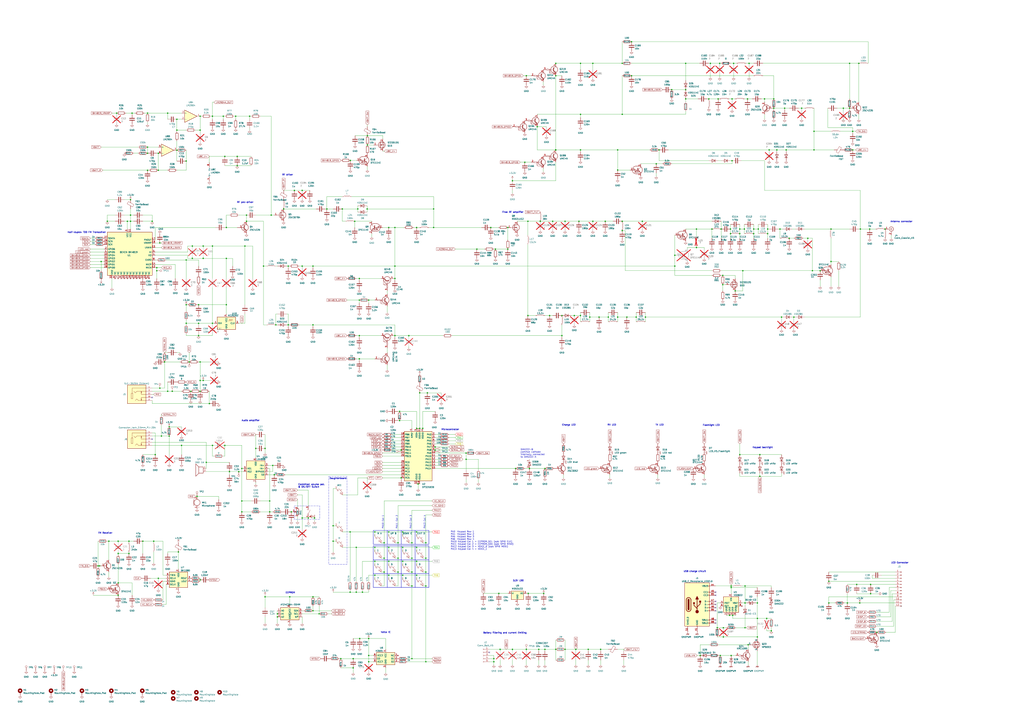
<source format=kicad_sch>
(kicad_sch (version 20230121) (generator eeschema)
  (paper "A1")
  (title_block (title "Quansheng UV-K5 PCB Version 1.4 Reversed Hardware Design") (date "2024-04-21") (rev "0.9") (comment 1 "Review, tidying: ludwich66 (GitHub)") (comment 2 "Reversing: MentalDetector (GitHub) / @philmcallen (Telegram)"))
  (lib_symbols
    (symbol "+3.3V_1" (power) (pin_numbers hide) (pin_names (offset 0) hide)
      (property "Value" "+3.3V_1" (at 0 3.556 0))
      (symbol "+3.3V_1_1_1"
        (pin power_in line (at 0 0 90) (length 0) hide (name "+3.3V") (number "1"))
      )
    )
    (symbol "+3.3V_10" (power) (pin_numbers hide) (pin_names (offset 0) hide)
      (property "Value" "+3.3V_10" (at 0 3.556 0))
      (symbol "+3.3V_10_1_1"
        (pin power_in line (at 0 0 90) (length 0) hide (name "+3.3V") (number "1"))
      )
    )
    (symbol "+3.3V_11" (power) (pin_numbers hide) (pin_names (offset 0) hide)
      (property "Value" "+3.3V_11" (at 0 3.556 0))
      (symbol "+3.3V_11_1_1"
        (pin power_in line (at 0 0 90) (length 0) hide (name "+3.3V") (number "1"))
      )
    )
    (symbol "+3.3V_12" (power) (pin_numbers hide) (pin_names (offset 0) hide)
      (property "Value" "+3.3V_12" (at 0 3.556 0))
      (symbol "+3.3V_12_1_1"
        (pin power_in line (at 0 0 90) (length 0) hide (name "+3.3V") (number "1"))
      )
    )
    (symbol "+3.3V_13" (power) (pin_numbers hide) (pin_names (offset 0) hide)
      (property "Value" "+3.3V_13" (at 0 3.556 0))
      (symbol "+3.3V_13_1_1"
        (pin power_in line (at 0 0 90) (length 0) hide (name "+3.3V") (number "1"))
      )
    )
    (symbol "+3.3V_14" (power) (pin_numbers hide) (pin_names (offset 0) hide)
      (property "Value" "+3.3V_14" (at 0 3.556 0))
      (symbol "+3.3V_14_1_1"
        (pin power_in line (at 0 0 90) (length 0) hide (name "+3.3V") (number "1"))
      )
    )
    (symbol "+3.3V_15" (power) (pin_numbers hide) (pin_names (offset 0) hide)
      (property "Value" "+3.3V_15" (at 0 3.556 0))
      (symbol "+3.3V_15_1_1"
        (pin power_in line (at 0 0 90) (length 0) hide (name "+3.3V") (number "1"))
      )
    )
    (symbol "+3.3V_2" (power) (pin_numbers hide) (pin_names (offset 0) hide)
      (property "Value" "+3.3V_2" (at 0 3.556 0))
      (symbol "+3.3V_2_1_1"
        (pin power_in line (at 0 0 90) (length 0) hide (name "+3.3V") (number "1"))
      )
    )
    (symbol "+3.3V_3" (power) (pin_numbers hide) (pin_names (offset 0) hide)
      (property "Value" "+3.3V_3" (at 0 3.556 0))
      (symbol "+3.3V_3_1_1"
        (pin power_in line (at 0 0 90) (length 0) hide (name "+3.3V") (number "1"))
      )
    )
    (symbol "+3.3V_4" (power) (pin_numbers hide) (pin_names (offset 0) hide)
      (property "Value" "+3.3V_4" (at 0 3.556 0))
      (symbol "+3.3V_4_1_1"
        (pin power_in line (at 0 0 90) (length 0) hide (name "+3.3V") (number "1"))
      )
    )
    (symbol "+3.3V_5" (power) (pin_numbers hide) (pin_names (offset 0) hide)
      (property "Value" "+3.3V_5" (at 0 3.556 0))
      (symbol "+3.3V_5_1_1"
        (pin power_in line (at 0 0 90) (length 0) hide (name "+3.3V") (number "1"))
      )
    )
    (symbol "+3.3V_6" (power) (pin_numbers hide) (pin_names (offset 0) hide)
      (property "Value" "+3.3V_6" (at 0 3.556 0))
      (symbol "+3.3V_6_1_1"
        (pin power_in line (at 0 0 90) (length 0) hide (name "+3.3V") (number "1"))
      )
    )
    (symbol "+3.3V_7" (power) (pin_numbers hide) (pin_names (offset 0) hide)
      (property "Value" "+3.3V_7" (at 0 3.556 0))
      (symbol "+3.3V_7_1_1"
        (pin power_in line (at 0 0 90) (length 0) hide (name "+3.3V") (number "1"))
      )
    )
    (symbol "+3.3V_8" (power) (pin_numbers hide) (pin_names (offset 0) hide)
      (property "Value" "+3.3V_8" (at 0 3.556 0))
      (symbol "+3.3V_8_1_1"
        (pin power_in line (at 0 0 90) (length 0) hide (name "+3.3V") (number "1"))
      )
    )
    (symbol "+3.3V_9" (power) (pin_numbers hide) (pin_names (offset 0) hide)
      (property "Value" "+3.3V_9" (at 0 3.556 0))
      (symbol "+3.3V_9_1_1"
        (pin power_in line (at 0 0 90) (length 0) hide (name "+3.3V") (number "1"))
      )
    )
    (symbol "Connector:TestPoint" (pin_numbers hide) (pin_names (offset 0.762) hide)
      (property "Reference" "TP" (at 0 6.858 0))
      (property "Value" "TestPoint" (at 0 5.08 0))
      (symbol "TestPoint_1_1"
        (pin passive line (at 0 0 90) (length 2.54) (name "1") (number "1"))
      )
    )
    (symbol "Connector:USB_C_Receptacle_USB2.0" (pin_names (offset 1.016))
      (property "Reference" "J" (at -10.16 19.05 0))
      (property "Value" "USB_C_Receptacle_USB2.0" (at 19.05 19.05 0))
      (symbol "USB_C_Receptacle_USB2.0_1_1"
        (pin passive line (at 0 -22.86 90) (length 5.08) (name "GND") (number "A1"))
        (pin passive line (at 0 -22.86 90) (length 5.08) hide (name "GND") (number "A12"))
        (pin passive line (at 15.24 15.24 180) (length 5.08) (name "VBUS") (number "A4"))
        (pin bidirectional line (at 15.24 10.16 180) (length 5.08) (name "CC1") (number "A5"))
        (pin bidirectional line (at 15.24 -2.54 180) (length 5.08) (name "D+") (number "A6"))
        (pin bidirectional line (at 15.24 2.54 180) (length 5.08) (name "D-") (number "A7"))
        (pin bidirectional line (at 15.24 -12.7 180) (length 5.08) (name "SBU1") (number "A8"))
        (pin passive line (at 15.24 15.24 180) (length 5.08) hide (name "VBUS") (number "A9"))
        (pin passive line (at 0 -22.86 90) (length 5.08) hide (name "GND") (number "B1"))
        (pin passive line (at 0 -22.86 90) (length 5.08) hide (name "GND") (number "B12"))
        (pin passive line (at 15.24 15.24 180) (length 5.08) hide (name "VBUS") (number "B4"))
        (pin bidirectional line (at 15.24 7.62 180) (length 5.08) (name "CC2") (number "B5"))
        (pin bidirectional line (at 15.24 -5.08 180) (length 5.08) (name "D+") (number "B6"))
        (pin bidirectional line (at 15.24 0 180) (length 5.08) (name "D-") (number "B7"))
        (pin bidirectional line (at 15.24 -15.24 180) (length 5.08) (name "SBU2") (number "B8"))
        (pin passive line (at 15.24 15.24 180) (length 5.08) hide (name "VBUS") (number "B9"))
        (pin passive line (at -7.62 -22.86 90) (length 5.08) (name "SHIELD") (number "S1"))
      )
    )
    (symbol "Device:C" (pin_numbers hide) (pin_names (offset 0.254))
      (property "Reference" "C" (at 0.635 2.54 0))
      (property "Value" "C" (at 0.635 -2.54 0))
      (symbol "C_1_1"
        (pin passive line (at 0 3.81 270) (length 2.794) (name "~") (number "1"))
        (pin passive line (at 0 -3.81 90) (length 2.794) (name "~") (number "2"))
      )
    )
    (symbol "Device:C_Polarized" (pin_numbers hide) (pin_names (offset 0.254))
      (property "Reference" "C" (at 0.635 2.54 0))
      (property "Value" "C_Polarized" (at 0.635 -2.54 0))
      (symbol "C_Polarized_1_1"
        (pin passive line (at 0 3.81 270) (length 2.794) (name "~") (number "1"))
        (pin passive line (at 0 -3.81 90) (length 2.794) (name "~") (number "2"))
      )
    )
    (symbol "Device:FerriteBead" (pin_numbers hide) (pin_names (offset 0))
      (property "Reference" "FB" (at -3.81 0.635 90))
      (property "Value" "FerriteBead" (at 3.81 0 90))
      (symbol "FerriteBead_1_1"
        (pin passive line (at 0 3.81 270) (length 2.54) (name "~") (number "1"))
        (pin passive line (at 0 -3.81 90) (length 2.54) (name "~") (number "2"))
      )
    )
    (symbol "Device:L" (pin_numbers hide) (pin_names (offset 1.016) hide)
      (property "Reference" "L" (at -1.27 0 90))
      (property "Value" "L" (at 1.905 0 90))
      (symbol "L_1_1"
        (pin passive line (at 0 3.81 270) (length 1.27) (name "1") (number "1"))
        (pin passive line (at 0 -3.81 90) (length 1.27) (name "2") (number "2"))
      )
    )
    (symbol "Device:LED" (pin_numbers hide) (pin_names (offset 1.016) hide)
      (property "Reference" "D" (at 0 2.54 0))
      (property "Value" "LED" (at 0 -2.54 0))
      (symbol "LED_1_1"
        (pin passive line (at -3.81 0 0) (length 2.54) (name "K") (number "1"))
        (pin passive line (at 3.81 0 180) (length 2.54) (name "A") (number "2"))
      )
    )
    (symbol "Device:R" (pin_numbers hide) (pin_names (offset 0))
      (property "Reference" "R" (at 2.032 0 90))
      (property "Value" "R" (at 0 0 90))
      (symbol "R_1_1"
        (pin passive line (at 0 3.81 270) (length 1.27) (name "~") (number "1"))
        (pin passive line (at 0 -3.81 90) (length 1.27) (name "~") (number "2"))
      )
    )
    (symbol "Device:Speaker" (pin_names (offset 0) hide)
      (property "Reference" "LS" (at 1.27 5.715 0))
      (property "Value" "Speaker" (at 1.27 3.81 0))
      (symbol "Speaker_1_1"
        (pin input line (at -5.08 0 0) (length 2.54) (name "1") (number "1"))
        (pin input line (at -5.08 -2.54 0) (length 2.54) (name "2") (number "2"))
      )
    )
    (symbol "Diode:B140-E3" (pin_numbers hide) (pin_names hide)
      (property "Reference" "D" (at 0 2.54 0))
      (property "Value" "B140-E3" (at 0 -2.54 0))
      (symbol "B140-E3_1_1"
        (pin passive line (at -3.81 0 0) (length 2.54) (name "K") (number "1"))
        (pin passive line (at 3.81 0 180) (length 2.54) (name "A") (number "2"))
      )
    )
    (symbol "Diode:BZT52Bxx" (pin_numbers hide) (pin_names hide)
      (property "Reference" "D" (at 0 2.54 0))
      (property "Value" "BZT52Bxx" (at 0 -2.54 0))
      (symbol "BZT52Bxx_1_1"
        (pin passive line (at -3.81 0 0) (length 2.54) (name "K") (number "1"))
        (pin passive line (at 3.81 0 180) (length 2.54) (name "A") (number "2"))
      )
    )
    (symbol "GNDPWR_1" (power) (pin_numbers hide) (pin_names (offset 0) hide)
      (property "Value" "GNDPWR_1" (at 0 -3.302 0))
      (symbol "GNDPWR_1_1_1"
        (pin power_in line (at 0 0 270) (length 0) hide (name "GNDPWR") (number "1"))
      )
    )
    (symbol "GNDPWR_2" (power) (pin_numbers hide) (pin_names (offset 0) hide)
      (property "Value" "GNDPWR_2" (at 0 -3.302 0))
      (symbol "GNDPWR_2_1_1"
        (pin power_in line (at 0 0 270) (length 0) hide (name "GNDPWR") (number "1"))
      )
    )
    (symbol "GNDPWR_3" (power) (pin_numbers hide) (pin_names (offset 0) hide)
      (property "Value" "GNDPWR_3" (at 0 -3.302 0))
      (symbol "GNDPWR_3_1_1"
        (pin power_in line (at 0 0 270) (length 0) hide (name "GNDPWR") (number "1"))
      )
    )
    (symbol "GNDPWR_4" (power) (pin_numbers hide) (pin_names (offset 0) hide)
      (property "Value" "GNDPWR_4" (at 0 -3.302 0))
      (symbol "GNDPWR_4_1_1"
        (pin power_in line (at 0 0 270) (length 0) hide (name "GNDPWR") (number "1"))
      )
    )
    (symbol "GNDPWR_5" (power) (pin_numbers hide) (pin_names (offset 0) hide)
      (property "Value" "GNDPWR_5" (at 0 -3.302 0))
      (symbol "GNDPWR_5_1_1"
        (pin power_in line (at 0 0 270) (length 0) hide (name "GNDPWR") (number "1"))
      )
    )
    (symbol "GND_1" (power) (pin_numbers hide) (pin_names (offset 0) hide)
      (property "Value" "GND_1" (at 0 -3.81 0))
      (symbol "GND_1_1_1"
        (pin power_in line (at 0 0 270) (length 0) hide (name "GND") (number "1"))
      )
    )
    (symbol "GND_10" (power) (pin_numbers hide) (pin_names (offset 0) hide)
      (property "Value" "GND_10" (at 0 -3.81 0))
      (symbol "GND_10_1_1"
        (pin power_in line (at 0 0 270) (length 0) hide (name "GND") (number "1"))
      )
    )
    (symbol "GND_100" (power) (pin_numbers hide) (pin_names (offset 0) hide)
      (property "Value" "GND_100" (at 0 -3.81 0))
      (symbol "GND_100_1_1"
        (pin power_in line (at 0 0 270) (length 0) hide (name "GND") (number "1"))
      )
    )
    (symbol "GND_101" (power) (pin_numbers hide) (pin_names (offset 0) hide)
      (property "Value" "GND_101" (at 0 -3.81 0))
      (symbol "GND_101_1_1"
        (pin power_in line (at 0 0 270) (length 0) hide (name "GND") (number "1"))
      )
    )
    (symbol "GND_102" (power) (pin_numbers hide) (pin_names (offset 0) hide)
      (property "Value" "GND_102" (at 0 -3.81 0))
      (symbol "GND_102_1_1"
        (pin power_in line (at 0 0 270) (length 0) hide (name "GND") (number "1"))
      )
    )
    (symbol "GND_103" (power) (pin_numbers hide) (pin_names (offset 0) hide)
      (property "Value" "GND_103" (at 0 -3.81 0))
      (symbol "GND_103_1_1"
        (pin power_in line (at 0 0 270) (length 0) hide (name "GND") (number "1"))
      )
    )
    (symbol "GND_104" (power) (pin_numbers hide) (pin_names (offset 0) hide)
      (property "Value" "GND_104" (at 0 -3.81 0))
      (symbol "GND_104_1_1"
        (pin power_in line (at 0 0 270) (length 0) hide (name "GND") (number "1"))
      )
    )
    (symbol "GND_105" (power) (pin_numbers hide) (pin_names (offset 0) hide)
      (property "Value" "GND_105" (at 0 -3.81 0))
      (symbol "GND_105_1_1"
        (pin power_in line (at 0 0 270) (length 0) hide (name "GND") (number "1"))
      )
    )
    (symbol "GND_106" (power) (pin_numbers hide) (pin_names (offset 0) hide)
      (property "Value" "GND_106" (at 0 -3.81 0))
      (symbol "GND_106_1_1"
        (pin power_in line (at 0 0 270) (length 0) hide (name "GND") (number "1"))
      )
    )
    (symbol "GND_107" (power) (pin_numbers hide) (pin_names (offset 0) hide)
      (property "Value" "GND_107" (at 0 -3.81 0))
      (symbol "GND_107_1_1"
        (pin power_in line (at 0 0 270) (length 0) hide (name "GND") (number "1"))
      )
    )
    (symbol "GND_108" (power) (pin_numbers hide) (pin_names (offset 0) hide)
      (property "Value" "GND_108" (at 0 -3.81 0))
      (symbol "GND_108_1_1"
        (pin power_in line (at 0 0 270) (length 0) hide (name "GND") (number "1"))
      )
    )
    (symbol "GND_109" (power) (pin_numbers hide) (pin_names (offset 0) hide)
      (property "Value" "GND_109" (at 0 -3.81 0))
      (symbol "GND_109_1_1"
        (pin power_in line (at 0 0 270) (length 0) hide (name "GND") (number "1"))
      )
    )
    (symbol "GND_11" (power) (pin_numbers hide) (pin_names (offset 0) hide)
      (property "Value" "GND_11" (at 0 -3.81 0))
      (symbol "GND_11_1_1"
        (pin power_in line (at 0 0 270) (length 0) hide (name "GND") (number "1"))
      )
    )
    (symbol "GND_110" (power) (pin_numbers hide) (pin_names (offset 0) hide)
      (property "Value" "GND_110" (at 0 -3.81 0))
      (symbol "GND_110_1_1"
        (pin power_in line (at 0 0 270) (length 0) hide (name "GND") (number "1"))
      )
    )
    (symbol "GND_111" (power) (pin_numbers hide) (pin_names (offset 0) hide)
      (property "Value" "GND_111" (at 0 -3.81 0))
      (symbol "GND_111_1_1"
        (pin power_in line (at 0 0 270) (length 0) hide (name "GND") (number "1"))
      )
    )
    (symbol "GND_112" (power) (pin_numbers hide) (pin_names (offset 0) hide)
      (property "Value" "GND_112" (at 0 -3.81 0))
      (symbol "GND_112_1_1"
        (pin power_in line (at 0 0 270) (length 0) hide (name "GND") (number "1"))
      )
    )
    (symbol "GND_113" (power) (pin_numbers hide) (pin_names (offset 0) hide)
      (property "Value" "GND_113" (at 0 -3.81 0))
      (symbol "GND_113_1_1"
        (pin power_in line (at 0 0 270) (length 0) hide (name "GND") (number "1"))
      )
    )
    (symbol "GND_114" (power) (pin_numbers hide) (pin_names (offset 0) hide)
      (property "Value" "GND_114" (at 0 -3.81 0))
      (symbol "GND_114_1_1"
        (pin power_in line (at 0 0 270) (length 0) hide (name "GND") (number "1"))
      )
    )
    (symbol "GND_115" (power) (pin_numbers hide) (pin_names (offset 0) hide)
      (property "Value" "GND_115" (at 0 -3.81 0))
      (symbol "GND_115_1_1"
        (pin power_in line (at 0 0 270) (length 0) hide (name "GND") (number "1"))
      )
    )
    (symbol "GND_116" (power) (pin_numbers hide) (pin_names (offset 0) hide)
      (property "Value" "GND_116" (at 0 -3.81 0))
      (symbol "GND_116_1_1"
        (pin power_in line (at 0 0 270) (length 0) hide (name "GND") (number "1"))
      )
    )
    (symbol "GND_117" (power) (pin_numbers hide) (pin_names (offset 0) hide)
      (property "Value" "GND_117" (at 0 -3.81 0))
      (symbol "GND_117_1_1"
        (pin power_in line (at 0 0 270) (length 0) hide (name "GND") (number "1"))
      )
    )
    (symbol "GND_118" (power) (pin_numbers hide) (pin_names (offset 0) hide)
      (property "Value" "GND_118" (at 0 -3.81 0))
      (symbol "GND_118_1_1"
        (pin power_in line (at 0 0 270) (length 0) hide (name "GND") (number "1"))
      )
    )
    (symbol "GND_119" (power) (pin_numbers hide) (pin_names (offset 0) hide)
      (property "Value" "GND_119" (at 0 -3.81 0))
      (symbol "GND_119_1_1"
        (pin power_in line (at 0 0 270) (length 0) hide (name "GND") (number "1"))
      )
    )
    (symbol "GND_12" (power) (pin_numbers hide) (pin_names (offset 0) hide)
      (property "Value" "GND_12" (at 0 -3.81 0))
      (symbol "GND_12_1_1"
        (pin power_in line (at 0 0 270) (length 0) hide (name "GND") (number "1"))
      )
    )
    (symbol "GND_120" (power) (pin_numbers hide) (pin_names (offset 0) hide)
      (property "Value" "GND_120" (at 0 -3.81 0))
      (symbol "GND_120_1_1"
        (pin power_in line (at 0 0 270) (length 0) hide (name "GND") (number "1"))
      )
    )
    (symbol "GND_121" (power) (pin_numbers hide) (pin_names (offset 0) hide)
      (property "Value" "GND_121" (at 0 -3.81 0))
      (symbol "GND_121_1_1"
        (pin power_in line (at 0 0 270) (length 0) hide (name "GND") (number "1"))
      )
    )
    (symbol "GND_122" (power) (pin_numbers hide) (pin_names (offset 0) hide)
      (property "Value" "GND_122" (at 0 -3.81 0))
      (symbol "GND_122_1_1"
        (pin power_in line (at 0 0 270) (length 0) hide (name "GND") (number "1"))
      )
    )
    (symbol "GND_123" (power) (pin_numbers hide) (pin_names (offset 0) hide)
      (property "Value" "GND_123" (at 0 -3.81 0))
      (symbol "GND_123_1_1"
        (pin power_in line (at 0 0 270) (length 0) hide (name "GND") (number "1"))
      )
    )
    (symbol "GND_124" (power) (pin_numbers hide) (pin_names (offset 0) hide)
      (property "Value" "GND_124" (at 0 -3.81 0))
      (symbol "GND_124_1_1"
        (pin power_in line (at 0 0 270) (length 0) hide (name "GND") (number "1"))
      )
    )
    (symbol "GND_125" (power) (pin_numbers hide) (pin_names (offset 0) hide)
      (property "Value" "GND_125" (at 0 -3.81 0))
      (symbol "GND_125_1_1"
        (pin power_in line (at 0 0 270) (length 0) hide (name "GND") (number "1"))
      )
    )
    (symbol "GND_126" (power) (pin_numbers hide) (pin_names (offset 0) hide)
      (property "Value" "GND_126" (at 0 -3.81 0))
      (symbol "GND_126_1_1"
        (pin power_in line (at 0 0 270) (length 0) hide (name "GND") (number "1"))
      )
    )
    (symbol "GND_127" (power) (pin_numbers hide) (pin_names (offset 0) hide)
      (property "Value" "GND_127" (at 0 -3.81 0))
      (symbol "GND_127_1_1"
        (pin power_in line (at 0 0 270) (length 0) hide (name "GND") (number "1"))
      )
    )
    (symbol "GND_128" (power) (pin_numbers hide) (pin_names (offset 0) hide)
      (property "Value" "GND_128" (at 0 -3.81 0))
      (symbol "GND_128_1_1"
        (pin power_in line (at 0 0 270) (length 0) hide (name "GND") (number "1"))
      )
    )
    (symbol "GND_129" (power) (pin_numbers hide) (pin_names (offset 0) hide)
      (property "Value" "GND_129" (at 0 -3.81 0))
      (symbol "GND_129_1_1"
        (pin power_in line (at 0 0 270) (length 0) hide (name "GND") (number "1"))
      )
    )
    (symbol "GND_13" (power) (pin_numbers hide) (pin_names (offset 0) hide)
      (property "Value" "GND_13" (at 0 -3.81 0))
      (symbol "GND_13_1_1"
        (pin power_in line (at 0 0 270) (length 0) hide (name "GND") (number "1"))
      )
    )
    (symbol "GND_130" (power) (pin_numbers hide) (pin_names (offset 0) hide)
      (property "Value" "GND_130" (at 0 -3.81 0))
      (symbol "GND_130_1_1"
        (pin power_in line (at 0 0 270) (length 0) hide (name "GND") (number "1"))
      )
    )
    (symbol "GND_131" (power) (pin_numbers hide) (pin_names (offset 0) hide)
      (property "Value" "GND_131" (at 0 -3.81 0))
      (symbol "GND_131_1_1"
        (pin power_in line (at 0 0 270) (length 0) hide (name "GND") (number "1"))
      )
    )
    (symbol "GND_132" (power) (pin_numbers hide) (pin_names (offset 0) hide)
      (property "Value" "GND_132" (at 0 -3.81 0))
      (symbol "GND_132_1_1"
        (pin power_in line (at 0 0 270) (length 0) hide (name "GND") (number "1"))
      )
    )
    (symbol "GND_133" (power) (pin_numbers hide) (pin_names (offset 0) hide)
      (property "Value" "GND_133" (at 0 -3.81 0))
      (symbol "GND_133_1_1"
        (pin power_in line (at 0 0 270) (length 0) hide (name "GND") (number "1"))
      )
    )
    (symbol "GND_134" (power) (pin_numbers hide) (pin_names (offset 0) hide)
      (property "Value" "GND_134" (at 0 -3.81 0))
      (symbol "GND_134_1_1"
        (pin power_in line (at 0 0 270) (length 0) hide (name "GND") (number "1"))
      )
    )
    (symbol "GND_135" (power) (pin_numbers hide) (pin_names (offset 0) hide)
      (property "Value" "GND_135" (at 0 -3.81 0))
      (symbol "GND_135_1_1"
        (pin power_in line (at 0 0 270) (length 0) hide (name "GND") (number "1"))
      )
    )
    (symbol "GND_136" (power) (pin_numbers hide) (pin_names (offset 0) hide)
      (property "Value" "GND_136" (at 0 -3.81 0))
      (symbol "GND_136_1_1"
        (pin power_in line (at 0 0 270) (length 0) hide (name "GND") (number "1"))
      )
    )
    (symbol "GND_137" (power) (pin_numbers hide) (pin_names (offset 0) hide)
      (property "Value" "GND_137" (at 0 -3.81 0))
      (symbol "GND_137_1_1"
        (pin power_in line (at 0 0 270) (length 0) hide (name "GND") (number "1"))
      )
    )
    (symbol "GND_138" (power) (pin_numbers hide) (pin_names (offset 0) hide)
      (property "Value" "GND_138" (at 0 -3.81 0))
      (symbol "GND_138_1_1"
        (pin power_in line (at 0 0 270) (length 0) hide (name "GND") (number "1"))
      )
    )
    (symbol "GND_139" (power) (pin_numbers hide) (pin_names (offset 0) hide)
      (property "Value" "GND_139" (at 0 -3.81 0))
      (symbol "GND_139_1_1"
        (pin power_in line (at 0 0 270) (length 0) hide (name "GND") (number "1"))
      )
    )
    (symbol "GND_14" (power) (pin_numbers hide) (pin_names (offset 0) hide)
      (property "Value" "GND_14" (at 0 -3.81 0))
      (symbol "GND_14_1_1"
        (pin power_in line (at 0 0 270) (length 0) hide (name "GND") (number "1"))
      )
    )
    (symbol "GND_140" (power) (pin_numbers hide) (pin_names (offset 0) hide)
      (property "Value" "GND_140" (at 0 -3.81 0))
      (symbol "GND_140_1_1"
        (pin power_in line (at 0 0 270) (length 0) hide (name "GND") (number "1"))
      )
    )
    (symbol "GND_141" (power) (pin_numbers hide) (pin_names (offset 0) hide)
      (property "Value" "GND_141" (at 0 -3.81 0))
      (symbol "GND_141_1_1"
        (pin power_in line (at 0 0 270) (length 0) hide (name "GND") (number "1"))
      )
    )
    (symbol "GND_142" (power) (pin_numbers hide) (pin_names (offset 0) hide)
      (property "Value" "GND_142" (at 0 -3.81 0))
      (symbol "GND_142_1_1"
        (pin power_in line (at 0 0 270) (length 0) hide (name "GND") (number "1"))
      )
    )
    (symbol "GND_143" (power) (pin_numbers hide) (pin_names (offset 0) hide)
      (property "Value" "GND_143" (at 0 -3.81 0))
      (symbol "GND_143_1_1"
        (pin power_in line (at 0 0 270) (length 0) hide (name "GND") (number "1"))
      )
    )
    (symbol "GND_144" (power) (pin_numbers hide) (pin_names (offset 0) hide)
      (property "Value" "GND_144" (at 0 -3.81 0))
      (symbol "GND_144_1_1"
        (pin power_in line (at 0 0 270) (length 0) hide (name "GND") (number "1"))
      )
    )
    (symbol "GND_145" (power) (pin_numbers hide) (pin_names (offset 0) hide)
      (property "Value" "GND_145" (at 0 -3.81 0))
      (symbol "GND_145_1_1"
        (pin power_in line (at 0 0 270) (length 0) hide (name "GND") (number "1"))
      )
    )
    (symbol "GND_146" (power) (pin_numbers hide) (pin_names (offset 0) hide)
      (property "Value" "GND_146" (at 0 -3.81 0))
      (symbol "GND_146_1_1"
        (pin power_in line (at 0 0 270) (length 0) hide (name "GND") (number "1"))
      )
    )
    (symbol "GND_147" (power) (pin_numbers hide) (pin_names (offset 0) hide)
      (property "Value" "GND_147" (at 0 -3.81 0))
      (symbol "GND_147_1_1"
        (pin power_in line (at 0 0 270) (length 0) hide (name "GND") (number "1"))
      )
    )
    (symbol "GND_148" (power) (pin_numbers hide) (pin_names (offset 0) hide)
      (property "Value" "GND_148" (at 0 -3.81 0))
      (symbol "GND_148_1_1"
        (pin power_in line (at 0 0 270) (length 0) hide (name "GND") (number "1"))
      )
    )
    (symbol "GND_149" (power) (pin_numbers hide) (pin_names (offset 0) hide)
      (property "Value" "GND_149" (at 0 -3.81 0))
      (symbol "GND_149_1_1"
        (pin power_in line (at 0 0 270) (length 0) hide (name "GND") (number "1"))
      )
    )
    (symbol "GND_15" (power) (pin_numbers hide) (pin_names (offset 0) hide)
      (property "Value" "GND_15" (at 0 -3.81 0))
      (symbol "GND_15_1_1"
        (pin power_in line (at 0 0 270) (length 0) hide (name "GND") (number "1"))
      )
    )
    (symbol "GND_150" (power) (pin_numbers hide) (pin_names (offset 0) hide)
      (property "Value" "GND_150" (at 0 -3.81 0))
      (symbol "GND_150_1_1"
        (pin power_in line (at 0 0 270) (length 0) hide (name "GND") (number "1"))
      )
    )
    (symbol "GND_151" (power) (pin_numbers hide) (pin_names (offset 0) hide)
      (property "Value" "GND_151" (at 0 -3.81 0))
      (symbol "GND_151_1_1"
        (pin power_in line (at 0 0 270) (length 0) hide (name "GND") (number "1"))
      )
    )
    (symbol "GND_152" (power) (pin_numbers hide) (pin_names (offset 0) hide)
      (property "Value" "GND_152" (at 0 -3.81 0))
      (symbol "GND_152_1_1"
        (pin power_in line (at 0 0 270) (length 0) hide (name "GND") (number "1"))
      )
    )
    (symbol "GND_153" (power) (pin_numbers hide) (pin_names (offset 0) hide)
      (property "Value" "GND_153" (at 0 -3.81 0))
      (symbol "GND_153_1_1"
        (pin power_in line (at 0 0 270) (length 0) hide (name "GND") (number "1"))
      )
    )
    (symbol "GND_154" (power) (pin_numbers hide) (pin_names (offset 0) hide)
      (property "Value" "GND_154" (at 0 -3.81 0))
      (symbol "GND_154_1_1"
        (pin power_in line (at 0 0 270) (length 0) hide (name "GND") (number "1"))
      )
    )
    (symbol "GND_155" (power) (pin_numbers hide) (pin_names (offset 0) hide)
      (property "Value" "GND_155" (at 0 -3.81 0))
      (symbol "GND_155_1_1"
        (pin power_in line (at 0 0 270) (length 0) hide (name "GND") (number "1"))
      )
    )
    (symbol "GND_156" (power) (pin_numbers hide) (pin_names (offset 0) hide)
      (property "Value" "GND_156" (at 0 -3.81 0))
      (symbol "GND_156_1_1"
        (pin power_in line (at 0 0 270) (length 0) hide (name "GND") (number "1"))
      )
    )
    (symbol "GND_157" (power) (pin_numbers hide) (pin_names (offset 0) hide)
      (property "Value" "GND_157" (at 0 -3.81 0))
      (symbol "GND_157_1_1"
        (pin power_in line (at 0 0 270) (length 0) hide (name "GND") (number "1"))
      )
    )
    (symbol "GND_158" (power) (pin_numbers hide) (pin_names (offset 0) hide)
      (property "Value" "GND_158" (at 0 -3.81 0))
      (symbol "GND_158_1_1"
        (pin power_in line (at 0 0 270) (length 0) hide (name "GND") (number "1"))
      )
    )
    (symbol "GND_159" (power) (pin_numbers hide) (pin_names (offset 0) hide)
      (property "Value" "GND_159" (at 0 -3.81 0))
      (symbol "GND_159_1_1"
        (pin power_in line (at 0 0 270) (length 0) hide (name "GND") (number "1"))
      )
    )
    (symbol "GND_16" (power) (pin_numbers hide) (pin_names (offset 0) hide)
      (property "Value" "GND_16" (at 0 -3.81 0))
      (symbol "GND_16_1_1"
        (pin power_in line (at 0 0 270) (length 0) hide (name "GND") (number "1"))
      )
    )
    (symbol "GND_160" (power) (pin_numbers hide) (pin_names (offset 0) hide)
      (property "Value" "GND_160" (at 0 -3.81 0))
      (symbol "GND_160_1_1"
        (pin power_in line (at 0 0 270) (length 0) hide (name "GND") (number "1"))
      )
    )
    (symbol "GND_161" (power) (pin_numbers hide) (pin_names (offset 0) hide)
      (property "Value" "GND_161" (at 0 -3.81 0))
      (symbol "GND_161_1_1"
        (pin power_in line (at 0 0 270) (length 0) hide (name "GND") (number "1"))
      )
    )
    (symbol "GND_162" (power) (pin_numbers hide) (pin_names (offset 0) hide)
      (property "Value" "GND_162" (at 0 -3.81 0))
      (symbol "GND_162_1_1"
        (pin power_in line (at 0 0 270) (length 0) hide (name "GND") (number "1"))
      )
    )
    (symbol "GND_163" (power) (pin_numbers hide) (pin_names (offset 0) hide)
      (property "Value" "GND_163" (at 0 -3.81 0))
      (symbol "GND_163_1_1"
        (pin power_in line (at 0 0 270) (length 0) hide (name "GND") (number "1"))
      )
    )
    (symbol "GND_164" (power) (pin_numbers hide) (pin_names (offset 0) hide)
      (property "Value" "GND_164" (at 0 -3.81 0))
      (symbol "GND_164_1_1"
        (pin power_in line (at 0 0 270) (length 0) hide (name "GND") (number "1"))
      )
    )
    (symbol "GND_165" (power) (pin_numbers hide) (pin_names (offset 0) hide)
      (property "Value" "GND_165" (at 0 -3.81 0))
      (symbol "GND_165_1_1"
        (pin power_in line (at 0 0 270) (length 0) hide (name "GND") (number "1"))
      )
    )
    (symbol "GND_166" (power) (pin_numbers hide) (pin_names (offset 0) hide)
      (property "Value" "GND_166" (at 0 -3.81 0))
      (symbol "GND_166_1_1"
        (pin power_in line (at 0 0 270) (length 0) hide (name "GND") (number "1"))
      )
    )
    (symbol "GND_167" (power) (pin_numbers hide) (pin_names (offset 0) hide)
      (property "Value" "GND_167" (at 0 -3.81 0))
      (symbol "GND_167_1_1"
        (pin power_in line (at 0 0 270) (length 0) hide (name "GND") (number "1"))
      )
    )
    (symbol "GND_168" (power) (pin_numbers hide) (pin_names (offset 0) hide)
      (property "Value" "GND_168" (at 0 -3.81 0))
      (symbol "GND_168_1_1"
        (pin power_in line (at 0 0 270) (length 0) hide (name "GND") (number "1"))
      )
    )
    (symbol "GND_169" (power) (pin_numbers hide) (pin_names (offset 0) hide)
      (property "Value" "GND_169" (at 0 -3.81 0))
      (symbol "GND_169_1_1"
        (pin power_in line (at 0 0 270) (length 0) hide (name "GND") (number "1"))
      )
    )
    (symbol "GND_17" (power) (pin_numbers hide) (pin_names (offset 0) hide)
      (property "Value" "GND_17" (at 0 -3.81 0))
      (symbol "GND_17_1_1"
        (pin power_in line (at 0 0 270) (length 0) hide (name "GND") (number "1"))
      )
    )
    (symbol "GND_170" (power) (pin_numbers hide) (pin_names (offset 0) hide)
      (property "Value" "GND_170" (at 0 -3.81 0))
      (symbol "GND_170_1_1"
        (pin power_in line (at 0 0 270) (length 0) hide (name "GND") (number "1"))
      )
    )
    (symbol "GND_171" (power) (pin_numbers hide) (pin_names (offset 0) hide)
      (property "Value" "GND_171" (at 0 -3.81 0))
      (symbol "GND_171_1_1"
        (pin power_in line (at 0 0 270) (length 0) hide (name "GND") (number "1"))
      )
    )
    (symbol "GND_172" (power) (pin_numbers hide) (pin_names (offset 0) hide)
      (property "Value" "GND_172" (at 0 -3.81 0))
      (symbol "GND_172_1_1"
        (pin power_in line (at 0 0 270) (length 0) hide (name "GND") (number "1"))
      )
    )
    (symbol "GND_173" (power) (pin_numbers hide) (pin_names (offset 0) hide)
      (property "Value" "GND_173" (at 0 -3.81 0))
      (symbol "GND_173_1_1"
        (pin power_in line (at 0 0 270) (length 0) hide (name "GND") (number "1"))
      )
    )
    (symbol "GND_174" (power) (pin_numbers hide) (pin_names (offset 0) hide)
      (property "Value" "GND_174" (at 0 -3.81 0))
      (symbol "GND_174_1_1"
        (pin power_in line (at 0 0 270) (length 0) hide (name "GND") (number "1"))
      )
    )
    (symbol "GND_175" (power) (pin_numbers hide) (pin_names (offset 0) hide)
      (property "Value" "GND_175" (at 0 -3.81 0))
      (symbol "GND_175_1_1"
        (pin power_in line (at 0 0 270) (length 0) hide (name "GND") (number "1"))
      )
    )
    (symbol "GND_176" (power) (pin_numbers hide) (pin_names (offset 0) hide)
      (property "Value" "GND_176" (at 0 -3.81 0))
      (symbol "GND_176_1_1"
        (pin power_in line (at 0 0 270) (length 0) hide (name "GND") (number "1"))
      )
    )
    (symbol "GND_177" (power) (pin_numbers hide) (pin_names (offset 0) hide)
      (property "Value" "GND_177" (at 0 -3.81 0))
      (symbol "GND_177_1_1"
        (pin power_in line (at 0 0 270) (length 0) hide (name "GND") (number "1"))
      )
    )
    (symbol "GND_178" (power) (pin_numbers hide) (pin_names (offset 0) hide)
      (property "Value" "GND_178" (at 0 -3.81 0))
      (symbol "GND_178_1_1"
        (pin power_in line (at 0 0 270) (length 0) hide (name "GND") (number "1"))
      )
    )
    (symbol "GND_179" (power) (pin_numbers hide) (pin_names (offset 0) hide)
      (property "Value" "GND_179" (at 0 -3.81 0))
      (symbol "GND_179_1_1"
        (pin power_in line (at 0 0 270) (length 0) hide (name "GND") (number "1"))
      )
    )
    (symbol "GND_18" (power) (pin_numbers hide) (pin_names (offset 0) hide)
      (property "Value" "GND_18" (at 0 -3.81 0))
      (symbol "GND_18_1_1"
        (pin power_in line (at 0 0 270) (length 0) hide (name "GND") (number "1"))
      )
    )
    (symbol "GND_180" (power) (pin_numbers hide) (pin_names (offset 0) hide)
      (property "Value" "GND_180" (at 0 -3.81 0))
      (symbol "GND_180_1_1"
        (pin power_in line (at 0 0 270) (length 0) hide (name "GND") (number "1"))
      )
    )
    (symbol "GND_181" (power) (pin_numbers hide) (pin_names (offset 0) hide)
      (property "Value" "GND_181" (at 0 -3.81 0))
      (symbol "GND_181_1_1"
        (pin power_in line (at 0 0 270) (length 0) hide (name "GND") (number "1"))
      )
    )
    (symbol "GND_182" (power) (pin_numbers hide) (pin_names (offset 0) hide)
      (property "Value" "GND_182" (at 0 -3.81 0))
      (symbol "GND_182_1_1"
        (pin power_in line (at 0 0 270) (length 0) hide (name "GND") (number "1"))
      )
    )
    (symbol "GND_183" (power) (pin_numbers hide) (pin_names (offset 0) hide)
      (property "Value" "GND_183" (at 0 -3.81 0))
      (symbol "GND_183_1_1"
        (pin power_in line (at 0 0 270) (length 0) hide (name "GND") (number "1"))
      )
    )
    (symbol "GND_184" (power) (pin_numbers hide) (pin_names (offset 0) hide)
      (property "Value" "GND_184" (at 0 -3.81 0))
      (symbol "GND_184_1_1"
        (pin power_in line (at 0 0 270) (length 0) hide (name "GND") (number "1"))
      )
    )
    (symbol "GND_185" (power) (pin_numbers hide) (pin_names (offset 0) hide)
      (property "Value" "GND_185" (at 0 -3.81 0))
      (symbol "GND_185_1_1"
        (pin power_in line (at 0 0 270) (length 0) hide (name "GND") (number "1"))
      )
    )
    (symbol "GND_186" (power) (pin_numbers hide) (pin_names (offset 0) hide)
      (property "Value" "GND_186" (at 0 -3.81 0))
      (symbol "GND_186_1_1"
        (pin power_in line (at 0 0 270) (length 0) hide (name "GND") (number "1"))
      )
    )
    (symbol "GND_187" (power) (pin_numbers hide) (pin_names (offset 0) hide)
      (property "Value" "GND_187" (at 0 -3.81 0))
      (symbol "GND_187_1_1"
        (pin power_in line (at 0 0 270) (length 0) hide (name "GND") (number "1"))
      )
    )
    (symbol "GND_188" (power) (pin_numbers hide) (pin_names (offset 0) hide)
      (property "Value" "GND_188" (at 0 -3.81 0))
      (symbol "GND_188_1_1"
        (pin power_in line (at 0 0 270) (length 0) hide (name "GND") (number "1"))
      )
    )
    (symbol "GND_189" (power) (pin_numbers hide) (pin_names (offset 0) hide)
      (property "Value" "GND_189" (at 0 -3.81 0))
      (symbol "GND_189_1_1"
        (pin power_in line (at 0 0 270) (length 0) hide (name "GND") (number "1"))
      )
    )
    (symbol "GND_19" (power) (pin_numbers hide) (pin_names (offset 0) hide)
      (property "Value" "GND_19" (at 0 -3.81 0))
      (symbol "GND_19_1_1"
        (pin power_in line (at 0 0 270) (length 0) hide (name "GND") (number "1"))
      )
    )
    (symbol "GND_190" (power) (pin_numbers hide) (pin_names (offset 0) hide)
      (property "Value" "GND_190" (at 0 -3.81 0))
      (symbol "GND_190_1_1"
        (pin power_in line (at 0 0 270) (length 0) hide (name "GND") (number "1"))
      )
    )
    (symbol "GND_191" (power) (pin_numbers hide) (pin_names (offset 0) hide)
      (property "Value" "GND_191" (at 0 -3.81 0))
      (symbol "GND_191_1_1"
        (pin power_in line (at 0 0 270) (length 0) hide (name "GND") (number "1"))
      )
    )
    (symbol "GND_192" (power) (pin_numbers hide) (pin_names (offset 0) hide)
      (property "Value" "GND_192" (at 0 -3.81 0))
      (symbol "GND_192_1_1"
        (pin power_in line (at 0 0 270) (length 0) hide (name "GND") (number "1"))
      )
    )
    (symbol "GND_193" (power) (pin_numbers hide) (pin_names (offset 0) hide)
      (property "Value" "GND_193" (at 0 -3.81 0))
      (symbol "GND_193_1_1"
        (pin power_in line (at 0 0 270) (length 0) hide (name "GND") (number "1"))
      )
    )
    (symbol "GND_194" (power) (pin_numbers hide) (pin_names (offset 0) hide)
      (property "Value" "GND_194" (at 0 -3.81 0))
      (symbol "GND_194_1_1"
        (pin power_in line (at 0 0 270) (length 0) hide (name "GND") (number "1"))
      )
    )
    (symbol "GND_195" (power) (pin_numbers hide) (pin_names (offset 0) hide)
      (property "Value" "GND_195" (at 0 -3.81 0))
      (symbol "GND_195_1_1"
        (pin power_in line (at 0 0 270) (length 0) hide (name "GND") (number "1"))
      )
    )
    (symbol "GND_196" (power) (pin_numbers hide) (pin_names (offset 0) hide)
      (property "Value" "GND_196" (at 0 -3.81 0))
      (symbol "GND_196_1_1"
        (pin power_in line (at 0 0 270) (length 0) hide (name "GND") (number "1"))
      )
    )
    (symbol "GND_197" (power) (pin_numbers hide) (pin_names (offset 0) hide)
      (property "Value" "GND_197" (at 0 -3.81 0))
      (symbol "GND_197_1_1"
        (pin power_in line (at 0 0 270) (length 0) hide (name "GND") (number "1"))
      )
    )
    (symbol "GND_198" (power) (pin_numbers hide) (pin_names (offset 0) hide)
      (property "Value" "GND_198" (at 0 -3.81 0))
      (symbol "GND_198_1_1"
        (pin power_in line (at 0 0 270) (length 0) hide (name "GND") (number "1"))
      )
    )
    (symbol "GND_199" (power) (pin_numbers hide) (pin_names (offset 0) hide)
      (property "Value" "GND_199" (at 0 -3.81 0))
      (symbol "GND_199_1_1"
        (pin power_in line (at 0 0 270) (length 0) hide (name "GND") (number "1"))
      )
    )
    (symbol "GND_2" (power) (pin_numbers hide) (pin_names (offset 0) hide)
      (property "Value" "GND_2" (at 0 -3.81 0))
      (symbol "GND_2_1_1"
        (pin power_in line (at 0 0 270) (length 0) hide (name "GND") (number "1"))
      )
    )
    (symbol "GND_20" (power) (pin_numbers hide) (pin_names (offset 0) hide)
      (property "Value" "GND_20" (at 0 -3.81 0))
      (symbol "GND_20_1_1"
        (pin power_in line (at 0 0 270) (length 0) hide (name "GND") (number "1"))
      )
    )
    (symbol "GND_200" (power) (pin_numbers hide) (pin_names (offset 0) hide)
      (property "Value" "GND_200" (at 0 -3.81 0))
      (symbol "GND_200_1_1"
        (pin power_in line (at 0 0 270) (length 0) hide (name "GND") (number "1"))
      )
    )
    (symbol "GND_201" (power) (pin_numbers hide) (pin_names (offset 0) hide)
      (property "Value" "GND_201" (at 0 -3.81 0))
      (symbol "GND_201_1_1"
        (pin power_in line (at 0 0 270) (length 0) hide (name "GND") (number "1"))
      )
    )
    (symbol "GND_202" (power) (pin_numbers hide) (pin_names (offset 0) hide)
      (property "Value" "GND_202" (at 0 -3.81 0))
      (symbol "GND_202_1_1"
        (pin power_in line (at 0 0 270) (length 0) hide (name "GND") (number "1"))
      )
    )
    (symbol "GND_203" (power) (pin_numbers hide) (pin_names (offset 0) hide)
      (property "Value" "GND_203" (at 0 -3.81 0))
      (symbol "GND_203_1_1"
        (pin power_in line (at 0 0 270) (length 0) hide (name "GND") (number "1"))
      )
    )
    (symbol "GND_204" (power) (pin_numbers hide) (pin_names (offset 0) hide)
      (property "Value" "GND_204" (at 0 -3.81 0))
      (symbol "GND_204_1_1"
        (pin power_in line (at 0 0 270) (length 0) hide (name "GND") (number "1"))
      )
    )
    (symbol "GND_205" (power) (pin_numbers hide) (pin_names (offset 0) hide)
      (property "Value" "GND_205" (at 0 -3.81 0))
      (symbol "GND_205_1_1"
        (pin power_in line (at 0 0 270) (length 0) hide (name "GND") (number "1"))
      )
    )
    (symbol "GND_206" (power) (pin_numbers hide) (pin_names (offset 0) hide)
      (property "Value" "GND_206" (at 0 -3.81 0))
      (symbol "GND_206_1_1"
        (pin power_in line (at 0 0 270) (length 0) hide (name "GND") (number "1"))
      )
    )
    (symbol "GND_207" (power) (pin_numbers hide) (pin_names (offset 0) hide)
      (property "Value" "GND_207" (at 0 -3.81 0))
      (symbol "GND_207_1_1"
        (pin power_in line (at 0 0 270) (length 0) hide (name "GND") (number "1"))
      )
    )
    (symbol "GND_208" (power) (pin_numbers hide) (pin_names (offset 0) hide)
      (property "Value" "GND_208" (at 0 -3.81 0))
      (symbol "GND_208_1_1"
        (pin power_in line (at 0 0 270) (length 0) hide (name "GND") (number "1"))
      )
    )
    (symbol "GND_209" (power) (pin_numbers hide) (pin_names (offset 0) hide)
      (property "Value" "GND_209" (at 0 -3.81 0))
      (symbol "GND_209_1_1"
        (pin power_in line (at 0 0 270) (length 0) hide (name "GND") (number "1"))
      )
    )
    (symbol "GND_21" (power) (pin_numbers hide) (pin_names (offset 0) hide)
      (property "Value" "GND_21" (at 0 -3.81 0))
      (symbol "GND_21_1_1"
        (pin power_in line (at 0 0 270) (length 0) hide (name "GND") (number "1"))
      )
    )
    (symbol "GND_210" (power) (pin_numbers hide) (pin_names (offset 0) hide)
      (property "Value" "GND_210" (at 0 -3.81 0))
      (symbol "GND_210_1_1"
        (pin power_in line (at 0 0 270) (length 0) hide (name "GND") (number "1"))
      )
    )
    (symbol "GND_211" (power) (pin_numbers hide) (pin_names (offset 0) hide)
      (property "Value" "GND_211" (at 0 -3.81 0))
      (symbol "GND_211_1_1"
        (pin power_in line (at 0 0 270) (length 0) hide (name "GND") (number "1"))
      )
    )
    (symbol "GND_212" (power) (pin_numbers hide) (pin_names (offset 0) hide)
      (property "Value" "GND_212" (at 0 -3.81 0))
      (symbol "GND_212_1_1"
        (pin power_in line (at 0 0 270) (length 0) hide (name "GND") (number "1"))
      )
    )
    (symbol "GND_213" (power) (pin_numbers hide) (pin_names (offset 0) hide)
      (property "Value" "GND_213" (at 0 -3.81 0))
      (symbol "GND_213_1_1"
        (pin power_in line (at 0 0 270) (length 0) hide (name "GND") (number "1"))
      )
    )
    (symbol "GND_214" (power) (pin_numbers hide) (pin_names (offset 0) hide)
      (property "Value" "GND_214" (at 0 -3.81 0))
      (symbol "GND_214_1_1"
        (pin power_in line (at 0 0 270) (length 0) hide (name "GND") (number "1"))
      )
    )
    (symbol "GND_215" (power) (pin_numbers hide) (pin_names (offset 0) hide)
      (property "Value" "GND_215" (at 0 -3.81 0))
      (symbol "GND_215_1_1"
        (pin power_in line (at 0 0 270) (length 0) hide (name "GND") (number "1"))
      )
    )
    (symbol "GND_216" (power) (pin_numbers hide) (pin_names (offset 0) hide)
      (property "Value" "GND_216" (at 0 -3.81 0))
      (symbol "GND_216_1_1"
        (pin power_in line (at 0 0 270) (length 0) hide (name "GND") (number "1"))
      )
    )
    (symbol "GND_217" (power) (pin_numbers hide) (pin_names (offset 0) hide)
      (property "Value" "GND_217" (at 0 -3.81 0))
      (symbol "GND_217_1_1"
        (pin power_in line (at 0 0 270) (length 0) hide (name "GND") (number "1"))
      )
    )
    (symbol "GND_218" (power) (pin_numbers hide) (pin_names (offset 0) hide)
      (property "Value" "GND_218" (at 0 -3.81 0))
      (symbol "GND_218_1_1"
        (pin power_in line (at 0 0 270) (length 0) hide (name "GND") (number "1"))
      )
    )
    (symbol "GND_219" (power) (pin_numbers hide) (pin_names (offset 0) hide)
      (property "Value" "GND_219" (at 0 -3.81 0))
      (symbol "GND_219_1_1"
        (pin power_in line (at 0 0 270) (length 0) hide (name "GND") (number "1"))
      )
    )
    (symbol "GND_22" (power) (pin_numbers hide) (pin_names (offset 0) hide)
      (property "Value" "GND_22" (at 0 -3.81 0))
      (symbol "GND_22_1_1"
        (pin power_in line (at 0 0 270) (length 0) hide (name "GND") (number "1"))
      )
    )
    (symbol "GND_220" (power) (pin_numbers hide) (pin_names (offset 0) hide)
      (property "Value" "GND_220" (at 0 -3.81 0))
      (symbol "GND_220_1_1"
        (pin power_in line (at 0 0 270) (length 0) hide (name "GND") (number "1"))
      )
    )
    (symbol "GND_221" (power) (pin_numbers hide) (pin_names (offset 0) hide)
      (property "Value" "GND_221" (at 0 -3.81 0))
      (symbol "GND_221_1_1"
        (pin power_in line (at 0 0 270) (length 0) hide (name "GND") (number "1"))
      )
    )
    (symbol "GND_222" (power) (pin_numbers hide) (pin_names (offset 0) hide)
      (property "Value" "GND_222" (at 0 -3.81 0))
      (symbol "GND_222_1_1"
        (pin power_in line (at 0 0 270) (length 0) hide (name "GND") (number "1"))
      )
    )
    (symbol "GND_223" (power) (pin_numbers hide) (pin_names (offset 0) hide)
      (property "Value" "GND_223" (at 0 -3.81 0))
      (symbol "GND_223_1_1"
        (pin power_in line (at 0 0 270) (length 0) hide (name "GND") (number "1"))
      )
    )
    (symbol "GND_224" (power) (pin_numbers hide) (pin_names (offset 0) hide)
      (property "Value" "GND_224" (at 0 -3.81 0))
      (symbol "GND_224_1_1"
        (pin power_in line (at 0 0 270) (length 0) hide (name "GND") (number "1"))
      )
    )
    (symbol "GND_225" (power) (pin_numbers hide) (pin_names (offset 0) hide)
      (property "Value" "GND_225" (at 0 -3.81 0))
      (symbol "GND_225_1_1"
        (pin power_in line (at 0 0 270) (length 0) hide (name "GND") (number "1"))
      )
    )
    (symbol "GND_226" (power) (pin_numbers hide) (pin_names (offset 0) hide)
      (property "Value" "GND_226" (at 0 -3.81 0))
      (symbol "GND_226_1_1"
        (pin power_in line (at 0 0 270) (length 0) hide (name "GND") (number "1"))
      )
    )
    (symbol "GND_227" (power) (pin_numbers hide) (pin_names (offset 0) hide)
      (property "Value" "GND_227" (at 0 -3.81 0))
      (symbol "GND_227_1_1"
        (pin power_in line (at 0 0 270) (length 0) hide (name "GND") (number "1"))
      )
    )
    (symbol "GND_23" (power) (pin_numbers hide) (pin_names (offset 0) hide)
      (property "Value" "GND_23" (at 0 -3.81 0))
      (symbol "GND_23_1_1"
        (pin power_in line (at 0 0 270) (length 0) hide (name "GND") (number "1"))
      )
    )
    (symbol "GND_24" (power) (pin_numbers hide) (pin_names (offset 0) hide)
      (property "Value" "GND_24" (at 0 -3.81 0))
      (symbol "GND_24_1_1"
        (pin power_in line (at 0 0 270) (length 0) hide (name "GND") (number "1"))
      )
    )
    (symbol "GND_25" (power) (pin_numbers hide) (pin_names (offset 0) hide)
      (property "Value" "GND_25" (at 0 -3.81 0))
      (symbol "GND_25_1_1"
        (pin power_in line (at 0 0 270) (length 0) hide (name "GND") (number "1"))
      )
    )
    (symbol "GND_26" (power) (pin_numbers hide) (pin_names (offset 0) hide)
      (property "Value" "GND_26" (at 0 -3.81 0))
      (symbol "GND_26_1_1"
        (pin power_in line (at 0 0 270) (length 0) hide (name "GND") (number "1"))
      )
    )
    (symbol "GND_27" (power) (pin_numbers hide) (pin_names (offset 0) hide)
      (property "Value" "GND_27" (at 0 -3.81 0))
      (symbol "GND_27_1_1"
        (pin power_in line (at 0 0 270) (length 0) hide (name "GND") (number "1"))
      )
    )
    (symbol "GND_28" (power) (pin_numbers hide) (pin_names (offset 0) hide)
      (property "Value" "GND_28" (at 0 -3.81 0))
      (symbol "GND_28_1_1"
        (pin power_in line (at 0 0 270) (length 0) hide (name "GND") (number "1"))
      )
    )
    (symbol "GND_29" (power) (pin_numbers hide) (pin_names (offset 0) hide)
      (property "Value" "GND_29" (at 0 -3.81 0))
      (symbol "GND_29_1_1"
        (pin power_in line (at 0 0 270) (length 0) hide (name "GND") (number "1"))
      )
    )
    (symbol "GND_3" (power) (pin_numbers hide) (pin_names (offset 0) hide)
      (property "Value" "GND_3" (at 0 -3.81 0))
      (symbol "GND_3_1_1"
        (pin power_in line (at 0 0 270) (length 0) hide (name "GND") (number "1"))
      )
    )
    (symbol "GND_30" (power) (pin_numbers hide) (pin_names (offset 0) hide)
      (property "Value" "GND_30" (at 0 -3.81 0))
      (symbol "GND_30_1_1"
        (pin power_in line (at 0 0 270) (length 0) hide (name "GND") (number "1"))
      )
    )
    (symbol "GND_31" (power) (pin_numbers hide) (pin_names (offset 0) hide)
      (property "Value" "GND_31" (at 0 -3.81 0))
      (symbol "GND_31_1_1"
        (pin power_in line (at 0 0 270) (length 0) hide (name "GND") (number "1"))
      )
    )
    (symbol "GND_32" (power) (pin_numbers hide) (pin_names (offset 0) hide)
      (property "Value" "GND_32" (at 0 -3.81 0))
      (symbol "GND_32_1_1"
        (pin power_in line (at 0 0 270) (length 0) hide (name "GND") (number "1"))
      )
    )
    (symbol "GND_33" (power) (pin_numbers hide) (pin_names (offset 0) hide)
      (property "Value" "GND_33" (at 0 -3.81 0))
      (symbol "GND_33_1_1"
        (pin power_in line (at 0 0 270) (length 0) hide (name "GND") (number "1"))
      )
    )
    (symbol "GND_34" (power) (pin_numbers hide) (pin_names (offset 0) hide)
      (property "Value" "GND_34" (at 0 -3.81 0))
      (symbol "GND_34_1_1"
        (pin power_in line (at 0 0 270) (length 0) hide (name "GND") (number "1"))
      )
    )
    (symbol "GND_35" (power) (pin_numbers hide) (pin_names (offset 0) hide)
      (property "Value" "GND_35" (at 0 -3.81 0))
      (symbol "GND_35_1_1"
        (pin power_in line (at 0 0 270) (length 0) hide (name "GND") (number "1"))
      )
    )
    (symbol "GND_36" (power) (pin_numbers hide) (pin_names (offset 0) hide)
      (property "Value" "GND_36" (at 0 -3.81 0))
      (symbol "GND_36_1_1"
        (pin power_in line (at 0 0 270) (length 0) hide (name "GND") (number "1"))
      )
    )
    (symbol "GND_37" (power) (pin_numbers hide) (pin_names (offset 0) hide)
      (property "Value" "GND_37" (at 0 -3.81 0))
      (symbol "GND_37_1_1"
        (pin power_in line (at 0 0 270) (length 0) hide (name "GND") (number "1"))
      )
    )
    (symbol "GND_38" (power) (pin_numbers hide) (pin_names (offset 0) hide)
      (property "Value" "GND_38" (at 0 -3.81 0))
      (symbol "GND_38_1_1"
        (pin power_in line (at 0 0 270) (length 0) hide (name "GND") (number "1"))
      )
    )
    (symbol "GND_39" (power) (pin_numbers hide) (pin_names (offset 0) hide)
      (property "Value" "GND_39" (at 0 -3.81 0))
      (symbol "GND_39_1_1"
        (pin power_in line (at 0 0 270) (length 0) hide (name "GND") (number "1"))
      )
    )
    (symbol "GND_4" (power) (pin_numbers hide) (pin_names (offset 0) hide)
      (property "Value" "GND_4" (at 0 -3.81 0))
      (symbol "GND_4_1_1"
        (pin power_in line (at 0 0 270) (length 0) hide (name "GND") (number "1"))
      )
    )
    (symbol "GND_40" (power) (pin_numbers hide) (pin_names (offset 0) hide)
      (property "Value" "GND_40" (at 0 -3.81 0))
      (symbol "GND_40_1_1"
        (pin power_in line (at 0 0 270) (length 0) hide (name "GND") (number "1"))
      )
    )
    (symbol "GND_41" (power) (pin_numbers hide) (pin_names (offset 0) hide)
      (property "Value" "GND_41" (at 0 -3.81 0))
      (symbol "GND_41_1_1"
        (pin power_in line (at 0 0 270) (length 0) hide (name "GND") (number "1"))
      )
    )
    (symbol "GND_42" (power) (pin_numbers hide) (pin_names (offset 0) hide)
      (property "Value" "GND_42" (at 0 -3.81 0))
      (symbol "GND_42_1_1"
        (pin power_in line (at 0 0 270) (length 0) hide (name "GND") (number "1"))
      )
    )
    (symbol "GND_43" (power) (pin_numbers hide) (pin_names (offset 0) hide)
      (property "Value" "GND_43" (at 0 -3.81 0))
      (symbol "GND_43_1_1"
        (pin power_in line (at 0 0 270) (length 0) hide (name "GND") (number "1"))
      )
    )
    (symbol "GND_44" (power) (pin_numbers hide) (pin_names (offset 0) hide)
      (property "Value" "GND_44" (at 0 -3.81 0))
      (symbol "GND_44_1_1"
        (pin power_in line (at 0 0 270) (length 0) hide (name "GND") (number "1"))
      )
    )
    (symbol "GND_45" (power) (pin_numbers hide) (pin_names (offset 0) hide)
      (property "Value" "GND_45" (at 0 -3.81 0))
      (symbol "GND_45_1_1"
        (pin power_in line (at 0 0 270) (length 0) hide (name "GND") (number "1"))
      )
    )
    (symbol "GND_46" (power) (pin_numbers hide) (pin_names (offset 0) hide)
      (property "Value" "GND_46" (at 0 -3.81 0))
      (symbol "GND_46_1_1"
        (pin power_in line (at 0 0 270) (length 0) hide (name "GND") (number "1"))
      )
    )
    (symbol "GND_47" (power) (pin_numbers hide) (pin_names (offset 0) hide)
      (property "Value" "GND_47" (at 0 -3.81 0))
      (symbol "GND_47_1_1"
        (pin power_in line (at 0 0 270) (length 0) hide (name "GND") (number "1"))
      )
    )
    (symbol "GND_48" (power) (pin_numbers hide) (pin_names (offset 0) hide)
      (property "Value" "GND_48" (at 0 -3.81 0))
      (symbol "GND_48_1_1"
        (pin power_in line (at 0 0 270) (length 0) hide (name "GND") (number "1"))
      )
    )
    (symbol "GND_49" (power) (pin_numbers hide) (pin_names (offset 0) hide)
      (property "Value" "GND_49" (at 0 -3.81 0))
      (symbol "GND_49_1_1"
        (pin power_in line (at 0 0 270) (length 0) hide (name "GND") (number "1"))
      )
    )
    (symbol "GND_5" (power) (pin_numbers hide) (pin_names (offset 0) hide)
      (property "Value" "GND_5" (at 0 -3.81 0))
      (symbol "GND_5_1_1"
        (pin power_in line (at 0 0 270) (length 0) hide (name "GND") (number "1"))
      )
    )
    (symbol "GND_50" (power) (pin_numbers hide) (pin_names (offset 0) hide)
      (property "Value" "GND_50" (at 0 -3.81 0))
      (symbol "GND_50_1_1"
        (pin power_in line (at 0 0 270) (length 0) hide (name "GND") (number "1"))
      )
    )
    (symbol "GND_51" (power) (pin_numbers hide) (pin_names (offset 0) hide)
      (property "Value" "GND_51" (at 0 -3.81 0))
      (symbol "GND_51_1_1"
        (pin power_in line (at 0 0 270) (length 0) hide (name "GND") (number "1"))
      )
    )
    (symbol "GND_52" (power) (pin_numbers hide) (pin_names (offset 0) hide)
      (property "Value" "GND_52" (at 0 -3.81 0))
      (symbol "GND_52_1_1"
        (pin power_in line (at 0 0 270) (length 0) hide (name "GND") (number "1"))
      )
    )
    (symbol "GND_53" (power) (pin_numbers hide) (pin_names (offset 0) hide)
      (property "Value" "GND_53" (at 0 -3.81 0))
      (symbol "GND_53_1_1"
        (pin power_in line (at 0 0 270) (length 0) hide (name "GND") (number "1"))
      )
    )
    (symbol "GND_54" (power) (pin_numbers hide) (pin_names (offset 0) hide)
      (property "Value" "GND_54" (at 0 -3.81 0))
      (symbol "GND_54_1_1"
        (pin power_in line (at 0 0 270) (length 0) hide (name "GND") (number "1"))
      )
    )
    (symbol "GND_55" (power) (pin_numbers hide) (pin_names (offset 0) hide)
      (property "Value" "GND_55" (at 0 -3.81 0))
      (symbol "GND_55_1_1"
        (pin power_in line (at 0 0 270) (length 0) hide (name "GND") (number "1"))
      )
    )
    (symbol "GND_56" (power) (pin_numbers hide) (pin_names (offset 0) hide)
      (property "Value" "GND_56" (at 0 -3.81 0))
      (symbol "GND_56_1_1"
        (pin power_in line (at 0 0 270) (length 0) hide (name "GND") (number "1"))
      )
    )
    (symbol "GND_57" (power) (pin_numbers hide) (pin_names (offset 0) hide)
      (property "Value" "GND_57" (at 0 -3.81 0))
      (symbol "GND_57_1_1"
        (pin power_in line (at 0 0 270) (length 0) hide (name "GND") (number "1"))
      )
    )
    (symbol "GND_58" (power) (pin_numbers hide) (pin_names (offset 0) hide)
      (property "Value" "GND_58" (at 0 -3.81 0))
      (symbol "GND_58_1_1"
        (pin power_in line (at 0 0 270) (length 0) hide (name "GND") (number "1"))
      )
    )
    (symbol "GND_59" (power) (pin_numbers hide) (pin_names (offset 0) hide)
      (property "Value" "GND_59" (at 0 -3.81 0))
      (symbol "GND_59_1_1"
        (pin power_in line (at 0 0 270) (length 0) hide (name "GND") (number "1"))
      )
    )
    (symbol "GND_6" (power) (pin_numbers hide) (pin_names (offset 0) hide)
      (property "Value" "GND_6" (at 0 -3.81 0))
      (symbol "GND_6_1_1"
        (pin power_in line (at 0 0 270) (length 0) hide (name "GND") (number "1"))
      )
    )
    (symbol "GND_60" (power) (pin_numbers hide) (pin_names (offset 0) hide)
      (property "Value" "GND_60" (at 0 -3.81 0))
      (symbol "GND_60_1_1"
        (pin power_in line (at 0 0 270) (length 0) hide (name "GND") (number "1"))
      )
    )
    (symbol "GND_61" (power) (pin_numbers hide) (pin_names (offset 0) hide)
      (property "Value" "GND_61" (at 0 -3.81 0))
      (symbol "GND_61_1_1"
        (pin power_in line (at 0 0 270) (length 0) hide (name "GND") (number "1"))
      )
    )
    (symbol "GND_62" (power) (pin_numbers hide) (pin_names (offset 0) hide)
      (property "Value" "GND_62" (at 0 -3.81 0))
      (symbol "GND_62_1_1"
        (pin power_in line (at 0 0 270) (length 0) hide (name "GND") (number "1"))
      )
    )
    (symbol "GND_63" (power) (pin_numbers hide) (pin_names (offset 0) hide)
      (property "Value" "GND_63" (at 0 -3.81 0))
      (symbol "GND_63_1_1"
        (pin power_in line (at 0 0 270) (length 0) hide (name "GND") (number "1"))
      )
    )
    (symbol "GND_64" (power) (pin_numbers hide) (pin_names (offset 0) hide)
      (property "Value" "GND_64" (at 0 -3.81 0))
      (symbol "GND_64_1_1"
        (pin power_in line (at 0 0 270) (length 0) hide (name "GND") (number "1"))
      )
    )
    (symbol "GND_65" (power) (pin_numbers hide) (pin_names (offset 0) hide)
      (property "Value" "GND_65" (at 0 -3.81 0))
      (symbol "GND_65_1_1"
        (pin power_in line (at 0 0 270) (length 0) hide (name "GND") (number "1"))
      )
    )
    (symbol "GND_66" (power) (pin_numbers hide) (pin_names (offset 0) hide)
      (property "Value" "GND_66" (at 0 -3.81 0))
      (symbol "GND_66_1_1"
        (pin power_in line (at 0 0 270) (length 0) hide (name "GND") (number "1"))
      )
    )
    (symbol "GND_67" (power) (pin_numbers hide) (pin_names (offset 0) hide)
      (property "Value" "GND_67" (at 0 -3.81 0))
      (symbol "GND_67_1_1"
        (pin power_in line (at 0 0 270) (length 0) hide (name "GND") (number "1"))
      )
    )
    (symbol "GND_68" (power) (pin_numbers hide) (pin_names (offset 0) hide)
      (property "Value" "GND_68" (at 0 -3.81 0))
      (symbol "GND_68_1_1"
        (pin power_in line (at 0 0 270) (length 0) hide (name "GND") (number "1"))
      )
    )
    (symbol "GND_69" (power) (pin_numbers hide) (pin_names (offset 0) hide)
      (property "Value" "GND_69" (at 0 -3.81 0))
      (symbol "GND_69_1_1"
        (pin power_in line (at 0 0 270) (length 0) hide (name "GND") (number "1"))
      )
    )
    (symbol "GND_7" (power) (pin_numbers hide) (pin_names (offset 0) hide)
      (property "Value" "GND_7" (at 0 -3.81 0))
      (symbol "GND_7_1_1"
        (pin power_in line (at 0 0 270) (length 0) hide (name "GND") (number "1"))
      )
    )
    (symbol "GND_70" (power) (pin_numbers hide) (pin_names (offset 0) hide)
      (property "Value" "GND_70" (at 0 -3.81 0))
      (symbol "GND_70_1_1"
        (pin power_in line (at 0 0 270) (length 0) hide (name "GND") (number "1"))
      )
    )
    (symbol "GND_71" (power) (pin_numbers hide) (pin_names (offset 0) hide)
      (property "Value" "GND_71" (at 0 -3.81 0))
      (symbol "GND_71_1_1"
        (pin power_in line (at 0 0 270) (length 0) hide (name "GND") (number "1"))
      )
    )
    (symbol "GND_72" (power) (pin_numbers hide) (pin_names (offset 0) hide)
      (property "Value" "GND_72" (at 0 -3.81 0))
      (symbol "GND_72_1_1"
        (pin power_in line (at 0 0 270) (length 0) hide (name "GND") (number "1"))
      )
    )
    (symbol "GND_73" (power) (pin_numbers hide) (pin_names (offset 0) hide)
      (property "Value" "GND_73" (at 0 -3.81 0))
      (symbol "GND_73_1_1"
        (pin power_in line (at 0 0 270) (length 0) hide (name "GND") (number "1"))
      )
    )
    (symbol "GND_74" (power) (pin_numbers hide) (pin_names (offset 0) hide)
      (property "Value" "GND_74" (at 0 -3.81 0))
      (symbol "GND_74_1_1"
        (pin power_in line (at 0 0 270) (length 0) hide (name "GND") (number "1"))
      )
    )
    (symbol "GND_75" (power) (pin_numbers hide) (pin_names (offset 0) hide)
      (property "Value" "GND_75" (at 0 -3.81 0))
      (symbol "GND_75_1_1"
        (pin power_in line (at 0 0 270) (length 0) hide (name "GND") (number "1"))
      )
    )
    (symbol "GND_76" (power) (pin_numbers hide) (pin_names (offset 0) hide)
      (property "Value" "GND_76" (at 0 -3.81 0))
      (symbol "GND_76_1_1"
        (pin power_in line (at 0 0 270) (length 0) hide (name "GND") (number "1"))
      )
    )
    (symbol "GND_77" (power) (pin_numbers hide) (pin_names (offset 0) hide)
      (property "Value" "GND_77" (at 0 -3.81 0))
      (symbol "GND_77_1_1"
        (pin power_in line (at 0 0 270) (length 0) hide (name "GND") (number "1"))
      )
    )
    (symbol "GND_78" (power) (pin_numbers hide) (pin_names (offset 0) hide)
      (property "Value" "GND_78" (at 0 -3.81 0))
      (symbol "GND_78_1_1"
        (pin power_in line (at 0 0 270) (length 0) hide (name "GND") (number "1"))
      )
    )
    (symbol "GND_79" (power) (pin_numbers hide) (pin_names (offset 0) hide)
      (property "Value" "GND_79" (at 0 -3.81 0))
      (symbol "GND_79_1_1"
        (pin power_in line (at 0 0 270) (length 0) hide (name "GND") (number "1"))
      )
    )
    (symbol "GND_8" (power) (pin_numbers hide) (pin_names (offset 0) hide)
      (property "Value" "GND_8" (at 0 -3.81 0))
      (symbol "GND_8_1_1"
        (pin power_in line (at 0 0 270) (length 0) hide (name "GND") (number "1"))
      )
    )
    (symbol "GND_80" (power) (pin_numbers hide) (pin_names (offset 0) hide)
      (property "Value" "GND_80" (at 0 -3.81 0))
      (symbol "GND_80_1_1"
        (pin power_in line (at 0 0 270) (length 0) hide (name "GND") (number "1"))
      )
    )
    (symbol "GND_81" (power) (pin_numbers hide) (pin_names (offset 0) hide)
      (property "Value" "GND_81" (at 0 -3.81 0))
      (symbol "GND_81_1_1"
        (pin power_in line (at 0 0 270) (length 0) hide (name "GND") (number "1"))
      )
    )
    (symbol "GND_82" (power) (pin_numbers hide) (pin_names (offset 0) hide)
      (property "Value" "GND_82" (at 0 -3.81 0))
      (symbol "GND_82_1_1"
        (pin power_in line (at 0 0 270) (length 0) hide (name "GND") (number "1"))
      )
    )
    (symbol "GND_83" (power) (pin_numbers hide) (pin_names (offset 0) hide)
      (property "Value" "GND_83" (at 0 -3.81 0))
      (symbol "GND_83_1_1"
        (pin power_in line (at 0 0 270) (length 0) hide (name "GND") (number "1"))
      )
    )
    (symbol "GND_84" (power) (pin_numbers hide) (pin_names (offset 0) hide)
      (property "Value" "GND_84" (at 0 -3.81 0))
      (symbol "GND_84_1_1"
        (pin power_in line (at 0 0 270) (length 0) hide (name "GND") (number "1"))
      )
    )
    (symbol "GND_85" (power) (pin_numbers hide) (pin_names (offset 0) hide)
      (property "Value" "GND_85" (at 0 -3.81 0))
      (symbol "GND_85_1_1"
        (pin power_in line (at 0 0 270) (length 0) hide (name "GND") (number "1"))
      )
    )
    (symbol "GND_86" (power) (pin_numbers hide) (pin_names (offset 0) hide)
      (property "Value" "GND_86" (at 0 -3.81 0))
      (symbol "GND_86_1_1"
        (pin power_in line (at 0 0 270) (length 0) hide (name "GND") (number "1"))
      )
    )
    (symbol "GND_87" (power) (pin_numbers hide) (pin_names (offset 0) hide)
      (property "Value" "GND_87" (at 0 -3.81 0))
      (symbol "GND_87_1_1"
        (pin power_in line (at 0 0 270) (length 0) hide (name "GND") (number "1"))
      )
    )
    (symbol "GND_88" (power) (pin_numbers hide) (pin_names (offset 0) hide)
      (property "Value" "GND_88" (at 0 -3.81 0))
      (symbol "GND_88_1_1"
        (pin power_in line (at 0 0 270) (length 0) hide (name "GND") (number "1"))
      )
    )
    (symbol "GND_89" (power) (pin_numbers hide) (pin_names (offset 0) hide)
      (property "Value" "GND_89" (at 0 -3.81 0))
      (symbol "GND_89_1_1"
        (pin power_in line (at 0 0 270) (length 0) hide (name "GND") (number "1"))
      )
    )
    (symbol "GND_9" (power) (pin_numbers hide) (pin_names (offset 0) hide)
      (property "Value" "GND_9" (at 0 -3.81 0))
      (symbol "GND_9_1_1"
        (pin power_in line (at 0 0 270) (length 0) hide (name "GND") (number "1"))
      )
    )
    (symbol "GND_90" (power) (pin_numbers hide) (pin_names (offset 0) hide)
      (property "Value" "GND_90" (at 0 -3.81 0))
      (symbol "GND_90_1_1"
        (pin power_in line (at 0 0 270) (length 0) hide (name "GND") (number "1"))
      )
    )
    (symbol "GND_91" (power) (pin_numbers hide) (pin_names (offset 0) hide)
      (property "Value" "GND_91" (at 0 -3.81 0))
      (symbol "GND_91_1_1"
        (pin power_in line (at 0 0 270) (length 0) hide (name "GND") (number "1"))
      )
    )
    (symbol "GND_92" (power) (pin_numbers hide) (pin_names (offset 0) hide)
      (property "Value" "GND_92" (at 0 -3.81 0))
      (symbol "GND_92_1_1"
        (pin power_in line (at 0 0 270) (length 0) hide (name "GND") (number "1"))
      )
    )
    (symbol "GND_93" (power) (pin_numbers hide) (pin_names (offset 0) hide)
      (property "Value" "GND_93" (at 0 -3.81 0))
      (symbol "GND_93_1_1"
        (pin power_in line (at 0 0 270) (length 0) hide (name "GND") (number "1"))
      )
    )
    (symbol "GND_94" (power) (pin_numbers hide) (pin_names (offset 0) hide)
      (property "Value" "GND_94" (at 0 -3.81 0))
      (symbol "GND_94_1_1"
        (pin power_in line (at 0 0 270) (length 0) hide (name "GND") (number "1"))
      )
    )
    (symbol "GND_95" (power) (pin_numbers hide) (pin_names (offset 0) hide)
      (property "Value" "GND_95" (at 0 -3.81 0))
      (symbol "GND_95_1_1"
        (pin power_in line (at 0 0 270) (length 0) hide (name "GND") (number "1"))
      )
    )
    (symbol "GND_96" (power) (pin_numbers hide) (pin_names (offset 0) hide)
      (property "Value" "GND_96" (at 0 -3.81 0))
      (symbol "GND_96_1_1"
        (pin power_in line (at 0 0 270) (length 0) hide (name "GND") (number "1"))
      )
    )
    (symbol "GND_97" (power) (pin_numbers hide) (pin_names (offset 0) hide)
      (property "Value" "GND_97" (at 0 -3.81 0))
      (symbol "GND_97_1_1"
        (pin power_in line (at 0 0 270) (length 0) hide (name "GND") (number "1"))
      )
    )
    (symbol "GND_98" (power) (pin_numbers hide) (pin_names (offset 0) hide)
      (property "Value" "GND_98" (at 0 -3.81 0))
      (symbol "GND_98_1_1"
        (pin power_in line (at 0 0 270) (length 0) hide (name "GND") (number "1"))
      )
    )
    (symbol "GND_99" (power) (pin_numbers hide) (pin_names (offset 0) hide)
      (property "Value" "GND_99" (at 0 -3.81 0))
      (symbol "GND_99_1_1"
        (pin power_in line (at 0 0 270) (length 0) hide (name "GND") (number "1"))
      )
    )
    (symbol "KDS114E_1" (pin_numbers hide) (pin_names hide)
      (property "Reference" "D" (at 0 2.54 0))
      (property "Value" "KDS114E" (at 0 -2.54 0))
      (symbol "KDS114E_1_1_1"
        (pin passive line (at -3.81 0 0) (length 2.54) (name "K") (number "1"))
        (pin passive line (at 3.81 0 180) (length 2.54) (name "A") (number "2"))
      )
    )
    (symbol "KDS114E_2" (pin_numbers hide) (pin_names hide)
      (property "Reference" "D" (at 0 2.54 0))
      (property "Value" "KDS114E" (at 0 -2.54 0))
      (symbol "KDS114E_2_1_1"
        (pin passive line (at -3.81 0 0) (length 2.54) (name "K") (number "1"))
        (pin passive line (at 3.81 0 180) (length 2.54) (name "A") (number "2"))
      )
    )
    (symbol "Mechanical:MountingHole" (pin_names (offset 1.016))
      (property "Reference" "H" (at 0 5.08 0))
      (property "Value" "MountingHole" (at 0 3.175 0))
    )
    (symbol "Mechanical:MountingHole_Pad" (pin_numbers hide) (pin_names (offset 1.016) hide)
      (property "Reference" "H" (at 0 6.35 0))
      (property "Value" "MountingHole_Pad" (at 0 4.445 0))
      (symbol "MountingHole_Pad_1_1"
        (pin input line (at 0 -2.54 90) (length 2.54) (name "1") (number "1"))
      )
    )
    (symbol "Memory_EEPROM:AT24CS64-SSHM"
      (property "Reference" "U" (at -7.62 6.35 0))
      (property "Value" "AT24CS64-SSHM" (at 2.54 -6.35 0))
      (symbol "AT24CS64-SSHM_1_1"
        (pin input line (at -10.16 2.54 0) (length 2.54) (name "A0") (number "1"))
        (pin input line (at -10.16 0 0) (length 2.54) (name "A1") (number "2"))
        (pin input line (at -10.16 -2.54 0) (length 2.54) (name "A2") (number "3"))
        (pin power_in line (at 0 -7.62 90) (length 2.54) (name "GND") (number "4"))
        (pin bidirectional line (at 10.16 2.54 180) (length 2.54) (name "SDA") (number "5"))
        (pin input line (at 10.16 0 180) (length 2.54) (name "SCL") (number "6"))
        (pin input line (at 10.16 -2.54 180) (length 2.54) (name "WP") (number "7"))
        (pin power_in line (at 0 7.62 270) (length 2.54) (name "VCC") (number "8"))
      )
    )
    (symbol "Transistor_BJT:DTA114E" (pin_names (offset 0) hide)
      (property "Reference" "Q" (at 5.08 1.905 0))
      (property "Value" "DTA114E" (at 5.08 0 0))
      (symbol "DTA114E_0_0"
        (text "10k" (at -3.302 0.889 0) (effects (font (size 0.508 0.508))))
        (text "10k" (at -2.159 -1.524 900) (effects (font (size 0.508 0.508))))
      )
      (symbol "DTA114E_1_1"
        (pin input line (at -6.35 0 0) (length 2.54) (name "B") (number "1"))
        (pin passive line (at 2.54 -5.08 90) (length 2.54) (name "E") (number "2"))
        (pin passive line (at 2.54 5.08 270) (length 2.54) (name "C") (number "3"))
      )
    )
    (symbol "Transistor_BJT:DTC114E" (pin_names (offset 0) hide)
      (property "Reference" "Q" (at 5.08 1.905 0))
      (property "Value" "DTC114E" (at 5.08 0 0))
      (symbol "DTC114E_0_0"
        (text "10k" (at -3.302 0.889 0) (effects (font (size 0.508 0.508))))
        (text "10k" (at -2.159 -1.524 900) (effects (font (size 0.508 0.508))))
      )
      (symbol "DTC114E_1_1"
        (pin input line (at -6.35 0 0) (length 2.54) (name "B") (number "1"))
        (pin passive line (at 2.54 -5.08 90) (length 2.54) (name "E") (number "2"))
        (pin passive line (at 2.54 5.08 270) (length 2.54) (name "C") (number "3"))
      )
    )
    (symbol "UMC4N_1" (pin_names hide)
      (property "Reference" "Q21" (at 4.318 0.4572 0))
      (property "Value" "UMC4N" (at 4.318 -2.0828 0))
      (symbol "UMC4N_1_1_0"
        (pin input line (at -8.89 0 0) (length 2.54) (name "B1") (number "2"))
      )
      (symbol "UMC4N_1_1_1"
        (pin passive line (at 1.27 -5.08 90) (length 2.54) (name "E1") (number "1"))
        (pin passive line (at 1.27 5.08 270) (length 2.54) (name "C1") (number "5"))
      )
      (symbol "UMC4N_1_2_1"
        (pin passive line (at 1.27 -5.08 90) (length 2.54) (name "E2") (number "3"))
        (pin input line (at 1.27 5.08 270) (length 2.54) (name "C2") (number "4"))
        (pin passive line (at -8.89 0 0) (length 2.54) (name "B2") (number "5"))
      )
    )
    (symbol "UMC4N_2" (pin_names hide)
      (property "Reference" "Q17" (at 8.89 -2.54 90))
      (property "Value" "UMC4N" (at 6.35 -2.54 90))
      (symbol "UMC4N_2_1_0"
        (pin input line (at -8.89 0 0) (length 2.54) (name "B1") (number "2"))
      )
      (symbol "UMC4N_2_1_1"
        (pin passive line (at 1.27 -5.08 90) (length 2.54) (name "E1") (number "1"))
        (pin passive line (at 1.27 5.08 270) (length 2.54) (name "C1") (number "5"))
      )
      (symbol "UMC4N_2_2_1"
        (pin passive line (at 1.27 -5.08 90) (length 2.54) (name "E2") (number "3"))
        (pin input line (at 1.27 5.08 270) (length 2.54) (name "C2") (number "4"))
        (pin passive line (at -8.89 0 0) (length 2.54) (name "B2") (number "5"))
      )
    )
    (symbol "UMC4N_3" (pin_names hide)
      (property "Reference" "Q14" (at 3.683 0.4572 0))
      (property "Value" "UMC4N" (at 3.683 -2.0828 0))
      (symbol "UMC4N_3_1_0"
        (pin input line (at -8.89 0 0) (length 2.54) (name "B1") (number "2"))
      )
      (symbol "UMC4N_3_1_1"
        (pin passive line (at 1.27 -5.08 90) (length 2.54) (name "E1") (number "1"))
        (pin passive line (at 1.27 5.08 270) (length 2.54) (name "C1") (number "5"))
      )
      (symbol "UMC4N_3_2_1"
        (pin passive line (at 1.27 -5.08 90) (length 2.54) (name "E2") (number "3"))
        (pin input line (at 1.27 5.08 270) (length 2.54) (name "C2") (number "4"))
        (pin passive line (at -8.89 0 0) (length 2.54) (name "B2") (number "5"))
      )
    )
    (symbol "UMC4N_4" (pin_names hide)
      (property "Reference" "Q14" (at 3.683 0.4572 0))
      (property "Value" "UMC4N" (at 3.683 -2.0828 0))
      (symbol "UMC4N_4_1_0"
        (pin input line (at -8.89 0 0) (length 2.54) (name "B1") (number "2"))
      )
      (symbol "UMC4N_4_1_1"
        (pin passive line (at 1.27 -5.08 90) (length 2.54) (name "E1") (number "1"))
        (pin passive line (at 1.27 5.08 270) (length 2.54) (name "C1") (number "5"))
      )
      (symbol "UMC4N_4_2_1"
        (pin passive line (at 1.27 -5.08 90) (length 2.54) (name "E2") (number "3"))
        (pin input line (at 1.27 5.08 270) (length 2.54) (name "C2") (number "4"))
        (pin passive line (at -8.89 0 0) (length 2.54) (name "B2") (number "5"))
      )
    )
    (symbol "UMC4N_5" (pin_names hide)
      (property "Reference" "Q" (at -8.89 -2.54 0))
      (property "Value" "UMC4N" (at -8.89 3.81 0))
      (symbol "UMC4N_5_1_0"
        (pin input line (at -8.89 0 0) (length 2.54) (name "B1") (number "2"))
      )
      (symbol "UMC4N_5_1_1"
        (pin passive line (at 1.27 -5.08 90) (length 2.54) (name "E1") (number "1"))
        (pin passive line (at 1.27 5.08 270) (length 2.54) (name "C1") (number "5"))
      )
      (symbol "UMC4N_5_2_1"
        (pin passive line (at 1.27 -5.08 90) (length 2.54) (name "E2") (number "3"))
        (pin input line (at 1.143 5.207 270) (length 2.54) (name "C2") (number "4"))
        (pin passive line (at -8.89 0 0) (length 2.54) (name "B2") (number "5"))
      )
    )
    (symbol "UMC4N_6" (pin_names hide)
      (property "Reference" "Q" (at -8.89 -2.54 0))
      (property "Value" "UMC4N" (at -8.89 3.81 0))
      (symbol "UMC4N_6_1_0"
        (pin input line (at -8.89 0 0) (length 2.54) (name "B1") (number "2"))
      )
      (symbol "UMC4N_6_1_1"
        (pin passive line (at 1.27 -5.08 90) (length 2.54) (name "E1") (number "1"))
        (pin passive line (at 1.27 5.08 270) (length 2.54) (name "C1") (number "5"))
      )
      (symbol "UMC4N_6_2_1"
        (pin passive line (at 1.27 -5.08 90) (length 2.54) (name "E2") (number "3"))
        (pin input line (at 1.143 5.207 270) (length 2.54) (name "C2") (number "4"))
        (pin passive line (at -8.89 0 0) (length 2.54) (name "B2") (number "5"))
      )
    )
    (symbol "UMC4N_7" (pin_names hide)
      (property "Reference" "Q21" (at 4.318 0.4572 0))
      (property "Value" "UMC4N" (at 4.318 -2.0828 0))
      (symbol "UMC4N_7_1_0"
        (pin input line (at -8.89 0 0) (length 2.54) (name "B1") (number "2"))
      )
      (symbol "UMC4N_7_1_1"
        (pin passive line (at 1.27 -5.08 90) (length 2.54) (name "E1") (number "1"))
        (pin passive line (at 1.27 5.08 270) (length 2.54) (name "C1") (number "5"))
      )
      (symbol "UMC4N_7_2_1"
        (pin passive line (at 1.27 -5.08 90) (length 2.54) (name "E2") (number "3"))
        (pin input line (at 1.27 5.08 270) (length 2.54) (name "C2") (number "4"))
        (pin passive line (at -8.89 0 0) (length 2.54) (name "B2") (number "5"))
      )
    )
    (symbol "UMC4N_8" (pin_names hide)
      (property "Reference" "Q19" (at 4.064 0.4572 0))
      (property "Value" "UMC4N" (at 4.064 -2.0828 0))
      (symbol "UMC4N_8_1_0"
        (pin input line (at -8.89 0 0) (length 2.54) (name "B1") (number "2"))
      )
      (symbol "UMC4N_8_1_1"
        (pin passive line (at 1.27 -5.08 90) (length 2.54) (name "E1") (number "1"))
        (pin passive line (at 1.27 5.08 270) (length 2.54) (name "C1") (number "5"))
      )
      (symbol "UMC4N_8_2_1"
        (pin passive line (at 1.27 -5.08 90) (length 2.54) (name "E2") (number "3"))
        (pin input line (at 1.27 5.08 270) (length 2.54) (name "C2") (number "4"))
        (pin passive line (at -8.89 0 0) (length 2.54) (name "B2") (number "5"))
      )
    )
    (symbol "UMC4N_9" (pin_names hide)
      (property "Reference" "Q19" (at 4.064 0.4572 0))
      (property "Value" "UMC4N" (at 4.064 -2.0828 0))
      (symbol "UMC4N_9_1_0"
        (pin input line (at -8.89 0 0) (length 2.54) (name "B1") (number "2"))
      )
      (symbol "UMC4N_9_1_1"
        (pin passive line (at 1.27 -5.08 90) (length 2.54) (name "E1") (number "1"))
        (pin passive line (at 1.27 5.08 270) (length 2.54) (name "C1") (number "5"))
      )
      (symbol "UMC4N_9_2_1"
        (pin passive line (at 1.27 -5.08 90) (length 2.54) (name "E2") (number "3"))
        (pin input line (at 1.27 5.08 270) (length 2.54) (name "C2") (number "4"))
        (pin passive line (at -8.89 0 0) (length 2.54) (name "B2") (number "5"))
      )
    )
    (symbol "UV-K5_Parts:1SS381" (pin_numbers hide) (pin_names hide)
      (property "Reference" "D" (at 0 2.54 0))
      (property "Value" "1SS381" (at 0 -2.54 0))
      (symbol "1SS381_1_1"
        (pin passive line (at -3.81 0 0) (length 2.54) (name "K") (number "1"))
        (pin passive line (at 3.81 0 180) (length 2.54) (name "A") (number "2"))
      )
    )
    (symbol "UV-K5_Parts:2SC3052" (pin_names (offset 0) hide)
      (property "Reference" "Q" (at 5.08 1.905 0))
      (property "Value" "2SC3052" (at 5.08 0 0))
      (symbol "2SC3052_1_1"
        (pin input line (at -5.08 0 0) (length 5.715) (name "B") (number "1"))
        (pin passive line (at 2.54 -5.08 90) (length 2.54) (name "E") (number "2"))
        (pin passive line (at 2.54 5.08 270) (length 2.54) (name "C") (number "3"))
      )
    )
    (symbol "UV-K5_Parts:2SC4226" (pin_names (offset 0) hide)
      (property "Reference" "Q" (at 5.08 1.905 0))
      (property "Value" "2SC4226" (at 5.08 0 0))
      (symbol "2SC4226_1_1"
        (pin input line (at -5.08 0 0) (length 5.715) (name "B") (number "1"))
        (pin passive line (at 2.54 -5.08 90) (length 2.54) (name "E") (number "2"))
        (pin passive line (at 2.54 5.08 270) (length 2.54) (name "C") (number "3"))
      )
    )
    (symbol "UV-K5_Parts:2SK3078A" (pin_names hide)
      (property "Reference" "Q" (at 6.35 1.905 0))
      (property "Value" "2SK3078A" (at 6.35 0 0))
      (symbol "2SK3078A_1_1"
        (pin input line (at -5.08 0 0) (length 2.54) (name "G") (number "1"))
        (pin passive line (at 2.54 -5.08 90) (length 2.54) (name "S") (number "2"))
        (pin passive line (at 2.54 5.08 270) (length 2.54) (name "D") (number "3"))
      )
    )
    (symbol "UV-K5_Parts:BK1080"
      (property "Reference" "U" (at -7.62 7.62 0))
      (property "Value" "BK1080" (at 2.54 -7.62 0))
      (symbol "BK1080_1_1"
        (pin input line (at -10.16 1.27 0) (length 2.54) (name "RCLK") (number "1"))
        (pin power_in line (at 0 8.89 270) (length 2.54) (name "VDD") (number "2"))
        (pin bidirectional line (at 10.16 1.27 180) (length 2.54) (name "ROUT") (number "3"))
        (pin input line (at 10.16 -1.27 180) (length 2.54) (name "LOUT") (number "4"))
        (pin bidirectional line (at -10.16 -1.27 0) (length 2.54) (name "SDIO") (number "5"))
        (pin input line (at -10.16 3.81 0) (length 2.54) (name "FMIN") (number "6"))
        (pin power_in line (at 0 -8.89 90) (length 2.54) (name "GND") (number "7"))
        (pin input line (at -10.16 -3.81 0) (length 2.54) (name "SCLK") (number "8"))
      )
    )
    (symbol "UV-K5_Parts:Beken_BK4819"
      (property "Reference" "U1" (at 3.2259 20.32 0))
      (property "Value" "BEKEN BK4819" (at 3.2259 17.78 0))
      (symbol "Beken_BK4819_1_1"
        (pin bidirectional line (at -20.32 0 0) (length 2.54) (name "GPIO5") (number "1"))
        (pin no_connect line (at -3.81 -21.59 90) (length 2.54) (name "NC") (number "10"))
        (pin power_in line (at 1.27 19.05 270) (length 2.54) (name "VCC") (number "11"))
        (pin no_connect line (at -1.27 -21.59 90) (length 2.54) (name "NC") (number "12"))
        (pin input line (at 21.59 -12.7 180) (length 2.54) (name "MICN") (number "13"))
        (pin input line (at 21.59 -10.16 180) (length 2.54) (name "MICP") (number "14"))
        (pin input line (at 21.59 3.81 180) (length 2.54) (name "LNAIN") (number "15"))
        (pin no_connect line (at 1.27 -21.59 90) (length 2.54) (name "NC") (number "16"))
        (pin output line (at 21.59 10.16 180) (length 2.54) (name "PAOUT") (number "17"))
        (pin output line (at 21.59 7.62 180) (length 2.54) (name "VRAMP") (number "18"))
        (pin no_connect line (at 3.81 -21.59 90) (length 2.54) (name "NC") (number "19"))
        (pin bidirectional line (at -20.32 2.54 0) (length 2.54) (name "GPIO6") (number "2"))
        (pin no_connect line (at 6.35 -21.59 90) (length 2.54) (name "NC") (number "20"))
        (pin no_connect line (at 8.89 -21.59 90) (length 2.54) (name "NC") (number "21"))
        (pin bidirectional line (at 11.43 -21.59 90) (length 2.54) (name "NC") (number "22"))
        (pin no_connect line (at 13.97 -21.59 90) (length 2.54) (name "NC") (number "23"))
        (pin no_connect line (at 16.51 -21.59 90) (length 2.54) (name "NC") (number "24"))
        (pin input line (at -20.32 6.35 0) (length 2.54) (name "SCK") (number "25"))
        (pin input line (at -20.32 8.89 0) (length 2.54) (name "SCN") (number "26"))
        (pin bidirectional line (at -20.32 11.43 0) (length 2.54) (name "SDATA") (number "27"))
        (pin bidirectional line (at -20.32 -12.7 0) (length 2.54) (name "GPIO0") (number "28"))
        (pin bidirectional line (at -20.32 -10.16 0) (length 2.54) (name "GPIO1") (number "29"))
        (pin power_in line (at -1.27 19.05 270) (length 2.54) (name "VCC") (number "3"))
        (pin bidirectional line (at -20.32 -7.62 0) (length 2.54) (name "GPIO2") (number "30"))
        (pin bidirectional line (at -20.32 -5.08 0) (length 2.54) (name "GPIO3") (number "31"))
        (pin bidirectional line (at -20.32 -2.54 0) (length 2.54) (name "GPIO4") (number "32"))
        (pin power_in line (at -13.97 -21.59 90) (length 2.54) (name "GND") (number "33"))
        (pin output line (at 21.59 -2.54 180) (length 2.54) (name "XO") (number "4"))
        (pin input line (at 21.59 0 180) (length 2.54) (name "XI") (number "5"))
        (pin no_connect line (at -11.43 -21.59 90) (length 2.54) (name "NC") (number "6"))
        (pin no_connect line (at -8.89 -21.59 90) (length 2.54) (name "NC") (number "7"))
        (pin output line (at 21.59 -6.35 180) (length 2.54) (name "EARO") (number "8"))
        (pin no_connect line (at -6.35 -21.59 90) (length 2.54) (name "NC") (number "9"))
      )
    )
    (symbol "UV-K5_Parts:Conn_Batt_K5" (pin_names (offset 1.016) hide)
      (property "Reference" "J" (at 0 7.62 0))
      (property "Value" "Conn_Batt_K5" (at 0 -7.62 0))
      (symbol "Conn_Batt_K5_1_1"
        (pin passive line (at -5.08 5.08 0) (length 3.81) (name "Pin_1") (number "1"))
        (pin passive line (at -5.08 2.54 0) (length 3.81) (name "Pin_2") (number "2"))
        (pin passive line (at -5.08 0 0) (length 3.81) (name "Pin_3") (number "3"))
        (pin passive line (at -5.08 -2.54 0) (length 3.81) (name "Pin_4") (number "4"))
        (pin passive line (at -5.08 -5.08 0) (length 3.81) (name "Pin_5") (number "5"))
      )
    )
    (symbol "UV-K5_Parts:Conn_Coaxial_K5" (pin_names (offset 1.016) hide)
      (property "Reference" "J" (at 0.254 3.048 0))
      (property "Value" "Conn_Coaxial_K5" (at 2.921 0 90))
      (symbol "Conn_Coaxial_K5_1_1"
        (pin passive line (at -5.08 0 0) (length 2.54) (name "In") (number "1"))
        (pin passive line (at 0 -5.08 90) (length 2.54) (name "Ext") (number "2"))
      )
    )
    (symbol "UV-K5_Parts:Conn_Display_K5_12_Pin" (pin_names (offset 1.016) hide)
      (property "Reference" "J" (at 0 15.24 0))
      (symbol "Conn_Display_K5_12_Pin_1_1"
        (pin passive line (at 5.08 12.7 180) (length 3.81) (name "Pin_1") (number "1"))
        (pin passive line (at 5.08 -10.16 180) (length 3.81) (name "Pin_10") (number "10"))
        (pin passive line (at 5.08 -12.7 180) (length 3.81) (name "Pin_11") (number "11"))
        (pin passive line (at 5.08 -15.24 180) (length 3.81) (name "Pin_11") (number "12"))
        (pin passive line (at 5.08 10.16 180) (length 3.81) (name "Pin_2") (number "2"))
        (pin passive line (at 5.08 7.62 180) (length 3.81) (name "Pin_3") (number "3"))
        (pin passive line (at 5.08 5.08 180) (length 3.81) (name "Pin_4") (number "4"))
        (pin passive line (at 5.08 2.54 180) (length 3.81) (name "Pin_5") (number "5"))
        (pin passive line (at 5.08 0 180) (length 3.81) (name "Pin_6") (number "6"))
        (pin passive line (at 5.08 -2.54 180) (length 3.81) (name "Pin_7") (number "7"))
        (pin passive line (at 5.08 -5.08 180) (length 3.81) (name "Pin_8") (number "8"))
        (pin passive line (at 5.08 -7.62 180) (length 3.81) (name "Pin_9") (number "9"))
      )
    )
    (symbol "UV-K5_Parts:Connector_Jack_2.5mm_PJ-204" (pin_names (offset 1.016) hide)
      (property "Reference" "J" (at -7.62 8.382 0))
      (property "Value" "Connector_Jack_2.5mm_PJ-204" (at -13.97 -10.16 0))
      (symbol "Connector_Jack_2.5mm_PJ-204_0_0"
        (pin passive line (at 12.7 5.08 180) (length 5.08) (name "~") (number "1"))
      )
      (symbol "Connector_Jack_2.5mm_PJ-204_1_0"
        (pin passive line (at 12.7 2.54 180) (length 5.08) (name "~") (number "2"))
        (pin passive line (at 12.7 0 180) (length 5.08) (name "~") (number "3"))
        (pin passive line (at 12.7 -2.54 180) (length 5.08) (name "~") (number "4"))
        (pin passive line (at 12.7 -5.08 180) (length 5.08) (name "~") (number "5"))
      )
    )
    (symbol "UV-K5_Parts:Connector_SJ1-3525N_3.5mm" (pin_names (offset 1.016) hide)
      (property "Reference" "J" (at -7.62 8.382 0))
      (property "Value" "Connector_SJ1-3525N_3.5mm" (at -13.97 -10.16 0))
      (symbol "Connector_SJ1-3525N_3.5mm_0_0"
        (pin passive line (at 12.7 5.08 180) (length 5.08) (name "~") (number "1"))
        (pin passive line (at 12.7 -2.54 180) (length 5.08) (name "~") (number "10"))
        (pin passive line (at 12.7 0 180) (length 5.08) (name "~") (number "11"))
        (pin passive line (at 12.7 -5.08 180) (length 5.08) (name "~") (number "2"))
        (pin passive line (at 12.7 2.54 180) (length 5.08) (name "~") (number "3"))
      )
    )
    (symbol "UV-K5_Parts:DAN222" (pin_names (offset 0.762) hide)
      (property "Reference" "D" (at 0 2.54 0))
      (property "Value" "DAN222" (at 0 -2.54 0))
      (symbol "DAN222_1_1"
        (pin passive line (at -3.81 0 0) (length 2.54) (name "A") (number "1"))
        (pin passive line (at 3.81 0 180) (length 2.54) (name "K") (number "3"))
      )
      (symbol "DAN222_2_0"
        (text "3" (at 2.54 1.27 0) (effects (font (size 1.27 1.27))))
      )
      (symbol "DAN222_2_1"
        (pin passive line (at -3.81 0 0) (length 2.54) (name "A") (number "2"))
      )
    )
    (symbol "UV-K5_Parts:DP32G030"
      (property "Reference" "U" (at -10.16 24.13 0))
      (property "Value" "DP32G030" (at 5.08 -19.05 0))
      (symbol "DP32G030_1_1"
        (pin power_in line (at 5.08 25.4 270) (length 2.54) (name "VDDIO") (number "1"))
        (pin bidirectional line (at 15.24 5.08 180) (length 2.54) (name "PA9") (number "10"))
        (pin bidirectional line (at 15.24 2.54 180) (length 2.54) (name "PA10") (number "11"))
        (pin bidirectional line (at 15.24 0 180) (length 2.54) (name "PA11") (number "12"))
        (pin bidirectional line (at 15.24 -2.54 180) (length 2.54) (name "PA12") (number "13"))
        (pin bidirectional line (at 15.24 -5.08 180) (length 2.54) (name "PA13") (number "14"))
        (pin bidirectional line (at 15.24 -7.62 180) (length 2.54) (name "PA14") (number "15"))
        (pin power_in line (at 2.54 -20.32 90) (length 2.54) (name "VSSIO") (number "16"))
        (pin power_in line (at 2.54 25.4 270) (length 2.54) (name "VDDIO") (number "17"))
        (pin bidirectional line (at -12.7 20.32 0) (length 2.54) (name "PB6") (number "18"))
        (pin bidirectional line (at -12.7 17.78 0) (length 2.54) (name "PB7") (number "19"))
        (pin bidirectional line (at 15.24 20.32 180) (length 2.54) (name "PA3") (number "2"))
        (pin bidirectional line (at -12.7 15.24 0) (length 2.54) (name "PB8") (number "20"))
        (pin bidirectional line (at -12.7 12.7 0) (length 2.54) (name "PB9") (number "21"))
        (pin bidirectional line (at -12.7 10.16 0) (length 2.54) (name "PB10") (number "22"))
        (pin bidirectional line (at -12.7 7.62 0) (length 2.54) (name "PB11") (number "23"))
        (pin bidirectional line (at -12.7 5.08 0) (length 2.54) (name "PB14") (number "24"))
        (pin bidirectional line (at -12.7 2.54 0) (length 2.54) (name "PB15") (number "25"))
        (pin bidirectional line (at -12.7 -2.54 0) (length 2.54) (name "PC0") (number "26"))
        (pin bidirectional line (at -12.7 -5.08 0) (length 2.54) (name "PC1") (number "27"))
        (pin bidirectional line (at -12.7 -7.62 0) (length 2.54) (name "PC2") (number "28"))
        (pin bidirectional line (at -12.7 -10.16 0) (length 2.54) (name "PC3") (number "29"))
        (pin bidirectional line (at 15.24 17.78 180) (length 2.54) (name "PA4") (number "3"))
        (pin bidirectional line (at -12.7 -12.7 0) (length 2.54) (name "PC4") (number "30"))
        (pin bidirectional line (at -12.7 -15.24 0) (length 2.54) (name "PC5") (number "31"))
        (pin power_in line (at 0 -20.32 90) (length 2.54) (name "VSSIO") (number "32"))
        (pin input line (at -3.81 25.4 270) (length 2.54) (name "NRST") (number "4"))
        (pin power_in line (at 0 25.4 270) (length 2.54) (name "VDDA") (number "5"))
        (pin bidirectional line (at 15.24 15.24 180) (length 2.54) (name "PA5") (number "6"))
        (pin bidirectional line (at 15.24 12.7 180) (length 2.54) (name "PA6") (number "7"))
        (pin bidirectional line (at 15.24 10.16 180) (length 2.54) (name "PA7") (number "8"))
        (pin bidirectional line (at 15.24 7.62 180) (length 2.54) (name "PA8") (number "9"))
      )
    )
    (symbol "UV-K5_Parts:H3601"
      (property "Reference" "U" (at -7.62 6.35 0))
      (property "Value" "H3601" (at 2.54 -6.35 0))
      (symbol "H3601_1_1"
        (pin no_connect line (at -10.16 2.54 0) (length 2.54) (name "NC") (number "1"))
        (pin input line (at -10.16 0 0) (length 2.54) (name "D1") (number "2"))
        (pin input line (at -10.16 -2.54 0) (length 2.54) (name "D2") (number "3"))
        (pin power_in line (at 0 7.62 270) (length 2.54) (name "VCC") (number "4"))
        (pin power_in line (at 0 -7.62 90) (length 2.54) (name "GND") (number "5"))
        (pin bidirectional line (at 10.16 2.54 180) (length 2.54) (name "VCC?") (number "6"))
        (pin input line (at 10.16 0 180) (length 2.54) (name "D3") (number "7"))
        (pin input line (at 10.16 -2.54 180) (length 2.54) (name "VCC?") (number "8"))
      )
    )
    (symbol "UV-K5_Parts:KC2520Z"
      (property "Reference" "U" (at 2.54 12.7 0))
      (property "Value" "KC2520Z" (at 6.35 10.16 0))
      (symbol "KC2520Z_1_1"
        (pin input line (at -10.16 0 0) (length 2.54) (name "INH") (number "1"))
        (pin power_in line (at 0 -7.62 90) (length 2.54) (name "GND") (number "2"))
        (pin output line (at 10.16 0 180) (length 2.54) (name "CLK") (number "3"))
        (pin power_in line (at 0 7.62 270) (length 2.54) (name "VCC") (number "4"))
      )
    )
    (symbol "UV-K5_Parts:KDS114E" (pin_numbers hide) (pin_names hide)
      (property "Reference" "D" (at 0 2.54 0))
      (property "Value" "KDS114E" (at 0 -2.54 0))
      (symbol "KDS114E_1_1"
        (pin passive line (at -3.81 0 0) (length 2.54) (name "K") (number "1"))
        (pin passive line (at 3.81 0 180) (length 2.54) (name "A") (number "2"))
      )
    )
    (symbol "UV-K5_Parts:KRC109S" (pin_names hide)
      (property "Reference" "Q" (at 3.81 1.27 0))
      (property "Value" "KRC109S" (at 3.81 -1.27 0))
      (symbol "KRC109S_1_1"
        (pin passive line (at 1.27 -5.08 90) (length 2.54) (name "E") (number "1"))
        (pin input line (at -8.89 0 0) (length 2.54) (name "B") (number "2"))
        (pin passive line (at 1.27 5.08 270) (length 2.54) (name "C") (number "3"))
      )
    )
    (symbol "UV-K5_Parts:LED_K5_Flashlight" (pin_numbers hide) (pin_names (offset 1.016) hide)
      (property "Reference" "D" (at 0 2.54 0))
      (property "Value" "LED_K5_Flashlight" (at 0 -3.81 0))
      (property "Footprint" "Library:LED_D5.0mm_White_K5" (at 0 -6.35 0))
      (symbol "LED_K5_Flashlight_1_1"
        (pin passive line (at -3.81 0 0) (length 2.54) (name "K") (number "1"))
        (pin passive line (at 3.81 0 180) (length 2.54) (name "A") (number "2"))
      )
    )
    (symbol "UV-K5_Parts:LM2904" (pin_names (offset 0.127))
      (property "Reference" "U" (at 0 5.08 0))
      (property "Value" "LM2904" (at 0 -5.08 0))
      (property "Footprint" "Package_SO:TSSOP-8_4.4x3mm_P0.65mm" (at 0 0 0))
      (symbol "LM2904_1_1"
        (pin output line (at 7.62 0 180) (length 2.54) (name "~") (number "1"))
        (pin input line (at -7.62 -2.54 0) (length 2.54) (name "-") (number "2"))
        (pin input line (at -7.62 2.54 0) (length 2.54) (name "+") (number "3"))
      )
      (symbol "LM2904_2_1"
        (pin input line (at -7.62 2.54 0) (length 2.54) (name "+") (number "5"))
        (pin input line (at -7.62 -2.54 0) (length 2.54) (name "-") (number "6"))
        (pin output line (at 7.62 0 180) (length 2.54) (name "~") (number "7"))
      )
      (symbol "LM2904_3_1"
        (pin power_in line (at -2.54 -7.62 90) (length 3.81) (name "V-") (number "4"))
        (pin power_in line (at -2.54 7.62 270) (length 3.81) (name "V+") (number "8"))
      )
    )
    (symbol "UV-K5_Parts:LN4898"
      (property "Reference" "U" (at -7.62 6.35 0))
      (property "Value" "LN4898" (at 2.54 -11.43 0))
      (symbol "LN4898_1_1"
        (pin input line (at -10.16 -6.35 0) (length 2.54) (name "SD") (number "1"))
        (pin input line (at -10.16 -3.81 0) (length 2.54) (name "BYPASS") (number "2"))
        (pin input line (at -10.16 1.27 0) (length 2.54) (name "IN+") (number "3"))
        (pin input line (at -10.16 -1.27 0) (length 2.54) (name "IN-") (number "4"))
        (pin output line (at 10.16 -1.27 180) (length 2.54) (name "VO1") (number "5"))
        (pin power_in line (at 0 7.62 270) (length 2.54) (name "VDD") (number "6"))
        (pin power_in line (at 0 -12.7 90) (length 2.54) (name "GND") (number "7"))
        (pin output line (at 10.16 -3.81 180) (length 2.54) (name "VO2") (number "8"))
      )
    )
    (symbol "UV-K5_Parts:MD53U33" (pin_names (offset 0.254))
      (property "Reference" "U" (at -3.81 3.175 0))
      (property "Value" "MD53U33" (at 0 3.175 0))
      (symbol "MD53U33_1_1"
        (pin power_in line (at 0 -7.62 90) (length 2.54) (name "GND") (number "1"))
        (pin power_in line (at -7.62 0 0) (length 2.54) (name "VI") (number "2"))
        (pin power_out line (at 7.62 0 180) (length 2.54) (name "VO") (number "3"))
      )
    )
    (symbol "UV-K5_Parts:Microphone" (pin_names (offset 0.0254) hide)
      (property "Reference" "MK" (at -3.81 1.27 0))
      (property "Value" "Microphone" (at -3.81 -0.635 0))
      (symbol "Microphone_1_1"
        (pin passive line (at 0 -5.08 90) (length 2.54) (name "+") (number "1"))
        (pin passive line (at 0 5.08 270) (length 2.54) (name "-") (number "2"))
      )
    )
    (symbol "UV-K5_Parts:NP6003" (pin_numbers hide) (pin_names (offset 0))
      (property "Reference" "Q" (at 5.08 1.27 0))
      (property "Value" "NP6003" (at 5.08 -1.27 0))
      (symbol "NP6003_1_1"
        (pin input line (at -5.08 0 0) (length 2.54) (name "G") (number "1"))
        (pin passive line (at 2.54 -5.08 90) (length 2.54) (name "S") (number "2"))
        (pin input line (at 2.54 5.08 270) (length 2.54) (name "D") (number "3"))
      )
    )
    (symbol "UV-K5_Parts:RD02LUS2" (pin_names hide)
      (property "Reference" "Q" (at 6.35 1.905 0))
      (property "Value" "RD02LUS2" (at 6.35 0 0))
      (symbol "RD02LUS2_1_1"
        (pin input line (at -5.08 0 0) (length 2.54) (name "G") (number "1"))
        (pin passive line (at 2.54 -5.08 90) (length 2.54) (name "S") (number "2"))
        (pin passive line (at 2.54 5.08 270) (length 2.54) (name "D") (number "3"))
      )
    )
    (symbol "UV-K5_Parts:R_Potentiometer_K5_SW" (pin_names (offset 1.016) hide)
      (property "Reference" "RV2" (at -15.9199 0.635 0))
      (property "Value" "10k" (at -15.9199 -1.905 0))
      (symbol "R_Potentiometer_K5_SW_1_0"
        (pin passive line (at -11.43 -5.08 90) (length 2.54) (name "") (number "6"))
        (pin passive line (at -13.97 -5.08 90) (length 2.54) (name "") (number "7"))
      )
      (symbol "R_Potentiometer_K5_SW_1_1"
        (pin passive line (at 0 -3.81 90) (length 1.27) (name "1") (number "1"))
        (pin passive line (at 3.81 0 180) (length 1.27) (name "2") (number "2"))
        (pin passive line (at 0 3.81 270) (length 1.27) (name "3") (number "3"))
        (pin passive line (at -8.89 -5.08 90) (length 2.54) (name "4") (number "4"))
        (pin passive line (at -8.89 5.08 270) (length 2.54) (name "5") (number "5"))
      )
    )
    (symbol "UV-K5_Parts:SW_Push_45deg" (pin_names (offset 1.016) hide)
      (property "Reference" "SW" (at -1.27 6.35 0))
      (property "Value" "?" (at 0 3.81 0))
      (symbol "SW_Push_45deg_0_1"
        (pin passive line (at -2.54 2.54 0) (length 0) (name "1") (number "1"))
        (pin passive line (at 2.54 -2.54 180) (length 0) (name "2") (number "2"))
      )
    )
    (symbol "UV-K5_Parts:Si2301DS" (pin_names hide)
      (property "Reference" "Q" (at 5.08 1.905 0))
      (property "Value" "Si2301DS" (at 5.08 0 0))
      (symbol "Si2301DS_1_1"
        (pin input line (at -5.08 0 0) (length 2.54) (name "G") (number "1"))
        (pin passive line (at 2.54 -5.08 90) (length 2.54) (name "S") (number "2"))
        (pin passive line (at 2.54 5.08 270) (length 2.54) (name "D") (number "3"))
      )
    )
    (symbol "UV-K5_Parts:UMC4N" (pin_names hide)
      (property "Reference" "Q17" (at 8.89 -2.54 90))
      (property "Value" "UMC4N" (at 6.35 -2.54 90))
      (symbol "UMC4N_1_0"
        (pin input line (at -8.89 0 0) (length 2.54) (name "B1") (number "2"))
      )
      (symbol "UMC4N_1_1"
        (pin passive line (at 1.27 -5.08 90) (length 2.54) (name "E1") (number "1"))
        (pin passive line (at 1.27 5.08 270) (length 2.54) (name "C1") (number "5"))
      )
      (symbol "UMC4N_2_1"
        (pin passive line (at 1.27 -5.08 90) (length 2.54) (name "E2") (number "3"))
        (pin input line (at 1.27 5.08 270) (length 2.54) (name "C2") (number "4"))
        (pin passive line (at -8.89 0 0) (length 2.54) (name "B2") (number "5"))
      )
    )
    (symbol "UV-K5_Parts:XS5822"
      (property "Reference" "U" (at -6.35 7.62 0))
      (property "Value" "XS5822" (at 8.89 -7.62 0))
      (symbol "XS5822_1_1"
        (pin power_in line (at -3.81 -8.89 90) (length 2.54) (name "GND") (number "1"))
        (pin power_in line (at -1.27 -8.89 90) (length 2.54) (name "GND") (number "2"))
        (pin power_in line (at 0 8.89 270) (length 2.54) (name "VIN") (number "3"))
        (pin input line (at -8.89 1.27 0) (length 2.54) (name "VSET") (number "4"))
        (pin power_in line (at 1.27 -8.89 90) (length 2.54) (name "GND") (number "5"))
        (pin input line (at -8.89 -1.27 0) (length 2.54) (name "ISET") (number "6"))
        (pin power_out line (at 8.89 1.27 180) (length 2.54) (name "VBAT") (number "7"))
        (pin no_connect line (at 8.89 -1.27 180) (length 2.54) (name "NC") (number "8"))
        (pin power_in line (at 3.81 -8.89 90) (length 2.54) (name "GND") (number "9"))
      )
    )
    (symbol "power:+3.3V" (power) (pin_numbers hide) (pin_names (offset 0) hide)
      (property "Value" "+3.3V" (at 0 3.556 0))
      (symbol "+3.3V_1_1"
        (pin power_in line (at 0 0 90) (length 0) hide (name "+3.3V") (number "1"))
      )
    )
    (symbol "power:GND" (power) (pin_names (offset 0))
      (property "Value" "GND" (at 0 -3.81 0))
      (symbol "GND_1_1"
        (pin power_in line (at 0 0 270) (length 0) hide (name "GND") (number "1"))
      )
    )
    (symbol "power:GNDPWR" (power) (pin_numbers hide) (pin_names (offset 0) hide)
      (property "Value" "GNDPWR" (at 0 -3.302 0))
      (symbol "GNDPWR_1_1"
        (pin power_in line (at 0 0 270) (length 0) hide (name "GNDPWR") (number "1"))
      )
    )
  )
  (junction (at 202.438 176.784))
  (junction (at 107.188 164.084))
  (junction (at 171.958 331.724))
  (junction (at 476.758 52.07))
  (junction (at 572.008 188.214))
  (junction (at 644.398 88.9))
  (junction (at 349.758 543.814))
  (junction (at 221.488 411.734))
  (junction (at 635.508 81.28))
  (junction (at 201.168 202.184))
  (junction (at 236.728 266.954))
  (junction (at 273.558 432.054))
  (junction (at 342.138 352.044))
  (junction (at 715.01 487.934))
  (junction (at 476.758 123.19))
  (junction (at 622.046 508.254))
  (junction (at 357.378 369.824))
  (junction (at 174.498 95.504))
  (junction (at 600.456 481.584))
  (junction (at 152.908 250.444))
  (junction (at 258.318 425.704))
  (junction (at 330.708 449.834))
  (junction (at 328.168 345.694))
  (junction (at 682.498 188.214))
  (junction (at 152.908 213.614))
  (junction (at 443.738 181.864))
  (junction (at 538.988 134.62))
  (junction (at 726.948 188.214))
  (junction (at 667.258 222.504))
  (junction (at 351.028 322.834))
  (junction (at 130.048 139.954))
  (junction (at 554.228 209.804))
  (junction (at 145.288 123.444))
  (junction (at 227.838 506.984))
  (junction (at 188.468 387.604))
  (junction (at 338.328 470.154))
  (junction (at 417.068 204.724))
  (junction (at 155.448 297.434))
  (junction (at 319.278 437.134))
  (junction (at 347.218 352.044))
  (junction (at 618.998 188.214))
  (junction (at 703.58 480.314))
  (junction (at 715.01 480.314))
  (junction (at 563.118 73.66))
  (junction (at 137.668 321.564))
  (junction (at 268.478 171.704))
  (junction (at 128.778 219.964))
  (junction (at 472.948 533.654))
  (junction (at 126.238 444.754))
  (junction (at 356.108 186.944))
  (junction (at 456.438 62.23))
  (junction (at 226.568 266.954))
  (junction (at 673.608 222.504))
  (junction (at 680.72 495.554))
  (junction (at 442.468 533.654))
  (junction (at 484.378 260.604))
  (junction (at 287.782 131.826))
  (junction (at 329.438 392.684))
  (junction (at 217.678 490.474))
  (junction (at 295.148 294.894))
  (junction (at 295.148 246.634))
  (junction (at 420.878 533.654))
  (junction (at 706.628 188.214))
  (junction (at 319.278 449.834))
  (junction (at 658.368 88.9))
  (junction (at 682.498 214.884))
  (junction (at 589.788 81.28))
  (junction (at 157.988 212.344))
  (junction (at 572.008 203.454))
  (junction (at 432.308 62.23))
  (junction (at 668.528 107.95))
  (junction (at 224.028 382.524))
  (junction (at 349.758 446.024))
  (junction (at 456.311 123.19))
  (junction (at 183.388 95.504))
  (junction (at 410.718 533.654))
  (junction (at 257.048 490.474))
  (junction (at 97.028 489.204))
  (junction (at 328.168 338.074))
  (junction (at 645.668 123.19))
  (junction (at 307.848 472.694))
  (junction (at 630.428 188.214))
  (junction (at 629.666 508.254))
  (junction (at 198.628 385.064))
  (junction (at 324.358 218.694))
  (junction (at 618.998 192.024))
  (junction (at 166.878 312.674))
  (junction (at 239.268 420.624))
  (junction (at 692.658 88.9))
  (junction (at 131.318 199.644))
  (junction (at 464.058 533.654))
  (junction (at 406.908 204.724))
  (junction (at 137.668 92.964))
  (junction (at 342.138 461.264))
  (junction (at 319.278 186.944))
  (junction (at 273.558 444.754))
  (junction (at 315.468 470.154))
  (junction (at 121.158 120.904))
  (junction (at 511.048 93.98))
  (junction (at 80.518 465.074))
  (junction (at 635.508 88.9))
  (junction (at 135.128 297.434))
  (junction (at 614.426 529.844))
  (junction (at 290.068 548.894))
  (junction (at 453.898 181.864))
  (junction (at 164.338 312.674))
  (junction (at 324.358 228.854))
  (junction (at 262.128 504.444))
  (junction (at 599.948 188.214))
  (junction (at 603.758 239.014))
  (junction (at 315.468 446.024))
  (junction (at 342.138 186.944))
  (junction (at 511.048 181.864))
  (junction (at 483.108 533.654))
  (junction (at 130.048 475.234))
  (junction (at 461.518 275.844))
  (junction (at 185.928 212.344))
  (junction (at 81.788 465.074))
  (junction (at 461.518 259.334))
  (junction (at 319.278 472.694))
  (junction (at 163.068 275.844))
  (junction (at 279.908 541.274))
  (junction (at 292.608 486.664))
  (junction (at 121.158 92.964))
  (junction (at 476.758 93.98))
  (junction (at 146.558 453.644))
  (junction (at 356.108 171.704))
  (junction (at 592.328 188.214))
  (junction (at 344.678 352.044))
  (junction (at 329.438 369.824))
  (junction (at 202.438 181.864))
  (junction (at 615.188 52.07))
  (junction (at 248.158 425.704))
  (junction (at 627.888 81.28))
  (junction (at 507.238 260.604))
  (junction (at 433.578 181.864))
  (junction (at 357.378 367.284))
  (junction (at 163.068 250.444))
  (junction (at 194.818 128.524))
  (junction (at 338.328 446.024))
  (junction (at 622.046 523.494))
  (junction (at 601.218 81.28))
  (junction (at 232.918 171.704))
  (junction (at 166.878 212.344))
  (junction (at 130.048 125.984))
  (junction (at 315.468 458.724))
  (junction (at 293.878 171.704))
  (junction (at 127.508 373.634))
  (junction (at 185.928 186.944))
  (junction (at 221.488 420.624))
  (junction (at 551.688 73.66))
  (junction (at 582.168 81.28))
  (junction (at 663.448 195.834))
  (junction (at 149.098 366.014))
  (junction (at 295.148 275.844))
  (junction (at 518.668 62.23))
  (junction (at 599.186 505.714))
  (junction (at 441.198 104.14))
  (junction (at 433.578 259.334))
  (junction (at 132.588 358.394))
  (junction (at 611.886 481.584))
  (junction (at 164.338 95.504))
  (junction (at 330.708 472.694))
  (junction (at 409.702 487.68))
  (junction (at 706.12 495.554))
  (junction (at 121.158 125.984))
  (junction (at 124.968 181.864))
  (junction (at 420.878 148.59))
  (junction (at 157.988 202.184))
  (junction (at 607.568 373.634))
  (junction (at 633.476 518.414))
  (junction (at 641.858 260.604))
  (junction (at 253.238 425.704))
  (junction (at 217.678 368.554))
  (junction (at 464.058 181.864))
  (junction (at 301.498 171.704))
  (junction (at 403.098 186.944))
  (junction (at 330.708 461.264))
  (junction (at 164.338 106.934))
  (junction (at 648.208 195.834))
  (junction (at 522.478 260.604))
  (junction (at 225.298 390.144))
  (junction (at 290.068 541.274))
  (junction (at 107.188 181.864))
  (junction (at 163.068 265.684))
  (junction (at 281.178 171.704))
  (junction (at 700.278 107.95))
  (junction (at 257.048 218.694))
  (junction (at 145.288 106.934))
  (junction (at 301.752 119.126))
  (junction (at 613.918 81.28))
  (junction (at 668.528 123.19))
  (junction (at 349.758 470.154))
  (junction (at 471.678 259.334))
  (junction (at 593.598 233.934))
  (junction (at 382.778 372.364))
  (junction (at 697.738 88.9))
  (junction (at 338.328 458.724))
  (junction (at 486.918 181.864))
  (junction (at 607.568 192.024))
  (junction (at 630.428 192.024))
  (junction (at 697.738 52.07))
  (junction (at 527.558 181.864))
  (junction (at 700.278 123.19))
  (junction (at 88.138 181.864))
  (junction (at 236.728 218.694))
  (junction (at 184.658 366.014))
  (junction (at 601.218 132.08))
  (junction (at 257.048 501.904))
  (junction (at 431.038 133.35))
  (junction (at 507.238 139.7))
  (junction (at 593.598 226.314))
  (junction (at 652.018 260.604))
  (junction (at 638.048 123.19))
  (junction (at 302.768 543.814))
  (junction (at 497.078 181.864))
  (junction (at 335.788 275.844))
  (junction (at 156.718 321.564))
  (junction (at 499.618 260.604))
  (junction (at 174.498 265.684))
  (junction (at 601.726 505.714))
  (junction (at 121.158 139.954))
  (junction (at 295.148 228.854))
  (junction (at 198.628 411.734))
  (junction (at 680.72 477.774))
  (junction (at 342.138 449.834))
  (junction (at 105.918 444.754))
  (junction (at 607.568 188.214))
  (junction (at 493.268 533.654))
  (junction (at 611.886 515.874))
  (junction (at 343.408 397.764))
  (junction (at 164.338 476.504))
  (junction (at 610.108 222.504))
  (junction (at 476.758 259.334))
  (junction (at 237.998 490.474))
  (junction (at 451.358 259.334))
  (junction (at 456.438 533.654))
  (junction (at 344.678 322.834))
  (junction (at 589.026 515.874))
  (junction (at 104.648 181.864))
  (junction (at 161.798 407.924))
  (junction (at 594.106 523.494))
  (junction (at 591.566 538.734))
  (junction (at 169.418 379.984))
  (junction (at 204.978 95.504))
  (junction (at 594.106 515.874))
  (junction (at 640.588 188.214))
  (junction (at 287.528 486.664))
  (junction (at 105.918 454.914))
  (junction (at 248.158 218.694))
  (junction (at 184.658 128.524))
  (junction (at 382.778 377.444))
  (junction (at 196.088 387.604))
  (junction (at 302.768 246.634))
  (junction (at 720.09 519.684))
  (junction (at 152.908 132.334))
  (junction (at 491.998 260.604))
  (junction (at 624.078 391.414))
  (junction (at 338.328 481.584))
  (junction (at 338.328 541.274))
  (junction (at 198.628 420.624))
  (junction (at 456.438 123.19))
  (junction (at 584.708 188.214))
  (junction (at 514.858 260.604))
  (junction (at 518.668 34.29))
  (junction (at 600.456 482.854))
  (junction (at 611.378 188.214))
  (junction (at 433.832 487.68))
  (junction (at 511.048 52.07))
  (junction (at 326.898 458.724))
  (junction (at 295.402 524.764))
  (junction (at 297.688 486.664))
  (junction (at 563.118 81.28))
  (junction (at 511.048 189.484))
  (junction (at 97.028 454.914))
  (junction (at 89.408 444.754))
  (junction (at 307.848 461.264))
  (junction (at 97.028 444.754))
  (junction (at 432.308 533.654))
  (junction (at 185.928 250.444))
  (junction (at 166.878 202.184))
  (junction (at 554.228 218.694))
  (junction (at 138.938 358.394))
  (junction (at 575.056 538.734))
  (junction (at 164.338 321.564))
  (junction (at 227.838 504.444))
  (junction (at 330.708 437.134))
  (junction (at 326.898 470.154))
  (junction (at 248.158 156.464))
  (junction (at 174.498 202.184))
  (junction (at 695.96 495.554))
  (junction (at 164.338 297.434))
  (junction (at 417.068 186.944))
  (junction (at 107.188 176.784))
  (junction (at 622.808 188.214))
  (junction (at 342.138 472.694))
  (junction (at 301.752 111.506))
  (junction (at 326.898 446.024))
  (junction (at 210.058 368.554))
  (junction (at 591.058 52.07))
  (junction (at 193.548 95.504))
  (junction (at 342.138 437.134))
  (junction (at 583.438 52.07))
  (junction (at 174.498 366.014))
  (junction (at 97.028 479.044))
  (junction (at 241.808 156.464))
  (junction (at 291.338 181.864))
  (junction (at 83.058 214.884))
  (junction (at 507.238 123.19))
  (junction (at 141.478 321.564))
  (junction (at 447.548 385.064))
  (junction (at 307.848 449.834))
  (junction (at 456.438 52.07))
  (junction (at 405.638 543.814))
  (junction (at 324.358 186.944))
  (junction (at 405.638 541.274))
  (junction (at 216.408 218.694))
  (junction (at 423.418 385.064))
  (junction (at 475.488 181.864))
  (junction (at 622.046 495.554))
  (junction (at 446.532 487.68))
  (junction (at 349.758 481.584))
  (junction (at 599.948 192.024))
  (junction (at 117.348 444.754))
  (junction (at 302.768 538.734))
  (junction (at 319.278 461.264))
  (junction (at 600.456 538.734))
  (junction (at 108.458 92.964))
  (junction (at 530.098 260.604))
  (junction (at 95.758 92.964))
  (junction (at 128.778 222.504))
  (junction (at 145.288 98.044))
  (junction (at 714.248 188.214))
  (junction (at 391.668 204.724))
  (junction (at 602.488 52.07))
  (junction (at 611.886 495.554))
  (junction (at 624.078 373.634))
  (junction (at 705.358 52.07))
  (junction (at 152.908 265.684))
  (junction (at 222.758 176.784))
  (junction (at 257.048 266.954))
  (junction (at 194.818 136.144))
  (junction (at 138.938 350.774))
  (junction (at 486.918 52.07))
  (junction (at 434.848 385.064))
  (junction (at 447.548 533.654))
  (junction (at 292.608 449.834))
  (junction (at 302.768 524.764))
  (junction (at 349.758 458.724))
  (junction (at 131.318 319.024))
  (junction (at 541.274 123.19))
  (junction (at 563.118 52.07))
  (junction (at 307.848 437.134))
  (junction (at 631.698 123.19))
  (junction (at 287.528 437.134))
  (junction (at 324.358 275.844))
  (no_connect (at 124.968 360.934))
  (no_connect (at 587.756 509.524))
  (no_connect (at 587.756 489.204))
  (no_connect (at 587.756 486.664))
  (no_connect (at 401.828 536.194))
  (no_connect (at 124.968 326.644))
  (no_connect (at 587.756 496.824))
  (no_connect (at 587.756 501.904))
  (no_connect (at 587.756 512.064))
  (no_connect (at 587.756 494.284))
  (no_connect (at 587.756 499.364))
  (wire (pts (xy 357.378 372.364) (xy 382.778 372.364)))
  (wire (pts (xy 89.408 473.964) (xy 89.408 470.154)))
  (wire (pts (xy 149.098 366.014) (xy 149.098 373.634)))
  (wire (pts (xy 611.378 188.214) (xy 611.378 184.404)))
  (wire (pts (xy 347.218 338.074) (xy 357.378 338.074)))
  (wire (pts (xy 507.238 123.19) (xy 507.238 139.7)))
  (wire (pts (xy 236.728 258.064) (xy 236.728 266.954)))
  (wire (pts (xy 74.168 209.804) (xy 85.598 209.804)))
  (wire (pts (xy 221.488 420.624) (xy 213.868 420.624)))
  (wire (pts (xy 357.378 369.824) (xy 357.378 371.094)))
  (wire (pts (xy 507.238 260.604) (xy 507.238 264.414)))
  (wire (pts (xy 349.758 481.584) (xy 347.218 481.584)))
  (wire (pts (xy 578.358 392.684) (xy 578.358 390.144)))
  (wire (pts (xy 610.108 222.504) (xy 610.108 239.014)))
  (wire (pts (xy 244.348 402.844) (xy 253.238 402.844)))
  (wire (pts (xy 161.798 250.444) (xy 163.068 250.444)))
  (wire (pts (xy 622.046 508.254) (xy 622.046 523.494)))
  (wire (pts (xy 349.758 470.154) (xy 349.758 481.584)))
  (wire (pts (xy 622.046 495.554) (xy 620.776 495.554)))
  (wire (pts (xy 483.108 533.654) (xy 493.268 533.654)))
  (wire (pts (xy 630.428 195.834) (xy 630.428 192.024)))
  (wire (pts (xy 165.608 95.504) (xy 164.338 95.504)))
  (wire (pts (xy 575.056 529.844) (xy 575.056 538.734)))
  (wire (pts (xy 164.338 106.934) (xy 164.338 109.474)))
  (wire (pts (xy 102.108 164.084) (xy 107.188 164.084)))
  (wire (pts (xy 410.718 533.654) (xy 420.878 533.654)))
  (wire (pts (xy 730.25 482.854) (xy 730.25 503.174)))
  (wire (pts (xy 137.668 289.814) (xy 135.128 289.814)))
  (wire (pts (xy 301.752 102.616) (xy 301.752 103.886)))
  (wire (pts (xy 563.118 52.07) (xy 563.118 66.04)))
  (wire (pts (xy 583.438 53.34) (xy 583.438 52.07)))
  (wire (pts (xy 117.348 444.754) (xy 117.348 454.914)))
  (wire (pts (xy 627.888 132.08) (xy 627.888 156.464)))
  (wire (pts (xy 618.998 188.214) (xy 622.808 188.214)))
  (wire (pts (xy 682.498 214.884) (xy 682.498 217.424)))
  (wire (pts (xy 687.578 88.9) (xy 692.658 88.9)))
  (wire (pts (xy 248.158 219.964) (xy 248.158 218.694)))
  (wire (pts (xy 132.588 203.454) (xy 127.508 203.454)))
  (wire (pts (xy 292.608 228.854) (xy 295.148 228.854)))
  (wire (pts (xy 433.578 181.864) (xy 433.578 193.294)))
  (wire (pts (xy 613.156 495.554) (xy 611.886 495.554)))
  (wire (pts (xy 163.068 265.684) (xy 163.068 266.954)))
  (wire (pts (xy 472.948 542.544) (xy 472.948 546.354)))
  (wire (pts (xy 583.438 52.07) (xy 591.058 52.07)))
  (wire (pts (xy 578.358 204.724) (xy 578.358 203.454)))
  (wire (pts (xy 132.588 349.504) (xy 132.588 358.394)))
  (wire (pts (xy 624.078 388.874) (xy 624.078 391.414)))
  (wire (pts (xy 594.106 523.494) (xy 622.046 523.494)))
  (wire (pts (xy 204.978 95.504) (xy 204.978 98.044)))
  (wire (pts (xy 290.068 541.274) (xy 279.908 541.274)))
  (wire (pts (xy 572.008 188.214) (xy 584.708 188.214)))
  (wire (pts (xy 511.048 93.98) (xy 563.118 93.98)))
  (wire (pts (xy 705.358 52.07) (xy 705.358 83.82)))
  (wire (pts (xy 217.678 368.554) (xy 217.678 372.364)))
  (wire (pts (xy 287.528 486.664) (xy 292.608 486.664)))
  (wire (pts (xy 326.898 446.024) (xy 326.898 458.724)))
  (wire (pts (xy 338.328 470.154) (xy 338.328 481.584)))
  (wire (pts (xy 80.518 444.754) (xy 80.518 465.074)))
  (wire (pts (xy 121.158 92.964) (xy 137.668 92.964)))
  (wire (pts (xy 136.398 213.614) (xy 152.908 213.614)))
  (wire (pts (xy 338.328 419.354) (xy 338.328 446.024)))
  (wire (pts (xy 117.348 181.864) (xy 124.968 181.864)))
  (wire (pts (xy 462.788 392.684) (xy 462.788 390.144)))
  (wire (pts (xy 600.456 538.734) (xy 604.266 538.734)))
  (wire (pts (xy 132.588 340.614) (xy 132.588 341.884)))
  (wire (pts (xy 338.328 345.694) (xy 338.328 352.044)))
  (wire (pts (xy 638.048 123.19) (xy 638.048 124.46)))
  (wire (pts (xy 456.438 52.07) (xy 476.758 52.07)))
  (wire (pts (xy 611.886 515.874) (xy 613.156 515.874)))
  (wire (pts (xy 572.008 203.454) (xy 578.358 203.454)))
  (wire (pts (xy 357.378 362.204) (xy 361.188 362.204)))
  (wire (pts (xy 281.178 171.704) (xy 293.878 171.704)))
  (wire (pts (xy 330.708 461.264) (xy 342.138 461.264)))
  (wire (pts (xy 154.178 207.264) (xy 127.508 207.264)))
  (wire (pts (xy 295.148 277.114) (xy 295.148 275.844)))
  (wire (pts (xy 602.488 53.34) (xy 602.488 52.07)))
  (wire (pts (xy 314.452 111.506) (xy 314.452 114.046)))
  (wire (pts (xy 690.118 107.95) (xy 700.278 107.95)))
  (wire (pts (xy 188.468 387.604) (xy 169.418 387.604)))
  (wire (pts (xy 237.998 218.694) (xy 236.728 218.694)))
  (wire (pts (xy 446.278 140.97) (xy 446.278 138.43)))
  (wire (pts (xy 157.988 202.184) (xy 166.878 202.184)))
  (wire (pts (xy 622.046 546.354) (xy 622.046 534.924)))
  (wire (pts (xy 405.638 541.274) (xy 405.638 543.814)))
  (wire (pts (xy 342.138 437.134) (xy 342.138 440.944)))
  (wire (pts (xy 603.758 239.014) (xy 610.108 239.014)))
  (wire (pts (xy 136.398 480.314) (xy 136.398 496.824)))
  (wire (pts (xy 152.908 250.444) (xy 152.908 255.524)))
  (wire (pts (xy 227.838 501.904) (xy 227.838 504.444)))
  (wire (pts (xy 217.678 512.064) (xy 217.678 506.984)))
  (wire (pts (xy 584.708 188.214) (xy 584.708 195.834)))
  (wire (pts (xy 563.118 52.07) (xy 574.548 52.07)))
  (wire (pts (xy 88.138 164.084) (xy 94.488 164.084)))
  (wire (pts (xy 121.158 101.854) (xy 121.158 100.584)))
  (wire (pts (xy 174.498 366.014) (xy 149.098 366.014)))
  (wire (pts (xy 105.918 444.754) (xy 105.918 446.024)))
  (wire (pts (xy 486.918 52.07) (xy 486.918 57.15)))
  (wire (pts (xy 188.468 379.984) (xy 169.418 379.984)))
  (wire (pts (xy 682.498 188.214) (xy 697.738 188.214)))
  (wire (pts (xy 281.178 449.834) (xy 292.608 449.834)))
  (wire (pts (xy 461.518 284.607) (xy 461.518 284.734)))
  (wire (pts (xy 703.58 480.314) (xy 715.01 480.314)))
  (wire (pts (xy 456.438 533.654) (xy 456.438 542.544)))
  (wire (pts (xy 302.768 543.814) (xy 306.578 543.814)))
  (wire (pts (xy 356.108 186.944) (xy 395.478 186.944)))
  (wire (pts (xy 324.358 275.844) (xy 335.788 275.844)))
  (wire (pts (xy 420.878 534.924) (xy 420.878 533.654)))
  (wire (pts (xy 326.898 458.724) (xy 326.898 470.154)))
  (wire (pts (xy 433.578 259.334) (xy 439.928 259.334)))
  (wire (pts (xy 319.278 472.694) (xy 319.278 476.504)))
  (wire (pts (xy 185.928 250.444) (xy 185.928 258.064)))
  (wire (pts (xy 593.598 226.314) (xy 603.758 226.314)))
  (wire (pts (xy 166.878 202.184) (xy 166.878 203.454)))
  (wire (pts (xy 164.338 475.234) (xy 164.338 476.504)))
  (wire (pts (xy 338.328 481.584) (xy 338.328 541.274)))
  (wire (pts (xy 601.726 505.714) (xy 604.266 505.714)))
  (wire (pts (xy 302.768 249.174) (xy 302.768 246.634)))
  (wire (pts (xy 697.738 90.17) (xy 697.738 88.9)))
  (wire (pts (xy 589.788 132.08) (xy 592.328 132.08)))
  (wire (pts (xy 198.628 411.734) (xy 198.628 420.624)))
  (wire (pts (xy 714.248 188.214) (xy 719.328 188.214)))
  (wire (pts (xy 241.808 156.464) (xy 248.158 156.464)))
  (wire (pts (xy 330.708 449.834) (xy 330.708 453.644)))
  (wire (pts (xy 464.058 526.034) (xy 464.058 533.654)))
  (wire (pts (xy 302.768 524.764) (xy 302.768 538.734)))
  (wire (pts (xy 344.678 352.044) (xy 347.218 352.044)))
  (wire (pts (xy 617.728 81.28) (xy 613.918 81.28)))
  (wire (pts (xy 326.898 470.154) (xy 326.898 481.584)))
  (wire (pts (xy 695.96 495.554) (xy 706.12 495.554)))
  (wire (pts (xy 318.008 241.554) (xy 318.008 239.014)))
  (wire (pts (xy 660.908 188.214) (xy 682.498 188.214)))
  (wire (pts (xy 185.928 176.784) (xy 188.468 176.784)))
  (wire (pts (xy 297.688 486.664) (xy 302.768 486.664)))
  (wire (pts (xy 530.098 256.794) (xy 530.098 260.604)))
  (wire (pts (xy 281.178 171.704) (xy 281.178 181.864)))
  (wire (pts (xy 357.378 364.744) (xy 361.188 364.744)))
  (wire (pts (xy 572.008 203.454) (xy 572.008 202.184)))
  (wire (pts (xy 555.498 209.804) (xy 554.228 209.804)))
  (wire (pts (xy 645.668 123.19) (xy 645.668 124.46)))
  (wire (pts (xy 609.346 481.584) (xy 611.886 481.584)))
  (wire (pts (xy 644.398 88.9) (xy 648.208 88.9)))
  (wire (pts (xy 314.198 392.684) (xy 329.438 392.684)))
  (wire (pts (xy 175.768 84.074) (xy 174.498 84.074)))
  (wire (pts (xy 164.338 95.504) (xy 164.338 106.934)))
  (wire (pts (xy 221.488 411.734) (xy 221.488 420.624)))
  (wire (pts (xy 650.748 260.604) (xy 652.018 260.604)))
  (wire (pts (xy 630.428 184.404) (xy 630.428 188.214)))
  (wire (pts (xy 307.848 461.264) (xy 319.278 461.264)))
  (wire (pts (xy 682.498 235.204) (xy 682.498 227.584)))
  (wire (pts (xy 152.908 213.614) (xy 152.908 228.854)))
  (wire (pts (xy 629.666 518.414) (xy 633.476 518.414)))
  (wire (pts (xy 171.958 297.434) (xy 164.338 297.434)))
  (wire (pts (xy 554.228 226.314) (xy 554.228 218.694)))
  (wire (pts (xy 132.588 358.394) (xy 124.968 358.394)))
  (wire (pts (xy 83.058 214.884) (xy 85.598 214.884)))
  (wire (pts (xy 217.678 490.474) (xy 217.678 489.204)))
  (wire (pts (xy 324.358 266.954) (xy 324.358 275.844)))
  (wire (pts (xy 279.908 541.274) (xy 278.638 541.274)))
  (wire (pts (xy 127.508 197.104) (xy 127.508 186.944)))
  (wire (pts (xy 97.028 489.204) (xy 76.708 489.204)))
  (wire (pts (xy 447.548 259.334) (xy 451.358 259.334)))
  (wire (pts (xy 431.038 385.064) (xy 434.848 385.064)))
  (wire (pts (xy 152.908 275.844) (xy 163.068 275.844)))
  (wire (pts (xy 196.088 176.784) (xy 202.438 176.784)))
  (wire (pts (xy 679.958 104.902) (xy 700.278 104.902)))
  (wire (pts (xy 624.078 391.414) (xy 641.858 391.414)))
  (wire (pts (xy 312.928 446.024) (xy 315.468 446.024)))
  (wire (pts (xy 316.738 524.764) (xy 316.738 533.654)))
  (wire (pts (xy 302.768 485.394) (xy 302.768 486.664)))
  (wire (pts (xy 448.818 104.14) (xy 441.198 104.14)))
  (wire (pts (xy 682.498 195.834) (xy 682.498 214.884)))
  (wire (pts (xy 145.288 106.934) (xy 145.288 108.204)))
  (wire (pts (xy 335.788 285.877) (xy 335.788 284.734)))
  (wire (pts (xy 257.048 501.904) (xy 272.288 501.904)))
  (wire (pts (xy 152.908 265.684) (xy 163.068 265.684)))
  (wire (pts (xy 174.498 202.184) (xy 201.168 202.184)))
  (wire (pts (xy 184.658 374.904) (xy 183.388 374.904)))
  (wire (pts (xy 127.508 199.644) (xy 131.318 199.644)))
  (wire (pts (xy 373.888 362.204) (xy 368.808 362.204)))
  (wire (pts (xy 693.42 495.554) (xy 695.96 495.554)))
  (wire (pts (xy 237.998 490.474) (xy 257.048 490.474)))
  (wire (pts (xy 185.928 212.344) (xy 191.008 212.344)))
  (wire (pts (xy 88.138 181.864) (xy 88.138 176.784)))
  (wire (pts (xy 622.046 508.254) (xy 629.666 508.254)))
  (wire (pts (xy 612.648 52.07) (xy 615.188 52.07)))
  (wire (pts (xy 133.858 472.694) (xy 136.398 472.694)))
  (wire (pts (xy 312.928 458.724) (xy 315.468 458.724)))
  (wire (pts (xy 357.378 359.664) (xy 361.188 359.664)))
  (wire (pts (xy 174.498 202.184) (xy 174.498 228.854)))
  (wire (pts (xy 284.988 246.634) (xy 295.148 246.634)))
  (wire (pts (xy 210.058 357.124) (xy 210.058 368.554)))
  (wire (pts (xy 161.798 407.924) (xy 160.528 407.924)))
  (wire (pts (xy 291.592 111.506) (xy 301.752 111.506)))
  (wire (pts (xy 185.928 236.474) (xy 185.928 250.444)))
  (wire (pts (xy 127.508 186.944) (xy 177.038 186.944)))
  (wire (pts (xy 554.228 218.694) (xy 554.228 209.804)))
  (wire (pts (xy 420.878 156.21) (xy 420.878 158.75)))
  (wire (pts (xy 262.128 498.094) (xy 262.128 504.444)))
  (wire (pts (xy 342.138 437.134) (xy 354.838 437.134)))
  (wire (pts (xy 735.33 498.094) (xy 735.33 519.684)))
  (wire (pts (xy 456.438 123.19) (xy 476.758 123.19)))
  (wire (pts (xy 456.438 62.23) (xy 461.518 62.23)))
  (wire (pts (xy 500.888 390.144) (xy 500.888 392.684)))
  (wire (pts (xy 169.418 379.984) (xy 169.418 385.064)))
  (wire (pts (xy 476.758 259.334) (xy 476.758 256.794)))
  (wire (pts (xy 83.058 120.904) (xy 113.538 120.904)))
  (wire (pts (xy 614.426 546.354) (xy 614.426 543.814)))
  (wire (pts (xy 236.728 268.224) (xy 236.728 266.954)))
  (wire (pts (xy 484.378 256.794) (xy 484.378 260.604)))
  (wire (pts (xy 306.578 538.734) (xy 302.768 538.734)))
  (wire (pts (xy 323.088 275.844) (xy 324.358 275.844)))
  (wire (pts (xy 248.158 406.654) (xy 244.348 406.654)))
  (wire (pts (xy 484.378 260.604) (xy 484.378 264.414)))
  (wire (pts (xy 193.548 95.504) (xy 193.548 98.044)))
  (wire (pts (xy 716.28 475.234) (xy 735.33 475.234)))
  (wire (pts (xy 483.108 542.544) (xy 483.108 546.354)))
  (wire (pts (xy 307.848 472.694) (xy 307.848 476.504)))
  (wire (pts (xy 155.448 289.814) (xy 155.448 297.434)))
  (wire (pts (xy 248.158 156.464) (xy 254.508 156.464)))
  (wire (pts (xy 627.888 97.79) (xy 627.888 93.98)))
  (wire (pts (xy 600.456 481.584) (xy 601.726 481.584)))
  (wire (pts (xy 245.618 266.954) (xy 257.048 266.954)))
  (wire (pts (xy 538.988 144.78) (xy 538.988 142.24)))
  (wire (pts (xy 236.728 219.964) (xy 236.728 218.694)))
  (wire (pts (xy 589.026 523.494) (xy 594.106 523.494)))
  (wire (pts (xy 611.378 81.28) (xy 613.918 81.28)))
  (wire (pts (xy 173.228 95.504) (xy 174.498 95.504)))
  (wire (pts (xy 315.468 411.734) (xy 354.838 411.734)))
  (wire (pts (xy 483.108 534.924) (xy 483.108 533.654)))
  (wire (pts (xy 631.698 123.19) (xy 638.048 123.19)))
  (wire (pts (xy 405.638 538.734) (xy 405.638 541.274)))
  (wire (pts (xy 591.566 538.734) (xy 590.296 538.734)))
  (wire (pts (xy 592.328 188.214) (xy 592.328 195.834)))
  (wire (pts (xy 417.068 186.944) (xy 417.068 197.104)))
  (wire (pts (xy 222.758 95.504) (xy 213.868 95.504)))
  (wire (pts (xy 410.718 542.544) (xy 410.718 546.354)))
  (wire (pts (xy 80.518 465.074) (xy 81.788 465.074)))
  (wire (pts (xy 324.358 230.124) (xy 324.358 228.854)))
  (wire (pts (xy 224.028 420.624) (xy 221.488 420.624)))
  (wire (pts (xy 618.998 52.07) (xy 615.188 52.07)))
  (wire (pts (xy 512.318 534.924) (xy 512.318 533.654)))
  (wire (pts (xy 405.638 543.814) (xy 405.638 546.354)))
  (wire (pts (xy 91.948 92.964) (xy 95.758 92.964)))
  (wire (pts (xy 716.28 472.694) (xy 716.28 475.234)))
  (wire (pts (xy 91.948 236.474) (xy 91.948 228.854)))
  (wire (pts (xy 131.318 319.024) (xy 124.968 319.024)))
  (wire (pts (xy 127.508 373.634) (xy 117.348 373.634)))
  (wire (pts (xy 136.398 496.824) (xy 133.858 496.824)))
  (wire (pts (xy 149.098 321.564) (xy 141.478 321.564)))
  (wire (pts (xy 431.038 133.35) (xy 436.118 133.35)))
  (wire (pts (xy 731.52 485.394) (xy 731.52 506.984)))
  (wire (pts (xy 301.498 169.164) (xy 301.498 171.704)))
  (wire (pts (xy 476.758 96.52) (xy 476.758 93.98)))
  (wire (pts (xy 626.618 62.23) (xy 635.508 62.23)))
  (wire (pts (xy 554.228 193.294) (xy 554.228 209.804)))
  (wire (pts (xy 154.178 209.804) (xy 154.178 212.344)))
  (wire (pts (xy 240.538 420.624) (xy 239.268 420.624)))
  (wire (pts (xy 357.378 385.064) (xy 423.418 385.064)))
  (wire (pts (xy 357.378 377.444) (xy 361.188 377.444)))
  (wire (pts (xy 599.186 505.714) (xy 601.726 505.714)))
  (wire (pts (xy 486.918 52.07) (xy 476.758 52.07)))
  (wire (pts (xy 668.528 107.95) (xy 668.528 123.19)))
  (wire (pts (xy 635.508 88.9) (xy 644.398 88.9)))
  (wire (pts (xy 324.358 481.584) (xy 326.898 481.584)))
  (wire (pts (xy 163.068 265.684) (xy 174.498 265.684)))
  (wire (pts (xy 232.918 156.464) (xy 241.808 156.464)))
  (wire (pts (xy 706.628 188.214) (xy 706.628 260.604)))
  (wire (pts (xy 74.168 214.884) (xy 83.058 214.884)))
  (wire (pts (xy 175.768 374.904) (xy 174.498 374.904)))
  (wire (pts (xy 312.928 470.154) (xy 315.468 470.154)))
  (wire (pts (xy 107.188 176.784) (xy 109.728 176.784)))
  (wire (pts (xy 268.478 161.544) (xy 281.178 161.544)))
  (wire (pts (xy 307.848 449.834) (xy 319.278 449.834)))
  (wire (pts (xy 342.138 449.834) (xy 342.138 453.644)))
  (wire (pts (xy 324.358 186.944) (xy 331.978 186.944)))
  (wire (pts (xy 344.678 186.944) (xy 342.138 186.944)))
  (wire (pts (xy 735.33 519.684) (xy 727.71 519.684)))
  (wire (pts (xy 522.478 260.604) (xy 522.478 264.414)))
  (wire (pts (xy 511.048 181.864) (xy 527.558 181.864)))
  (wire (pts (xy 564.388 203.454) (xy 572.008 203.454)))
  (wire (pts (xy 730.25 482.854) (xy 735.33 482.854)))
  (wire (pts (xy 464.058 533.654) (xy 464.058 542.544)))
  (wire (pts (xy 667.258 195.834) (xy 667.258 222.504)))
  (wire (pts (xy 292.608 449.834) (xy 292.608 477.774)))
  (wire (pts (xy 324.358 218.694) (xy 324.358 228.854)))
  (wire (pts (xy 307.848 472.694) (xy 319.278 472.694)))
  (wire (pts (xy 166.878 212.344) (xy 185.928 212.344)))
  (wire (pts (xy 589.026 495.554) (xy 589.026 515.874)))
  (wire (pts (xy 124.968 176.784) (xy 124.968 181.864)))
  (wire (pts (xy 618.998 188.214) (xy 618.998 192.024)))
  (wire (pts (xy 700.278 104.902) (xy 700.278 107.95)))
  (wire (pts (xy 541.274 123.19) (xy 541.274 132.08)))
  (wire (pts (xy 663.448 195.834) (xy 659.638 195.834)))
  (wire (pts (xy 335.788 275.844) (xy 363.728 275.844)))
  (wire (pts (xy 476.758 124.46) (xy 476.758 123.19)))
  (wire (pts (xy 107.188 171.704) (xy 107.188 176.784)))
  (wire (pts (xy 382.778 377.444) (xy 382.778 372.364)))
  (wire (pts (xy 192.278 95.504) (xy 193.548 95.504)))
  (wire (pts (xy 626.618 52.07) (xy 697.738 52.07)))
  (wire (pts (xy 107.188 181.864) (xy 107.188 188.214)))
  (wire (pts (xy 97.028 456.184) (xy 97.028 454.914)))
  (wire (pts (xy 97.028 463.804) (xy 97.028 479.044)))
  (wire (pts (xy 641.858 391.414) (xy 641.858 388.874)))
  (wire (pts (xy 171.958 331.724) (xy 124.968 331.724)))
  (wire (pts (xy 236.728 266.954) (xy 237.998 266.954)))
  (wire (pts (xy 660.908 88.9) (xy 658.368 88.9)))
  (wire (pts (xy 316.738 548.894) (xy 316.738 552.958)))
  (wire (pts (xy 227.838 504.444) (xy 227.838 506.984)))
  (wire (pts (xy 591.058 52.07) (xy 592.328 52.07)))
  (wire (pts (xy 563.118 93.98) (xy 563.118 91.44)))
  (wire (pts (xy 321.818 362.204) (xy 329.438 362.204)))
  (wire (pts (xy 464.058 181.864) (xy 475.488 181.864)))
  (wire (pts (xy 349.758 543.814) (xy 334.518 543.814)))
  (wire (pts (xy 638.048 123.19) (xy 645.668 123.19)))
  (wire (pts (xy 204.978 105.664) (xy 204.978 106.934)))
  (wire (pts (xy 629.666 508.254) (xy 633.476 508.254)))
  (wire (pts (xy 305.308 192.024) (xy 305.308 194.564)))
  (wire (pts (xy 655.828 88.9) (xy 658.368 88.9)))
  (wire (pts (xy 349.758 481.584) (xy 349.758 543.814)))
  (wire (pts (xy 589.026 515.874) (xy 594.106 515.874)))
  (wire (pts (xy 432.308 533.654) (xy 442.468 533.654)))
  (wire (pts (xy 301.752 111.506) (xy 314.452 111.506)))
  (wire (pts (xy 227.838 512.064) (xy 227.838 506.984)))
  (wire (pts (xy 157.988 212.344) (xy 166.878 212.344)))
  (wire (pts (xy 351.028 322.834) (xy 362.458 322.834)))
  (wire (pts (xy 149.098 366.014) (xy 124.968 366.014)))
  (wire (pts (xy 608.838 132.08) (xy 627.888 132.08)))
  (wire (pts (xy 599.948 184.404) (xy 599.948 188.214)))
  (wire (pts (xy 486.918 181.864) (xy 497.078 181.864)))
  (wire (pts (xy 77.978 198.374) (xy 74.168 198.374)))
  (wire (pts (xy 493.268 533.654) (xy 499.618 533.654)))
  (wire (pts (xy 633.476 481.584) (xy 633.476 482.854)))
  (wire (pts (xy 329.438 392.684) (xy 329.438 393.954)))
  (wire (pts (xy 507.238 139.7) (xy 517.398 139.7)))
  (wire (pts (xy 511.048 34.29) (xy 511.048 52.07)))
  (wire (pts (xy 563.118 83.82) (xy 563.118 81.28)))
  (wire (pts (xy 551.688 134.62) (xy 601.218 134.62)))
  (wire (pts (xy 210.058 176.784) (xy 222.758 176.784)))
  (wire (pts (xy 357.378 382.524) (xy 361.188 382.524)))
  (wire (pts (xy 236.728 218.694) (xy 235.458 218.694)))
  (wire (pts (xy 326.898 338.074) (xy 328.168 338.074)))
  (wire (pts (xy 456.438 53.34) (xy 456.438 52.07)))
  (wire (pts (xy 427.228 133.35) (xy 431.038 133.35)))
  (wire (pts (xy 269.748 504.444) (xy 272.288 504.444)))
  (wire (pts (xy 297.688 485.394) (xy 297.688 486.664)))
  (wire (pts (xy 253.238 415.544) (xy 253.238 402.844)))
  (wire (pts (xy 673.608 235.204) (xy 673.608 230.124)))
  (wire (pts (xy 236.728 266.954) (xy 235.458 266.954)))
  (wire (pts (xy 356.108 171.704) (xy 356.108 186.944)))
  (wire (pts (xy 554.228 226.314) (xy 584.708 226.314)))
  (wire (pts (xy 171.958 128.524) (xy 171.958 133.604)))
  (wire (pts (xy 218.948 266.954) (xy 216.408 266.954)))
  (wire (pts (xy 281.178 437.134) (xy 287.528 437.134)))
  (wire (pts (xy 652.018 195.834) (xy 648.208 195.834)))
  (wire (pts (xy 174.498 95.504) (xy 174.498 98.044)))
  (wire (pts (xy 273.558 401.574) (xy 276.098 401.574)))
  (wire (pts (xy 89.408 444.754) (xy 97.028 444.754)))
  (wire (pts (xy 640.588 195.834) (xy 640.588 188.214)))
  (wire (pts (xy 74.168 219.964) (xy 85.598 219.964)))
  (wire (pts (xy 328.168 345.694) (xy 338.328 345.694)))
  (wire (pts (xy 315.468 470.154) (xy 315.468 481.584)))
  (wire (pts (xy 188.468 387.604) (xy 188.468 390.144)))
  (wire (pts (xy 326.898 415.544) (xy 354.838 415.544)))
  (wire (pts (xy 464.058 533.654) (xy 472.948 533.654)))
  (wire (pts (xy 74.168 200.914) (xy 77.978 200.914)))
  (wire (pts (xy 184.658 128.524) (xy 171.958 128.524)))
  (wire (pts (xy 433.578 200.914) (xy 433.578 259.334)))
  (wire (pts (xy 514.858 260.604) (xy 522.478 260.604)))
  (wire (pts (xy 171.958 312.674) (xy 166.878 312.674)))
  (wire (pts (xy 144.018 217.424) (xy 144.018 228.854)))
  (wire (pts (xy 607.568 364.744) (xy 607.568 373.634)))
  (wire (pts (xy 493.268 542.544) (xy 493.268 546.354)))
  (wire (pts (xy 667.258 222.504) (xy 673.608 222.504)))
  (wire (pts (xy 174.498 84.074) (xy 174.498 95.504)))
  (wire (pts (xy 206.248 95.504) (xy 204.978 95.504)))
  (wire (pts (xy 137.668 453.644) (xy 146.558 453.644)))
  (wire (pts (xy 405.638 204.724) (xy 406.908 204.724)))
  (wire (pts (xy 601.218 82.55) (xy 601.218 81.28)))
  (wire (pts (xy 146.558 453.644) (xy 146.558 467.614)))
  (wire (pts (xy 635.508 62.23) (xy 635.508 81.28)))
  (wire (pts (xy 160.528 106.934) (xy 164.338 106.934)))
  (wire (pts (xy 326.898 415.544) (xy 326.898 446.024)))
  (wire (pts (xy 108.458 479.044) (xy 108.458 489.204)))
  (wire (pts (xy 318.008 286.004) (xy 318.008 289.814)))
  (wire (pts (xy 169.418 363.474) (xy 124.968 363.474)))
  (wire (pts (xy 248.158 504.444) (xy 262.128 504.444)))
  (wire (pts (xy 226.568 390.144) (xy 225.298 390.144)))
  (wire (pts (xy 607.568 388.874) (xy 607.568 391.414)))
  (wire (pts (xy 447.548 533.654) (xy 456.438 533.654)))
  (wire (pts (xy 357.378 367.284) (xy 368.808 367.284)))
  (wire (pts (xy 163.068 297.434) (xy 164.338 297.434)))
  (wire (pts (xy 630.428 188.214) (xy 630.428 192.024)))
  (wire (pts (xy 610.108 222.504) (xy 667.258 222.504)))
  (wire (pts (xy 293.878 392.684) (xy 293.878 406.654)))
  (wire (pts (xy 174.498 95.504) (xy 183.388 95.504)))
  (wire (pts (xy 290.068 548.894) (xy 290.068 552.704)))
  (wire (pts (xy 582.168 81.28) (xy 580.898 81.28)))
  (wire (pts (xy 199.898 387.604) (xy 196.088 387.604)))
  (wire (pts (xy 127.508 355.854) (xy 127.508 373.634)))
  (wire (pts (xy 456.311 123.19) (xy 456.438 123.19)))
  (wire (pts (xy 432.308 534.924) (xy 432.308 533.654)))
  (wire (pts (xy 507.238 123.19) (xy 533.654 123.19)))
  (wire (pts (xy 705.358 97.79) (xy 705.358 93.98)))
  (wire (pts (xy 301.498 171.704) (xy 301.498 174.244)))
  (wire (pts (xy 583.438 60.96) (xy 583.438 63.5)))
  (wire (pts (xy 706.628 156.464) (xy 706.628 188.214)))
  (wire (pts (xy 133.858 444.754) (xy 133.858 472.694)))
  (wire (pts (xy 110.998 92.964) (xy 108.458 92.964)))
  (wire (pts (xy 141.478 321.564) (xy 137.668 321.564)))
  (wire (pts (xy 371.348 275.844) (xy 461.518 275.844)))
  (wire (pts (xy 131.318 199.644) (xy 132.588 199.644)))
  (wire (pts (xy 456.438 62.23) (xy 456.438 123.19)))
  (wire (pts (xy 237.998 490.474) (xy 237.998 496.824)))
  (wire (pts (xy 152.908 265.684) (xy 152.908 266.954)))
  (wire (pts (xy 706.628 188.214) (xy 714.248 188.214)))
  (wire (pts (xy 302.768 538.734) (xy 302.768 543.814)))
  (wire (pts (xy 273.558 486.664) (xy 287.528 486.664)))
  (wire (pts (xy 610.108 222.504) (xy 592.328 222.504)))
  (wire (pts (xy 196.088 265.684) (xy 201.168 265.684)))
  (wire (pts (xy 735.33 487.934) (xy 732.79 487.934)))
  (wire (pts (xy 130.048 125.984) (xy 130.048 139.954)))
  (wire (pts (xy 138.938 350.774) (xy 149.098 350.774)))
  (wire (pts (xy 401.828 538.734) (xy 405.638 538.734)))
  (wire (pts (xy 330.708 472.694) (xy 342.138 472.694)))
  (wire (pts (xy 137.668 313.944) (xy 137.668 321.564)))
  (wire (pts (xy 522.478 256.794) (xy 522.478 260.604)))
  (wire (pts (xy 248.158 406.654) (xy 248.158 425.704)))
  (wire (pts (xy 622.046 523.494) (xy 622.046 524.764)))
  (wire (pts (xy 601.218 81.28) (xy 603.758 81.28)))
  (wire (pts (xy 417.068 204.724) (xy 406.908 204.724)))
  (wire (pts (xy 611.378 188.214) (xy 611.378 192.024)))
  (wire (pts (xy 356.108 161.544) (xy 356.108 171.704)))
  (wire (pts (xy 226.568 258.064) (xy 227.838 258.064)))
  (wire (pts (xy 324.358 218.694) (xy 554.228 218.694)))
  (wire (pts (xy 267.208 171.704) (xy 268.478 171.704)))
  (wire (pts (xy 281.178 181.864) (xy 283.718 181.864)))
  (wire (pts (xy 596.646 505.714) (xy 599.186 505.714)))
  (wire (pts (xy 89.408 444.754) (xy 89.408 459.994)))
  (wire (pts (xy 217.678 357.124) (xy 217.678 368.554)))
  (wire (pts (xy 121.158 139.954) (xy 122.428 139.954)))
  (wire (pts (xy 248.158 425.704) (xy 253.238 425.704)))
  (wire (pts (xy 344.678 322.834) (xy 351.028 322.834)))
  (wire (pts (xy 732.79 510.794) (xy 720.09 510.794)))
  (wire (pts (xy 198.628 385.064) (xy 198.628 366.014)))
  (wire (pts (xy 145.288 106.934) (xy 152.908 106.934)))
  (wire (pts (xy 126.238 444.754) (xy 133.858 444.754)))
  (wire (pts (xy 335.788 275.844) (xy 335.788 277.114)))
  (wire (pts (xy 540.258 390.144) (xy 540.258 392.684)))
  (wire (pts (xy 631.698 123.19) (xy 631.698 124.46)))
  (wire (pts (xy 342.138 461.264) (xy 354.838 461.264)))
  (wire (pts (xy 639.318 188.214) (xy 640.588 188.214)))
  (wire (pts (xy 154.178 207.264) (xy 154.178 202.184)))
  (wire (pts (xy 291.338 186.944) (xy 291.338 181.864)))
  (wire (pts (xy 152.908 213.614) (xy 163.068 213.614)))
  (wire (pts (xy 629.666 509.524) (xy 629.666 508.254)))
  (wire (pts (xy 342.138 461.264) (xy 342.138 465.074)))
  (wire (pts (xy 124.968 331.724) (xy 124.968 329.184)))
  (wire (pts (xy 202.438 181.864) (xy 202.438 176.784)))
  (wire (pts (xy 293.878 406.654) (xy 281.178 406.654)))
  (wire (pts (xy 391.668 204.724) (xy 398.018 204.724)))
  (wire (pts (xy 615.188 53.34) (xy 615.188 52.07)))
  (wire (pts (xy 253.238 426.974) (xy 253.238 425.704)))
  (wire (pts (xy 605.028 52.07) (xy 602.488 52.07)))
  (wire (pts (xy 97.028 444.754) (xy 97.028 446.024)))
  (wire (pts (xy 287.782 131.826) (xy 292.862 131.826)))
  (wire (pts (xy 232.918 171.704) (xy 259.588 171.704)))
  (wire (pts (xy 668.528 107.95) (xy 668.528 88.9)))
  (wire (pts (xy 368.808 357.124) (xy 373.888 357.124)))
  (wire (pts (xy 692.658 88.9) (xy 697.738 88.9)))
  (wire (pts (xy 257.048 268.224) (xy 257.048 266.954)))
  (wire (pts (xy 80.518 465.074) (xy 80.518 466.344)))
  (wire (pts (xy 287.528 485.394) (xy 287.528 486.664)))
  (wire (pts (xy 104.648 181.864) (xy 104.648 188.214)))
  (wire (pts (xy 354.838 543.814) (xy 349.758 543.814)))
  (wire (pts (xy 196.088 387.604) (xy 188.468 387.604)))
  (wire (pts (xy 236.728 258.064) (xy 235.458 258.064)))
  (wire (pts (xy 593.598 239.014) (xy 593.598 233.934)))
  (wire (pts (xy 152.908 123.444) (xy 152.908 132.334)))
  (wire (pts (xy 137.668 454.914) (xy 137.668 453.644)))
  (wire (pts (xy 723.9 472.694) (xy 735.33 472.694)))
  (wire (pts (xy 349.758 446.024) (xy 347.218 446.024)))
  (wire (pts (xy 653.288 260.604) (xy 652.018 260.604)))
  (wire (pts (xy 601.218 134.62) (xy 601.218 132.08)))
  (wire (pts (xy 183.388 95.504) (xy 183.388 98.044)))
  (wire (pts (xy 604.266 515.874) (xy 611.886 515.874)))
  (wire (pts (xy 314.198 385.064) (xy 329.438 385.064)))
  (wire (pts (xy 315.468 458.724) (xy 315.468 470.154)))
  (wire (pts (xy 512.318 533.654) (xy 507.238 533.654)))
  (wire (pts (xy 137.668 98.044) (xy 137.668 92.964)))
  (wire (pts (xy 138.938 358.394) (xy 132.588 358.394)))
  (wire (pts (xy 343.408 397.764) (xy 343.408 401.574)))
  (wire (pts (xy 338.328 458.724) (xy 338.328 470.154)))
  (wire (pts (xy 302.768 472.694) (xy 302.768 477.774)))
  (wire (pts (xy 420.878 147.32) (xy 420.878 148.59)))
  (wire (pts (xy 442.468 542.544) (xy 442.468 546.354)))
  (wire (pts (xy 185.928 186.944) (xy 184.658 186.944)))
  (wire (pts (xy 273.558 444.754) (xy 276.098 444.754)))
  (wire (pts (xy 343.408 397.764) (xy 342.138 397.764)))
  (wire (pts (xy 210.058 368.554) (xy 210.058 376.174)))
  (wire (pts (xy 527.558 181.864) (xy 584.708 181.864)))
  (wire (pts (xy 157.988 202.184) (xy 157.988 203.454)))
  (wire (pts (xy 607.568 195.834) (xy 607.568 192.024)))
  (wire (pts (xy 453.898 181.864) (xy 464.058 181.864)))
  (wire (pts (xy 347.218 458.724) (xy 349.758 458.724)))
  (wire (pts (xy 213.868 411.734) (xy 221.488 411.734)))
  (wire (pts (xy 695.96 487.934) (xy 695.96 495.554)))
  (wire (pts (xy 572.516 538.734) (xy 575.056 538.734)))
  (wire (pts (xy 124.968 324.104) (xy 126.238 324.104)))
  (wire (pts (xy 126.238 462.534) (xy 126.238 453.644)))
  (wire (pts (xy 607.568 391.414) (xy 624.078 391.414)))
  (wire (pts (xy 513.588 189.484) (xy 511.048 189.484)))
  (wire (pts (xy 201.168 258.064) (xy 201.168 265.684)))
  (wire (pts (xy 330.708 461.264) (xy 330.708 465.074)))
  (wire (pts (xy 244.348 428.244) (xy 244.348 424.434)))
  (wire (pts (xy 476.758 52.07) (xy 476.758 57.15)))
  (wire (pts (xy 700.278 107.95) (xy 702.818 107.95)))
  (wire (pts (xy 593.598 233.934) (xy 596.138 233.934)))
  (wire (pts (xy 221.488 385.064) (xy 221.488 411.734)))
  (wire (pts (xy 74.168 195.834) (xy 77.978 195.834)))
  (wire (pts (xy 663.448 195.834) (xy 667.258 195.834)))
  (wire (pts (xy 220.218 382.524) (xy 224.028 382.524)))
  (wire (pts (xy 357.378 369.824) (xy 368.808 369.824)))
  (wire (pts (xy 318.008 303.784) (xy 318.008 299.974)))
  (wire (pts (xy 166.878 312.674) (xy 164.338 312.674)))
  (wire (pts (xy 357.378 379.984) (xy 361.188 379.984)))
  (wire (pts (xy 382.778 396.494) (xy 382.778 393.954)))
  (wire (pts (xy 130.048 139.954) (xy 137.668 139.954)))
  (wire (pts (xy 226.568 218.694) (xy 227.838 218.694)))
  (wire (pts (xy 295.148 228.854) (xy 312.928 228.854)))
  (wire (pts (xy 326.898 345.694) (xy 328.168 345.694)))
  (wire (pts (xy 105.918 453.644) (xy 105.918 454.914)))
  (wire (pts (xy 582.168 81.28) (xy 589.788 81.28)))
  (wire (pts (xy 680.72 490.474) (xy 680.72 495.554)))
  (wire (pts (xy 191.008 218.694) (xy 191.008 212.344)))
  (wire (pts (xy 434.848 385.064) (xy 447.548 385.064)))
  (wire (pts (xy 614.426 529.844) (xy 614.426 533.654)))
  (wire (pts (xy 633.476 518.414) (xy 633.476 515.874)))
  (wire (pts (xy 107.188 176.784) (xy 107.188 181.864)))
  (wire (pts (xy 622.808 184.404) (xy 622.808 188.214)))
  (wire (pts (xy 591.566 495.554) (xy 589.026 495.554)))
  (wire (pts (xy 429.768 62.23) (xy 432.308 62.23)))
  (wire (pts (xy 461.518 276.987) (xy 461.518 275.844)))
  (wire (pts (xy 599.948 188.214) (xy 599.948 192.024)))
  (wire (pts (xy 627.888 81.28) (xy 627.888 83.82)))
  (wire (pts (xy 220.218 390.144) (xy 225.298 390.144)))
  (wire (pts (xy 349.758 446.024) (xy 349.758 458.724)))
  (wire (pts (xy 424.688 181.864) (xy 433.578 181.864)))
  (wire (pts (xy 342.138 338.074) (xy 342.138 352.044)))
  (wire (pts (xy 598.678 81.28) (xy 601.218 81.28)))
  (wire (pts (xy 287.528 437.134) (xy 287.528 477.774)))
  (wire (pts (xy 201.168 202.184) (xy 207.518 202.184)))
  (wire (pts (xy 128.778 222.504) (xy 128.778 228.854)))
  (wire (pts (xy 600.456 481.584) (xy 600.456 482.854)))
  (wire (pts (xy 735.33 490.474) (xy 680.72 490.474)))
  (wire (pts (xy 307.848 449.834) (xy 307.848 453.644)))
  (wire (pts (xy 732.79 487.934) (xy 732.79 510.794)))
  (wire (pts (xy 587.756 481.584) (xy 600.456 481.584)))
  (wire (pts (xy 618.998 195.834) (xy 618.998 192.024)))
  (wire (pts (xy 314.198 382.524) (xy 329.438 382.524)))
  (wire (pts (xy 130.048 475.234) (xy 136.398 475.234)))
  (wire (pts (xy 321.818 369.824) (xy 329.438 369.824)))
  (wire (pts (xy 329.438 357.124) (xy 321.818 357.124)))
  (wire (pts (xy 295.148 249.174) (xy 295.148 246.634)))
  (wire (pts (xy 609.346 495.554) (xy 611.886 495.554)))
  (wire (pts (xy 268.478 171.704) (xy 273.558 171.704)))
  (wire (pts (xy 97.028 444.754) (xy 105.918 444.754)))
  (wire (pts (xy 731.52 506.984) (xy 720.09 506.984)))
  (wire (pts (xy 324.358 186.944) (xy 324.358 218.694)))
  (wire (pts (xy 258.318 428.244) (xy 258.318 425.704)))
  (wire (pts (xy 314.198 374.904) (xy 329.438 374.904)))
  (wire (pts (xy 493.268 534.924) (xy 493.268 533.654)))
  (wire (pts (xy 342.138 472.694) (xy 354.838 472.694)))
  (wire (pts (xy 184.658 128.524) (xy 194.818 128.524)))
  (wire (pts (xy 108.458 94.234) (xy 108.458 92.964)))
  (wire (pts (xy 314.452 124.206) (xy 315.722 124.206)))
  (wire (pts (xy 135.128 297.434) (xy 135.128 319.024)))
  (wire (pts (xy 138.938 373.634) (xy 138.938 358.394)))
  (wire (pts (xy 734.06 514.604) (xy 720.09 514.604)))
  (wire (pts (xy 319.278 186.944) (xy 324.358 186.944)))
  (wire (pts (xy 607.568 188.214) (xy 611.378 188.214)))
  (wire (pts (xy 600.456 482.854) (xy 600.456 487.934)))
  (wire (pts (xy 591.058 53.34) (xy 591.058 52.07)))
  (wire (pts (xy 456.311 123.063) (xy 456.311 123.19)))
  (wire (pts (xy 319.278 449.834) (xy 330.708 449.834)))
  (wire (pts (xy 507.238 260.604) (xy 514.858 260.604)))
  (wire (pts (xy 433.578 181.864) (xy 443.738 181.864)))
  (wire (pts (xy 599.948 195.834) (xy 599.948 192.024)))
  (wire (pts (xy 324.358 446.024) (xy 326.898 446.024)))
  (wire (pts (xy 315.468 481.584) (xy 312.928 481.584)))
  (wire (pts (xy 174.498 275.844) (xy 174.498 274.574)))
  (wire (pts (xy 715.01 480.314) (xy 735.33 480.314)))
  (wire (pts (xy 601.726 508.254) (xy 622.046 508.254)))
  (wire (pts (xy 244.348 410.464) (xy 244.348 416.814)))
  (wire (pts (xy 184.658 366.014) (xy 183.388 366.014)))
  (wire (pts (xy 293.878 171.704) (xy 293.878 174.244)))
  (wire (pts (xy 594.106 515.874) (xy 596.646 515.874)))
  (wire (pts (xy 591.566 538.734) (xy 600.456 538.734)))
  (wire (pts (xy 451.358 259.334) (xy 453.898 259.334)))
  (wire (pts (xy 319.278 461.264) (xy 330.708 461.264)))
  (wire (pts (xy 147.828 289.814) (xy 145.288 289.814)))
  (wire (pts (xy 152.908 139.954) (xy 145.288 139.954)))
  (wire (pts (xy 88.138 176.784) (xy 94.488 176.784)))
  (wire (pts (xy 330.708 449.834) (xy 342.138 449.834)))
  (wire (pts (xy 109.728 125.984) (xy 113.538 125.984)))
  (wire (pts (xy 145.288 115.824) (xy 145.288 123.444)))
  (wire (pts (xy 201.168 202.184) (xy 201.168 250.444)))
  (wire (pts (xy 442.468 534.924) (xy 442.468 533.654)))
  (wire (pts (xy 692.658 91.44) (xy 692.658 88.9)))
  (wire (pts (xy 511.048 93.98) (xy 511.048 62.23)))
  (wire (pts (xy 307.848 437.134) (xy 307.848 440.944)))
  (wire (pts (xy 382.778 377.444) (xy 392.938 377.444)))
  (wire (pts (xy 323.088 228.854) (xy 324.358 228.854)))
  (wire (pts (xy 658.368 90.17) (xy 658.368 88.9)))
  (wire (pts (xy 273.558 444.754) (xy 273.558 453.644)))
  (wire (pts (xy 245.618 218.694) (xy 248.158 218.694)))
  (wire (pts (xy 564.388 204.724) (xy 564.388 203.454)))
  (wire (pts (xy 74.168 217.424) (xy 85.598 217.424)))
  (wire (pts (xy 629.666 518.414) (xy 629.666 517.144)))
  (wire (pts (xy 174.498 236.474) (xy 174.498 265.684)))
  (wire (pts (xy 368.808 359.664) (xy 373.888 359.664)))
  (wire (pts (xy 441.198 104.14) (xy 441.198 123.19)))
  (wire (pts (xy 507.238 256.794) (xy 507.238 260.604)))
  (wire (pts (xy 163.068 275.844) (xy 163.068 274.574)))
  (wire (pts (xy 338.328 446.024) (xy 338.328 458.724)))
  (wire (pts (xy 593.598 226.314) (xy 592.328 226.314)))
  (wire (pts (xy 248.158 506.984) (xy 248.158 512.064)))
  (wire (pts (xy 347.218 470.154) (xy 349.758 470.154)))
  (wire (pts (xy 644.398 90.17) (xy 644.398 88.9)))
  (wire (pts (xy 706.12 495.554) (xy 735.33 495.554)))
  (wire (pts (xy 342.138 449.834) (xy 354.838 449.834)))
  (wire (pts (xy 392.938 396.494) (xy 392.938 393.954)))
  (wire (pts (xy 680.72 495.554) (xy 685.8 495.554)))
  (wire (pts (xy 321.818 367.284) (xy 329.438 367.284)))
  (wire (pts (xy 255.778 425.704) (xy 258.318 425.704)))
  (wire (pts (xy 599.948 52.07) (xy 602.488 52.07)))
  (wire (pts (xy 97.028 454.914) (xy 105.918 454.914)))
  (wire (pts (xy 307.848 461.264) (xy 307.848 465.074)))
  (wire (pts (xy 306.578 541.274) (xy 290.068 541.274)))
  (wire (pts (xy 499.618 256.794) (xy 499.618 260.604)))
  (wire (pts (xy 193.548 95.504) (xy 204.978 95.504)))
  (wire (pts (xy 206.248 411.734) (xy 198.628 411.734)))
  (wire (pts (xy 335.788 446.024) (xy 338.328 446.024)))
  (wire (pts (xy 343.408 397.764) (xy 344.678 397.764)))
  (wire (pts (xy 307.848 437.134) (xy 319.278 437.134)))
  (wire (pts (xy 338.328 419.354) (xy 354.838 419.354)))
  (wire (pts (xy 668.528 123.19) (xy 685.038 123.19)))
  (wire (pts (xy 563.118 81.28) (xy 573.278 81.28)))
  (wire (pts (xy 335.788 458.724) (xy 338.328 458.724)))
  (wire (pts (xy 433.832 487.68) (xy 446.532 487.68)))
  (wire (pts (xy 220.218 385.064) (xy 221.488 385.064)))
  (wire (pts (xy 627.888 81.28) (xy 635.508 81.28)))
  (wire (pts (xy 315.468 411.734) (xy 315.468 446.024)))
  (wire (pts (xy 476.758 259.334) (xy 476.758 264.414)))
  (wire (pts (xy 497.078 181.864) (xy 503.428 181.864)))
  (wire (pts (xy 314.198 387.604) (xy 329.438 387.604)))
  (wire (pts (xy 291.338 181.864) (xy 305.308 181.864)))
  (wire (pts (xy 184.658 366.014) (xy 184.658 374.904)))
  (wire (pts (xy 697.738 52.07) (xy 697.738 81.28)))
  (wire (pts (xy 74.168 204.724) (xy 85.598 204.724)))
  (wire (pts (xy 361.188 357.124) (xy 357.378 357.124)))
  (wire (pts (xy 105.918 444.754) (xy 109.728 444.754)))
  (wire (pts (xy 401.828 533.654) (xy 410.718 533.654)))
  (wire (pts (xy 145.288 98.044) (xy 145.288 106.934)))
  (wire (pts (xy 102.108 176.784) (xy 107.188 176.784)))
  (wire (pts (xy 74.168 207.264) (xy 85.598 207.264)))
  (wire (pts (xy 314.198 186.944) (xy 319.278 186.944)))
  (wire (pts (xy 128.778 213.614) (xy 127.508 213.614)))
  (wire (pts (xy 133.858 477.774) (xy 136.398 477.774)))
  (wire (pts (xy 248.158 501.904) (xy 249.428 501.904)))
  (wire (pts (xy 625.348 81.28) (xy 627.888 81.28)))
  (wire (pts (xy 703.58 487.934) (xy 715.01 487.934)))
  (wire (pts (xy 234.188 390.144) (xy 329.438 390.144)))
  (wire (pts (xy 185.928 186.944) (xy 194.818 186.944)))
  (wire (pts (xy 712.978 34.29) (xy 712.978 52.07)))
  (wire (pts (xy 152.908 274.574) (xy 152.908 275.844)))
  (wire (pts (xy 599.948 132.08) (xy 601.218 132.08)))
  (wire (pts (xy 660.908 260.604) (xy 706.628 260.604)))
  (wire (pts (xy 357.378 368.554) (xy 357.378 367.284)))
  (wire (pts (xy 174.498 265.684) (xy 174.498 266.954)))
  (wire (pts (xy 163.068 275.844) (xy 174.498 275.844)))
  (wire (pts (xy 392.938 386.334) (xy 392.938 377.444)))
  (wire (pts (xy 530.098 260.604) (xy 530.098 264.414)))
  (wire (pts (xy 401.828 543.814) (xy 405.638 543.814)))
  (wire (pts (xy 410.718 534.924) (xy 410.718 533.654)))
  (wire (pts (xy 680.72 470.154) (xy 735.33 470.154)))
  (wire (pts (xy 302.768 472.694) (xy 307.848 472.694)))
  (wire (pts (xy 347.218 338.074) (xy 347.218 352.044)))
  (wire (pts (xy 590.296 529.844) (xy 614.426 529.844)))
  (wire (pts (xy 287.528 437.134) (xy 307.848 437.134)))
  (wire (pts (xy 499.618 260.604) (xy 499.618 264.414)))
  (wire (pts (xy 420.878 542.544) (xy 420.878 546.354)))
  (wire (pts (xy 697.738 52.07) (xy 705.358 52.07)))
  (wire (pts (xy 207.518 202.184) (xy 207.518 228.854)))
  (wire (pts (xy 194.818 128.524) (xy 206.248 128.524)))
  (wire (pts (xy 319.278 437.134) (xy 330.708 437.134)))
  (wire (pts (xy 88.138 444.754) (xy 89.408 444.754)))
  (wire (pts (xy 185.928 212.344) (xy 185.928 228.854)))
  (wire (pts (xy 368.808 364.744) (xy 373.888 364.744)))
  (wire (pts (xy 324.358 458.724) (xy 326.898 458.724)))
  (wire (pts (xy 622.808 188.214) (xy 622.808 192.024)))
  (wire (pts (xy 611.886 481.584) (xy 633.476 481.584)))
  (wire (pts (xy 164.338 476.504) (xy 164.338 477.774)))
  (wire (pts (xy 635.508 88.9) (xy 635.508 90.17)))
  (wire (pts (xy 154.178 212.344) (xy 157.988 212.344)))
  (wire (pts (xy 297.688 461.264) (xy 297.688 477.774)))
  (wire (pts (xy 83.058 214.884) (xy 83.058 222.504)))
  (wire (pts (xy 338.328 541.274) (xy 354.838 541.274)))
  (wire (pts (xy 403.098 186.944) (xy 409.448 186.944)))
  (wire (pts (xy 551.688 73.66) (xy 563.118 73.66)))
  (wire (pts (xy 295.402 524.764) (xy 290.068 524.764)))
  (wire (pts (xy 624.078 373.634) (xy 641.858 373.634)))
  (wire (pts (xy 118.618 92.964) (xy 121.158 92.964)))
  (wire (pts (xy 447.548 534.924) (xy 447.548 533.654)))
  (wire (pts (xy 315.468 446.024) (xy 315.468 458.724)))
  (wire (pts (xy 329.438 371.094) (xy 329.438 369.824)))
  (wire (pts (xy 257.048 498.094) (xy 257.048 501.904)))
  (wire (pts (xy 324.358 470.154) (xy 326.898 470.154)))
  (wire (pts (xy 349.758 458.724) (xy 349.758 470.154)))
  (wire (pts (xy 342.138 472.694) (xy 342.138 476.504)))
  (wire (pts (xy 319.278 437.134) (xy 319.278 440.944)))
  (wire (pts (xy 273.558 432.054) (xy 276.098 432.054)))
  (wire (pts (xy 292.608 275.844) (xy 295.148 275.844)))
  (wire (pts (xy 292.608 294.894) (xy 295.148 294.894)))
  (wire (pts (xy 97.028 479.044) (xy 108.458 479.044)))
  (wire (pts (xy 680.72 477.774) (xy 735.33 477.774)))
  (wire (pts (xy 164.338 312.674) (xy 164.338 321.564)))
  (wire (pts (xy 330.708 472.694) (xy 330.708 476.504)))
  (wire (pts (xy 169.418 363.474) (xy 169.418 379.984)))
  (wire (pts (xy 301.498 171.704) (xy 356.108 171.704)))
  (wire (pts (xy 695.96 480.314) (xy 703.58 480.314)))
  (wire (pts (xy 175.768 366.014) (xy 174.498 366.014)))
  (wire (pts (xy 183.388 95.504) (xy 184.658 95.504)))
  (wire (pts (xy 319.278 449.834) (xy 319.278 453.644)))
  (wire (pts (xy 442.468 533.654) (xy 447.548 533.654)))
  (wire (pts (xy 432.308 62.23) (xy 436.118 62.23)))
  (wire (pts (xy 257.048 266.954) (xy 324.358 266.954)))
  (wire (pts (xy 607.568 373.634) (xy 624.078 373.634)))
  (wire (pts (xy 321.818 364.744) (xy 329.438 364.744)))
  (wire (pts (xy 157.988 211.074) (xy 157.988 212.344)))
  (wire (pts (xy 130.048 476.504) (xy 130.048 475.234)))
  (wire (pts (xy 198.628 385.064) (xy 198.628 411.734)))
  (wire (pts (xy 600.456 480.314) (xy 600.456 481.584)))
  (wire (pts (xy 164.338 297.434) (xy 164.338 312.674)))
  (wire (pts (xy 124.968 355.854) (xy 127.508 355.854)))
  (wire (pts (xy 127.508 209.804) (xy 154.178 209.804)))
  (wire (pts (xy 563.118 188.214) (xy 572.008 188.214)))
  (wire (pts (xy 441.198 93.98) (xy 476.758 93.98)))
  (wire (pts (xy 222.758 176.784) (xy 225.298 176.784)))
  (wire (pts (xy 631.698 188.214) (xy 630.428 188.214)))
  (wire (pts (xy 732.028 193.294) (xy 732.028 195.834)))
  (wire (pts (xy 147.828 297.434) (xy 135.128 297.434)))
  (wire (pts (xy 603.758 226.314) (xy 603.758 228.854)))
  (wire (pts (xy 126.238 444.754) (xy 126.238 446.024)))
  (wire (pts (xy 618.998 184.404) (xy 618.998 188.214)))
  (wire (pts (xy 572.008 188.214) (xy 572.008 194.564)))
  (wire (pts (xy 611.886 481.584) (xy 611.886 495.554)))
  (wire (pts (xy 611.886 495.554) (xy 611.886 498.094)))
  (wire (pts (xy 335.788 470.154) (xy 338.328 470.154)))
  (wire (pts (xy 194.818 136.144) (xy 206.248 136.144)))
  (wire (pts (xy 117.348 444.754) (xy 126.238 444.754)))
  (wire (pts (xy 107.188 181.864) (xy 109.728 181.864)))
  (wire (pts (xy 475.488 181.864) (xy 486.918 181.864)))
  (wire (pts (xy 319.278 472.694) (xy 330.708 472.694)))
  (wire (pts (xy 226.568 266.954) (xy 227.838 266.954)))
  (wire (pts (xy 471.678 259.334) (xy 476.758 259.334)))
  (wire (pts (xy 121.158 120.904) (xy 130.048 120.904)))
  (wire (pts (xy 210.058 397.764) (xy 210.058 396.494)))
  (wire (pts (xy 216.408 218.694) (xy 218.948 218.694)))
  (wire (pts (xy 293.878 169.164) (xy 293.878 171.704)))
  (wire (pts (xy 117.348 176.784) (xy 124.968 176.784)))
  (wire (pts (xy 382.778 386.334) (xy 382.778 377.444)))
  (wire (pts (xy 295.148 230.124) (xy 295.148 228.854)))
  (wire (pts (xy 443.738 181.864) (xy 453.898 181.864)))
  (wire (pts (xy 513.588 222.504) (xy 513.588 189.484)))
  (wire (pts (xy 319.278 461.264) (xy 319.278 465.074)))
  (wire (pts (xy 601.726 508.254) (xy 601.726 505.714)))
  (wire (pts (xy 171.958 321.564) (xy 171.958 331.724)))
  (wire (pts (xy 432.308 546.354) (xy 432.308 542.544)))
  (wire (pts (xy 491.998 260.604) (xy 499.618 260.604)))
  (wire (pts (xy 652.018 263.144) (xy 652.018 260.604)))
  (wire (pts (xy 469.138 259.334) (xy 471.678 259.334)))
  (wire (pts (xy 397.002 487.68) (xy 409.702 487.68)))
  (wire (pts (xy 137.668 92.964) (xy 149.098 92.964)))
  (wire (pts (xy 441.198 123.19) (xy 456.311 123.19)))
  (wire (pts (xy 97.028 453.644) (xy 97.028 454.914)))
  (wire (pts (xy 653.288 188.214) (xy 650.748 188.214)))
  (wire (pts (xy 692.658 97.79) (xy 692.658 99.06)))
  (wire (pts (xy 538.988 134.62) (xy 544.068 134.62)))
  (wire (pts (xy 216.408 218.694) (xy 216.408 266.954)))
  (wire (pts (xy 128.778 125.984) (xy 130.048 125.984)))
  (wire (pts (xy 314.198 379.984) (xy 329.438 379.984)))
  (wire (pts (xy 295.148 296.164) (xy 295.148 294.894)))
  (wire (pts (xy 301.752 139.446) (xy 301.752 136.906)))
  (wire (pts (xy 357.378 374.904) (xy 361.188 374.904)))
  (wire (pts (xy 292.608 485.394) (xy 292.608 486.664)))
  (wire (pts (xy 472.948 534.924) (xy 472.948 533.654)))
  (wire (pts (xy 288.798 161.544) (xy 356.108 161.544)))
  (wire (pts (xy 526.288 134.62) (xy 538.988 134.62)))
  (wire (pts (xy 622.046 490.474) (xy 622.046 495.554)))
  (wire (pts (xy 600.456 482.854) (xy 622.046 482.854)))
  (wire (pts (xy 179.578 407.924) (xy 161.798 407.924)))
  (wire (pts (xy 339.598 186.944) (xy 342.138 186.944)))
  (wire (pts (xy 132.588 219.964) (xy 128.778 219.964)))
  (wire (pts (xy 705.358 188.214) (xy 706.628 188.214)))
  (wire (pts (xy 273.558 401.574) (xy 273.558 432.054)))
  (wire (pts (xy 541.274 132.08) (xy 582.168 132.08)))
  (wire (pts (xy 702.818 123.19) (xy 700.278 123.19)))
  (wire (pts (xy 446.278 69.85) (xy 446.278 67.31)))
  (wire (pts (xy 731.52 485.394) (xy 735.33 485.394)))
  (wire (pts (xy 121.158 125.984) (xy 121.158 120.904)))
  (wire (pts (xy 145.288 98.044) (xy 149.098 98.044)))
  (wire (pts (xy 257.048 490.474) (xy 262.128 490.474)))
  (wire (pts (xy 518.668 52.07) (xy 563.118 52.07)))
  (wire (pts (xy 273.558 432.054) (xy 273.558 444.754)))
  (wire (pts (xy 152.908 250.444) (xy 154.178 250.444)))
  (wire (pts (xy 645.668 123.19) (xy 668.528 123.19)))
  (wire (pts (xy 133.858 477.774) (xy 133.858 493.014)))
  (wire (pts (xy 135.128 319.024) (xy 131.318 319.024)))
  (wire (pts (xy 104.648 181.864) (xy 107.188 181.864)))
  (wire (pts (xy 103.378 92.964) (xy 108.458 92.964)))
  (wire (pts (xy 456.438 148.59) (xy 456.438 133.35)))
  (wire (pts (xy 314.198 372.364) (xy 329.438 372.364)))
  (wire (pts (xy 297.688 461.264) (xy 307.848 461.264)))
  (wire (pts (xy 184.658 136.144) (xy 194.818 136.144)))
  (wire (pts (xy 420.878 533.654) (xy 432.308 533.654)))
  (wire (pts (xy 216.408 181.864) (xy 202.438 181.864)))
  (wire (pts (xy 700.278 107.95) (xy 700.278 109.22)))
  (wire (pts (xy 290.068 548.894) (xy 279.908 548.894)))
  (wire (pts (xy 301.498 392.684) (xy 293.878 392.684)))
  (wire (pts (xy 301.498 392.684) (xy 301.498 395.224)))
  (wire (pts (xy 530.098 260.604) (xy 641.858 260.604)))
  (wire (pts (xy 409.702 487.68) (xy 417.322 487.68)))
  (wire (pts (xy 216.408 181.864) (xy 216.408 218.694)))
  (wire (pts (xy 734.06 493.014) (xy 734.06 514.604)))
  (wire (pts (xy 328.168 338.074) (xy 342.138 338.074)))
  (wire (pts (xy 152.908 132.334) (xy 152.908 139.954)))
  (wire (pts (xy 518.668 34.29) (xy 712.978 34.29)))
  (wire (pts (xy 582.168 52.07) (xy 583.438 52.07)))
  (wire (pts (xy 679.958 88.9) (xy 679.958 104.902)))
  (wire (pts (xy 735.33 493.014) (xy 734.06 493.014)))
  (wire (pts (xy 548.894 123.19) (xy 631.698 123.19)))
  (wire (pts (xy 682.498 214.884) (xy 688.848 214.884)))
  (wire (pts (xy 166.878 202.184) (xy 174.498 202.184)))
  (wire (pts (xy 185.928 176.784) (xy 185.928 186.944)))
  (wire (pts (xy 352.298 186.944) (xy 356.108 186.944)))
  (wire (pts (xy 688.848 235.204) (xy 688.848 222.504)))
  (wire (pts (xy 447.548 542.544) (xy 447.548 546.354)))
  (wire (pts (xy 329.438 359.664) (xy 321.818 359.664)))
  (wire (pts (xy 349.758 423.164) (xy 354.838 423.164)))
  (wire (pts (xy 102.108 181.864) (xy 104.648 181.864)))
  (wire (pts (xy 248.158 434.594) (xy 248.158 425.704)))
  (wire (pts (xy 128.778 219.964) (xy 128.778 222.504)))
  (wire (pts (xy 295.148 294.894) (xy 307.848 294.894)))
  (wire (pts (xy 316.738 524.764) (xy 302.768 524.764)))
  (wire (pts (xy 224.028 382.524) (xy 224.028 387.604)))
  (wire (pts (xy 292.608 449.834) (xy 307.848 449.834)))
  (wire (pts (xy 123.698 475.234) (xy 130.048 475.234)))
  (wire (pts (xy 592.328 181.864) (xy 592.328 188.214)))
  (wire (pts (xy 472.948 533.654) (xy 483.108 533.654)))
  (wire (pts (xy 456.438 526.034) (xy 456.438 533.654)))
  (wire (pts (xy 292.608 486.664) (xy 297.688 486.664)))
  (wire (pts (xy 486.918 52.07) (xy 511.048 52.07)))
  (wire (pts (xy 174.498 374.904) (xy 174.498 366.014)))
  (wire (pts (xy 127.508 219.964) (xy 128.778 219.964)))
  (wire (pts (xy 152.908 263.144) (xy 152.908 265.684)))
  (wire (pts (xy 324.358 277.114) (xy 324.358 275.844)))
  (wire (pts (xy 222.758 95.504) (xy 222.758 176.784)))
  (wire (pts (xy 730.25 503.174) (xy 720.09 503.174)))
  (wire (pts (xy 461.518 266.954) (xy 461.518 275.844)))
  (wire (pts (xy 682.498 107.95) (xy 668.528 107.95)))
  (wire (pts (xy 476.758 93.98) (xy 511.048 93.98)))
  (wire (pts (xy 615.188 60.96) (xy 615.188 63.5)))
  (wire (pts (xy 137.668 321.564) (xy 124.968 321.564)))
  (wire (pts (xy 217.678 490.474) (xy 217.678 499.364)))
  (wire (pts (xy 715.01 487.934) (xy 721.36 487.934)))
  (wire (pts (xy 602.488 60.96) (xy 602.488 63.5)))
  (wire (pts (xy 217.678 490.474) (xy 237.998 490.474)))
  (wire (pts (xy 318.008 251.714) (xy 318.008 256.794)))
  (wire (pts (xy 342.138 352.044) (xy 344.678 352.044)))
  (wire (pts (xy 607.568 184.404) (xy 607.568 188.214)))
  (wire (pts (xy 154.178 202.184) (xy 157.988 202.184)))
  (wire (pts (xy 163.068 250.444) (xy 185.928 250.444)))
  (wire (pts (xy 338.328 481.584) (xy 335.788 481.584)))
  (wire (pts (xy 85.598 212.344) (xy 74.168 212.344)))
  (wire (pts (xy 330.708 437.134) (xy 342.138 437.134)))
  (wire (pts (xy 640.588 188.214) (xy 643.128 188.214)))
  (wire (pts (xy 295.148 275.844) (xy 312.928 275.844)))
  (wire (pts (xy 257.048 219.964) (xy 257.048 218.694)))
  (wire (pts (xy 512.318 542.544) (xy 512.318 546.354)))
  (wire (pts (xy 334.518 541.274) (xy 338.328 541.274)))
  (wire (pts (xy 248.158 218.694) (xy 257.048 218.694)))
  (wire (pts (xy 184.658 366.014) (xy 198.628 366.014)))
  (wire (pts (xy 95.758 94.234) (xy 95.758 92.964)))
  (wire (pts (xy 611.886 505.714) (xy 611.886 515.874)))
  (wire (pts (xy 145.288 123.444) (xy 145.288 132.334)))
  (wire (pts (xy 88.138 181.864) (xy 94.488 181.864)))
  (wire (pts (xy 641.858 260.604) (xy 643.128 260.604)))
  (wire (pts (xy 225.298 382.524) (xy 224.028 382.524)))
  (wire (pts (xy 302.768 246.634) (xy 307.848 246.634)))
  (wire (pts (xy 174.498 265.684) (xy 175.768 265.684)))
  (wire (pts (xy 301.752 119.126) (xy 306.832 119.126)))
  (wire (pts (xy 622.046 495.554) (xy 622.046 508.254)))
  (wire (pts (xy 257.048 218.694) (xy 324.358 218.694)))
  (wire (pts (xy 589.788 81.28) (xy 591.058 81.28)))
  (wire (pts (xy 373.888 204.724) (xy 391.668 204.724)))
  (wire (pts (xy 476.758 123.19) (xy 507.238 123.19)))
  (wire (pts (xy 349.758 423.164) (xy 349.758 446.024)))
  (wire (pts (xy 641.858 263.144) (xy 641.858 260.604)))
  (wire (pts (xy 344.678 322.834) (xy 344.678 352.044)))
  (wire (pts (xy 663.448 197.104) (xy 663.448 195.834)))
  (wire (pts (xy 179.578 410.464) (xy 179.578 407.924)))
  (wire (pts (xy 163.068 213.614) (xy 163.068 218.694)))
  (wire (pts (xy 268.478 161.544) (xy 268.478 171.704)))
  (wire (pts (xy 226.568 258.064) (xy 226.568 266.954)))
  (wire (pts (xy 582.676 529.844) (xy 575.056 529.844)))
  (wire (pts (xy 206.248 420.624) (xy 198.628 420.624)))
  (wire (pts (xy 302.768 524.764) (xy 295.402 524.764)))
  (wire (pts (xy 591.058 60.96) (xy 591.058 63.5)))
  (wire (pts (xy 420.878 148.59) (xy 456.438 148.59)))
  (wire (pts (xy 199.898 385.064) (xy 198.628 385.064)))
  (wire (pts (xy 302.768 545.084) (xy 302.768 543.814)))
  (wire (pts (xy 518.668 62.23) (xy 618.998 62.23)))
  (wire (pts (xy 706.628 156.464) (xy 627.888 156.464)))
  (wire (pts (xy 584.708 222.504) (xy 513.588 222.504)))
  (wire (pts (xy 84.328 139.954) (xy 121.158 139.954)))
  (wire (pts (xy 607.568 188.214) (xy 607.568 192.024)))
  (wire (pts (xy 330.708 437.134) (xy 330.708 440.944)))
  (wire (pts (xy 166.878 211.074) (xy 166.878 212.344)))
  (wire (pts (xy 224.028 387.604) (xy 220.218 387.604)))
  (wire (pts (xy 127.508 217.424) (xy 144.018 217.424)))
  (wire (pts (xy 432.562 487.68) (xy 433.832 487.68)))
  (wire (pts (xy 484.378 260.604) (xy 491.998 260.604)))
  (wire (pts (xy 401.828 541.274) (xy 405.638 541.274)))
  (rectangle (start 306.578 448.564) (end 352.298 482.854))
  (rectangle (start 270.002 391.414) (end 284.988 463.804) (stroke (width 0) (type dash)))
  (rectangle (start 340.868 448.564) (end 352.298 459.994))
  (rectangle (start 329.438 435.864) (end 340.868 447.294))
  (rectangle (start 306.578 448.564) (end 318.008 459.994))
  (rectangle (start 340.868 459.994) (end 352.298 471.424))
  (rectangle (start 306.578 435.864) (end 352.298 447.294))
  (rectangle (start 329.438 459.994) (end 340.868 471.424))
  (rectangle (start 318.008 448.564) (end 329.438 459.994))
  (rectangle (start 306.578 459.994) (end 318.008 471.424))
  (rectangle (start 241.554 415.798) (end 262.636 426.72) (stroke (width 0) (type dash)))
  (rectangle (start 329.438 471.424) (end 340.868 482.854))
  (rectangle (start 340.868 471.424) (end 352.298 482.854))
  (rectangle (start 287.528 403.352) (end 287.528 403.352))
  (rectangle (start 318.008 459.994) (end 329.438 471.424))
  (rectangle (start 318.008 471.424) (end 329.438 482.854))
  (rectangle (start 306.578 435.864) (end 318.008 447.294))
  (rectangle (start 329.438 448.564) (end 340.868 459.994))
  (rectangle (start 340.868 435.864) (end 352.298 447.294))
  (rectangle (start 306.578 471.424) (end 318.008 482.854))
  (rectangle (start 318.008 435.864) (end 329.438 447.294))
  (text "PA12 Col 3" (at 338.074 434.594 90) (effects (font (size 1.27 1.27)) (justify left bottom)))
  (text "Antenna connector" (at 731.266 182.88 0) (effects (font (size 1.27 1.27) (thickness 0.254) bold) (justify left bottom)))
  (text "3.3V LDO" (at 421.132 478.028 0) (effects (font (size 1.27 1.27) (thickness 0.254) bold) (justify left bottom)))
  (text "TX LED" (at 538.226 350.012 0) (effects (font (size 1.27 1.27) (thickness 0.254) bold) (justify left bottom)))
  (text "Voice IC" (at 312.674 520.446 0) (effects (font (size 1.27 1.27) (thickness 0.254) bold) (justify left bottom)))
  (text "PA10 Col 1" (at 315.214 434.594 90) (effects (font (size 1.27 1.27)) (justify left bottom)))
  (text "Combined volume pot.\n& ON/OFF Switch\n" (at 244.856 401.066 0) (effects (font (size 1.27 1.27) (thickness 0.254) bold) (justify left bottom)))
  (text "Half-duplex TDD FM Transceiver" (at 55.372 191.77 0) (effects (font (size 1.27 1.27) (thickness 0.254) bold) (justify left bottom)))
  (text "RF driver" (at 231.648 144.526 0) (effects (font (size 1.27 1.27) (thickness 0.254) bold) (justify left bottom)))
  (text "Microcontroller" (at 362.458 353.822 0) (effects (font (size 1.27 1.27) (thickness 0.254) bold) (justify left bottom)))
  (text "Audio amplifier" (at 198.374 346.456 0) (effects (font (size 1.27 1.27) (thickness 0.254) bold) (justify left bottom)))
  (text "Charge LED" (at 461.518 350.012 0) (effects (font (size 1.27 1.27) (thickness 0.254) bold) (justify left bottom)))
  (text "PA11 Col 2" (at 326.644 434.594 90) (effects (font (size 1.27 1.27)) (justify left bottom)))
  (text "DAN222-B\ncommon cathode\ninternally connected\nto DAN222-A" (at 427.482 376.428 0) (effects (font (size 1.27 1.27)) (justify left bottom)))
  (text "Daughterboard\n" (at 270.51 393.954 0) (effects (font (size 1.27 1.27) (thickness 0.254) bold) (justify left bottom)))
  (text "Flashlight LED" (at 577.088 350.266 0) (effects (font (size 1.27 1.27) (thickness 0.254) bold) (justify left bottom)))
  (text "RF pre-driver" (at 194.564 167.132 0) (effects (font (size 1.27 1.27) (thickness 0.254) bold) (justify left bottom)))
  (text "USB charge circuit" (at 561.34 470.408 0) (effects (font (size 1.27 1.27) (thickness 0.254) bold) (justify left bottom)))
  (text "FM Receiver" (at 80.518 438.912 0) (effects (font (size 1.27 1.27) (thickness 0.254) bold) (justify left bottom)))
  (text "Battery filtering and current limiting" (at 396.748 520.954 0) (effects (font (size 1.27 1.27) (thickness 0.254) bold) (justify left bottom)))
  (text "LCD Connector" (at 731.774 463.296 0) (effects (font (size 1.27 1.27) (thickness 0.254) bold) (justify left bottom)))
  (text "RX LED" (at 498.856 350.012 0) (effects (font (size 1.27 1.27) (thickness 0.254) bold) (justify left bottom)))
  (text "PA3  Keypad Row 1\nPA4  Keypad Row 2\nPA5  Keypad Row 3\nPA6  Keypad Row 4\nPA10 Keypad Col 1 + EEPROM_SCL (opt: SPI0 CLK)\nPA11 Keypad Col 2 + EEPROM_SDA (opt: SPI0 MISO)\nPA12 Keypad Col 3 + VOICE_0 (opt: SPI0 MOSI)\nPA13 Keypad Col 4 + VOICE_1" (at 370.078 452.12 0) (effects (font (size 1.27 1.27)) (justify left bottom)))
  (text "Keypad backlight" (at 617.982 368.554 0) (effects (font (size 1.27 1.27) (thickness 0.254) bold) (justify left bottom)))
  (text "EEPROM" (at 234.442 487.934 0) (effects (font (size 1.27 1.27) (thickness 0.254) bold) (justify left bottom)))
  (text "Final RF amplifier" (at 412.242 175.26 0) (effects (font (size 1.27 1.27) (thickness 0.254) bold) (justify left bottom)))
  (text "PA13 Col 4" (at 349.504 434.594 90) (effects (font (size 1.27 1.27)) (justify left bottom)))
  (global_label "DISP_6" (shape input) (at 712.47 503.174 180) (property "Intersheetrefs" "${INTERSHEET_REFS}" (effects hide)))
  (global_label "VBATT_SW" (shape input) (at 578.358 364.744 90) (property "Intersheetrefs" "${INTERSHEET_REFS}" (effects hide)))
  (global_label "DISP_7" (shape input) (at 314.198 362.204 180) (property "Intersheetrefs" "${INTERSHEET_REFS}" (effects hide)))
  (global_label "CLK" (shape input) (at 116.078 475.234 180) (property "Intersheetrefs" "${INTERSHEET_REFS}" (effects hide)))
  (global_label "SCK" (shape input) (at 314.198 382.524 180) (property "Intersheetrefs" "${INTERSHEET_REFS}" (effects hide)))
  (global_label "PTT" (shape input) (at 301.498 392.684 0) (property "Intersheetrefs" "${INTERSHEET_REFS}" (effects hide)))
  (global_label "IIC_SDIO" (shape input) (at 126.238 493.014 180) (property "Intersheetrefs" "${INTERSHEET_REFS}" (effects hide)))
  (global_label "VBATT" (shape input) (at 613.156 515.874 0) (property "Intersheetrefs" "${INTERSHEET_REFS}" (effects hide)))
  (global_label "FM_SIG" (shape input) (at 74.168 465.074 180) (property "Intersheetrefs" "${INTERSHEET_REFS}" (effects hide)))
  (global_label "USB_VIN" (shape input) (at 600.456 480.314 90) (property "Intersheetrefs" "${INTERSHEET_REFS}" (effects hide)))
  (global_label "IIC_SCLK" (shape output) (at 368.808 374.904 0) (property "Intersheetrefs" "${INTERSHEET_REFS}" (effects hide)))
  (global_label "VBATT_SW" (shape input) (at 607.568 364.744 90) (property "Intersheetrefs" "${INTERSHEET_REFS}" (effects hide)))
  (global_label "U8C_V+" (shape input) (at 284.988 228.854 180) (property "Intersheetrefs" "${INTERSHEET_REFS}" (effects hide)))
  (global_label "NFOUT" (shape input) (at 263.398 541.274 180) (property "Intersheetrefs" "${INTERSHEET_REFS}" (effects hide)))
  (global_label "PA4" (shape input) (at 373.888 359.664 0) (property "Intersheetrefs" "${INTERSHEET_REFS}" (effects hide)))
  (global_label "PTT" (shape input) (at 314.198 392.684 180) (property "Intersheetrefs" "${INTERSHEET_REFS}" (effects hide)))
  (global_label "U8C_V+" (shape input) (at 702.818 123.19 0) (property "Intersheetrefs" "${INTERSHEET_REFS}" (effects hide)))
  (global_label "DISP_8" (shape input) (at 712.47 510.794 180) (property "Intersheetrefs" "${INTERSHEET_REFS}" (effects hide)))
  (global_label "LED_STRING" (shape input) (at 624.078 391.414 270) (property "Intersheetrefs" "${INTERSHEET_REFS}" (effects hide)))
  (global_label "PA12" (shape input) (at 368.808 379.984 0) (property "Intersheetrefs" "${INTERSHEET_REFS}" (effects hide)))
  (global_label "VBATT_SW" (shape input) (at 500.888 364.744 90) (property "Intersheetrefs" "${INTERSHEET_REFS}" (effects hide)))
  (global_label "DISP_6" (shape input) (at 314.198 367.284 180) (property "Intersheetrefs" "${INTERSHEET_REFS}" (effects hide)))
  (global_label "SERIAL_RX" (shape input) (at 368.808 369.824 0) (property "Intersheetrefs" "${INTERSHEET_REFS}" (effects hide)))
  (global_label "BK4819_GPIO4" (shape input) (at 284.988 294.894 180) (property "Intersheetrefs" "${INTERSHEET_REFS}" (effects hide)))
  (global_label "BK4819_GPIO4" (shape input) (at 74.168 209.804 180) (property "Intersheetrefs" "${INTERSHEET_REFS}" (effects hide)))
  (global_label "DISP_10" (shape input) (at 712.47 514.604 180) (property "Intersheetrefs" "${INTERSHEET_REFS}" (effects hide)))
  (global_label "BK4819_GPIO0" (shape input) (at 74.168 219.964 180) (property "Intersheetrefs" "${INTERSHEET_REFS}" (effects hide)))
  (global_label "BK4819_VRAMP" (shape input) (at 132.588 199.644 0) (property "Intersheetrefs" "${INTERSHEET_REFS}" (effects hide)))
  (global_label "VBATT_SW" (shape input) (at 244.348 402.844 180) (property "Intersheetrefs" "${INTERSHEET_REFS}" (effects hide)))
  (global_label "SCK" (shape input) (at 74.168 200.914 180) (property "Intersheetrefs" "${INTERSHEET_REFS}" (effects hide)))
  (global_label "MIC" (shape input) (at 126.238 324.104 0) (property "Intersheetrefs" "${INTERSHEET_REFS}" (effects hide)))
  (global_label "BK4819_GPIO2" (shape input) (at 74.168 214.884 180) (property "Intersheetrefs" "${INTERSHEET_REFS}" (effects hide)))
  (global_label "PA13" (shape input) (at 354.838 423.164 0) (property "Intersheetrefs" "${INTERSHEET_REFS}" (effects hide)))
  (global_label "VBATT_R" (shape input) (at 472.948 533.654 90) (property "Intersheetrefs" "${INTERSHEET_REFS}" (effects hide)))
  (global_label "U8C_V+" (shape input) (at 171.958 128.524 180) (property "Intersheetrefs" "${INTERSHEET_REFS}" (effects hide)))
  (global_label "IIC_SDIO" (shape bidirectional) (at 368.808 377.444 0) (property "Intersheetrefs" "${INTERSHEET_REFS}" (effects hide)))
  (global_label "DISP_7" (shape input) (at 712.47 506.984 180) (property "Intersheetrefs" "${INTERSHEET_REFS}" (effects hide)))
  (global_label "VBATT_R" (shape input) (at 84.328 139.954 180) (property "Intersheetrefs" "${INTERSHEET_REFS}" (effects hide)))
  (global_label "FLASHLIGHT" (shape input) (at 569.468 385.064 180) (property "Intersheetrefs" "${INTERSHEET_REFS}" (effects hide)))
  (global_label "PB15" (shape input) (at 314.198 374.904 180) (property "Intersheetrefs" "${INTERSHEET_REFS}" (effects hide)))
  (global_label "CLK" (shape input) (at 198.628 265.684 90) (property "Intersheetrefs" "${INTERSHEET_REFS}" (effects hide)))
  (global_label "BACKLIGHT" (shape input) (at 711.2 524.764 180) (property "Intersheetrefs" "${INTERSHEET_REFS}" (effects hide)))
  (global_label "BK4819_LNAIN" (shape input) (at 132.588 203.454 0) (property "Intersheetrefs" "${INTERSHEET_REFS}" (effects hide)))
  (global_label "U8C_V+" (shape input) (at 284.988 275.844 180) (property "Intersheetrefs" "${INTERSHEET_REFS}" (effects hide)))
  (global_label "BK4819_GPIO3" (shape input) (at 74.168 212.344 180) (property "Intersheetrefs" "${INTERSHEET_REFS}" (effects hide)))
  (global_label "U8C_V+" (shape input) (at 315.722 124.206 0) (property "Intersheetrefs" "${INTERSHEET_REFS}" (effects hide)))
  (global_label "PB15" (shape input) (at 88.138 484.124 180) (property "Intersheetrefs" "${INTERSHEET_REFS}" (effects hide)))
  (global_label "BK4819_GPIO0" (shape input) (at 427.228 133.35 180) (property "Intersheetrefs" "${INTERSHEET_REFS}" (effects hide)))
  (global_label "VBATT_R" (shape input) (at 232.918 156.464 90) (property "Intersheetrefs" "${INTERSHEET_REFS}" (effects hide)))
  (global_label "BK4819_LNAIN" (shape input) (at 544.068 73.66 180) (property "Intersheetrefs" "${INTERSHEET_REFS}" (effects hide)))
  (global_label "BK4819_VRAMP" (shape input) (at 91.948 92.964 180) (property "Intersheetrefs" "${INTERSHEET_REFS}" (effects hide)))
  (global_label "VBATT_SW" (shape input) (at 540.258 364.744 90) (property "Intersheetrefs" "${INTERSHEET_REFS}" (effects hide)))
  (global_label "MIC" (shape input) (at 160.528 407.924 180) (property "Intersheetrefs" "${INTERSHEET_REFS}" (effects hide)))
  (global_label "SERIAL_TX" (shape input) (at 368.808 367.284 0) (property "Intersheetrefs" "${INTERSHEET_REFS}" (effects hide)))
  (global_label "PA5" (shape input) (at 373.888 362.204 0) (property "Intersheetrefs" "${INTERSHEET_REFS}" (effects hide)))
  (global_label "BK4819_GPIO1" (shape input) (at 280.162 131.826 180) (property "Intersheetrefs" "${INTERSHEET_REFS}" (effects hide)))
  (global_label "LED_STRING" (shape input) (at 712.47 519.684 180) (property "Intersheetrefs" "${INTERSHEET_REFS}" (effects hide)))
  (global_label "BK4819_GPIO3" (shape input) (at 420.878 104.14 180) (property "Intersheetrefs" "${INTERSHEET_REFS}" (effects hide)))
  (global_label "MIC_N" (shape input) (at 132.588 219.964 0) (property "Intersheetrefs" "${INTERSHEET_REFS}" (effects hide)))
  (global_label "DISP_10" (shape input) (at 314.198 359.664 180) (property "Intersheetrefs" "${INTERSHEET_REFS}" (effects hide)))
  (global_label "BK4819_GPIO3" (shape input) (at 284.988 246.634 180) (property "Intersheetrefs" "${INTERSHEET_REFS}" (effects hide)))
  (global_label "PA13" (shape input) (at 354.838 543.814 0) (property "Intersheetrefs" "${INTERSHEET_REFS}" (effects hide)))
  (global_label "SDATA" (shape input) (at 74.168 195.834 180) (property "Intersheetrefs" "${INTERSHEET_REFS}" (effects hide)))
  (global_label "IIC_SCLK" (shape input) (at 354.838 411.734 0) (property "Intersheetrefs" "${INTERSHEET_REFS}" (effects hide)))
  (global_label "IIC_SCLK" (shape input) (at 272.288 504.444 0) (property "Intersheetrefs" "${INTERSHEET_REFS}" (effects hide)))
  (global_label "NFOUT" (shape input) (at 163.068 233.934 270) (property "Intersheetrefs" "${INTERSHEET_REFS}" (effects hide)))
  (global_label "LM2904A_OUT" (shape input) (at 175.768 84.074 0) (property "Intersheetrefs" "${INTERSHEET_REFS}" (effects hide)))
  (global_label "SCN" (shape input) (at 74.168 198.374 180) (property "Intersheetrefs" "${INTERSHEET_REFS}" (effects hide)))
  (global_label "MIC_N" (shape input) (at 152.908 313.944 0) (property "Intersheetrefs" "${INTERSHEET_REFS}" (effects hide)))
  (global_label "VBATT_SW" (shape input) (at 390.398 372.364 0) (property "Intersheetrefs" "${INTERSHEET_REFS}" (effects hide)))
  (global_label "DISP_8" (shape input) (at 314.198 364.744 180) (property "Intersheetrefs" "${INTERSHEET_REFS}" (effects hide)))
  (global_label "PA6" (shape input) (at 354.838 472.694 0) (property "Intersheetrefs" "${INTERSHEET_REFS}" (effects hide)))
  (global_label "BACKLIGHT" (shape input) (at 314.198 357.124 180) (property "Intersheetrefs" "${INTERSHEET_REFS}" (effects hide)))
  (global_label "VBATT" (shape input) (at 415.798 533.654 90) (property "Intersheetrefs" "${INTERSHEET_REFS}" (effects hide)))
  (global_label "PA13" (shape input) (at 368.808 382.524 0) (property "Intersheetrefs" "${INTERSHEET_REFS}" (effects hide)))
  (global_label "BK4819_GPIO2" (shape input) (at 52.07 551.18 270) (property "Intersheetrefs" "${INTERSHEET_REFS}" (effects hide)))
  (global_label "VBATT_FILT" (shape input) (at 443.738 174.244 180) (property "Intersheetrefs" "${INTERSHEET_REFS}" (effects hide)))
  (global_label "LED_red" (shape input) (at 531.368 385.064 180) (property "Intersheetrefs" "${INTERSHEET_REFS}" (effects hide)))
  (global_label "IIC_SDIO" (shape bidirectional) (at 272.288 501.904 0) (property "Intersheetrefs" "${INTERSHEET_REFS}" (effects hide)))
  (global_label "LED_green" (shape input) (at 74.168 207.264 180) (property "Intersheetrefs" "${INTERSHEET_REFS}" (effects hide)))
  (global_label "LM2904A_OUT" (shape input) (at 373.888 204.724 180) (property "Intersheetrefs" "${INTERSHEET_REFS}" (effects hide)))
  (global_label "VBATT_SW" (shape input) (at 301.752 102.616 90) (property "Intersheetrefs" "${INTERSHEET_REFS}" (effects hide)))
  (global_label "VBATT" (shape input) (at 462.788 364.744 90) (property "Intersheetrefs" "${INTERSHEET_REFS}" (effects hide)))
  (global_label "PA12" (shape input) (at 354.838 541.274 0) (property "Intersheetrefs" "${INTERSHEET_REFS}" (effects hide)))
  (global_label "PA3" (shape input) (at 373.888 357.124 0) (property "Intersheetrefs" "${INTERSHEET_REFS}" (effects hide)))
  (global_label "FLASHLIGHT" (shape input) (at 314.198 387.604 180) (property "Intersheetrefs" "${INTERSHEET_REFS}" (effects hide)))
  (global_label "NFOUT" (shape input) (at 244.348 410.464 180) (property "Intersheetrefs" "${INTERSHEET_REFS}" (effects hide)))
  (global_label "VBATT_SW" (shape input) (at 210.058 357.124 180) (property "Intersheetrefs" "${INTERSHEET_REFS}" (effects hide)))
  (global_label "PA6" (shape input) (at 373.888 364.744 0) (property "Intersheetrefs" "${INTERSHEET_REFS}" (effects hide)))
  (global_label "VBATT" (shape input) (at 83.058 120.904 180) (property "Intersheetrefs" "${INTERSHEET_REFS}" (effects hide)))
  (global_label "BK4819_GPIO1" (shape input) (at 74.168 217.424 180) (property "Intersheetrefs" "${INTERSHEET_REFS}" (effects hide)))
  (global_label "SERIAL_TX" (shape input) (at 132.588 340.614 0) (property "Intersheetrefs" "${INTERSHEET_REFS}" (effects hide)))
  (global_label "IIC_SCLK" (shape input) (at 126.238 496.824 180) (property "Intersheetrefs" "${INTERSHEET_REFS}" (effects hide)))
  (global_label "SERIAL_RX" (shape input) (at 135.128 289.814 90) (property "Intersheetrefs" "${INTERSHEET_REFS}" (effects hide)))
  (global_label "IIC_SDIO" (shape input) (at 354.838 415.544 0) (property "Intersheetrefs" "${INTERSHEET_REFS}" (effects hide)))
  (global_label "USB_VIN" (shape input) (at 572.516 538.734 180) (property "Intersheetrefs" "${INTERSHEET_REFS}" (effects hide)))
  (global_label "BK4819_GPIO4" (shape input) (at 429.768 62.23 180) (property "Intersheetrefs" "${INTERSHEET_REFS}" (effects hide)))
  (global_label "PTT" (shape input) (at 155.448 289.814 90) (property "Intersheetrefs" "${INTERSHEET_REFS}" (effects hide)))
  (global_label "LED_red" (shape input) (at 74.168 204.724 180) (property "Intersheetrefs" "${INTERSHEET_REFS}" (effects hide)))
  (global_label "PA12" (shape input) (at 354.838 419.354 0) (property "Intersheetrefs" "${INTERSHEET_REFS}" (effects hide)))
  (global_label "SDATA" (shape input) (at 314.198 385.064 180) (property "Intersheetrefs" "${INTERSHEET_REFS}" (effects hide)))
  (global_label "NFOUT" (shape output) (at 171.958 476.504 0) (property "Intersheetrefs" "${INTERSHEET_REFS}" (effects hide)))
  (global_label "PA3" (shape input) (at 354.838 437.134 0) (property "Intersheetrefs" "${INTERSHEET_REFS}" (effects hide)))
  (global_label "VBATT_SW" (shape input) (at 397.002 487.68 90) (property "Intersheetrefs" "${INTERSHEET_REFS}" (effects hide)))
  (global_label "BK4819_GPIO2" (shape input) (at 314.198 372.364 180) (property "Intersheetrefs" "${INTERSHEET_REFS}" (effects hide)))
  (global_label "VBATT_FILT" (shape input) (at 512.318 533.654 0) (property "Intersheetrefs" "${INTERSHEET_REFS}" (effects hide)))
  (global_label "VBATT" (shape input) (at 244.348 406.654 180) (property "Intersheetrefs" "${INTERSHEET_REFS}" (effects hide)))
  (global_label "LED_green" (shape input) (at 491.998 385.064 180) (property "Intersheetrefs" "${INTERSHEET_REFS}" (effects hide)))
  (global_label "SCN" (shape input) (at 314.198 379.984 180) (property "Intersheetrefs" "${INTERSHEET_REFS}" (effects hide)))
  (global_label "PA5" (shape input) (at 354.838 461.264 0) (property "Intersheetrefs" "${INTERSHEET_REFS}" (effects hide)))
  (global_label "FM_SIG" (shape input) (at 702.818 107.95 0) (property "Intersheetrefs" "${INTERSHEET_REFS}" (effects hide)))
  (global_label "PA4" (shape input) (at 354.838 449.834 0) (property "Intersheetrefs" "${INTERSHEET_REFS}" (effects hide)))
  (symbol (lib_name "GND_40") (lib_id "power:GND") (at 227.838 512.064 0) (unit 1)
    (property "Reference" "#PWR016" (effects hide))
    (property "Value" "GND" (at 227.838 517.144 0))
  )
  (symbol (lib_name "GND_181") (lib_id "power:GND") (at 174.498 105.664 0) (unit 1)
    (property "Reference" "#PWR0104" (effects hide))
    (property "Value" "GND" (at 174.498 110.109 0))
  )
  (symbol (lib_id "Device:C") (at 295.402 528.574 0) (mirror x) (unit 1)
    (property "Reference" "C56" (at 298.196 527.558 0) (effects (justify left)))
    (property "Value" "1.2n" (at 298.196 530.098 0) (effects (justify left)))
    (property "Footprint" "Capacitor_SMD:C_0402_1005Metric" (effects hide))
  )
  (symbol (lib_id "Device:R") (at 500.888 376.174 0) (unit 1)
    (property "Reference" "R97" (at 505.0155 375.2215 0))
    (property "Value" "4.7k" (at 505.0155 377.1265 0))
    (property "Footprint" "Resistor_SMD:R_0402_1005Metric" (effects hide))
  )
  (symbol (lib_id "Device:C") (at 248.158 438.404 0) (mirror x) (unit 1) (in_bom no) (dnp yes)
    (property "Reference" "C211" (at 244.348 437.769 0) (effects (justify right)))
    (property "Value" "?" (at 244.348 440.309 0) (effects (justify right)))
    (property "Footprint" "Capacitor_SMD:C_0402_1005Metric" (effects hide))
  )
  (symbol (lib_name "GND_124") (lib_id "power:GND") (at 291.338 194.564 0) (unit 1)
    (property "Reference" "#PWR0139" (effects hide))
    (property "Value" "GND" (at 291.338 199.009 0))
  )
  (symbol (lib_name "GND_74") (lib_id "power:GND") (at 244.348 428.244 0) (mirror y) (unit 1)
    (property "Reference" "#PWR0253" (effects hide))
    (property "Value" "GND" (at 244.348 433.324 0))
  )
  (symbol (lib_name "GND_149") (lib_id "power:GND") (at 491.998 268.224 0) (unit 1)
    (property "Reference" "#PWR0133" (effects hide))
    (property "Value" "GND" (at 491.998 272.669 0))
  )
  (symbol (lib_id "Device:L") (at 348.488 186.944 90) (unit 1)
    (property "Reference" "L23" (at 348.488 181.864 90))
    (property "Value" "100n" (at 348.488 184.404 90))
    (property "Footprint" "Inductor_SMD:L_0603_1608Metric" (effects hide))
  )
  (symbol (lib_name "+3.3V_3") (lib_id "power:+3.3V") (at 217.678 489.204 0) (unit 1)
    (property "Reference" "#PWR037" (effects hide))
    (property "Value" "+3.3V" (at 217.678 485.394 0))
  )
  (symbol (lib_id "Device:R") (at 126.238 139.954 270) (unit 1)
    (property "Reference" "R29" (at 126.238 134.874 90))
    (property "Value" "150k" (at 126.238 137.414 90))
    (property "Footprint" "Resistor_SMD:R_0402_1005Metric" (effects hide))
  )
  (symbol (lib_name "+3.3V_1") (lib_id "power:+3.3V") (at 446.532 487.68 0) (unit 1)
    (property "Reference" "#PWR095" (effects hide))
    (property "Value" "+3.3V" (at 446.532 483.87 0))
  )
  (symbol (lib_id "Device:R") (at 593.598 230.124 180) (unit 1)
    (property "Reference" "R90" (at 595.503 229.489 0) (effects (justify right)))
    (property "Value" "47k" (at 595.503 232.029 0) (effects (justify right)))
    (property "Footprint" "Resistor_SMD:R_0402_1005Metric" (effects hide))
  )
  (symbol (lib_name "GND_160") (lib_id "power:GND") (at 117.348 236.474 0) (unit 1)
    (property "Reference" "#PWR063" (effects hide))
    (property "Value" "GND" (at 117.348 241.554 0))
  )
  (symbol (lib_id "Device:LED") (at 641.858 385.064 90) (unit 1)
    (property "Reference" "D20" (at 645.414 386.0165 90) (effects (justify right)))
    (property "Value" "LED white" (at 645.414 388.5565 90) (effects (justify right)))
    (property "Footprint" "LED_SMD:LED_0603_1608Metric" (effects hide))
  )
  (symbol (lib_id "Device:C") (at 432.308 538.734 0) (unit 1) (dnp yes)
    (property "Reference" "C58" (at 436.118 538.099 0) (effects (justify left)))
    (property "Value" "10u" (at 436.118 540.639 0) (effects (justify left)))
    (property "Footprint" "Capacitor_SMD:C_0805_2012Metric" (effects hide))
  )
  (symbol (lib_id "Device:L") (at 622.808 62.23 90) (unit 1)
    (property "Reference" "L31" (at 622.808 57.531 90))
    (property "Value" "22n" (at 622.808 60.071 90))
    (property "Footprint" "Inductor_SMD:L_0603_1608Metric" (effects hide))
  )
  (symbol (lib_name "GND_109") (lib_id "power:GND") (at 511.048 197.104 0) (unit 1)
    (property "Reference" "#PWR0120" (effects hide))
    (property "Value" "GND" (at 511.048 201.168 0))
  )
  (symbol (lib_id "Device:R") (at 695.96 484.124 180) (unit 1)
    (property "Reference" "R81" (at 695.96 484.124 90))
    (property "Value" "470" (at 698.5 484.124 90))
    (property "Footprint" "Resistor_SMD:R_0402_1005Metric" (effects hide))
  )
  (symbol (lib_id "Device:LED") (at 624.078 385.064 90) (unit 1)
    (property "Reference" "D22" (at 627.634 386.0165 90) (effects (justify right)))
    (property "Value" "LED white" (at 627.634 388.5565 90) (effects (justify right)))
    (property "Footprint" "LED_SMD:LED_0603_1608Metric" (effects hide))
  )
  (symbol (lib_id "Device:LED") (at 641.858 377.444 90) (unit 1)
    (property "Reference" "D19" (at 645.414 378.3965 90) (effects (justify right)))
    (property "Value" "LED white" (at 645.414 380.9365 90) (effects (justify right)))
    (property "Footprint" "LED_SMD:LED_0603_1608Metric" (effects hide))
  )
  (symbol (lib_id "Device:C") (at 184.658 132.334 0) (unit 1)
    (property "Reference" "C9" (at 188.468 131.699 0) (effects (justify left)))
    (property "Value" "1n" (at 188.468 134.239 0) (effects (justify left)))
    (property "Footprint" "Capacitor_SMD:C_0402_1005Metric" (effects hide))
  )
  (symbol (lib_id "Device:C") (at 163.068 270.764 0) (unit 1)
    (property "Reference" "C59" (at 166.878 270.129 0) (effects (justify left)))
    (property "Value" "120n" (at 166.878 272.669 0) (effects (justify left)))
    (property "Footprint" "Capacitor_SMD:C_0402_1005Metric" (effects hide))
  )
  (symbol (lib_id "Device:R") (at 600.456 515.874 90) (unit 1)
    (property "Reference" "R58" (at 600.456 515.874 90))
    (property "Value" "620k" (at 600.456 513.334 90))
    (property "Footprint" "Resistor_SMD:R_0402_1005Metric" (effects hide))
  )
  (symbol (lib_name "GND_125") (lib_id "power:GND") (at 268.478 179.324 0) (unit 1)
    (property "Reference" "#PWR0108" (effects hide))
    (property "Value" "GND" (at 268.478 184.404 0))
  )
  (symbol (lib_id "Device:C") (at 194.818 132.334 0) (unit 1)
    (property "Reference" "C10" (at 198.628 131.699 0) (effects (justify left)))
    (property "Value" "1.2uF" (at 198.628 134.239 0) (effects (justify left)))
    (property "Footprint" "Capacitor_SMD:C_0402_1005Metric" (effects hide))
  )
  (symbol (lib_id "Device:C") (at 417.068 208.534 0) (unit 1)
    (property "Reference" "C143" (at 419.608 207.899 0) (effects (justify left)))
    (property "Value" "10n" (at 419.608 210.439 0) (effects (justify left)))
    (property "Footprint" "Capacitor_SMD:C_0402_1005Metric" (effects hide))
  )
  (symbol (lib_name "+3.3V_5") (lib_id "power:+3.3V") (at 44.45 551.18 180) (unit 1)
    (property "Reference" "#PWR0158" (effects hide))
    (property "Value" "+3.3V" (at 44.45 554.99 0))
  )
  (symbol (lib_name "GND_136") (lib_id "power:GND") (at 302.768 256.794 0) (unit 1)
    (property "Reference" "#PWR0166" (effects hide))
    (property "Value" "GND" (at 302.768 261.874 0))
  )
  (symbol (lib_id "Device:L") (at 126.238 449.834 0) (unit 1)
    (property "Reference" "L2" (at 128.143 449.199 0) (effects (justify left)))
    (property "Value" "100n" (at 128.143 451.739 0) (effects (justify left)))
    (property "Footprint" "Inductor_SMD:L_0603_1608Metric" (effects hide))
  )
  (symbol (lib_id "Device:R") (at 288.798 275.844 270) (unit 1)
    (property "Reference" "R110" (at 288.798 275.844 90))
    (property "Value" "120" (at 288.798 273.304 90))
    (property "Footprint" "Resistor_SMD:R_0603_1608Metric" (effects hide))
  )
  (symbol (lib_id "UV-K5_Parts:H3601") (at 316.738 541.274 0) (mirror y) (unit 1)
    (property "Reference" "U6" (at 314.7821 532.384 0) (effects (justify left)))
    (property "Value" "H3601" (at 314.7821 534.924 0) (effects (justify left)))
    (property "Footprint" "Package_SO:SSOP-8_3.9x5.05mm_P1.27mm" (effects hide))
  )
  (symbol (lib_id "Device:R") (at 288.798 228.854 270) (mirror x) (unit 1)
    (property "Reference" "R105" (at 288.798 228.854 90))
    (property "Value" "56" (at 288.798 226.949 90))
    (property "Footprint" "Resistor_SMD:R_0603_1608Metric" (effects hide))
  )
  (symbol (lib_id "Device:C") (at 486.918 60.96 0) (unit 1) (in_bom no) (dnp yes)
    (property "Reference" "C181" (at 489.458 60.325 0) (effects (justify left)))
    (property "Value" "?" (at 489.458 62.865 0) (effects (justify left)))
    (property "Footprint" "Capacitor_SMD:C_0402_1005Metric" (effects hide))
  )
  (symbol (lib_id "Device:R") (at 537.464 123.19 270) (unit 1)
    (property "Reference" "R49" (at 537.464 123.19 90))
    (property "Value" "3.3k" (at 537.464 120.396 90))
    (property "Footprint" "Resistor_SMD:R_0402_1005Metric" (effects hide))
  )
  (symbol (lib_id "Device:C") (at 207.518 232.664 0) (unit 1) (in_bom no) (dnp yes)
    (property "Reference" "C68" (at 211.328 232.029 0) (effects (justify left)))
    (property "Value" "?" (at 211.328 234.569 0) (effects (justify left)))
    (property "Footprint" "Capacitor_SMD:C_0402_1005Metric" (effects hide))
  )
  (symbol (lib_name "GND_131") (lib_id "power:GND") (at 236.728 227.584 0) (unit 1)
    (property "Reference" "#PWR0163" (effects hide))
    (property "Value" "GND" (at 236.728 232.664 0))
  )
  (symbol (lib_id "Device:C") (at 113.538 176.784 90) (unit 1)
    (property "Reference" "C88" (at 113.538 170.434 90))
    (property "Value" "10u" (at 113.538 172.974 90))
    (property "Footprint" "Capacitor_SMD:C_0402_1005Metric_Pad0.74x0.62mm_HandSolder" (effects hide))
  )
  (symbol (lib_id "UV-K5_Parts:SW_Push_45deg") (at 333.248 467.614 0) (unit 1)
    (property "Reference" "SW6" (effects hide))
    (property "Value" "6" (at 333.248 463.804 0) (effects (font bold)))
    (property "Footprint" "Library:SW_UV-K5_Button" (effects hide))
  )
  (symbol (lib_name "GND_123") (lib_id "power:GND") (at 305.308 194.564 0) (unit 1)
    (property "Reference" "#PWR0138" (effects hide))
    (property "Value" "GND" (at 305.308 199.644 0))
  )
  (symbol (lib_name "GND_33") (lib_id "power:GND") (at 295.402 532.384 0) (mirror y) (unit 1)
    (property "Reference" "#PWR064" (effects hide))
    (property "Value" "GND" (at 295.402 537.464 0))
  )
  (symbol (lib_name "GND_200") (lib_id "power:GND") (at 638.048 132.08 0) (unit 1)
    (property "Reference" "#PWR0230" (effects hide))
    (property "Value" "GND" (at 638.048 137.16 0))
  )
  (symbol (lib_name "GND_132") (lib_id "power:GND") (at 248.158 227.584 0) (unit 1)
    (property "Reference" "#PWR0164" (effects hide))
    (property "Value" "GND" (at 248.158 232.664 0))
  )
  (symbol (lib_id "Device:C") (at 191.008 222.504 0) (unit 1)
    (property "Reference" "C72" (at 193.421 221.869 0) (effects (justify left)))
    (property "Value" "120n" (at 194.818 225.044 0) (effects (justify left)))
    (property "Footprint" "Capacitor_SMD:C_0402_1005Metric" (effects hide))
  )
  (symbol (lib_name "GND_119") (lib_id "power:GND") (at 391.668 212.344 0) (unit 1)
    (property "Reference" "#PWR0143" (effects hide))
    (property "Value" "GND" (at 391.668 216.789 0))
  )
  (symbol (lib_id "Device:C") (at 324.358 280.924 0) (unit 1)
    (property "Reference" "C160" (at 326.898 277.622 0) (effects (justify left)))
    (property "Value" "120n" (at 326.898 280.162 0) (effects (justify left)))
    (property "Footprint" "Capacitor_SMD:C_0402_1005Metric" (effects hide))
  )
  (symbol (lib_name "GND_216") (lib_id "power:GND") (at 601.218 90.17 0) (unit 1)
    (property "Reference" "#PWR0189" (effects hide))
    (property "Value" "GND" (at 601.218 95.25 0))
  )
  (symbol (lib_id "Device:FerriteBead") (at 232.918 160.274 180) (unit 1)
    (property "Reference" "FB5" (at 224.282 161.671 0) (effects (justify right)))
    (property "Value" "FerriteBead" (at 224.282 164.211 0) (effects (justify right)))
    (property "Footprint" "Resistor_SMD:R_0603_1608Metric" (effects hide))
  )
  (symbol (lib_id "Device:C") (at 511.048 193.294 0) (unit 1)
    (property "Reference" "C119" (at 513.588 192.659 0) (effects (justify left)))
    (property "Value" "470p" (at 513.588 195.199 0) (effects (justify left)))
    (property "Footprint" "Capacitor_SMD:C_0402_1005Metric" (effects hide))
  )
  (symbol (lib_id "Device:C") (at 295.148 252.984 0) (unit 1)
    (property "Reference" "C167" (at 287.528 251.714 0) (effects (justify left)))
    (property "Value" "1n" (at 287.528 254.254 0) (effects (justify left)))
    (property "Footprint" "Capacitor_SMD:C_0402_1005Metric" (effects hide))
  )
  (symbol (lib_id "Device:C") (at 599.948 199.644 0) (unit 1)
    (property "Reference" "C115" (at 599.948 194.564 0) (effects (justify left)))
    (property "Value" "8.2p" (at 599.948 197.104 0) (effects (justify left)))
    (property "Footprint" "Capacitor_SMD:C_0603_1608Metric" (effects hide))
  )
  (symbol (lib_id "Device:L") (at 709.168 52.07 90) (unit 1)
    (property "Reference" "L33" (at 709.168 47.371 90))
    (property "Value" "100n" (at 709.168 49.911 90))
    (property "Footprint" "Inductor_SMD:L_0603_1608Metric" (effects hide))
  )
  (symbol (lib_id "Device:R") (at 578.358 376.174 180) (unit 1)
    (property "Reference" "R133" (at 573.913 376.174 90))
    (property "Value" "470" (at 576.453 376.174 90))
    (property "Footprint" "Resistor_SMD:R_0402_1005Metric" (effects hide))
  )
  (symbol (lib_id "Device:R") (at 689.61 495.554 270) (mirror x) (unit 1)
    (property "Reference" "R80" (at 689.61 495.554 90))
    (property "Value" "47k" (at 689.61 498.094 90))
    (property "Footprint" "Resistor_SMD:R_0402_1005Metric" (effects hide))
  )
  (symbol (lib_id "Device:Speaker") (at 164.338 385.064 0) (mirror y) (unit 1)
    (property "Reference" "SP1" (at 163.83 377.444 0))
    (property "Value" "16Ω 1W" (at 163.83 379.984 0))
    (property "Footprint" "Library:Speaker_Pads" (effects hide))
  )
  (symbol (lib_name "GND_157") (lib_id "power:GND") (at 147.828 289.814 0) (mirror y) (unit 1)
    (property "Reference" "#PWR083" (effects hide))
    (property "Value" "GND" (at 147.828 294.894 0))
  )
  (symbol (lib_id "Device:C") (at 443.738 185.674 0) (unit 1) (in_bom no) (dnp yes)
    (property "Reference" "C128" (at 446.278 185.039 0) (effects (justify left)))
    (property "Value" "?" (at 446.278 187.579 0) (effects (justify left)))
    (property "Footprint" "Capacitor_SMD:C_0603_1608Metric" (effects hide))
  )
  (symbol (lib_id "Device:C") (at 631.698 128.27 0) (unit 1) (in_bom no) (dnp yes)
    (property "Reference" "C204" (at 629.158 118.11 0) (effects (justify left)))
    (property "Value" "?" (at 629.158 120.65 0) (effects (justify left)))
    (property "Footprint" "Capacitor_SMD:C_0603_1608Metric" (effects hide))
  )
  (symbol (lib_name "GND_187") (lib_id "power:GND") (at 301.752 139.446 0) (unit 1)
    (property "Reference" "#PWR0170" (effects hide))
    (property "Value" "GND" (at 301.752 144.526 0))
  )
  (symbol (lib_id "Device:C") (at 97.028 449.834 0) (unit 1) (dnp yes)
    (property "Reference" "C21" (at 100.838 449.199 0) (effects (justify left)))
    (property "Value" "?" (at 100.838 451.739 0) (effects (justify left)))
    (property "Footprint" "Capacitor_SMD:C_0402_1005Metric" (effects hide))
  )
  (symbol (lib_id "Diode:BZT52Bxx") (at 578.866 538.734 0) (unit 1)
    (property "Reference" "D29" (at 578.866 534.035 0))
    (property "Value" "BZT52C6V2" (at 578.866 536.575 0))
    (property "Footprint" "Diode_SMD:D_SOD-123F" (effects hide))
    (property "Datasheet" "https://diotec.com/tl_files/diotec/files/pdf/datasheets/bzt52b2v4.pdf" (effects hide))
  )
  (symbol (lib_id "Device:L") (at 222.758 266.954 90) (unit 1)
    (property "Reference" "L25" (at 222.758 262.89 90))
    (property "Value" "110n" (at 222.758 265.43 90))
    (property "Footprint" "Inductor_SMD:L_0603_1608Metric" (effects hide))
  )
  (symbol (lib_id "Device:C") (at 680.72 499.364 0) (mirror y) (unit 1)
    (property "Reference" "C105" (at 676.91 498.729 0) (effects (justify left)))
    (property "Value" "1n" (at 676.91 501.269 0) (effects (justify left)))
    (property "Footprint" "Capacitor_SMD:C_0402_1005Metric" (effects hide))
  )
  (symbol (lib_id "Device:C") (at 464.058 185.674 0) (unit 1) (in_bom no) (dnp yes)
    (property "Reference" "C126" (at 466.598 185.039 0) (effects (justify left)))
    (property "Value" "?" (at 466.598 187.579 0) (effects (justify left)))
    (property "Footprint" "Capacitor_SMD:C_0603_1608Metric" (effects hide))
  )
  (symbol (lib_id "Device:C") (at 141.478 313.944 90) (mirror x) (unit 1)
    (property "Reference" "C77" (at 143.383 307.594 90) (effects (justify left)))
    (property "Value" "120u" (at 143.383 310.134 90) (effects (justify left)))
    (property "Footprint" "Capacitor_SMD:C_0402_1005Metric" (effects hide))
  )
  (symbol (lib_id "power:GND") (at 248.158 442.214 0) (mirror y) (unit 1)
    (property "Reference" "#PWR0251" (effects hide))
    (property "Value" "GND" (at 248.158 447.294 0))
  )
  (symbol (lib_id "Device:C") (at 127.508 377.444 0) (mirror x) (unit 1)
    (property "Reference" "C214" (at 119.888 376.936 0) (effects (justify left)))
    (property "Value" "47u" (at 119.888 379.476 0) (effects (justify left)))
    (property "Footprint" "Capacitor_SMD:C_1206_3216Metric" (effects hide))
  )
  (symbol (lib_name "UMC4N_8") (lib_id "UV-K5_Parts:UMC4N") (at 429.768 104.14 0) (unit 1)
    (property "Reference" "Q19" (at 433.832 103.6828 0) (effects (justify left)))
    (property "Value" "UMC4N" (at 433.832 106.2228 0) (effects (justify left)))
    (property "Footprint" "Package_TO_SOT_SMD:SOT-353_SC-70-5" (effects hide))
  )
  (symbol (lib_id "Device:R") (at 80.518 470.154 180) (unit 1)
    (property "Reference" "R36" (at 80.518 472.694 90) (effects (justify right)))
    (property "Value" "4.7k" (at 82.423 472.059 0) (effects (justify right)))
    (property "Footprint" "Resistor_SMD:R_0402_1005Metric" (effects hide))
  )
  (symbol (lib_name "GNDPWR_3") (lib_id "power:GNDPWR") (at 622.046 546.354 0) (unit 1)
    (property "Reference" "#PWR0214" (effects hide))
    (property "Value" "GNDPWR" (at 623.316 551.434 0))
  )
  (symbol (lib_name "+3.3V_2") (lib_id "power:+3.3V") (at 302.768 524.764 0) (mirror y) (unit 1)
    (property "Reference" "#PWR088" (effects hide))
    (property "Value" "+3.3V" (at 302.768 520.954 0))
  )
  (symbol (lib_id "Device:L") (at 686.308 107.95 270) (mirror x) (unit 1)
    (property "Reference" "L34" (at 686.308 113.03 90))
    (property "Value" "55.6n" (at 686.308 110.49 90))
    (property "Footprint" "Inductor_SMD:L_0603_1608Metric" (effects hide))
  )
  (symbol (lib_id "Connector:TestPoint") (at 196.088 387.604 0) (mirror x) (unit 1)
    (property "Reference" "TP1" (at 193.548 391.541 0) (effects (justify right)))
    (property "Value" "TestPoint" (effects hide))
    (property "Footprint" "Library:TestPoint_Pad_D1.4mm" (effects hide))
  )
  (symbol (lib_id "Device:LED") (at 607.568 385.064 90) (unit 1)
    (property "Reference" "D21" (at 611.124 386.0165 90) (effects (justify right)))
    (property "Value" "LED white" (at 611.124 388.5565 90) (effects (justify right)))
    (property "Footprint" "LED_SMD:LED_0603_1608Metric" (effects hide))
  )
  (symbol (lib_id "Device:C") (at 578.358 52.07 90) (unit 1)
    (property "Reference" "C183" (at 578.358 45.72 90))
    (property "Value" "110n" (at 578.358 48.26 90))
    (property "Footprint" "Capacitor_SMD:C_0402_1005Metric" (effects hide))
  )
  (symbol (lib_name "GND_122") (lib_id "power:GND") (at 319.278 194.564 0) (unit 1)
    (property "Reference" "#PWR0140" (effects hide))
    (property "Value" "GND" (at 319.278 199.009 0))
  )
  (symbol (lib_name "GND_34") (lib_id "power:GND") (at 290.068 552.704 0) (unit 1)
    (property "Reference" "#PWR089" (effects hide))
    (property "Value" "GND" (at 290.068 557.784 0))
  )
  (symbol (lib_name "GND_41") (lib_id "power:GND") (at 217.678 512.064 0) (unit 1)
    (property "Reference" "#PWR065" (effects hide))
    (property "Value" "GND" (at 217.678 517.144 0))
  )
  (symbol (lib_id "UV-K5_Parts:SW_Push_45deg") (at 344.678 443.484 0) (unit 1)
    (property "Reference" "SW16" (effects hide))
    (property "Value" "EXIT D" (at 345.948 438.404 0) (effects (font bold)))
    (property "Footprint" "Library:SW_UV-K5_Button" (effects hide))
  )
  (symbol (lib_id "Device:C") (at 291.338 190.754 0) (mirror y) (unit 1)
    (property "Reference" "C141" (at 288.798 190.119 0) (effects (justify left)))
    (property "Value" "1n" (at 288.798 192.659 0) (effects (justify left)))
    (property "Footprint" "Capacitor_SMD:C_0402_1005Metric" (effects hide))
  )
  (symbol (lib_id "Device:R") (at 588.518 222.504 90) (unit 1)
    (property "Reference" "R92" (at 588.518 219.329 90))
    (property "Value" "330" (at 588.518 217.424 90))
    (property "Footprint" "Resistor_SMD:R_0402_1005Metric" (effects hide))
  )
  (symbol (lib_id "Device:L") (at 287.528 181.864 90) (unit 1)
    (property "Reference" "L24" (at 287.528 176.784 90))
    (property "Value" "100n" (at 287.528 179.324 90))
    (property "Footprint" "Inductor_SMD:L_0603_1608Metric" (effects hide))
  )
  (symbol (lib_id "Device:C") (at 329.438 397.764 0) (unit 1)
    (property "Reference" "C95" (at 333.248 397.129 0) (effects (justify left)))
    (property "Value" "270p" (at 333.248 399.669 0) (effects (justify left)))
    (property "Footprint" "Capacitor_SMD:C_0402_1005Metric" (effects hide))
  )
  (symbol (lib_name "GND_223") (lib_id "power:GND") (at 446.278 69.85 0) (unit 1)
    (property "Reference" "#PWR0197" (effects hide))
    (property "Value" "GND" (at 446.278 74.93 0))
  )
  (symbol (lib_id "Device:C") (at 149.098 132.334 270) (unit 1)
    (property "Reference" "C13" (at 149.098 125.984 90))
    (property "Value" "470p" (at 149.098 128.524 90))
    (property "Footprint" "Capacitor_SMD:C_0402_1005Metric" (effects hide))
  )
  (symbol (lib_name "GND_139") (lib_id "power:GND") (at 257.048 227.584 0) (unit 1)
    (property "Reference" "#PWR0165" (effects hide))
    (property "Value" "GND" (at 257.048 232.664 0))
  )
  (symbol (lib_id "Device:R") (at 386.588 372.364 270) (unit 1)
    (property "Reference" "R128" (at 386.588 372.364 90))
    (property "Value" "180k" (at 386.588 369.824 90))
    (property "Footprint" "Resistor_SMD:R_0402_1005Metric" (effects hide))
  )
  (symbol (lib_id "Device:R") (at 287.528 481.584 180) (unit 1)
    (property "Reference" "R64" (at 287.528 480.314 90) (effects (justify left)))
    (property "Value" "22.4k" (at 286.258 472.694 90) (effects (justify left)))
    (property "Footprint" "Resistor_SMD:R_0402_1005Metric" (effects hide))
  )
  (symbol (lib_id "UV-K5_Parts:Si2301DS") (at 601.218 233.934 0) (mirror x) (unit 1)
    (property "Reference" "Q10" (at 607.568 234.569 0) (effects (justify left)))
    (property "Value" "Si2301DS" (at 607.568 232.029 0) (effects (justify left)))
    (property "Footprint" "Package_TO_SOT_SMD:SOT-23W" (effects hide))
  )
  (symbol (lib_id "Connector:TestPoint") (at 44.45 551.18 0) (unit 1)
    (property "Reference" "TP8" (at 46.355 548.513 0) (effects (justify left)))
    (property "Value" "TestPoint" (effects hide))
    (property "Footprint" "Library:TestPoint_Pad_D1.4mm" (effects hide))
  )
  (symbol (lib_name "UMC4N_2") (lib_id "UV-K5_Parts:UMC4N") (at 318.008 277.114 270) (mirror x) (unit 2)
    (property "Reference" "Q17" (at 316.738 269.494 90) (effects (justify left)))
    (property "Value" "UMC4N" (at 315.468 272.034 90) (effects (justify left)))
    (property "Footprint" "Package_TO_SOT_SMD:SOT-353_SC-70-5" (effects hide))
  )
  (symbol (lib_name "GND_87") (lib_id "power:GND") (at 652.018 270.764 0) (unit 1)
    (property "Reference" "#PWR056" (effects hide))
    (property "Value" "GND" (at 653.288 275.209 0))
  )
  (symbol (lib_id "Device:C") (at 635.508 188.214 90) (unit 1)
    (property "Reference" "C107" (at 635.508 181.864 90))
    (property "Value" "470p" (at 635.508 184.404 90))
    (property "Footprint" "Capacitor_SMD:C_0603_1608Metric" (effects hide))
  )
  (symbol (lib_id "Device:C") (at 714.248 192.024 0) (unit 1)
    (property "Reference" "C46" (at 712.978 183.134 0) (effects (justify left)))
    (property "Value" "3p" (at 712.978 185.674 0) (effects (justify left)))
    (property "Footprint" "Capacitor_SMD:C_0402_1005Metric" (effects hide))
  )
  (symbol (lib_name "GND_130") (lib_id "power:GND") (at 202.438 192.024 0) (unit 1)
    (property "Reference" "#PWR0102" (effects hide))
    (property "Value" "GND" (at 202.438 197.104 0))
  )
  (symbol (lib_id "Device:L") (at 503.428 264.414 90) (unit 1)
    (property "Reference" "L21" (at 503.428 259.969 90))
    (property "Value" "24.2n" (at 503.428 262.509 90))
    (property "Footprint" "Inductor_SMD:L_Changjiang_FNR252010S" (effects hide))
  )
  (symbol (lib_id "Device:C") (at 658.368 93.98 0) (unit 1) (in_bom no) (dnp yes)
    (property "Reference" "C177" (at 655.828 82.55 0) (effects (justify left)))
    (property "Value" "?" (at 658.368 85.09 0) (effects (justify left)))
    (property "Footprint" "Capacitor_SMD:C_0402_1005Metric" (effects hide))
  )
  (symbol (lib_name "GND_161") (lib_id "power:GND") (at 128.778 236.474 0) (unit 1)
    (property "Reference" "#PWR091" (effects hide))
    (property "Value" "GND" (at 128.778 240.919 0))
  )
  (symbol (lib_name "GND_39") (lib_id "power:GND") (at 237.998 512.064 0) (unit 1)
    (property "Reference" "#PWR015" (effects hide))
    (property "Value" "GND" (at 237.998 517.144 0))
  )
  (symbol (lib_name "+3.3V_4") (lib_id "power:+3.3V") (at 273.558 486.664 0) (unit 1)
    (property "Reference" "#PWR038" (effects hide))
    (property "Value" "+3.3V" (at 273.558 482.854 0))
  )
  (symbol (lib_name "GND_49") (lib_id "power:GND") (at 116.84 571.5 0) (unit 1)
    (property "Reference" "#PWR05" (effects hide))
    (property "Value" "GND" (at 116.84 576.58 0))
  )
  (symbol (lib_id "Device:R") (at 364.998 364.744 90) (unit 1)
    (property "Reference" "R13" (at 364.871 364.744 90))
    (property "Value" "100" (at 360.299 363.728 90))
    (property "Footprint" "Resistor_SMD:R_0402_1005Metric" (effects hide))
  )
  (symbol (lib_name "UMC4N_9") (lib_id "UV-K5_Parts:UMC4N") (at 439.928 99.06 0) (unit 2)
    (property "Reference" "Q19" (at 443.992 98.6028 0) (effects (justify left)))
    (property "Value" "UMC4N" (at 443.992 101.1428 0) (effects (justify left)))
    (property "Footprint" "Package_TO_SOT_SMD:SOT-353_SC-70-5" (effects hide))
  )
  (symbol (lib_id "Device:C") (at 480.568 256.794 90) (unit 1)
    (property "Reference" "C132" (at 480.568 250.444 90))
    (property "Value" "16p" (at 480.568 252.349 90))
    (property "Footprint" "Capacitor_SMD:C_0603_1608Metric" (effects hide))
  )
  (symbol (lib_name "GNDPWR_5") (lib_id "power:GNDPWR") (at 600.456 546.354 0) (unit 1)
    (property "Reference" "#PWR0218" (effects hide))
    (property "Value" "GNDPWR" (at 600.456 551.434 0))
  )
  (symbol (lib_name "GND_8") (lib_id "power:GND") (at 569.468 392.684 0) (unit 1)
    (property "Reference" "#PWR0237" (effects hide))
    (property "Value" "GND" (at 569.468 397.764 0))
  )
  (symbol (lib_id "Device:C") (at 701.548 188.214 90) (unit 1)
    (property "Reference" "C45" (at 701.548 181.864 90))
    (property "Value" "470p" (at 701.548 184.404 90))
    (property "Footprint" "Capacitor_SMD:C_0402_1005Metric" (effects hide))
  )
  (symbol (lib_id "Device:L") (at 615.188 192.024 90) (unit 1)
    (property "Reference" "L11" (at 615.188 187.579 90))
    (property "Value" "17.7n" (at 615.188 190.119 90))
    (property "Footprint" "Inductor_SMD:L_Changjiang_FNR252010S" (effects hide))
  )
  (symbol (lib_id "Device:R") (at 413.258 186.944 270) (unit 1)
    (property "Reference" "R84" (at 413.258 190.119 90))
    (property "Value" "0" (at 413.258 192.024 90))
    (property "Footprint" "Resistor_SMD:R_0603_1608Metric" (effects hide))
  )
  (symbol (lib_id "Device:R") (at 241.808 218.694 90) (unit 1)
    (property "Reference" "R104" (at 241.808 213.614 90))
    (property "Value" "10" (at 241.808 215.519 90))
    (property "Footprint" "Resistor_SMD:R_0402_1005Metric" (effects hide))
  )
  (symbol (lib_id "Device:R") (at 117.348 120.904 90) (unit 1)
    (property "Reference" "R30" (at 117.348 120.904 90))
    (property "Value" "150k" (at 117.348 117.094 90))
    (property "Footprint" "Resistor_SMD:R_0402_1005Metric" (effects hide))
  )
  (symbol (lib_id "Device:C") (at 108.458 98.044 0) (unit 1)
    (property "Reference" "C11" (at 112.268 97.409 0) (effects (justify left)))
    (property "Value" "120uF" (at 112.268 99.949 0) (effects (justify left)))
    (property "Footprint" "Capacitor_SMD:C_0402_1005Metric" (effects hide))
  )
  (symbol (lib_id "Device:L") (at 594.868 81.28 90) (unit 1)
    (property "Reference" "L28" (at 594.868 74.93 90))
    (property "Value" "15n" (at 594.868 77.47 90))
    (property "Footprint" "Inductor_SMD:L_0402_1005Metric" (effects hide))
  )
  (symbol (lib_id "Device:C") (at 117.348 232.664 0) (unit 1)
    (property "Reference" "C55" (at 119.888 231.394 0) (effects (justify left)))
    (property "Value" "120n" (at 119.888 233.934 0) (effects (justify left)))
    (property "Footprint" "Capacitor_SMD:C_0402_1005Metric" (effects hide))
  )
  (symbol (lib_id "Connector:TestPoint") (at 36.83 551.18 0) (unit 1)
    (property "Reference" "TP7" (at 38.735 548.513 0) (effects (justify left)))
    (property "Value" "TestPoint" (effects hide))
    (property "Footprint" "Library:TestPoint_Pad_D1.4mm" (effects hide))
  )
  (symbol (lib_id "Device:C") (at 622.046 486.664 0) (unit 1)
    (property "Reference" "C198" (at 625.221 486.029 0) (effects (justify left)))
    (property "Value" "1n" (at 625.221 488.569 0) (effects (justify left)))
    (property "Footprint" "Capacitor_SMD:C_0402_1005Metric" (effects hide))
  )
  (symbol (lib_id "Connector:TestPoint") (at 161.798 407.924 0) (unit 1)
    (property "Reference" "TP2" (at 163.703 403.987 0) (effects (justify left)))
    (property "Value" "TestPoint" (effects hide))
    (property "Footprint" "Library:TestPoint_Pad_D1.4mm" (effects hide))
  )
  (symbol (lib_id "Device:R") (at 328.168 341.884 180) (unit 1)
    (property "Reference" "R14" (at 328.168 344.424 90) (effects (justify right)))
    (property "Value" "47k" (at 330.708 340.614 0) (effects (justify right)))
    (property "Footprint" "Resistor_SMD:R_0402_1005Metric" (effects hide))
  )
  (symbol (lib_id "Device:L") (at 608.838 52.07 90) (unit 1)
    (property "Reference" "L32" (at 608.838 45.72 90))
    (property "Value" "100n" (at 608.838 48.26 90))
    (property "Footprint" "Inductor_SMD:L_0603_1608Metric" (effects hide))
  )
  (symbol (lib_id "Device:C") (at 644.398 93.98 0) (unit 1)
    (property "Reference" "C176" (at 643.128 82.55 0) (effects (justify left)))
    (property "Value" "3p" (at 643.128 85.09 0) (effects (justify left)))
    (property "Footprint" "Capacitor_SMD:C_0402_1005Metric" (effects hide))
  )
  (symbol (lib_id "Device:R") (at 596.138 52.07 90) (unit 1)
    (property "Reference" "R118" (at 596.138 52.07 90))
    (property "Value" "0" (at 596.138 48.26 90))
    (property "Footprint" "Resistor_SMD:R_0402_1005Metric" (effects hide))
  )
  (symbol (lib_id "Device:C") (at 503.428 256.794 90) (unit 1)
    (property "Reference" "C135" (at 503.428 250.444 90))
    (property "Value" "12p" (at 503.428 252.984 90))
    (property "Footprint" "Capacitor_SMD:C_0603_1608Metric" (effects hide))
  )
  (symbol (lib_id "Device:L") (at 284.988 161.544 90) (unit 1)
    (property "Reference" "L7" (at 284.988 156.845 90))
    (property "Value" "L" (at 284.988 159.004 90))
    (property "Footprint" "Inductor_SMD:L_0603_1608Metric" (effects hide))
  )
  (symbol (lib_id "Device:R") (at 330.708 543.814 270) (mirror x) (unit 1)
    (property "Reference" "R17" (at 330.708 543.814 90))
    (property "Value" "1k" (at 335.788 542.544 90))
    (property "Footprint" "Resistor_SMD:R_0402_1005Metric" (effects hide))
  )
  (symbol (lib_name "UMC4N_6") (lib_id "UV-K5_Parts:UMC4N") (at 455.168 128.27 0) (unit 2)
    (property "Reference" "Q18" (at 459.613 127.8128 0) (effects (justify left)))
    (property "Value" "UMC4N" (at 459.613 130.3528 0) (effects (justify left)))
    (property "Footprint" "Package_TO_SOT_SMD:SOT-353_SC-70-5" (effects hide))
  )
  (symbol (lib_id "Connector:TestPoint") (at 357.378 368.554 270) (unit 1)
    (property "Reference" "TP13" (at 362.712 368.554 90) (effects (justify left)))
    (property "Value" "TestPoint" (effects hide))
    (property "Footprint" "Library:TestPoint_Pad_D1.4mm" (effects hide))
  )
  (symbol (lib_id "Device:R") (at 460.248 526.034 90) (unit 1)
    (property "Reference" "R47" (at 460.248 526.034 90))
    (property "Value" ".39" (at 460.248 523.494 90))
    (property "Footprint" "Resistor_SMD:R_1206_3216Metric" (effects hide))
  )
  (symbol (lib_name "GND_175") (lib_id "power:GND") (at 121.158 147.574 0) (unit 1)
    (property "Reference" "#PWR030" (effects hide))
    (property "Value" "GND" (at 121.158 152.654 0))
  )
  (symbol (lib_id "Device:R") (at 298.958 246.634 90) (unit 1)
    (property "Reference" "R111" (at 298.958 246.634 90))
    (property "Value" "1k" (at 298.958 244.094 90))
    (property "Footprint" "Resistor_SMD:R_0402_1005Metric" (effects hide))
  )
  (symbol (lib_id "UV-K5_Parts:BK1080") (at 146.558 476.504 0) (unit 1)
    (property "Reference" "U7" (at 148.5139 466.344 0) (effects (justify left)))
    (property "Value" "BK1080" (at 148.5139 468.884 0) (effects (justify left)))
    (property "Footprint" "Library:HTSOP-8-1EP_3.9x4.9mm_P1.27mm" (effects hide))
  )
  (symbol (lib_id "UV-K5_Parts:Conn_Display_K5_12_Pin") (at 740.41 482.854 0) (mirror y) (unit 1)
    (property "Reference" "J3" (at 737.235 465.709 0) (effects (justify right)))
    (property "Value" "~" (at 740.41 498.094 0))
    (property "Footprint" "Library:Connector_K5_Display" (effects hide))
  )
  (symbol (lib_id "Device:R") (at 586.486 529.844 90) (unit 1)
    (property "Reference" "R124" (at 586.486 529.844 90))
    (property "Value" "100k" (at 586.486 527.685 90))
    (property "Footprint" "Resistor_SMD:R_0402_1005Metric" (effects hide))
  )
  (symbol (lib_id "Device:FerriteBead") (at 107.188 167.894 0) (unit 1)
    (property "Reference" "FB3" (at 110.998 165.481 0) (effects (justify left)))
    (property "Value" "FerriteBead" (at 110.998 168.021 0) (effects (justify left)))
    (property "Footprint" "Resistor_SMD:R_0402_1005Metric_Pad0.72x0.64mm_HandSolder" (effects hide))
  )
  (symbol (lib_id "UV-K5_Parts:1SS381") (at 465.328 259.334 0) (mirror y) (unit 1)
    (property "Reference" "D13" (at 465.328 250.444 0))
    (property "Value" "1SS381" (at 465.328 252.984 0))
    (property "Footprint" "Diode_SMD:D_SOD-323" (effects hide))
  )
  (symbol (lib_id "UV-K5_Parts:DAN222") (at 434.848 381.254 90) (unit 2)
    (property "Reference" "D30" (at 437.134 379.4125 90) (effects (justify right)))
    (property "Value" "DAN222" (at 437.134 381.9525 90) (effects (justify right)))
    (property "Footprint" "Package_TO_SOT_SMD:SOT-323_SC-70" (effects hide))
  )
  (symbol (lib_id "Mechanical:MountingHole") (at 142.24 574.04 0) (unit 1)
    (property "Reference" "H7" (at 144.78 573.405 0) (effects (justify left)))
    (property "Value" "MountingHole" (at 144.78 575.945 0) (effects (justify left)))
    (property "Footprint" "Library:MountingHole_1.5mm" (effects hide))
  )
  (symbol (lib_name "GND_23") (lib_id "power:GND") (at 405.638 546.354 0) (unit 1)
    (property "Reference" "#PWR044" (effects hide))
    (property "Value" "GND" (at 405.638 551.434 0))
  )
  (symbol (lib_id "Device:C") (at 507.238 181.864 270) (unit 1)
    (property "Reference" "C122" (at 504.698 175.514 90) (effects (justify left)))
    (property "Value" "180p" (at 504.698 178.054 90) (effects (justify left)))
    (property "Footprint" "Capacitor_SMD:C_0603_1608Metric" (effects hide))
  )
  (symbol (lib_id "UV-K5_Parts:SW_Push_45deg") (at 310.388 456.184 0) (unit 1)
    (property "Reference" "SW1" (effects hide))
    (property "Value" "1" (at 310.388 452.374 0) (effects (font bold)))
    (property "Footprint" "Library:SW_UV-K5_Button" (effects hide))
  )
  (symbol (lib_name "GND_137") (lib_id "power:GND") (at 318.008 256.794 0) (unit 1)
    (property "Reference" "#PWR0171" (effects hide))
    (property "Value" "GND" (at 318.008 261.239 0))
  )
  (symbol (lib_name "GND_114") (lib_id "power:GND") (at 453.898 189.484 0) (unit 1)
    (property "Reference" "#PWR0128" (effects hide))
    (property "Value" "GND" (at 453.898 193.929 0))
  )
  (symbol (lib_id "UV-K5_Parts:2SK3078A") (at 230.378 176.784 0) (unit 1)
    (property "Reference" "Q5" (at 236.728 176.149 0) (effects (justify left)))
    (property "Value" "2SK3078A" (at 236.728 178.689 0) (effects (justify left)))
    (property "Footprint" "Package_TO_SOT_SMD:SOT-89-3" (effects hide))
  )
  (symbol (lib_id "UV-K5_Parts:UMC4N") (at 316.738 294.894 0) (unit 1)
    (property "Reference" "Q17" (at 325.628 297.434 90) (effects (justify left)))
    (property "Value" "UMC4N" (at 323.088 297.434 90) (effects (justify left)))
    (property "Footprint" "Package_TO_SOT_SMD:SOT-353_SC-70-5" (effects hide))
  )
  (symbol (lib_name "GND_55") (lib_id "power:GND") (at 137.668 462.534 0) (unit 1)
    (property "Reference" "#PWR032" (effects hide))
    (property "Value" "GND" (at 137.668 467.614 0))
  )
  (symbol (lib_name "GND_134") (lib_id "power:GND") (at 295.148 237.744 0) (mirror y) (unit 1)
    (property "Reference" "#PWR0167" (effects hide))
    (property "Value" "GND" (at 295.148 241.554 0))
  )
  (symbol (lib_id "Device:L") (at 461.518 263.144 0) (unit 1)
    (property "Reference" "L19" (at 463.423 262.509 0) (effects (justify left)))
    (property "Value" "100n" (at 463.423 265.049 0) (effects (justify left)))
    (property "Footprint" "Inductor_SMD:L_0805_2012Metric" (effects hide))
  )
  (symbol (lib_id "Device:C") (at 486.918 185.674 0) (unit 1) (in_bom no) (dnp yes)
    (property "Reference" "C124" (at 489.458 185.039 0) (effects (justify left)))
    (property "Value" "?" (at 489.458 187.579 0) (effects (justify left)))
    (property "Footprint" "Capacitor_SMD:C_0603_1608Metric" (effects hide))
  )
  (symbol (lib_name "GND_168") (lib_id "power:GND") (at 185.928 273.304 0) (unit 1)
    (property "Reference" "#PWR067" (effects hide))
    (property "Value" "GND" (at 185.928 278.384 0))
  )
  (symbol (lib_name "KDS114E_1") (lib_id "UV-K5_Parts:KDS114E") (at 297.688 174.244 0) (mirror x) (unit 1)
    (property "Reference" "D8" (at 297.688 179.324 0))
    (property "Value" "KDS114E" (at 297.688 176.784 0))
    (property "Footprint" "Diode_SMD:D_SOD-523" (effects hide))
  )
  (symbol (lib_id "UV-K5_Parts:1SS381") (at 646.938 260.604 0) (mirror y) (unit 1)
    (property "Reference" "D4" (at 646.938 255.524 0))
    (property "Value" "1SS381" (at 646.938 258.064 0))
    (property "Footprint" "Diode_SMD:D_SOD-323" (effects hide))
  )
  (symbol (lib_id "Device:R") (at 547.878 134.62 270) (unit 1)
    (property "Reference" "R50" (at 547.878 134.62 90))
    (property "Value" "3.3k" (at 547.878 132.08 90))
    (property "Footprint" "Resistor_SMD:R_0402_1005Metric" (effects hide))
  )
  (symbol (lib_id "Device:R") (at 141.478 139.954 270) (unit 1)
    (property "Reference" "R28" (at 141.478 134.874 90))
    (property "Value" "150k" (at 141.478 137.414 90))
    (property "Footprint" "Resistor_SMD:R_0402_1005Metric" (effects hide))
  )
  (symbol (lib_id "Device:C") (at 323.088 338.074 90) (unit 1)
    (property "Reference" "C1" (at 323.088 331.597 90))
    (property "Value" "120n" (at 323.088 334.137 90))
    (property "Footprint" "Capacitor_SMD:C_0402_1005Metric" (effects hide))
  )
  (symbol (lib_id "UV-K5_Parts:SW_Push_45deg") (at 310.388 479.044 0) (unit 1)
    (property "Reference" "SW7" (effects hide))
    (property "Value" "7" (at 310.388 475.234 0) (effects (font bold)))
    (property "Footprint" "Library:SW_UV-K5_Button" (effects hide))
  )
  (symbol (lib_id "Device:C") (at 584.708 199.644 0) (unit 1)
    (property "Reference" "C118" (at 584.708 194.564 0) (effects (justify left)))
    (property "Value" "1n" (at 584.708 197.104 0) (effects (justify left)))
    (property "Footprint" "Capacitor_SMD:C_0402_1005Metric" (effects hide))
  )
  (symbol (lib_id "UV-K5_Parts:XS5822") (at 600.456 496.824 0) (unit 1)
    (property "Reference" "U5" (at 602.4119 486.664 0) (effects (justify left)))
    (property "Value" "XS5822" (at 602.4119 489.204 0) (effects (justify left)))
    (property "Footprint" "Package_SO:HTSOP-8-1EP_3.9x4.9mm_P1.27mm_EP2.4x3.2mm" (effects hide))
  )
  (symbol (lib_id "Device:C") (at 166.878 207.264 0) (unit 1) (in_bom no) (dnp yes)
    (property "Reference" "C65" (at 170.688 206.629 0) (effects (justify left)))
    (property "Value" "?" (at 170.688 209.169 0) (effects (justify left)))
    (property "Footprint" "Capacitor_SMD:C_0402_1005Metric" (effects hide))
  )
  (symbol (lib_id "Device:C") (at 213.868 357.124 270) (mirror x) (unit 1)
    (property "Reference" "C27" (at 213.868 350.774 90))
    (property "Value" "120u" (at 213.868 353.314 90))
    (property "Footprint" "Capacitor_SMD:C_0402_1005Metric" (effects hide))
  )
  (symbol (lib_id "UV-K5_Parts:SW_Push_45deg") (at 321.818 443.484 0) (unit 1)
    (property "Reference" "SW14" (effects hide))
    (property "Value" "UP B" (at 323.088 438.404 0) (effects (font bold)))
    (property "Footprint" "Library:SW_UV-K5_Button" (effects hide))
  )
  (symbol (lib_name "GND_211") (lib_id "power:GND") (at 518.668 69.85 0) (unit 1)
    (property "Reference" "#PWR0195" (effects hide))
    (property "Value" "GND" (at 518.668 74.93 0))
  )
  (symbol (lib_id "Device:C") (at 409.702 491.49 0) (unit 1)
    (property "Reference" "C94" (at 413.512 490.855 0) (effects (justify left)))
    (property "Value" "10u" (at 413.512 493.395 0) (effects (justify left)))
    (property "Footprint" "Capacitor_SMD:C_0603_1608Metric_Pad1.08x0.95mm_HandSolder" (effects hide))
  )
  (symbol (lib_id "Device:C") (at 382.778 390.144 0) (unit 1)
    (property "Reference" "C4" (at 386.334 389.255 0) (effects (justify left)))
    (property "Value" "100n" (at 386.461 391.668 0) (effects (justify left)))
    (property "Footprint" "Capacitor_SMD:C_0402_1005Metric" (effects hide))
  )
  (symbol (lib_id "UV-K5_Parts:SW_Push_45deg") (at 321.818 479.044 0) (unit 1)
    (property "Reference" "SW8" (effects hide))
    (property "Value" "8" (at 321.818 475.234 0) (effects (font bold)))
    (property "Footprint" "Library:SW_UV-K5_Button" (effects hide))
  )
  (symbol (lib_name "GND_217") (lib_id "power:GND") (at 613.918 88.9 0) (unit 1)
    (property "Reference" "#PWR0190" (effects hide))
    (property "Value" "GND" (at 613.918 93.98 0))
  )
  (symbol (lib_id "Device:C") (at 432.308 66.04 0) (unit 1)
    (property "Reference" "C179" (at 434.848 65.405 0) (effects (justify left)))
    (property "Value" "1n" (at 434.848 67.945 0) (effects (justify left)))
    (property "Footprint" "Capacitor_SMD:C_0402_1005Metric" (effects hide))
  )
  (symbol (lib_name "GND_208") (lib_id "power:GND") (at 692.658 97.79 0) (unit 1)
    (property "Reference" "#PWR0209" (effects hide))
    (property "Value" "GND" (at 692.658 102.87 0))
  )
  (symbol (lib_id "Device:C") (at 622.808 52.07 90) (unit 1)
    (property "Reference" "C188" (at 622.808 45.72 90))
    (property "Value" "22p" (at 622.808 48.26 90))
    (property "Footprint" "Capacitor_SMD:C_0402_1005Metric" (effects hide))
  )
  (symbol (lib_id "Device:LED") (at 607.568 377.444 90) (unit 1)
    (property "Reference" "D17" (at 611.124 378.3965 90) (effects (justify right)))
    (property "Value" "LED white" (at 611.124 380.9365 90) (effects (justify right)))
    (property "Footprint" "LED_SMD:LED_0603_1608Metric" (effects hide))
  )
  (symbol (lib_id "Connector:TestPoint") (at 155.448 297.434 0) (mirror x) (unit 1)
    (property "Reference" "TP15" (at 153.162 301.371 0) (effects (justify right)))
    (property "Value" "TestPoint" (effects hide))
    (property "Footprint" "Library:TestPoint_Pad_D1.4mm" (effects hide))
  )
  (symbol (lib_name "+3.3V_9") (lib_id "power:+3.3V") (at 344.678 307.594 0) (unit 1)
    (property "Reference" "#PWR0224" (effects hide))
    (property "Value" "+3.3V" (at 344.678 303.784 0))
  )
  (symbol (lib_name "GND_91") (lib_id "power:GND") (at 688.848 235.204 0) (unit 1)
    (property "Reference" "#PWR0227" (effects hide))
    (property "Value" "GND" (at 688.848 240.284 0))
  )
  (symbol (lib_name "UMC4N_7") (lib_id "UV-K5_Parts:UMC4N") (at 445.008 62.23 0) (unit 1)
    (property "Reference" "Q21" (at 449.326 61.7728 0) (effects (justify left)))
    (property "Value" "UMC4N" (at 449.326 64.3128 0) (effects (justify left)))
    (property "Footprint" "Package_TO_SOT_SMD:SOT-353_SC-70-5" (effects hide))
  )
  (symbol (lib_id "Device:FerriteBead") (at 146.558 449.834 0) (unit 1)
    (property "Reference" "FB1" (at 150.368 449.1482 0) (effects (justify left)))
    (property "Value" "FerriteBead" (at 150.368 451.6882 0) (effects (justify left)))
    (property "Footprint" "Resistor_SMD:R_0402_1005Metric" (effects hide))
  )
  (symbol (lib_id "Device:C_Polarized") (at 179.578 366.014 270) (mirror x) (unit 1) (dnp yes)
    (property "Reference" "C32" (at 180.467 359.664 90))
    (property "Value" "100uF" (at 180.467 362.204 90))
    (property "Footprint" "Capacitor_Tantalum_SMD:CP_EIA-6032-20_AVX-F" (effects hide))
  )
  (symbol (lib_id "Device:C") (at 447.548 538.734 0) (unit 1)
    (property "Reference" "C207" (at 445.008 528.574 0) (effects (justify left)))
    (property "Value" "120u" (at 446.278 531.114 0) (effects (justify left)))
    (property "Footprint" "Capacitor_SMD:C_0402_1005Metric" (effects hide))
  )
  (symbol (lib_id "Device:R") (at 149.098 313.944 270) (mirror x) (unit 1)
    (property "Reference" "R69" (at 149.098 308.864 90))
    (property "Value" "0" (at 149.098 311.404 90))
    (property "Footprint" "Resistor_SMD:R_0603_1608Metric" (effects hide))
  )
  (symbol (lib_name "GND_221") (lib_id "power:GND") (at 658.368 97.79 0) (unit 1)
    (property "Reference" "#PWR0194" (effects hide))
    (property "Value" "GND" (at 658.368 102.87 0))
  )
  (symbol (lib_id "UV-K5_Parts:Microphone") (at 161.798 413.004 0) (unit 1)
    (property "Reference" "MK1" (at 165.608 413.0675 0) (effects (justify left)))
    (property "Value" "Microphone" (at 165.608 415.6075 0) (effects (justify left)))
    (property "Footprint" "Library:Microphone 6x2.2mm" (effects hide))
  )
  (symbol (lib_id "Device:R") (at 655.828 195.834 90) (mirror x) (unit 1)
    (property "Reference" "R83" (at 655.828 195.834 90))
    (property "Value" "150" (at 655.828 193.294 90))
    (property "Footprint" "Resistor_SMD:R_0402_1005Metric" (effects hide))
  )
  (symbol (lib_id "Device:R") (at 163.068 230.124 180) (unit 1)
    (property "Reference" "R63" (at 165.608 229.489 0) (effects (justify right)))
    (property "Value" "1k" (at 165.608 232.029 0) (effects (justify right)))
    (property "Footprint" "Resistor_SMD:R_0402_1005Metric" (effects hide))
  )
  (symbol (lib_name "GND_126") (lib_id "power:GND") (at 241.808 164.084 0) (unit 1)
    (property "Reference" "#PWR0211" (effects hide))
    (property "Value" "GND" (at 241.808 169.164 0))
  )
  (symbol (lib_id "Device:C") (at 538.988 138.43 0) (unit 1)
    (property "Reference" "C51" (at 541.528 137.795 0) (effects (justify left)))
    (property "Value" "1n" (at 541.528 140.335 0) (effects (justify left)))
    (property "Footprint" "Capacitor_SMD:C_0402_1005Metric" (effects hide))
  )
  (symbol (lib_name "GND_184") (lib_id "power:GND") (at 108.458 101.854 0) (unit 1)
    (property "Reference" "#PWR028" (effects hide))
    (property "Value" "GND" (at 108.458 106.934 0))
  )
  (symbol (lib_id "Device:C") (at 476.758 128.27 0) (unit 1)
    (property "Reference" "C164" (at 479.298 127.635 0) (effects (justify left)))
    (property "Value" "110n" (at 479.298 130.175 0) (effects (justify left)))
    (property "Footprint" "Capacitor_SMD:C_0402_1005Metric" (effects hide))
  )
  (symbol (lib_name "GND_164") (lib_id "power:GND") (at 131.318 192.024 180) (unit 1)
    (property "Reference" "#PWR062" (effects hide))
    (property "Value" "GND" (at 130.048 188.214 0) (effects (justify right)))
  )
  (symbol (lib_id "UV-K5_Parts:SW_Push_45deg") (at 321.818 467.614 0) (unit 1)
    (property "Reference" "SW5" (effects hide))
    (property "Value" "5" (at 321.818 463.804 0) (effects (font bold)))
    (property "Footprint" "Library:SW_UV-K5_Button" (effects hide))
  )
  (symbol (lib_id "Device:R") (at 406.908 208.534 0) (unit 1)
    (property "Reference" "R87" (at 411.0355 207.5815 0))
    (property "Value" "47k" (at 411.0355 209.4865 0))
    (property "Footprint" "Resistor_SMD:R_0402_1005Metric" (effects hide))
  )
  (symbol (lib_id "Device:R") (at 149.098 123.444 270) (unit 1)
    (property "Reference" "R27" (at 149.098 123.444 90))
    (property "Value" "150k" (at 149.098 120.904 90))
    (property "Footprint" "Resistor_SMD:R_0402_1005Metric" (effects hide))
  )
  (symbol (lib_id "UV-K5_Parts:2SC4226") (at 86.868 465.074 0) (unit 1)
    (property "Reference" "Q1" (at 91.948 464.439 0) (effects (justify left)))
    (property "Value" "2SC4226" (at 91.948 466.979 0) (effects (justify left)))
    (property "Footprint" "Package_TO_SOT_SMD:SOT-323_SC-70" (effects hide))
    (property "Datasheet" "https://datasheet.lcsc.com/lcsc/2001071134_Shikues-2SC4226_C475476.pdf" (effects hide))
  )
  (symbol (lib_name "GND_17") (lib_id "power:GND") (at 329.438 401.574 0) (unit 1)
    (property "Reference" "#PWR098" (effects hide))
    (property "Value" "GND" (at 329.438 406.654 0))
  )
  (symbol (lib_id "Mechanical:MountingHole_Pad") (at 67.31 568.96 0) (unit 1)
    (property "Reference" "H3" (at 69.85 567.055 0) (effects (justify left)))
    (property "Value" "MountingHole_Pad" (at 69.85 569.595 0) (effects (justify left)))
    (property "Footprint" "MountingHole:MountingHole_2.2mm_M2_Pad_TopBottom" (effects hide))
  )
  (symbol (lib_name "GND_30") (lib_id "power:GND") (at 483.108 546.354 0) (unit 1)
    (property "Reference" "#PWR050" (effects hide))
    (property "Value" "GND" (at 483.108 551.434 0))
  )
  (symbol (lib_id "Device:C") (at 448.818 107.95 0) (unit 1) (in_bom no) (dnp yes)
    (property "Reference" "C168" (at 451.358 107.315 0) (effects (justify left)))
    (property "Value" "?" (at 451.358 109.855 0) (effects (justify left)))
    (property "Footprint" "Capacitor_SMD:C_0402_1005Metric" (effects hide))
  )
  (symbol (lib_id "Device:C") (at 475.488 185.674 0) (unit 1)
    (property "Reference" "C125" (at 478.028 185.039 0) (effects (justify left)))
    (property "Value" "180p" (at 478.028 187.579 0) (effects (justify left)))
    (property "Footprint" "Capacitor_SMD:C_0603_1608Metric" (effects hide))
  )
  (symbol (lib_name "GND_81") (lib_id "power:GND") (at 362.458 330.454 0) (unit 1)
    (property "Reference" "#PWR0223" (effects hide))
    (property "Value" "GND" (at 362.458 335.534 0))
  )
  (symbol (lib_id "Device:R") (at 633.476 512.064 180) (unit 1)
    (property "Reference" "R131" (at 633.476 514.604 90) (effects (justify right)))
    (property "Value" "0.5" (at 636.016 513.969 0) (effects (justify right)))
    (property "Footprint" "Resistor_SMD:R_1206_3216Metric" (effects hide))
  )
  (symbol (lib_name "GND_29") (lib_id "power:GND") (at 472.948 546.354 0) (unit 1)
    (property "Reference" "#PWR049" (effects hide))
    (property "Value" "GND" (at 472.948 551.434 0))
  )
  (symbol (lib_name "GND_225") (lib_id "power:GND") (at 476.758 64.77 0) (unit 1)
    (property "Reference" "#PWR0200" (effects hide))
    (property "Value" "GND" (at 476.758 69.85 0))
  )
  (symbol (lib_id "UV-K5_Parts:Si2301DS") (at 311.912 119.126 0) (mirror x) (unit 1)
    (property "Reference" "Q15" (at 318.262 119.761 0) (effects (justify left)))
    (property "Value" "Si2301DS" (at 318.262 117.221 0) (effects (justify left)))
    (property "Footprint" "Package_TO_SOT_SMD:SOT-23W" (effects hide))
  )
  (symbol (lib_id "Device:C") (at 589.788 85.09 0) (unit 1)
    (property "Reference" "C171" (at 585.978 74.93 0) (effects (justify left)))
    (property "Value" "120n" (at 585.978 77.47 0) (effects (justify left)))
    (property "Footprint" "Capacitor_SMD:C_0402_1005Metric" (effects hide))
  )
  (symbol (lib_name "GND_214") (lib_id "power:GND") (at 582.168 88.9 0) (unit 1)
    (property "Reference" "#PWR0188" (effects hide))
    (property "Value" "GND" (at 582.168 93.98 0))
  )
  (symbol (lib_name "GND_75") (lib_id "power:GND") (at 258.318 428.244 0) (mirror y) (unit 1)
    (property "Reference" "#PWR0250" (effects hide))
    (property "Value" "GND" (at 258.318 433.324 0))
  )
  (symbol (lib_name "GND_95") (lib_id "power:GND") (at 663.448 204.724 0) (mirror y) (unit 1)
    (property "Reference" "#PWR0112" (effects hide))
    (property "Value" "GND" (at 663.448 209.169 0))
  )
  (symbol (lib_id "Device:C") (at 410.718 538.734 0) (unit 1) (dnp yes)
    (property "Reference" "C39" (at 413.893 538.099 0) (effects (justify left)))
    (property "Value" "1n" (at 413.893 540.639 0) (effects (justify left)))
    (property "Footprint" "Capacitor_SMD:C_0402_1005Metric" (effects hide))
  )
  (symbol (lib_id "UV-K5_Parts:DAN222") (at 633.476 494.284 90) (unit 1)
    (property "Reference" "D30" (at 636.016 493.649 90) (effects (justify right)))
    (property "Value" "DAN222" (at 636.016 496.189 90) (effects (justify right)))
    (property "Footprint" "Package_TO_SOT_SMD:SOT-323_SC-70" (effects hide))
  )
  (symbol (lib_name "GND_199") (lib_id "power:GND") (at 631.698 132.08 0) (unit 1)
    (property "Reference" "#PWR0231" (effects hide))
    (property "Value" "GND" (at 631.698 137.16 0))
  )
  (symbol (lib_id "Device:C") (at 700.278 113.03 0) (unit 1)
    (property "Reference" "C192" (at 702.818 112.395 0) (effects (justify left)))
    (property "Value" "10n" (at 702.818 114.935 0) (effects (justify left)))
    (property "Footprint" "Capacitor_SMD:C_0402_1005Metric" (effects hide))
  )
  (symbol (lib_name "GND_198") (lib_id "power:GND") (at 538.988 144.78 0) (unit 1)
    (property "Reference" "#PWR058" (effects hide))
    (property "Value" "GND" (at 538.988 149.86 0))
  )
  (symbol (lib_id "Device:C") (at 720.09 472.694 90) (unit 1)
    (property "Reference" "C38" (at 712.47 472.694 90))
    (property "Value" "100n" (at 712.47 475.234 90))
    (property "Footprint" "Capacitor_SMD:C_0603_1608Metric" (effects hide))
  )
  (symbol (lib_id "Device:C") (at 98.298 164.084 90) (unit 1)
    (property "Reference" "C89" (at 98.298 157.734 90))
    (property "Value" "1.2u" (at 98.298 160.274 90))
    (property "Footprint" "Capacitor_SMD:C_0402_1005Metric" (effects hide))
  )
  (symbol (lib_id "Device:C") (at 188.468 393.954 0) (mirror y) (unit 1)
    (property "Reference" "C74" (at 192.278 393.319 0) (effects (justify right)))
    (property "Value" "56n" (at 192.278 395.859 0) (effects (justify right)))
    (property "Footprint" "Capacitor_SMD:C_0402_1005Metric" (effects hide))
  )
  (symbol (lib_name "+3.3V_13") (lib_id "power:+3.3V") (at 152.908 250.444 0) (unit 1)
    (property "Reference" "#PWR0101" (effects hide))
    (property "Value" "+3.3V" (at 152.908 246.634 0))
  )
  (symbol (lib_id "Device:C") (at 121.158 143.764 0) (unit 1)
    (property "Reference" "C14" (at 113.538 143.764 0) (effects (justify left)))
    (property "Value" "120n" (at 113.538 146.304 0) (effects (justify left)))
    (property "Footprint" "Capacitor_SMD:C_0402_1005Metric" (effects hide))
  )
  (symbol (lib_id "Device:C") (at 433.832 491.49 0) (unit 1)
    (property "Reference" "C91" (at 437.642 490.855 0) (effects (justify left)))
    (property "Value" "120n" (at 437.642 493.395 0) (effects (justify left)))
    (property "Footprint" "Capacitor_SMD:C_0402_1005Metric" (effects hide))
  )
  (symbol (lib_id "Device:L") (at 443.738 259.334 90) (unit 1)
    (property "Reference" "L18" (at 443.738 254.889 90))
    (property "Value" "13.2n" (at 443.738 257.429 90))
    (property "Footprint" "Inductor_SMD:L_Changjiang_FNR252010S" (effects hide))
  )
  (symbol (lib_name "GND_183") (lib_id "power:GND") (at 121.158 101.854 0) (unit 1)
    (property "Reference" "#PWR024" (effects hide))
    (property "Value" "GND" (at 121.158 106.934 0))
  )
  (symbol (lib_id "Device:R") (at 514.858 34.29 90) (unit 1)
    (property "Reference" "R120" (at 514.858 34.29 90))
    (property "Value" "100" (at 514.858 31.115 90))
    (property "Footprint" "Resistor_SMD:R_0402_1005Metric" (effects hide))
  )
  (symbol (lib_name "GND_15") (lib_id "power:GND") (at 392.938 396.494 0) (unit 1)
    (property "Reference" "#PWR013" (effects hide))
    (property "Value" "GND" (at 392.938 401.574 0))
  )
  (symbol (lib_id "Device:R") (at 635.508 93.98 180) (unit 1)
    (property "Reference" "R115" (at 635.508 93.98 90))
    (property "Value" "4.7k" (at 639.318 92.71 0))
    (property "Footprint" "Resistor_SMD:R_0402_1005Metric" (effects hide))
  )
  (symbol (lib_id "Device:C") (at 164.338 113.284 0) (unit 1) (dnp yes)
    (property "Reference" "C6" (at 168.148 112.649 0) (effects (justify left)))
    (property "Value" "?" (at 168.148 115.189 0) (effects (justify left)))
    (property "Footprint" "Capacitor_SMD:C_0402_1005Metric" (effects hide))
  )
  (symbol (lib_id "Device:C") (at 615.188 57.15 180) (unit 1) (in_bom no) (dnp yes)
    (property "Reference" "C187" (at 613.918 45.72 0) (effects (justify right)))
    (property "Value" "?" (at 613.918 48.26 0) (effects (justify right)))
    (property "Footprint" "Capacitor_SMD:C_0402_1005Metric" (effects hide))
  )
  (symbol (lib_id "Device:C") (at 626.618 184.404 90) (unit 1)
    (property "Reference" "C110" (at 626.618 178.054 90))
    (property "Value" "470p" (at 626.618 180.594 90))
    (property "Footprint" "Capacitor_SMD:C_0603_1608Metric" (effects hide))
  )
  (symbol (lib_id "Device:C") (at 601.218 86.36 0) (unit 1) (in_bom no) (dnp yes)
    (property "Reference" "C172" (at 598.678 74.93 0) (effects (justify left)))
    (property "Value" "?" (at 598.678 77.47 0) (effects (justify left)))
    (property "Footprint" "Capacitor_SMD:C_0402_1005Metric" (effects hide))
  )
  (symbol (lib_name "GND_110") (lib_id "power:GND") (at 497.078 189.484 0) (unit 1)
    (property "Reference" "#PWR0124" (effects hide))
    (property "Value" "GND" (at 497.078 193.929 0))
  )
  (symbol (lib_id "Device:R") (at 589.026 519.684 0) (unit 1)
    (property "Reference" "R125" (at 589.026 522.224 90) (effects (justify left)))
    (property "Value" "100k" (at 582.295 521.589 0) (effects (justify left)))
    (property "Footprint" "Resistor_SMD:R_0402_1005Metric" (effects hide))
  )
  (symbol (lib_name "GND_185") (lib_id "power:GND") (at 95.758 101.854 0) (unit 1)
    (property "Reference" "#PWR029" (effects hide))
    (property "Value" "GND" (at 95.758 106.934 0))
  )
  (symbol (lib_id "Device:C") (at 180.848 186.944 90) (unit 1)
    (property "Reference" "C96" (at 180.848 180.34 90))
    (property "Value" "16p" (at 180.848 182.88 90))
    (property "Footprint" "Capacitor_SMD:C_0402_1005Metric" (effects hide))
  )
  (symbol (lib_id "Device:FerriteBead") (at 344.678 319.024 180) (unit 1)
    (property "Reference" "FB6" (at 348.488 316.484 0) (effects (justify right)))
    (property "Value" "FerriteBead" (at 348.488 319.024 0) (effects (justify right)))
    (property "Footprint" "Resistor_SMD:R_0603_1608Metric" (effects hide))
  )
  (symbol (lib_id "Device:R") (at 192.278 176.784 90) (unit 1)
    (property "Reference" "R76" (at 192.278 171.704 90))
    (property "Value" "33k" (at 192.278 174.244 90))
    (property "Footprint" "Resistor_SMD:R_0402_1005Metric" (effects hide))
  )
  (symbol (lib_name "GND_105") (lib_id "power:GND") (at 563.118 198.374 0) (unit 1)
    (property "Reference" "#PWR0119" (effects hide))
    (property "Value" "GND" (at 566.928 200.914 0))
  )
  (symbol (lib_id "UV-K5_Parts:KC2520Z") (at 185.928 265.684 0) (unit 1)
    (property "Reference" "U10" (at 192.532 257.683 0))
    (property "Value" "KC2520Z" (at 191.516 259.334 0))
    (property "Footprint" "Library:Oscillator_SMD_Kyocera_KC2520Z-4Pin_2.5x2.0mm" (effects hide))
    (property "Datasheet" "https://global.kyocera.com/prdct/electro/product/pdf/clock_z_xz_e.pdf" (effects hide))
  )
  (symbol (lib_id "Device:R") (at 427.228 385.064 90) (unit 1)
    (property "Reference" "R93" (at 427.228 385.064 90))
    (property "Value" "10k" (at 427.228 382.016 90))
    (property "Footprint" "Resistor_SMD:R_0402_1005Metric" (effects hide))
  )
  (symbol (lib_name "GND_89") (lib_id "power:GND") (at 673.608 235.204 0) (unit 1)
    (property "Reference" "#PWR0229" (effects hide))
    (property "Value" "GND" (at 673.608 239.649 0))
  )
  (symbol (lib_id "Device:R") (at 210.058 420.624 270) (mirror x) (unit 1)
    (property "Reference" "R39" (at 210.058 420.624 90))
    (property "Value" "180k" (at 210.058 418.084 90))
    (property "Footprint" "Resistor_SMD:R_0603_1608Metric" (effects hide))
  )
  (symbol (lib_id "Device:FerriteBead") (at 688.848 123.19 270) (unit 1)
    (property "Reference" "FB7" (at 692.658 130.81 90) (effects (justify right)))
    (property "Value" "FerriteBead" (at 692.658 128.27 90) (effects (justify right)))
    (property "Footprint" "Inductor_SMD:L_0603_1608Metric" (effects hide))
  )
  (symbol (lib_name "GND_1") (lib_id "power:GND") (at 29.21 551.18 0) (unit 1)
    (property "Reference" "#PWR085" (effects hide))
    (property "Value" "GND" (at 29.21 556.26 0))
  )
  (symbol (lib_name "GND_51") (lib_id "power:GND") (at 108.458 496.824 0) (unit 1)
    (property "Reference" "#PWR043" (effects hide))
    (property "Value" "GND" (at 108.458 501.904 0))
  )
  (symbol (lib_id "Device:C") (at 198.628 424.434 0) (mirror y) (unit 1)
    (property "Reference" "C28" (at 202.438 423.799 0) (effects (justify right)))
    (property "Value" "470p" (at 202.438 426.339 0) (effects (justify right)))
    (property "Footprint" "Capacitor_SMD:C_0402_1005Metric" (effects hide))
  )
  (symbol (lib_id "UV-K5_Parts:LM2904") (at 137.668 123.444 0) (unit 2)
    (property "Reference" "U8" (at 137.668 112.014 0))
    (property "Value" "LM2904" (at 137.668 114.554 0))
    (property "Footprint" "Package_SO:TSSOP-8_4.4x3mm_P0.65mm" (effects hide))
    (property "Datasheet" "http://www.ti.com/lit/ds/symlink/lm358.pdf" (effects hide))
  )
  (symbol (lib_name "UMC4N_1") (lib_id "UV-K5_Parts:UMC4N") (at 455.168 57.15 0) (unit 2)
    (property "Reference" "Q21" (at 459.486 56.6928 0) (effects (justify left)))
    (property "Value" "UMC4N" (at 459.486 59.2328 0) (effects (justify left)))
    (property "Footprint" "Package_TO_SOT_SMD:SOT-353_SC-70-5" (effects hide))
  )
  (symbol (lib_id "Device:R") (at 145.288 112.014 180) (unit 1)
    (property "Reference" "R21" (at 147.828 111.379 0) (effects (justify right)))
    (property "Value" "10k" (at 147.828 113.919 0) (effects (justify right)))
    (property "Footprint" "Resistor_SMD:R_0603_1608Metric" (effects hide))
  )
  (symbol (lib_id "Device:C") (at 119.888 475.234 90) (unit 1)
    (property "Reference" "C16" (at 119.888 479.044 90))
    (property "Value" "47p" (at 119.888 481.584 90))
    (property "Footprint" "Capacitor_SMD:C_0402_1005Metric" (effects hide))
  )
  (symbol (lib_id "Device:C") (at 213.868 368.554 270) (mirror x) (unit 1)
    (property "Reference" "C26" (at 213.868 362.204 90))
    (property "Value" "10u" (at 213.868 364.744 90))
    (property "Footprint" "Capacitor_SMD:C_0603_1608Metric" (effects hide))
  )
  (symbol (lib_id "Device:R") (at 364.998 362.204 90) (unit 1)
    (property "Reference" "R12" (at 364.871 362.331 90))
    (property "Value" "100" (at 360.299 361.188 90))
    (property "Footprint" "Resistor_SMD:R_0402_1005Metric" (effects hide))
  )
  (symbol (lib_name "GND_38") (lib_id "power:GND") (at 248.158 512.064 0) (unit 1)
    (property "Reference" "#PWR017" (effects hide))
    (property "Value" "GND" (at 248.158 517.144 0))
  )
  (symbol (lib_name "GND_88") (lib_id "power:GND") (at 641.858 270.764 0) (unit 1)
    (property "Reference" "#PWR057" (effects hide))
    (property "Value" "GND" (at 641.858 275.209 0))
  )
  (symbol (lib_id "Device:L") (at 644.398 195.834 270) (mirror x) (unit 1)
    (property "Reference" "L9" (at 644.398 192.024 90))
    (property "Value" "13.2n" (at 644.398 194.31 90))
    (property "Footprint" "Inductor_SMD:L_Changjiang_FNR252010S" (effects hide))
  )
  (symbol (lib_name "GND_52") (lib_id "power:GND") (at 97.028 496.824 0) (unit 1)
    (property "Reference" "#PWR042" (effects hide))
    (property "Value" "GND" (at 97.028 501.904 0))
  )
  (symbol (lib_id "Device:C") (at 295.148 280.924 0) (unit 1)
    (property "Reference" "C162" (at 286.258 280.924 0) (effects (justify left)))
    (property "Value" "120n" (at 286.258 283.464 0) (effects (justify left)))
    (property "Footprint" "Capacitor_SMD:C_0402_1005Metric" (effects hide))
  )
  (symbol (lib_name "GND_117") (lib_id "power:GND") (at 417.068 212.344 0) (unit 1)
    (property "Reference" "#PWR0141" (effects hide))
    (property "Value" "GND" (at 417.068 216.789 0))
  )
  (symbol (lib_id "UV-K5_Parts:SW_Push_45deg") (at 333.248 479.044 0) (unit 1)
    (property "Reference" "SW9" (effects hide))
    (property "Value" "9" (at 333.248 475.234 0) (effects (font bold)))
    (property "Footprint" "Library:SW_UV-K5_Button" (effects hide))
  )
  (symbol (lib_name "GND_158") (lib_id "power:GND") (at 127.508 297.434 0) (mirror y) (unit 1)
    (property "Reference" "#PWR081" (effects hide))
    (property "Value" "GND" (at 127.508 302.514 0))
  )
  (symbol (lib_id "Device:C") (at 248.158 160.274 180) (unit 1) (in_bom no) (dnp yes)
    (property "Reference" "C194" (at 246.634 150.241 0) (effects (justify right)))
    (property "Value" "?" (at 246.634 152.781 0) (effects (justify right)))
    (property "Footprint" "Capacitor_SMD:C_0402_1005Metric" (effects hide))
  )
  (symbol (lib_id "Device:R") (at 318.008 364.744 90) (unit 1)
    (property "Reference" "R4" (at 317.5 364.744 90))
    (property "Value" "470" (at 322.834 363.728 90))
    (property "Footprint" "Resistor_SMD:R_0402_1005Metric" (effects hide))
  )
  (symbol (lib_id "Device:C") (at 149.098 377.444 0) (mirror y) (unit 1)
    (property "Reference" "C215" (at 156.718 376.174 0) (effects (justify left)))
    (property "Value" "100p" (at 156.718 378.714 0) (effects (justify left)))
    (property "Footprint" "Capacitor_SMD:C_0402_1005Metric" (effects hide))
  )
  (symbol (lib_id "Device:C") (at 596.138 188.214 90) (unit 1)
    (property "Reference" "C116" (at 596.138 182.499 90))
    (property "Value" "470p" (at 596.138 185.039 90))
    (property "Footprint" "Capacitor_SMD:C_0603_1608Metric" (effects hide))
  )
  (symbol (lib_id "Device:FerriteBead") (at 301.752 107.696 180) (unit 1)
    (property "Reference" "FB4" (at 305.562 106.3498 0) (effects (justify right)))
    (property "Value" "FerriteBead" (at 305.562 108.8898 0) (effects (justify right)))
    (property "Footprint" "Resistor_SMD:R_0603_1608Metric" (effects hide))
  )
  (symbol (lib_name "GND_129") (lib_id "power:GND") (at 232.918 181.864 0) (unit 1)
    (property "Reference" "#PWR0103" (effects hide))
    (property "Value" "GND" (at 232.918 186.944 0))
  )
  (symbol (lib_id "Device:C") (at 163.068 222.504 180) (unit 1)
    (property "Reference" "C71" (at 166.878 221.234 0) (effects (justify right)))
    (property "Value" "100n" (at 166.878 223.774 0) (effects (justify right)))
    (property "Footprint" "Capacitor_SMD:C_0402_1005Metric" (effects hide))
  )
  (symbol (lib_id "Device:R") (at 514.858 62.23 90) (unit 1)
    (property "Reference" "R116" (at 514.858 62.23 90))
    (property "Value" "100" (at 514.858 59.69 90))
    (property "Footprint" "Resistor_SMD:R_0402_1005Metric" (effects hide))
  )
  (symbol (lib_name "GND_156") (lib_id "power:GND") (at 179.578 297.434 0) (mirror y) (unit 1)
    (property "Reference" "#PWR082" (effects hide))
    (property "Value" "GND" (at 179.578 302.514 0))
  )
  (symbol (lib_id "Device:R") (at 138.938 354.584 0) (mirror y) (unit 1)
    (property "Reference" "R134" (at 138.938 354.584 90))
    (property "Value" "4.7k" (at 134.8105 355.5365 0))
    (property "Footprint" "Resistor_SMD:R_0402_1005Metric" (effects hide))
  )
  (symbol (lib_id "UV-K5_Parts:Connector_SJ1-3525N_3.5mm") (at 112.268 324.104 0) (unit 1)
    (property "Reference" "J5" (at 102.108 324.104 0))
    (property "Value" "SJ1-3525N (3.5mm)" (at 112.268 315.214 0))
    (property "Footprint" "Library:CUI_SJ1-3525N" (effects hide))
    (property "PARTREV" "1.05" (effects hide))
    (property "STANDARD" "Manufacturer Recommendations" (effects hide))
    (property "MAXIMUM_PACKAGE_HEIGHT" "6.25 mm" (effects hide))
    (property "MANUFACTURER" "CUI Devices" (effects hide))
  )
  (symbol (lib_id "UV-K5_Parts:SW_Push_45deg") (at 344.678 467.614 0) (unit 1)
    (property "Reference" "SW10" (effects hide))
    (property "Value" "0" (at 344.678 463.804 0) (effects (font bold)))
    (property "Footprint" "Library:SW_UV-K5_Button" (effects hide))
  )
  (symbol (lib_id "Device:R") (at 160.528 475.234 270) (unit 1)
    (property "Reference" "R31" (at 160.528 475.234 90))
    (property "Value" "6.8k" (at 160.528 472.694 90))
    (property "Footprint" "Resistor_SMD:R_0402_1005Metric" (effects hide))
  )
  (symbol (lib_id "UV-K5_Parts:SW_Push_45deg") (at 344.678 479.044 0) (unit 1)
    (property "Reference" "SW12" (effects hide))
    (property "Value" "F" (at 344.678 475.234 0) (effects (font bold)))
    (property "Footprint" "Library:SW_UV-K5_Button" (effects hide))
  )
  (symbol (lib_id "UV-K5_Parts:Conn_Batt_K5") (at 396.748 538.734 0) (mirror y) (unit 1)
    (property "Reference" "J2" (at 398.653 527.939 0))
    (property "Value" "Conn_Batt_K5" (at 398.653 530.479 0))
    (property "Footprint" "Library:Connector_Battery_3_pin" (effects hide))
  )
  (symbol (lib_id "Device:C") (at 700.278 127 0) (unit 1)
    (property "Reference" "C205" (at 702.818 126.365 0) (effects (justify left)))
    (property "Value" "120n" (at 702.818 128.905 0) (effects (justify left)))
    (property "Footprint" "Capacitor_SMD:C_0402_1005Metric" (effects hide))
  )
  (symbol (lib_id "Device:L") (at 726.948 192.024 0) (mirror x) (unit 1)
    (property "Reference" "L4" (at 725.678 191.389 0) (effects (justify right)))
    (property "Value" "4.7u" (at 725.678 193.929 0) (effects (justify right)))
    (property "Footprint" "Inductor_SMD:L_0805_2012Metric" (effects hide))
  )
  (symbol (lib_id "Device:L") (at 682.498 192.024 180) (unit 1)
    (property "Reference" "L8" (at 684.276 191.262 0))
    (property "Value" "1u" (at 684.276 193.04 0))
    (property "Footprint" "Inductor_SMD:L_0603_1608Metric" (effects hide))
  )
  (symbol (lib_name "GND_188") (lib_id "power:GND") (at 287.782 139.446 0) (unit 1)
    (property "Reference" "#PWR0169" (effects hide))
    (property "Value" "GND" (at 287.782 144.526 0))
  )
  (symbol (lib_name "GND_176") (lib_id "power:GND") (at 171.958 148.844 0) (unit 1)
    (property "Reference" "#PWR022" (effects hide))
    (property "Value" "GND" (at 171.958 153.924 0))
  )
  (symbol (lib_name "GND_203") (lib_id "power:GND") (at 591.058 63.5 0) (unit 1)
    (property "Reference" "#PWR0203" (effects hide))
    (property "Value" "GND" (at 591.058 68.58 0))
  )
  (symbol (lib_id "Device:C") (at 592.328 199.644 0) (unit 1)
    (property "Reference" "C117" (at 592.328 194.564 0) (effects (justify left)))
    (property "Value" "6.8p" (at 592.328 197.104 0) (effects (justify left)))
    (property "Footprint" "Capacitor_SMD:C_0603_1608Metric" (effects hide))
  )
  (symbol (lib_name "GND_159") (lib_id "power:GND") (at 91.948 236.474 0) (unit 1)
    (property "Reference" "#PWR014" (effects hide))
    (property "Value" "GND" (at 91.948 241.554 0))
  )
  (symbol (lib_id "Device:R") (at 696.468 123.19 270) (unit 1)
    (property "Reference" "R130" (at 696.468 123.19 90))
    (property "Value" "470" (at 696.468 120.65 90))
    (property "Footprint" "Resistor_SMD:R_0402_1005Metric" (effects hide))
  )
  (symbol (lib_id "Device:C") (at 301.498 399.034 0) (unit 1) (in_bom no) (dnp yes)
    (property "Reference" "C209" (at 304.038 398.399 0) (effects (justify left)))
    (property "Value" "?" (at 304.038 400.939 0) (effects (justify left)))
    (property "Footprint" "Capacitor_SMD:C_0402_1005Metric" (effects hide))
  )
  (symbol (lib_id "Device:LED") (at 500.888 368.554 90) (unit 1)
    (property "Reference" "D15" (at 504.698 369.5065 90) (effects (justify right)))
    (property "Value" "LED green" (at 504.698 372.0465 90) (effects (justify right)))
    (property "Footprint" "LED_SMD:LED_0603_1608Metric" (effects hide))
  )
  (symbol (lib_id "UV-K5_Parts:Beken_BK4819") (at 105.918 207.264 0) (unit 1)
    (property "Reference" "U1" (at 104.648 209.804 0) (effects (justify left)))
    (property "Value" "BEKEN BK4819" (at 98.298 207.264 0) (effects (justify left)))
    (property "Footprint" "Library:BK4819_QFN-32-1EP_4x4mm_P0.4mm_EP2.9x2.9mm" (effects hide))
    (property "Datasheet" "BEKEN BK4819" (effects hide))
  )
  (symbol (lib_name "GND_42") (lib_id "power:GND") (at 21.59 551.18 0) (unit 1)
    (property "Reference" "#PWR084" (effects hide))
    (property "Value" "GND" (at 21.59 556.26 0))
  )
  (symbol (lib_id "Device:R") (at 169.418 95.504 270) (unit 1)
    (property "Reference" "R20" (at 169.418 90.1192 90))
    (property "Value" "2.2k" (at 169.418 92.6592 90))
    (property "Footprint" "Resistor_SMD:R_0402_1005Metric" (effects hide))
  )
  (symbol (lib_name "GND_210") (lib_id "power:GND") (at 700.278 130.81 0) (unit 1)
    (property "Reference" "#PWR0232" (effects hide))
    (property "Value" "GND" (at 700.278 135.255 0))
  )
  (symbol (lib_id "Device:C") (at 663.448 200.914 0) (mirror y) (unit 1) (in_bom no) (dnp yes)
    (property "Reference" "C108" (at 660.908 200.279 0) (effects (justify left)))
    (property "Value" "?" (at 660.908 202.819 0) (effects (justify left)))
    (property "Footprint" "Capacitor_SMD:C_0402_1005Metric" (effects hide))
  )
  (symbol (lib_id "UV-K5_Parts:SW_Push_45deg") (at 321.818 456.184 0) (unit 1)
    (property "Reference" "SW2" (effects hide))
    (property "Value" "2" (at 321.818 452.374 0) (effects (font bold)))
    (property "Footprint" "Library:SW_UV-K5_Button" (effects hide))
  )
  (symbol (lib_name "+3.3V_14") (lib_id "power:+3.3V") (at 107.188 164.084 0) (unit 1)
    (property "Reference" "#PWR092" (effects hide))
    (property "Value" "+3.3V" (at 107.188 160.274 0))
  )
  (symbol (lib_id "Device:R") (at 364.998 377.444 90) (unit 1)
    (property "Reference" "R7" (at 365.125 377.444 90))
    (property "Value" "1k" (at 360.934 376.555 90))
    (property "Footprint" "Resistor_SMD:R_0402_1005Metric" (effects hide))
  )
  (symbol (lib_id "Device:C") (at 591.058 57.15 180) (unit 1) (in_bom no) (dnp yes)
    (property "Reference" "C185" (at 589.788 45.72 0) (effects (justify right)))
    (property "Value" "?" (at 589.788 48.26 0) (effects (justify right)))
    (property "Footprint" "Capacitor_SMD:C_0402_1005Metric" (effects hide))
  )
  (symbol (lib_id "UV-K5_Parts:1SS381") (at 657.098 188.214 0) (mirror y) (unit 1)
    (property "Reference" "D11" (at 657.098 183.134 0))
    (property "Value" "1SS381" (at 657.098 185.674 0))
    (property "Footprint" "Diode_SMD:D_SOD-323" (effects hide))
  )
  (symbol (lib_id "Transistor_BJT:DTA114E") (at 94.488 484.124 0) (unit 1)
    (property "Reference" "Q2" (at 92.837 478.917 0) (effects (justify left)))
    (property "Value" "DTA114E" (at 99.568 486.029 0) (effects (justify left)))
    (property "Footprint" "Library:SOT-416" (effects hide))
  )
  (symbol (lib_name "GND_147") (lib_id "power:GND") (at 461.518 284.734 0) (unit 1)
    (property "Reference" "#PWR0160" (effects hide))
    (property "Value" "GND" (at 461.518 289.814 0))
  )
  (symbol (lib_id "Connector:TestPoint") (at 60.96 551.18 0) (unit 1)
    (property "Reference" "TP11" (at 62.865 548.513 0) (effects (justify left)))
    (property "Value" "TestPoint" (effects hide))
    (property "Footprint" "Library:TestPoint_Pad_D1.4mm" (effects hide))
  )
  (symbol (lib_name "GND_128") (lib_id "power:GND") (at 254.508 164.084 0) (unit 1)
    (property "Reference" "#PWR0213" (effects hide))
    (property "Value" "GND" (at 254.508 169.164 0))
  )
  (symbol (lib_id "Device:L") (at 723.138 188.214 90) (unit 1)
    (property "Reference" "L5" (at 723.138 183.134 90))
    (property "Value" "9n" (at 723.138 185.674 90))
    (property "Footprint" "Inductor_SMD:L_Changjiang_FNR252010S" (effects hide))
  )
  (symbol (lib_name "GND_32") (lib_id "power:GND") (at 512.318 546.354 0) (unit 1)
    (property "Reference" "#PWR052" (effects hide))
    (property "Value" "GND" (at 512.318 551.434 0))
  )
  (symbol (lib_name "GND_180") (lib_id "power:GND") (at 183.388 105.664 0) (unit 1)
    (property "Reference" "#PWR0105" (effects hide))
    (property "Value" "GND" (at 183.388 110.109 0))
  )
  (symbol (lib_id "Device:C") (at 652.018 88.9 90) (unit 1)
    (property "Reference" "C175" (at 652.018 82.55 90))
    (property "Value" "470p" (at 652.018 85.09 90))
    (property "Footprint" "Capacitor_SMD:C_0402_1005Metric" (effects hide))
  )
  (symbol (lib_name "GND_83") (lib_id "power:GND") (at 695.96 503.174 0) (unit 1)
    (property "Reference" "#PWR0109" (effects hide))
    (property "Value" "GND" (at 695.96 508.254 0))
  )
  (symbol (lib_id "Device:C") (at 527.558 185.674 0) (unit 1) (in_bom no) (dnp yes)
    (property "Reference" "C121" (at 530.098 185.039 0) (effects (justify left)))
    (property "Value" "?" (at 530.098 187.579 0) (effects (justify left)))
    (property "Footprint" "Capacitor_SMD:C_0402_1005Metric" (effects hide))
  )
  (symbol (lib_id "Device:C") (at 235.458 420.624 270) (mirror x) (unit 1)
    (property "Reference" "C31" (at 235.458 414.274 90))
    (property "Value" "22n" (at 235.458 416.814 90))
    (property "Footprint" "Capacitor_SMD:C_0402_1005Metric" (effects hide))
  )
  (symbol (lib_name "GND_222") (lib_id "power:GND") (at 432.308 69.85 0) (unit 1)
    (property "Reference" "#PWR0198" (effects hide))
    (property "Value" "GND" (at 432.308 74.93 0))
  )
  (symbol (lib_id "UV-K5_Parts:SW_Push_45deg") (at 344.678 456.184 0) (unit 1)
    (property "Reference" "SW11" (effects hide))
    (property "Value" "*" (at 344.678 452.374 0) (effects (font bold)))
    (property "Footprint" "Library:SW_UV-K5_Button" (effects hide))
  )
  (symbol (lib_name "KDS114E_2") (lib_id "UV-K5_Parts:KDS114E") (at 297.688 169.164 0) (unit 1)
    (property "Reference" "D9" (at 297.688 164.084 0))
    (property "Value" "KDS114E" (at 297.688 166.624 0))
    (property "Footprint" "Diode_SMD:D_SOD-523" (effects hide))
  )
  (symbol (lib_name "GND_204") (lib_id "power:GND") (at 602.488 63.5 0) (unit 1)
    (property "Reference" "#PWR0204" (effects hide))
    (property "Value" "GND" (at 602.488 68.58 0))
  )
  (symbol (lib_name "GND_151") (lib_id "power:GND") (at 149.098 358.394 0) (mirror y) (unit 1)
    (property "Reference" "#PWR0261" (effects hide))
    (property "Value" "GND" (at 149.098 361.95 0))
  )
  (symbol (lib_name "GND_11") (lib_id "power:GND") (at 462.788 392.684 0) (unit 1)
    (property "Reference" "#PWR0153" (effects hide))
    (property "Value" "GND" (at 462.788 397.764 0))
  )
  (symbol (lib_id "Device:C") (at 174.498 101.854 0) (unit 1)
    (property "Reference" "C98" (at 177.038 101.219 0) (effects (justify left)))
    (property "Value" "10u" (at 177.038 103.759 0) (effects (justify left)))
    (property "Footprint" "Capacitor_SMD:C_0603_1608Metric" (effects hide))
  )
  (symbol (lib_id "power:GNDPWR") (at 591.566 546.354 0) (unit 1)
    (property "Reference" "#PWR0217" (effects hide))
    (property "Value" "GNDPWR" (at 591.566 551.434 0))
  )
  (symbol (lib_id "Device:C") (at 105.918 458.724 0) (unit 1)
    (property "Reference" "C22" (at 108.458 458.089 0) (effects (justify left)))
    (property "Value" "1n" (at 108.458 460.629 0) (effects (justify left)))
    (property "Footprint" "Capacitor_SMD:C_0402_1005Metric" (effects hide))
  )
  (symbol (lib_name "GND_226") (lib_id "power:GND") (at 486.918 64.77 0) (unit 1)
    (property "Reference" "#PWR0201" (effects hide))
    (property "Value" "GND" (at 486.918 69.85 0))
  )
  (symbol (lib_name "GND_47") (lib_id "power:GND") (at 67.31 571.5 0) (unit 1)
    (property "Reference" "#PWR03" (effects hide))
    (property "Value" "GND" (at 67.31 576.58 0))
  )
  (symbol (lib_name "GND_112") (lib_id "power:GND") (at 475.488 189.484 0) (unit 1)
    (property "Reference" "#PWR0126" (effects hide))
    (property "Value" "GND" (at 475.488 193.929 0))
  )
  (symbol (lib_id "Device:C") (at 141.478 98.044 90) (unit 1)
    (property "Reference" "C7" (at 144.018 104.394 90) (effects (justify left)))
    (property "Value" "470p" (at 144.018 101.854 90) (effects (justify left)))
    (property "Footprint" "Capacitor_SMD:C_0402_1005Metric" (effects hide))
  )
  (symbol (lib_id "Device:C") (at 342.138 190.754 0) (unit 1)
    (property "Reference" "C140" (at 344.678 190.119 0) (effects (justify left)))
    (property "Value" "1n" (at 344.678 192.659 0) (effects (justify left)))
    (property "Footprint" "Capacitor_SMD:C_0402_1005Metric" (effects hide))
  )
  (symbol (lib_id "Device:R") (at 301.752 115.316 180) (unit 1)
    (property "Reference" "R106" (at 303.53 114.681 0) (effects (justify right)))
    (property "Value" "10k" (at 303.53 117.221 0) (effects (justify right)))
    (property "Footprint" "Resistor_SMD:R_0402_1005Metric" (effects hide))
  )
  (symbol (lib_id "Device:R") (at 364.998 374.904 90) (unit 1)
    (property "Reference" "R6" (at 364.998 374.904 90))
    (property "Value" "1k" (at 360.934 373.888 90))
    (property "Footprint" "Resistor_SMD:R_0402_1005Metric" (effects hide))
  )
  (symbol (lib_id "Connector:TestPoint") (at 357.378 371.094 270) (unit 1)
    (property "Reference" "TP12" (at 362.839 371.094 90) (effects (justify left)))
    (property "Value" "TestPoint" (effects hide))
    (property "Footprint" "Library:TestPoint_Pad_D1.4mm" (effects hide))
  )
  (symbol (lib_id "UV-K5_Parts:2SC4226") (at 199.898 186.944 0) (unit 1)
    (property "Reference" "Q4" (at 204.978 186.309 0) (effects (justify left)))
    (property "Value" "2SC4226" (at 204.978 188.849 0) (effects (justify left)))
    (property "Footprint" "Package_TO_SOT_SMD:SOT-323_SC-70" (effects hide))
    (property "Datasheet" "https://datasheet.lcsc.com/lcsc/2001071134_Shikues-2SC4226_C475476.pdf" (effects hide))
  )
  (symbol (lib_id "Device:L") (at 480.568 264.414 90) (unit 1)
    (property "Reference" "L20" (at 480.568 259.969 90))
    (property "Value" "17.7n" (at 480.568 262.509 90))
    (property "Footprint" "Inductor_SMD:L_Changjiang_FNR252010S" (effects hide))
  )
  (symbol (lib_id "Device:L") (at 588.518 188.214 90) (unit 1)
    (property "Reference" "L13" (at 588.518 184.404 90))
    (property "Value" "27n" (at 588.518 186.436 90))
    (property "Footprint" "Inductor_SMD:L_1206_3216Metric" (effects hide))
  )
  (symbol (lib_id "Device:C") (at 221.488 424.434 0) (mirror y) (unit 1)
    (property "Reference" "C30" (at 225.298 423.799 0) (effects (justify right)))
    (property "Value" "1n" (at 225.298 426.339 0) (effects (justify right)))
    (property "Footprint" "Capacitor_SMD:C_0402_1005Metric" (effects hide))
  )
  (symbol (lib_id "Device:R") (at 206.248 132.334 180) (unit 1)
    (property "Reference" "R24" (at 208.788 131.699 0) (effects (justify right)))
    (property "Value" "10k" (at 208.788 134.239 0) (effects (justify right)))
    (property "Footprint" "Resistor_SMD:R_0402_1005Metric" (effects hide))
  )
  (symbol (lib_name "GND_192") (lib_id "power:GND") (at 476.758 132.08 0) (unit 1)
    (property "Reference" "#PWR0178" (effects hide))
    (property "Value" "GND" (at 476.758 137.16 0))
  )
  (symbol (lib_id "Device:C") (at 512.318 538.734 0) (unit 1)
    (property "Reference" "C44" (at 515.493 538.099 0) (effects (justify left)))
    (property "Value" "470p" (at 515.493 540.639 0) (effects (justify left)))
    (property "Footprint" "Capacitor_SMD:C_0402_1005Metric" (effects hide))
  )
  (symbol (lib_id "Device:C") (at 472.948 538.734 0) (unit 1) (dnp yes)
    (property "Reference" "C41" (at 476.123 538.099 0) (effects (justify left)))
    (property "Value" "120u" (at 476.123 540.639 0) (effects (justify left)))
    (property "Footprint" "Capacitor_SMD:C_0805_2012Metric" (effects hide))
  )
  (symbol (lib_name "GND_100") (lib_id "power:GND") (at 599.948 203.454 0) (unit 1)
    (property "Reference" "#PWR0116" (effects hide))
    (property "Value" "GND" (at 599.948 207.899 0))
  )
  (symbol (lib_name "GND_36") (lib_id "power:GND") (at 302.768 552.704 0) (mirror y) (unit 1)
    (property "Reference" "#PWR074" (effects hide))
    (property "Value" "GND" (at 302.768 557.784 0))
  )
  (symbol (lib_id "UV-K5_Parts:SW_Push_45deg") (at 310.388 467.614 0) (unit 1)
    (property "Reference" "SW4" (effects hide))
    (property "Value" "4" (at 310.388 463.804 0) (effects (font bold)))
    (property "Footprint" "Library:SW_UV-K5_Button" (effects hide))
  )
  (symbol (lib_id "UV-K5_Parts:SW_Push_45deg") (at 278.638 434.594 0) (unit 1)
    (property "Reference" "SW18" (effects hide))
    (property "Value" "I" (at 278.638 429.514 0) (effects (font bold)))
    (property "Footprint" "Library:SW_UV-K5_Button" (effects hide))
  )
  (symbol (lib_id "UV-K5_Parts:KRC109S") (at 613.156 538.734 0) (unit 1)
    (property "Reference" "Q24" (at 606.806 531.114 0) (effects (justify left)))
    (property "Value" "KRC109S" (at 605.028 533.019 0) (effects (justify left)))
    (property "Footprint" "Library:KRC109S_SOT-23W" (effects hide))
  )
  (symbol (lib_id "Device:C") (at 98.298 181.864 90) (unit 1)
    (property "Reference" "C63" (at 98.298 185.674 90))
    (property "Value" "10u" (at 98.171 188.214 90))
    (property "Footprint" "Capacitor_SMD:C_0603_1608Metric" (effects hide))
  )
  (symbol (lib_id "Device:C") (at 236.728 272.034 0) (mirror y) (unit 1)
    (property "Reference" "C151" (at 234.188 271.399 0) (effects (justify left)))
    (property "Value" "470p" (at 234.188 273.939 0) (effects (justify left)))
    (property "Footprint" "Capacitor_SMD:C_0402_1005Metric" (effects hide))
  )
  (symbol (lib_name "GND_54") (lib_id "power:GND") (at 130.048 484.124 0) (unit 1)
    (property "Reference" "#PWR031" (effects hide))
    (property "Value" "GND" (at 130.048 489.204 0))
  )
  (symbol (lib_name "GND_82") (lib_id "power:GND") (at 721.36 487.934 90) (unit 1)
    (property "Reference" "#PWR046" (effects hide))
    (property "Value" "GND" (at 724.535 487.934 90) (effects (justify right)))
  )
  (symbol (lib_id "Device:R") (at 417.068 200.914 0) (unit 1)
    (property "Reference" "R86" (at 421.1955 199.9615 0))
    (property "Value" "47" (at 421.1955 201.8665 0))
    (property "Footprint" "Resistor_SMD:R_0402_1005Metric" (effects hide))
  )
  (symbol (lib_name "GND_115") (lib_id "power:GND") (at 443.738 189.484 0) (unit 1)
    (property "Reference" "#PWR0129" (effects hide))
    (property "Value" "GND" (at 443.738 193.929 0))
  )
  (symbol (lib_id "Device:C") (at 577.088 81.28 90) (unit 1)
    (property "Reference" "C170" (at 577.088 74.93 90))
    (property "Value" "15p" (at 577.088 77.47 90))
    (property "Footprint" "Capacitor_SMD:C_0402_1005Metric" (effects hide))
  )
  (symbol (lib_name "GND_209") (lib_id "power:GND") (at 700.278 116.84 0) (unit 1)
    (property "Reference" "#PWR0210" (effects hide))
    (property "Value" "GND" (at 704.088 119.38 0))
  )
  (symbol (lib_id "Device:R") (at 262.128 494.284 180) (unit 1)
    (property "Reference" "R54" (at 262.128 496.824 90) (effects (justify right)))
    (property "Value" "47k" (at 264.668 496.824 90) (effects (justify right)))
    (property "Footprint" "Resistor_SMD:R_0402_1005Metric" (effects hide))
  )
  (symbol (lib_name "GND_16") (lib_id "power:GND") (at 382.778 396.494 0) (unit 1)
    (property "Reference" "#PWR012" (effects hide))
    (property "Value" "GND" (at 382.778 401.574 0))
  )
  (symbol (lib_id "Device:C") (at 179.578 414.274 0) (unit 1)
    (property "Reference" "C202" (at 183.388 413.639 0) (effects (justify left)))
    (property "Value" "1n" (at 183.388 416.179 0) (effects (justify left)))
    (property "Footprint" "Capacitor_SMD:C_0402_1005Metric" (effects hide))
  )
  (symbol (lib_id "Device:R") (at 292.608 481.584 0) (mirror y) (unit 1)
    (property "Reference" "R126" (at 292.608 479.044 90) (effects (justify right)))
    (property "Value" "47k" (at 291.338 473.964 90) (effects (justify right)))
    (property "Footprint" "Resistor_SMD:R_0402_1005Metric" (effects hide))
  )
  (symbol (lib_id "UV-K5_Parts:NP6003") (at 619.506 529.844 0) (unit 1)
    (property "Reference" "Q23" (at 625.602 529.209 0) (effects (justify left)))
    (property "Value" "NP6003" (at 625.602 531.749 0) (effects (justify left)))
    (property "Footprint" "Package_TO_SOT_SMD:SOT-23W" (effects hide))
  )
  (symbol (lib_name "GND_173") (lib_id "power:GND") (at 124.968 181.864 0) (unit 1)
    (property "Reference" "#PWR094" (effects hide))
    (property "Value" "GND" (at 124.968 186.944 0))
  )
  (symbol (lib_name "GND_96") (lib_id "power:GND") (at 648.208 203.454 0) (mirror y) (unit 1)
    (property "Reference" "#PWR0111" (effects hide))
    (property "Value" "GND" (at 648.208 208.534 0))
  )
  (symbol (lib_id "Device:R") (at 716.28 514.604 270) (unit 1)
    (property "Reference" "R44" (at 716.28 514.604 90))
    (property "Value" "470" (at 721.36 513.334 90))
    (property "Footprint" "Resistor_SMD:R_0402_1005Metric" (effects hide))
  )
  (symbol (lib_name "GND_218") (lib_id "power:GND") (at 627.888 97.79 0) (mirror y) (unit 1)
    (property "Reference" "#PWR0191" (effects hide))
    (property "Value" "GND" (at 627.888 102.87 0))
  )
  (symbol (lib_id "UV-K5_Parts:LN4898") (at 210.058 383.794 0) (mirror y) (unit 1)
    (property "Reference" "U4" (at 210.6421 374.904 0) (effects (justify right)))
    (property "Value" "LN4898" (at 210.6421 377.444 0) (effects (justify right)))
    (property "Footprint" "Library:LN4898" (effects hide))
  )
  (symbol (lib_id "Device:C") (at 138.938 377.444 0) (mirror y) (unit 1) (in_bom no) (dnp yes)
    (property "Reference" "C212" (at 142.748 376.809 0) (effects (justify right)))
    (property "Value" "?" (at 142.748 379.349 0) (effects (justify right)))
    (property "Footprint" "Capacitor_SMD:C_0402_1005Metric" (effects hide))
  )
  (symbol (lib_name "GND_59") (lib_id "power:GND") (at 89.408 473.964 0) (unit 1)
    (property "Reference" "#PWR061" (effects hide))
    (property "Value" "GND" (at 89.408 479.044 0))
  )
  (symbol (lib_id "Device:C") (at 295.148 233.934 0) (unit 1)
    (property "Reference" "C157" (at 286.258 233.934 0) (effects (justify left)))
    (property "Value" "120n" (at 286.258 236.474 0) (effects (justify left)))
    (property "Footprint" "Capacitor_SMD:C_0402_1005Metric" (effects hide))
  )
  (symbol (lib_name "GND_14") (lib_id "power:GND") (at 423.418 392.684 0) (unit 1)
    (property "Reference" "#PWR0150" (effects hide))
    (property "Value" "GND" (at 423.418 397.764 0))
  )
  (symbol (lib_id "Device:R") (at 302.768 481.584 180) (unit 1)
    (property "Reference" "R56" (at 302.768 484.124 90) (effects (justify right)))
    (property "Value" "47k" (at 301.498 477.774 90) (effects (justify right)))
    (property "Footprint" "Resistor_SMD:R_0402_1005Metric" (effects hide))
  )
  (symbol (lib_name "GND_62") (lib_id "power:GND") (at 127.508 381.254 0) (mirror y) (unit 1)
    (property "Reference" "#PWR0265" (effects hide))
    (property "Value" "GND" (at 127.508 386.334 0))
  )
  (symbol (lib_name "GND_50") (lib_id "power:GND") (at 80.518 473.964 0) (unit 1)
    (property "Reference" "#PWR036" (effects hide))
    (property "Value" "GND" (at 80.518 479.044 0))
  )
  (symbol (lib_name "GND_146") (lib_id "power:GND") (at 451.358 266.954 0) (unit 1)
    (property "Reference" "#PWR0132" (effects hide))
    (property "Value" "GND" (at 451.358 272.034 0))
  )
  (symbol (lib_name "GND_45") (lib_id "power:GND") (at 16.51 571.5 0) (unit 1)
    (property "Reference" "#PWR01" (effects hide))
    (property "Value" "GND" (at 16.51 576.58 0))
  )
  (symbol (lib_id "Device:C") (at 156.718 325.374 0) (mirror y) (unit 1)
    (property "Reference" "C75" (at 154.178 324.739 0) (effects (justify left)))
    (property "Value" "10u" (at 154.178 327.279 0) (effects (justify left)))
    (property "Footprint" "Capacitor_SMD:C_0603_1608Metric" (effects hide))
  )
  (symbol (lib_name "GND_56") (lib_id "power:GND") (at 126.238 462.534 0) (unit 1)
    (property "Reference" "#PWR033" (effects hide))
    (property "Value" "GND" (at 126.238 467.614 0))
  )
  (symbol (lib_id "Device:C") (at 97.028 493.014 0) (unit 1)
    (property "Reference" "C33" (at 99.568 492.379 0) (effects (justify left)))
    (property "Value" "120u" (at 99.568 494.919 0) (effects (justify left)))
    (property "Footprint" "Capacitor_SMD:C_0402_1005Metric" (effects hide))
  )
  (symbol (lib_name "GND_143") (lib_id "power:GND") (at 318.008 303.784 0) (unit 1)
    (property "Reference" "#PWR0173" (effects hide))
    (property "Value" "GND" (at 318.008 308.864 0))
  )
  (symbol (lib_name "GND_35") (lib_id "power:GND") (at 316.738 552.958 0) (mirror y) (unit 1)
    (property "Reference" "#PWR018" (effects hide))
    (property "Value" "GND" (at 316.738 558.038 0))
  )
  (symbol (lib_id "Device:C") (at 461.518 66.04 0) (unit 1)
    (property "Reference" "C182" (at 464.058 65.405 0) (effects (justify left)))
    (property "Value" "110n" (at 464.058 67.945 0) (effects (justify left)))
    (property "Footprint" "Capacitor_SMD:C_0402_1005Metric" (effects hide))
  )
  (symbol (lib_id "Device:C") (at 683.768 88.9 90) (unit 1)
    (property "Reference" "C191" (at 686.308 83.82 90) (effects (justify left)))
    (property "Value" "470p" (at 686.308 81.28 90) (effects (justify left)))
    (property "Footprint" "Capacitor_SMD:C_0402_1005Metric" (effects hide))
  )
  (symbol (lib_id "Device:C") (at 613.918 85.09 0) (unit 1)
    (property "Reference" "C173" (at 611.378 74.93 0) (effects (justify left)))
    (property "Value" "3p" (at 611.378 77.47 0) (effects (justify left)))
    (property "Footprint" "Capacitor_SMD:C_0402_1005Metric" (effects hide))
  )
  (symbol (lib_id "Device:C") (at 594.106 519.684 0) (unit 1) (in_bom no) (dnp yes)
    (property "Reference" "C197" (at 597.281 519.049 0) (effects (justify left)))
    (property "Value" "?" (at 597.281 521.589 0) (effects (justify left)))
    (property "Footprint" "Capacitor_SMD:C_0402_1005Metric" (effects hide))
  )
  (symbol (lib_name "GND_10") (lib_id "power:GND") (at 500.888 392.684 0) (unit 1)
    (property "Reference" "#PWR0154" (effects hide))
    (property "Value" "GND" (at 500.888 397.129 0))
  )
  (symbol (lib_id "Device:R") (at 130.048 493.014 270) (unit 1)
    (property "Reference" "R33" (at 130.048 493.014 90))
    (property "Value" "1k" (at 133.858 494.284 90))
    (property "Footprint" "Resistor_SMD:R_0402_1005Metric" (effects hide))
  )
  (symbol (lib_id "Device:R") (at 114.808 92.964 270) (unit 1)
    (property "Reference" "R25" (at 114.808 86.614 90))
    (property "Value" "100k" (at 114.808 89.154 90))
    (property "Footprint" "Resistor_SMD:R_0402_1005Metric" (effects hide))
  )
  (symbol (lib_name "GND_195") (lib_id "power:GND") (at 431.038 109.22 0) (unit 1)
    (property "Reference" "#PWR0185" (effects hide))
    (property "Value" "GND" (at 431.038 114.3 0))
  )
  (symbol (lib_id "Device:C") (at 518.668 38.1 0) (unit 1)
    (property "Reference" "C189" (at 521.208 37.465 0) (effects (justify left)))
    (property "Value" "10n" (at 521.208 40.005 0) (effects (justify left)))
    (property "Footprint" "Capacitor_SMD:C_0402_1005Metric" (effects hide))
  )
  (symbol (lib_id "Connector:TestPoint") (at 131.318 319.024 0) (mirror y) (unit 1)
    (property "Reference" "TP4" (at 130.048 315.722 0) (effects (justify left)))
    (property "Value" "TestPoint" (effects hide))
    (property "Footprint" "Library:TestPoint_Pad_D1.4mm" (effects hide))
  )
  (symbol (lib_id "UV-K5_Parts:1SS381") (at 657.098 260.604 0) (mirror y) (unit 1)
    (property "Reference" "D3" (at 655.828 255.524 0))
    (property "Value" "1SS381" (at 655.828 258.064 0))
    (property "Footprint" "Diode_SMD:D_SOD-323" (effects hide))
  )
  (symbol (lib_id "Device:C") (at 648.208 199.644 0) (mirror y) (unit 1)
    (property "Reference" "C106" (at 645.668 199.009 0) (effects (justify left)))
    (property "Value" "1n" (at 645.668 201.549 0) (effects (justify left)))
    (property "Footprint" "Capacitor_SMD:C_0402_1005Metric" (effects hide))
  )
  (symbol (lib_id "Device:L") (at 603.758 192.024 90) (unit 1)
    (property "Reference" "L12" (at 603.758 187.579 90))
    (property "Value" "17.7n" (at 603.758 190.119 90))
    (property "Footprint" "Inductor_SMD:L_Changjiang_FNR252010S" (effects hide))
  )
  (symbol (lib_id "Device:C") (at 545.084 123.19 270) (unit 1)
    (property "Reference" "C50" (at 545.084 117.348 90))
    (property "Value" "470p" (at 545.084 119.888 90))
    (property "Footprint" "Capacitor_SMD:C_0603_1608Metric" (effects hide))
  )
  (symbol (lib_name "GND_215") (lib_id "power:GND") (at 589.788 88.9 0) (unit 1)
    (property "Reference" "#PWR0187" (effects hide))
    (property "Value" "GND" (at 589.788 93.98 0))
  )
  (symbol (lib_id "Device:R") (at 364.998 379.984 90) (unit 1)
    (property "Reference" "R8" (at 364.998 380.111 90))
    (property "Value" "1k" (at 361.061 379.095 90))
    (property "Footprint" "Resistor_SMD:R_0402_1005Metric" (effects hide))
  )
  (symbol (lib_id "Device:L") (at 511.048 185.674 0) (unit 1)
    (property "Reference" "L14" (at 512.953 185.039 0) (effects (justify left)))
    (property "Value" "100n" (at 512.953 187.579 0) (effects (justify left)))
    (property "Footprint" "Inductor_SMD:L_0805_2012Metric" (effects hide))
  )
  (symbol (lib_id "Device:C") (at 493.268 538.734 0) (unit 1)
    (property "Reference" "C43" (at 496.443 538.099 0) (effects (justify left)))
    (property "Value" "1n" (at 496.443 540.639 0) (effects (justify left)))
    (property "Footprint" "Capacitor_SMD:C_0402_1005Metric" (effects hide))
  )
  (symbol (lib_id "Connector:USB_C_Receptacle_USB2.0") (at 572.516 496.824 0) (unit 1)
    (property "Reference" "J1" (at 572.516 475.234 0))
    (property "Value" "USB_C_Receptacle_USB2.0" (at 572.516 477.774 0))
    (property "Footprint" "Connector_USB:USB_C_Receptacle_Palconn_UTC16-G" (effects hide))
    (property "Datasheet" "https://www.usb.org/sites/default/files/documents/usb_type-c.zip" (effects hide))
  )
  (symbol (lib_id "Device:C") (at 615.188 184.404 90) (unit 1)
    (property "Reference" "C112" (at 615.188 178.054 90))
    (property "Value" "1p" (at 615.188 180.594 90))
    (property "Footprint" "Capacitor_SMD:C_0603_1608Metric" (effects hide))
  )
  (symbol (lib_name "GND_138") (lib_id "power:GND") (at 324.358 237.744 0) (unit 1)
    (property "Reference" "#PWR0146" (effects hide))
    (property "Value" "GND" (at 324.358 241.554 0))
  )
  (symbol (lib_id "UV-K5_Parts:KDS114E") (at 585.978 132.08 180) (unit 1)
    (property "Reference" "D6" (at 585.978 125.73 0))
    (property "Value" "KDS114E" (at 585.978 128.27 0))
    (property "Footprint" "Diode_SMD:D_SOD-323" (effects hide))
  )
  (symbol (lib_id "Connector:TestPoint") (at 141.478 321.564 0) (mirror y) (unit 1)
    (property "Reference" "TP3" (at 146.05 318.262 0) (effects (justify left)))
    (property "Value" "TestPoint" (effects hide))
    (property "Footprint" "Library:TestPoint_Pad_D1.4mm" (effects hide))
  )
  (symbol (lib_name "GND_79") (lib_id "power:GND") (at 357.378 345.694 0) (unit 1)
    (property "Reference" "#PWR011" (effects hide))
    (property "Value" "GND" (at 356.743 351.282 0))
  )
  (symbol (lib_name "GND_196") (lib_id "power:GND") (at 476.758 104.14 0) (unit 1)
    (property "Reference" "#PWR0184" (effects hide))
    (property "Value" "GND" (at 476.758 109.22 0))
  )
  (symbol (lib_id "Connector:TestPoint") (at 21.59 551.18 0) (unit 1)
    (property "Reference" "TP5" (at 23.495 548.513 0) (effects (justify left)))
    (property "Value" "TestPoint" (effects hide))
    (property "Footprint" "Library:TestPoint_Pad_D1.4mm" (effects hide))
  )
  (symbol (lib_name "GND_94") (lib_id "power:GND") (at 732.028 195.834 0) (unit 1)
    (property "Reference" "#PWR053" (effects hide))
    (property "Value" "GND" (at 732.028 200.279 0))
  )
  (symbol (lib_name "GND_19") (lib_id "power:GND") (at 301.498 402.844 0) (unit 1)
    (property "Reference" "#PWR0238" (effects hide))
    (property "Value" "GND" (at 301.498 407.924 0))
  )
  (symbol (lib_id "UV-K5_Parts:KDS114E") (at 645.668 128.27 90) (unit 1)
    (property "Reference" "D27" (at 645.668 118.11 90) (effects (justify right)))
    (property "Value" "KDS114E" (at 645.668 120.65 90) (effects (justify right)))
    (property "Footprint" "Diode_SMD:D_SOD-523" (effects hide))
  )
  (symbol (lib_name "GND_4") (lib_id "power:GND") (at 424.942 495.3 0) (unit 1)
    (property "Reference" "#PWR026" (effects hide))
    (property "Value" "GND" (at 424.942 500.38 0))
  )
  (symbol (lib_name "GND_150") (lib_id "power:GND") (at 514.858 268.224 0) (unit 1)
    (property "Reference" "#PWR0135" (effects hide))
    (property "Value" "GND" (at 514.858 272.669 0))
  )
  (symbol (lib_id "Device:C") (at 144.018 232.664 0) (mirror y) (unit 1)
    (property "Reference" "C86" (at 141.478 231.394 0) (effects (justify left)))
    (property "Value" "1u" (at 141.478 233.934 0) (effects (justify left)))
    (property "Footprint" "Capacitor_SMD:C_0603_1608Metric" (effects hide))
  )
  (symbol (lib_id "Device:C") (at 575.056 542.544 0) (unit 1)
    (property "Reference" "C196" (at 578.231 541.909 0) (effects (justify left)))
    (property "Value" "10u" (at 578.231 544.449 0) (effects (justify left)))
    (property "Footprint" "Capacitor_SMD:C_0805_2012Metric" (effects hide))
  )
  (symbol (lib_name "GND_182") (lib_id "power:GND") (at 164.338 117.094 0) (unit 1)
    (property "Reference" "#PWR023" (effects hide))
    (property "Value" "GND" (at 164.338 122.174 0))
  )
  (symbol (lib_id "Device:C") (at 268.478 175.514 180) (unit 1)
    (property "Reference" "C103" (at 271.653 174.879 0) (effects (justify right)))
    (property "Value" "22p" (at 271.653 177.419 0) (effects (justify right)))
    (property "Footprint" "Capacitor_SMD:C_0603_1608Metric" (effects hide))
  )
  (symbol (lib_name "GND_177") (lib_id "power:GND") (at 194.818 136.144 0) (unit 1)
    (property "Reference" "#PWR027" (effects hide))
    (property "Value" "GND" (at 194.818 141.224 0))
  )
  (symbol (lib_id "Device:C") (at 175.768 331.724 90) (mirror x) (unit 1)
    (property "Reference" "C78" (at 177.673 325.374 90) (effects (justify left)))
    (property "Value" "210p" (at 177.673 327.914 90) (effects (justify left)))
    (property "Footprint" "Capacitor_SMD:C_0402_1005Metric" (effects hide))
  )
  (symbol (lib_name "GND_78") (lib_id "power:GND") (at 319.278 345.694 270) (unit 1)
    (property "Reference" "#PWR010" (effects hide))
    (property "Value" "GND" (at 314.198 345.694 90))
  )
  (symbol (lib_id "Device:C") (at 680.72 473.964 0) (unit 1)
    (property "Reference" "C37" (at 684.53 473.329 0) (effects (justify left)))
    (property "Value" "1u" (at 684.53 475.869 0) (effects (justify left)))
    (property "Footprint" "Capacitor_SMD:C_0603_1608Metric" (effects hide))
  )
  (symbol (lib_id "Device:C") (at 277.368 171.704 90) (unit 1)
    (property "Reference" "C102" (at 277.368 164.084 90))
    (property "Value" "1n" (at 277.368 166.624 90))
    (property "Footprint" "Capacitor_SMD:C_0603_1608Metric" (effects hide))
  )
  (symbol (lib_id "Device:R") (at 156.718 106.934 90) (unit 1)
    (property "Reference" "R18" (at 156.718 101.854 90))
    (property "Value" "270k" (at 156.718 104.394 90))
    (property "Footprint" "Resistor_SMD:R_0402_1005Metric" (effects hide))
  )
  (symbol (lib_name "GND_44") (lib_id "power:GND") (at 60.96 551.18 0) (unit 1)
    (property "Reference" "#PWR0159" (effects hide))
    (property "Value" "GND" (at 60.96 556.26 0))
  )
  (symbol (lib_id "Device:C") (at 257.048 272.034 0) (unit 1)
    (property "Reference" "C150" (at 259.588 271.399 0) (effects (justify left)))
    (property "Value" "110n" (at 259.588 273.304 0) (effects (justify left)))
    (property "Footprint" "Capacitor_SMD:C_0402_1005Metric" (effects hide))
  )
  (symbol (lib_id "Device:R") (at 364.998 382.524 90) (unit 1)
    (property "Reference" "R9" (at 364.998 382.524 90))
    (property "Value" "1k" (at 361.061 381.381 90))
    (property "Footprint" "Resistor_SMD:R_0402_1005Metric" (effects hide))
  )
  (symbol (lib_name "+3.3V_12") (lib_id "power:+3.3V") (at 83.058 230.124 180) (unit 1)
    (property "Reference" "#PWR0157" (effects hide))
    (property "Value" "+3.3V" (at 83.058 233.934 0))
  )
  (symbol (lib_id "Mechanical:MountingHole") (at 180.34 568.96 0) (unit 1)
    (property "Reference" "H10" (at 182.88 568.325 0) (effects (justify left)))
    (property "Value" "MountingHole" (at 182.88 570.865 0) (effects (justify left)))
    (property "Footprint" "Library:MountingHole_1.5mm" (effects hide))
  )
  (symbol (lib_id "power:+3.3V") (at 314.198 369.824 90) (unit 1)
    (property "Reference" "#PWR0156" (effects hide))
    (property "Value" "+3.3V" (at 307.848 369.824 90))
  )
  (symbol (lib_id "Device:R") (at 593.598 242.824 180) (unit 1)
    (property "Reference" "R89" (at 595.503 242.189 0) (effects (justify right)))
    (property "Value" "4.7k" (at 595.503 244.729 0) (effects (justify right)))
    (property "Footprint" "Resistor_SMD:R_0402_1005Metric" (effects hide))
  )
  (symbol (lib_id "Device:C") (at 206.248 176.784 90) (unit 1)
    (property "Reference" "C97" (at 206.248 170.434 90))
    (property "Value" "16p" (at 206.248 172.974 90))
    (property "Footprint" "Capacitor_SMD:C_0603_1608Metric" (effects hide))
  )
  (symbol (lib_name "+3.3V_15") (lib_id "power:+3.3V") (at 420.878 147.32 0) (unit 1)
    (property "Reference" "#PWR0180" (effects hide))
    (property "Value" "+3.3V" (at 420.878 142.24 0))
  )
  (symbol (lib_id "Device:C") (at 434.848 388.874 180) (unit 1)
    (property "Reference" "C148" (at 438.023 388.239 0) (effects (justify right)))
    (property "Value" "120uF" (at 438.023 390.779 0) (effects (justify right)))
    (property "Footprint" "Capacitor_SMD:C_0402_1005Metric" (effects hide))
  )
  (symbol (lib_id "UV-K5_Parts:1SS381") (at 588.518 181.864 0) (mirror y) (unit 1)
    (property "Reference" "D12" (at 588.518 176.784 0))
    (property "Value" "1SS381" (at 588.518 179.324 0))
    (property "Footprint" "Diode_SMD:D_SOD-323" (effects hide))
  )
  (symbol (lib_id "Device:C") (at 446.532 491.49 0) (unit 1)
    (property "Reference" "C92" (at 450.342 490.855 0) (effects (justify left)))
    (property "Value" "10u" (at 450.342 493.395 0) (effects (justify left)))
    (property "Footprint" "Capacitor_SMD:C_0603_1608Metric" (effects hide))
  )
  (symbol (lib_name "GND_70") (lib_id "power:GND") (at 225.298 397.764 0) (mirror y) (unit 1)
    (property "Reference" "#PWR0255" (effects hide))
    (property "Value" "GND" (at 225.298 402.844 0))
  )
  (symbol (lib_id "UV-K5_Parts:KDS114E") (at 596.138 132.08 180) (unit 1)
    (property "Reference" "D5" (at 596.138 125.73 0))
    (property "Value" "KDS114E" (at 596.138 128.27 0))
    (property "Footprint" "Diode_SMD:D_SOD-323" (effects hide))
  )
  (symbol (lib_id "Device:R") (at 283.972 131.826 90) (unit 1)
    (property "Reference" "R108" (at 283.972 126.746 90))
    (property "Value" "1k" (at 283.972 129.286 90))
    (property "Footprint" "Resistor_SMD:R_0402_1005Metric" (effects hide))
  )
  (symbol (lib_name "GND_58") (lib_id "power:GND") (at 105.918 462.534 0) (unit 1)
    (property "Reference" "#PWR035" (effects hide))
    (property "Value" "GND" (at 105.918 467.614 0))
  )
  (symbol (lib_name "GND_133") (lib_id "power:GND") (at 207.518 236.474 0) (unit 1)
    (property "Reference" "#PWR071" (effects hide))
    (property "Value" "GND" (at 207.518 241.554 0))
  )
  (symbol (lib_id "Device:R") (at 152.908 321.564 270) (mirror x) (unit 1)
    (property "Reference" "R67" (at 152.908 316.484 90))
    (property "Value" "1.5k" (at 152.908 319.024 90))
    (property "Footprint" "Resistor_SMD:R_0402_1005Metric" (effects hide))
  )
  (symbol (lib_id "UV-K5_Parts:RD02LUS2") (at 422.148 186.944 0) (unit 1)
    (property "Reference" "Q8" (at 420.243 177.419 0) (effects (justify left)))
    (property "Value" "RD02LUS2" (at 420.243 179.959 0) (effects (justify left)))
    (property "Footprint" "Package_TO_SOT_SMD:SOT-89-3" (effects hide))
  )
  (symbol (lib_id "Device:C") (at 290.068 545.084 0) (unit 1)
    (property "Reference" "C83" (at 293.878 544.449 0) (effects (justify left)))
    (property "Value" "10n" (at 293.878 546.989 0) (effects (justify left)))
    (property "Footprint" "Capacitor_SMD:C_0402_1005Metric" (effects hide))
  )
  (symbol (lib_name "GND_111") (lib_id "power:GND") (at 486.918 189.484 0) (unit 1)
    (property "Reference" "#PWR0125" (effects hide))
    (property "Value" "GND" (at 486.918 193.929 0))
  )
  (symbol (lib_name "GND_227") (lib_id "power:GND") (at 591.566 498.094 0) (unit 1)
    (property "Reference" "#PWR0216" (effects hide))
    (property "Value" "GND" (at 591.566 503.174 0))
  )
  (symbol (lib_id "Diode:BZT52Bxx") (at 600.456 542.544 270) (unit 1)
    (property "Reference" "D28" (at 602.488 541.909 90) (effects (justify left)))
    (property "Value" "BZT52C18" (at 602.488 544.449 90) (effects (justify left)))
    (property "Footprint" "Diode_SMD:D_SOD-123F" (effects hide))
    (property "Datasheet" "https://diotec.com/tl_files/diotec/files/pdf/datasheets/bzt52b2v4.pdf" (effects hide))
  )
  (symbol (lib_id "Device:C") (at 621.538 81.28 90) (unit 1)
    (property "Reference" "C174" (at 621.538 74.93 90))
    (property "Value" "15p" (at 621.538 77.47 90))
    (property "Footprint" "Capacitor_SMD:C_0402_1005Metric" (effects hide))
  )
  (symbol (lib_id "Device:C") (at 117.348 458.724 0) (unit 1)
    (property "Reference" "C19" (at 119.888 458.089 0) (effects (justify left)))
    (property "Value" "22p" (at 119.888 460.629 0) (effects (justify left)))
    (property "Footprint" "Capacitor_SMD:C_0402_1005Metric" (effects hide))
  )
  (symbol (lib_name "GND_101") (lib_id "power:GND") (at 592.328 203.454 0) (unit 1)
    (property "Reference" "#PWR0117" (effects hide))
    (property "Value" "GND" (at 592.328 207.899 0))
  )
  (symbol (lib_id "Device:R") (at 367.538 275.844 90) (unit 1)
    (property "Reference" "R102" (at 367.538 270.764 90))
    (property "Value" "100" (at 367.538 272.669 90))
    (property "Footprint" "Resistor_SMD:R_0603_1608Metric" (effects hide))
  )
  (symbol (lib_id "Device:R") (at 297.688 481.584 180) (unit 1)
    (property "Reference" "R57" (at 297.688 484.124 90) (effects (justify right)))
    (property "Value" "47k" (at 296.418 477.774 90) (effects (justify right)))
    (property "Footprint" "Resistor_SMD:R_0402_1005Metric" (effects hide))
  )
  (symbol (lib_id "Device:C") (at 453.898 185.674 0) (unit 1) (in_bom no) (dnp yes)
    (property "Reference" "C127" (at 456.438 185.039 0) (effects (justify left)))
    (property "Value" "?" (at 456.438 187.579 0) (effects (justify left)))
    (property "Footprint" "Capacitor_SMD:C_0603_1608Metric" (effects hide))
  )
  (symbol (lib_id "Device:C") (at 431.038 137.16 0) (unit 1)
    (property "Reference" "C166" (at 433.578 136.525 0) (effects (justify left)))
    (property "Value" "1n" (at 433.578 139.065 0) (effects (justify left)))
    (property "Footprint" "Capacitor_SMD:C_0402_1005Metric" (effects hide))
  )
  (symbol (lib_id "Device:R") (at 135.128 293.624 0) (mirror x) (unit 1)
    (property "Reference" "R71" (at 135.128 293.624 90))
    (property "Value" "100" (at 137.414 293.624 90))
    (property "Footprint" "Resistor_SMD:R_0402_1005Metric" (effects hide))
  )
  (symbol (lib_id "Device:C") (at 695.96 499.364 0) (unit 1)
    (property "Reference" "C104" (at 698.5 499.364 0) (effects (justify left)))
    (property "Value" "1n" (at 699.77 501.269 0) (effects (justify left)))
    (property "Footprint" "Capacitor_SMD:C_0402_1005Metric" (effects hide))
  )
  (symbol (lib_id "Device:R") (at 591.566 542.544 0) (unit 1)
    (property "Reference" "R122" (at 591.566 545.084 90) (effects (justify left)))
    (property "Value" "20k" (at 593.725 544.449 0) (effects (justify left)))
    (property "Footprint" "Resistor_SMD:R_0402_1005Metric" (effects hide))
  )
  (symbol (lib_name "GND_3") (lib_id "power:GND") (at 433.832 495.3 0) (unit 1)
    (property "Reference" "#PWR096" (effects hide))
    (property "Value" "GND" (at 433.832 500.38 0))
  )
  (symbol (lib_name "GND_73") (lib_id "power:GND") (at 239.268 428.244 0) (mirror y) (unit 1)
    (property "Reference" "#PWR0254" (effects hide))
    (property "Value" "GND" (at 239.268 433.324 0))
  )
  (symbol (lib_id "Device:R") (at 83.058 226.314 180) (unit 1)
    (property "Reference" "R101" (at 83.058 226.314 90))
    (property "Value" "10k" (at 80.518 222.504 0))
    (property "Footprint" "Resistor_SMD:R_0402_1005Metric" (effects hide))
  )
  (symbol (lib_id "Device:L") (at 222.758 218.694 90) (unit 1)
    (property "Reference" "L26" (at 222.758 214.63 90))
    (property "Value" "110n" (at 222.758 217.17 90))
    (property "Footprint" "Inductor_SMD:L_0603_1608Metric" (effects hide))
  )
  (symbol (lib_name "GND_7") (lib_id "power:GND") (at 578.358 392.684 0) (unit 1)
    (property "Reference" "#PWR0236" (effects hide))
    (property "Value" "GND" (at 578.358 397.764 0))
  )
  (symbol (lib_id "Device:L") (at 626.618 192.024 90) (unit 1)
    (property "Reference" "L10" (at 626.618 187.96 90))
    (property "Value" "13.2n" (at 626.618 190.246 90))
    (property "Footprint" "Inductor_SMD:L_Changjiang_FNR252010S" (effects hide))
  )
  (symbol (lib_id "Device:C") (at 267.208 541.274 270) (unit 1)
    (property "Reference" "C84" (at 267.208 534.924 90))
    (property "Value" "10nf" (at 267.208 537.464 90))
    (property "Footprint" "Capacitor_SMD:C_0402_1005Metric" (effects hide))
  )
  (symbol (lib_name "GND_191") (lib_id "power:GND") (at 446.278 140.97 0) (unit 1)
    (property "Reference" "#PWR0177" (effects hide))
    (property "Value" "GND" (at 446.278 146.05 0))
  )
  (symbol (lib_name "+3.3V_7") (lib_id "power:+3.3V") (at 146.558 446.024 0) (unit 1)
    (property "Reference" "#PWR087" (effects hide))
    (property "Value" "+3.3V" (at 146.558 442.214 0))
  )
  (symbol (lib_name "GND_141") (lib_id "power:GND") (at 324.358 284.734 0) (unit 1)
    (property "Reference" "#PWR0172" (effects hide))
    (property "Value" "GND" (at 324.358 289.814 0))
  )
  (symbol (lib_id "Device:R") (at 460.248 542.544 90) (unit 1)
    (property "Reference" "R48" (at 460.248 542.544 90))
    (property "Value" ".39" (at 460.248 540.004 90))
    (property "Footprint" "Resistor_SMD:R_1206_3216Metric" (effects hide))
  )
  (symbol (lib_id "Device:C") (at 423.418 388.874 0) (unit 1)
    (property "Reference" "C147" (at 427.228 388.239 0) (effects (justify left)))
    (property "Value" "1n" (at 427.228 390.779 0) (effects (justify left)))
    (property "Footprint" "Capacitor_SMD:C_0402_1005Metric" (effects hide))
  )
  (symbol (lib_id "Device:R") (at 99.568 92.964 270) (unit 1)
    (property "Reference" "R26" (at 99.568 86.614 90))
    (property "Value" "10k" (at 99.568 89.154 90))
    (property "Footprint" "Resistor_SMD:R_0402_1005Metric" (effects hide))
  )
  (symbol (lib_name "GND_135") (lib_id "power:GND") (at 295.148 256.794 0) (unit 1)
    (property "Reference" "#PWR0182" (effects hide))
    (property "Value" "GND" (at 295.148 261.874 0))
  )
  (symbol (lib_id "Device:C") (at 391.668 208.534 0) (unit 1)
    (property "Reference" "C144" (at 394.208 207.899 0) (effects (justify left)))
    (property "Value" "10n" (at 394.208 210.439 0) (effects (justify left)))
    (property "Footprint" "Capacitor_SMD:C_0402_1005Metric" (effects hide))
  )
  (symbol (lib_name "GND_22") (lib_id "power:GND") (at 575.056 546.354 0) (unit 1)
    (property "Reference" "#PWR0219" (effects hide))
    (property "Value" "GND" (at 575.056 551.434 0))
  )
  (symbol (lib_name "GND_31") (lib_id "power:GND") (at 493.268 546.354 0) (unit 1)
    (property "Reference" "#PWR051" (effects hide))
    (property "Value" "GND" (at 493.268 551.434 0))
  )
  (symbol (lib_name "GND_103") (lib_id "power:GND") (at 578.358 212.344 0) (unit 1)
    (property "Reference" "#PWR0122" (effects hide))
    (property "Value" "GND" (at 578.358 216.789 0))
  )
  (symbol (lib_id "UV-K5_Parts:Connector_Jack_2.5mm_PJ-204") (at 112.268 360.934 0) (unit 1)
    (property "Reference" "J6" (at 102.108 360.934 0) (effects (justify left)))
    (property "Value" "Connector_Jack_2.5mm_PJ-204" (at 128.143 351.409 0) (effects (justify right)))
    (property "Footprint" "Library:Connector_Jack_2.5mm_PJ-204" (effects hide))
  )
  (symbol (lib_id "Device:R") (at 451.358 385.064 90) (unit 1)
    (property "Reference" "R95" (at 451.358 385.064 90))
    (property "Value" "1k" (at 451.358 381.889 90))
    (property "Footprint" "Resistor_SMD:R_0402_1005Metric" (effects hide))
  )
  (symbol (lib_id "Connector:TestPoint") (at 29.21 551.18 0) (unit 1)
    (property "Reference" "TP6" (at 31.115 548.513 0) (effects (justify left)))
    (property "Value" "TestPoint" (effects hide))
    (property "Footprint" "Library:TestPoint_Pad_D1.4mm" (effects hide))
  )
  (symbol (lib_id "Device:C") (at 491.998 264.414 0) (unit 1)
    (property "Reference" "C133" (at 489.458 250.444 0) (effects (justify left)))
    (property "Value" "16p" (at 489.458 252.984 0) (effects (justify left)))
    (property "Footprint" "Capacitor_SMD:C_0603_1608Metric" (effects hide))
  )
  (symbol (lib_id "Device:FerriteBead") (at 503.428 533.654 90) (unit 1)
    (property "Reference" "FB2" (at 503.3772 526.669 90))
    (property "Value" "FerriteBead" (at 503.3772 529.209 90))
    (property "Footprint" "Resistor_SMD:R_0603_1608Metric" (effects hide))
  )
  (symbol (lib_name "GND_66") (lib_id "power:GND") (at 198.628 428.244 0) (mirror y) (unit 1)
    (property "Reference" "#PWR0259" (effects hide))
    (property "Value" "GND" (at 198.628 433.324 0))
  )
  (symbol (lib_id "Transistor_BJT:DTC114E") (at 561.848 209.804 0) (unit 1) (in_bom no) (on_board no) (dnp yes)
    (property "Reference" "Q7" (at 566.928 209.169 0) (effects (justify left)))
    (property "Value" "DTC114E?" (at 566.928 211.709 0) (effects (justify left)))
    (property "Footprint" "Package_TO_SOT_SMD:SOT-416" (effects hide))
  )
  (symbol (lib_id "Device:R") (at 447.548 388.874 0) (unit 1)
    (property "Reference" "R94" (at 447.548 388.874 90))
    (property "Value" "1M" (at 450.088 388.874 90))
    (property "Footprint" "Resistor_SMD:R_0402_1005Metric" (effects hide))
  )
  (symbol (lib_id "Device:C") (at 324.358 233.934 0) (unit 1)
    (property "Reference" "C146" (at 325.628 237.744 0) (effects (justify left)))
    (property "Value" "1n" (at 326.898 235.839 0) (effects (justify left)))
    (property "Footprint" "Capacitor_SMD:C_0402_1005Metric" (effects hide))
  )
  (symbol (lib_id "Device:C") (at 618.998 199.644 0) (unit 1)
    (property "Reference" "C111" (at 618.998 194.564 0) (effects (justify left)))
    (property "Value" "3p" (at 618.998 197.104 0) (effects (justify left)))
    (property "Footprint" "Capacitor_SMD:C_0603_1608Metric" (effects hide))
  )
  (symbol (lib_id "Device:C") (at 603.758 242.824 0) (unit 1)
    (property "Reference" "C145" (at 606.298 242.189 0) (effects (justify left)))
    (property "Value" "1n" (at 606.298 244.729 0) (effects (justify left)))
    (property "Footprint" "Capacitor_SMD:C_0402_1005Metric" (effects hide))
  )
  (symbol (lib_id "Device:C") (at 141.478 289.814 90) (mirror x) (unit 1)
    (property "Reference" "C82" (at 143.383 283.464 90) (effects (justify left)))
    (property "Value" "210p" (at 143.383 286.004 90) (effects (justify left)))
    (property "Footprint" "Capacitor_SMD:C_0402_1005Metric" (effects hide))
  )
  (symbol (lib_id "Mechanical:MountingHole_Pad") (at 91.44 568.96 0) (unit 1)
    (property "Reference" "H4" (at 93.98 567.055 0) (effects (justify left)))
    (property "Value" "MountingHole_Pad" (at 93.98 569.595 0) (effects (justify left)))
    (property "Footprint" "MountingHole:MountingHole_2.2mm_M2_Pad_TopBottom" (effects hide))
  )
  (symbol (lib_name "GND_86") (lib_id "power:GND") (at 680.72 477.774 0) (unit 1)
    (property "Reference" "#PWR045" (effects hide))
    (property "Value" "GND" (at 680.72 482.854 0))
  )
  (symbol (lib_name "GND_60") (lib_id "power:GND") (at 149.098 381.254 0) (mirror y) (unit 1)
    (property "Reference" "#PWR0262" (effects hide))
    (property "Value" "GND" (at 149.098 386.334 0))
  )
  (symbol (lib_id "Device:C") (at 692.658 95.25 0) (mirror x) (unit 1) (in_bom no) (dnp yes)
    (property "Reference" "C190" (at 689.483 94.615 0) (effects (justify right)))
    (property "Value" "?" (at 687.324 97.282 0) (effects (justify right)))
    (property "Footprint" "Capacitor_SMD:C_0402_1005Metric" (effects hide))
  )
  (symbol (lib_id "UV-K5_Parts:R_Potentiometer_K5_SW") (at 244.348 420.624 0) (mirror y) (unit 1)
    (property "Reference" "RV1" (at 246.888 419.354 90) (effects (justify right)))
    (property "Value" "10k" (at 244.348 419.354 90) (effects (justify right)))
    (property "Footprint" "Library:Potentiometer_Alps_RK097_Single_Horizontal_Switch" (effects hide))
  )
  (symbol (lib_name "+3.3V_6") (lib_id "power:+3.3V") (at 76.708 489.204 0) (unit 1)
    (property "Reference" "#PWR0147" (effects hide))
    (property "Value" "+3.3V" (at 76.708 485.394 0))
  )
  (symbol (lib_id "Transistor_BJT:DTC114E") (at 537.718 385.064 0) (unit 1)
    (property "Reference" "Q13" (at 542.798 384.429 0) (effects (justify left)))
    (property "Value" "DTC114E" (at 542.798 386.969 0) (effects (justify left)))
    (property "Footprint" "Package_TO_SOT_SMD:SOT-416" (effects hide))
  )
  (symbol (lib_id "UV-K5_Parts:SW_Push_45deg") (at 278.638 404.114 0) (unit 1)
    (property "Reference" "SW17" (effects hide))
    (property "Value" "PTT" (at 278.638 399.034 0) (effects (font bold)))
    (property "Footprint" "Library:SW_UV-K5_Button" (effects hide))
  )
  (symbol (lib_id "Device:C") (at 578.358 208.534 0) (unit 1) (in_bom no) (dnp yes)
    (property "Reference" "C120" (at 580.898 210.566 0) (effects (justify left)))
    (property "Value" "?" (at 581.406 212.852 0) (effects (justify left)))
    (property "Footprint" "Capacitor_SMD:C_0402_1005Metric" (effects hide))
  )
  (symbol (lib_name "GND_106") (lib_id "power:GND") (at 603.758 246.634 0) (unit 1)
    (property "Reference" "#PWR0145" (effects hide))
    (property "Value" "GND" (at 603.758 250.444 0))
  )
  (symbol (lib_name "GND_48") (lib_id "power:GND") (at 91.44 571.5 0) (unit 1)
    (property "Reference" "#PWR04" (effects hide))
    (property "Value" "GND" (at 91.44 576.58 0))
  )
  (symbol (lib_id "Device:R") (at 159.258 297.434 270) (mirror x) (unit 1)
    (property "Reference" "R73" (at 159.258 292.989 90))
    (property "Value" "10k" (at 159.258 295.529 90))
    (property "Footprint" "Resistor_SMD:R_0402_1005Metric" (effects hide))
  )
  (symbol (lib_id "UV-K5_Parts:KDS114E") (at 638.048 128.27 90) (unit 1)
    (property "Reference" "D31" (at 635.508 118.11 90) (effects (justify right)))
    (property "Value" "KDS114E" (at 635.508 120.65 90) (effects (justify right)))
    (property "Footprint" "Diode_SMD:D_SOD-523" (effects hide))
  )
  (symbol (lib_id "Device:C") (at 633.476 486.664 0) (unit 1)
    (property "Reference" "C199" (at 637.286 486.029 0) (effects (justify left)))
    (property "Value" "1n" (at 637.286 488.569 0) (effects (justify left)))
    (property "Footprint" "Capacitor_SMD:C_0402_1005Metric" (effects hide))
  )
  (symbol (lib_name "GND_12") (lib_id "power:GND") (at 447.548 392.684 0) (unit 1)
    (property "Reference" "#PWR0152" (effects hide))
    (property "Value" "GND" (at 447.548 397.764 0))
  )
  (symbol (lib_id "Device:R") (at 274.828 541.274 90) (unit 1)
    (property "Reference" "R75" (at 274.828 541.274 90))
    (property "Value" "27k" (at 274.828 538.734 90))
    (property "Footprint" "Resistor_SMD:R_0402_1005Metric" (effects hide))
  )
  (symbol (lib_id "Device:C") (at 263.398 171.704 90) (unit 1)
    (property "Reference" "C101" (at 263.398 165.354 90))
    (property "Value" "470p" (at 263.398 167.894 90))
    (property "Footprint" "Capacitor_SMD:C_0603_1608Metric" (effects hide))
  )
  (symbol (lib_id "Device:C") (at 547.878 73.66 90) (unit 1)
    (property "Reference" "C85" (at 547.878 67.056 90))
    (property "Value" "100p" (at 547.878 69.596 90))
    (property "Footprint" "Capacitor_SMD:C_0603_1608Metric" (effects hide))
  )
  (symbol (lib_id "Device:C") (at 113.538 444.754 90) (unit 1)
    (property "Reference" "C20" (at 113.538 440.944 90))
    (property "Value" "47p" (at 113.538 438.404 90))
    (property "Footprint" "Capacitor_SMD:C_0402_1005Metric" (effects hide))
  )
  (symbol (lib_id "Device:C") (at 164.338 325.374 0) (mirror y) (unit 1)
    (property "Reference" "C76" (at 161.798 324.739 0) (effects (justify left)))
    (property "Value" "120u" (at 161.798 327.279 0) (effects (justify left)))
    (property "Footprint" "Capacitor_SMD:C_0402_1005Metric" (effects hide))
  )
  (symbol (lib_name "GND_71") (lib_id "power:GND") (at 217.678 372.364 0) (mirror y) (unit 1)
    (property "Reference" "#PWR0257" (effects hide))
    (property "Value" "GND" (at 217.678 375.92 0))
  )
  (symbol (lib_id "Device:C") (at 229.108 382.524 270) (mirror x) (unit 1)
    (property "Reference" "C25" (at 229.108 376.174 90))
    (property "Value" "1u" (at 229.108 378.714 90))
    (property "Footprint" "Capacitor_SMD:C_0402_1005Metric" (effects hide))
  )
  (symbol (lib_id "Device:C") (at 715.01 484.124 0) (unit 1)
    (property "Reference" "C35" (at 718.82 483.489 0) (effects (justify left)))
    (property "Value" "1n" (at 718.82 486.029 0) (effects (justify left)))
    (property "Footprint" "Capacitor_SMD:C_0402_1005Metric" (effects hide))
  )
  (symbol (lib_id "Transistor_BJT:DTC114E") (at 299.212 131.826 0) (unit 1)
    (property "Reference" "Q16" (at 304.292 131.191 0) (effects (justify left)))
    (property "Value" "DTC114E" (at 304.292 133.731 0) (effects (justify left)))
    (property "Footprint" "Package_TO_SOT_SMD:SOT-416" (effects hide))
  )
  (symbol (lib_id "Device:R") (at 188.468 95.504 90) (unit 1)
    (property "Reference" "R77" (at 188.468 91.059 90))
    (property "Value" "100k" (at 188.468 93.599 90))
    (property "Footprint" "Resistor_SMD:R_0402_1005Metric" (effects hide))
  )
  (symbol (lib_id "Device:C") (at 241.808 160.274 180) (unit 1)
    (property "Reference" "C193" (at 239.903 150.495 0) (effects (justify right)))
    (property "Value" "1u" (at 239.903 153.035 0) (effects (justify right)))
    (property "Footprint" "Capacitor_SMD:C_0603_1608Metric" (effects hide))
  )
  (symbol (lib_name "GND_171") (lib_id "power:GND") (at 88.138 181.864 0) (unit 1)
    (property "Reference" "#PWR070" (effects hide))
    (property "Value" "GND" (at 88.138 186.944 0))
  )
  (symbol (lib_id "Device:C") (at 442.468 538.734 0) (unit 1)
    (property "Reference" "C206" (at 439.928 528.574 0) (effects (justify left)))
    (property "Value" "10u" (at 439.928 531.114 0) (effects (justify left)))
    (property "Footprint" "Capacitor_SMD:C_0805_2012Metric" (effects hide))
  )
  (symbol (lib_id "Device:R") (at 132.588 345.694 0) (mirror y) (unit 1)
    (property "Reference" "R135" (at 132.588 345.694 90))
    (property "Value" "1k" (at 128.4605 346.6465 0))
    (property "Footprint" "Resistor_SMD:R_0402_1005Metric" (effects hide))
  )
  (symbol (lib_id "Device:C") (at 131.318 195.834 180) (unit 1)
    (property "Reference" "C54" (at 136.398 197.104 0))
    (property "Value" "880n" (at 136.398 194.564 0))
    (property "Footprint" "Capacitor_SMD:C_0603_1608Metric" (effects hide))
  )
  (symbol (lib_id "Device:R") (at 716.28 506.984 270) (unit 1)
    (property "Reference" "R82" (at 716.28 506.984 90))
    (property "Value" "470" (at 721.36 505.714 90))
    (property "Footprint" "Resistor_SMD:R_0402_1005Metric" (effects hide))
  )
  (symbol (lib_id "Device:C") (at 451.358 263.144 0) (unit 1)
    (property "Reference" "C131" (at 448.818 250.444 0) (effects (justify left)))
    (property "Value" "15p" (at 448.818 252.984 0) (effects (justify left)))
    (property "Footprint" "Capacitor_SMD:C_0603_1608Metric" (effects hide))
  )
  (symbol (lib_name "+3.3V_10") (lib_id "power:+3.3V") (at 706.12 495.554 0) (unit 1)
    (property "Reference" "#PWR0149" (effects hide))
    (property "Value" "+3.3V" (at 706.12 491.744 0))
  )
  (symbol (lib_id "Device:C") (at 357.378 341.884 0) (unit 1)
    (property "Reference" "C3" (at 361.188 341.249 0) (effects (justify left)))
    (property "Value" "120n" (at 361.188 343.789 0) (effects (justify left)))
    (property "Footprint" "Capacitor_SMD:C_0402_1005Metric" (effects hide))
  )
  (symbol (lib_id "Device:C") (at 287.782 135.636 0) (unit 1)
    (property "Reference" "C159" (at 290.322 135.001 0) (effects (justify left)))
    (property "Value" "470p" (at 290.322 137.541 0) (effects (justify left)))
    (property "Footprint" "Capacitor_SMD:C_0402_1005Metric" (effects hide))
  )
  (symbol (lib_id "Mechanical:MountingHole") (at 161.29 574.04 0) (unit 1)
    (property "Reference" "H9" (at 163.83 573.405 0) (effects (justify left)))
    (property "Value" "MountingHole" (at 163.83 575.945 0) (effects (justify left)))
    (property "Footprint" "Library:MountingHole_1.5mm" (effects hide))
  )
  (symbol (lib_id "Device:C") (at 174.498 232.664 0) (unit 1) (in_bom no) (dnp yes)
    (property "Reference" "C67" (at 178.308 232.664 0) (effects (justify left)))
    (property "Value" "?" (at 178.308 235.204 0) (effects (justify left)))
    (property "Footprint" "Capacitor_SMD:C_0402_1005Metric" (effects hide))
  )
  (symbol (lib_id "UV-K5_Parts:DP32G030") (at 342.138 377.444 0) (unit 1)
    (property "Reference" "U2" (at 346.6339 397.764 0) (effects (justify left)))
    (property "Value" "DP32G030" (at 346.6339 400.304 0) (effects (justify left)))
    (property "Footprint" "Package_QFP:LQFP-32_7x7mm_P0.8mm" (effects hide))
  )
  (symbol (lib_name "GND_99") (lib_id "power:GND") (at 607.568 203.454 0) (unit 1)
    (property "Reference" "#PWR0115" (effects hide))
    (property "Value" "GND" (at 607.568 207.899 0))
  )
  (symbol (lib_id "UV-K5_Parts:SW_Push_45deg") (at 333.248 456.184 0) (unit 1)
    (property "Reference" "SW3" (effects hide))
    (property "Value" "3" (at 333.248 452.374 0) (effects (font bold)))
    (property "Footprint" "Library:SW_UV-K5_Button" (effects hide))
  )
  (symbol (lib_id "Device:C") (at 248.158 223.774 0) (unit 1) (in_bom no) (dnp yes)
    (property "Reference" "C154" (at 250.698 224.409 0) (effects (justify left)))
    (property "Value" "?" (at 250.698 225.679 0) (effects (justify left)))
    (property "Footprint" "Capacitor_SMD:C_0603_1608Metric" (effects hide))
  )
  (symbol (lib_name "GND_107") (lib_id "power:GND") (at 593.598 246.634 0) (unit 1)
    (property "Reference" "#PWR0144" (effects hide))
    (property "Value" "GND" (at 593.598 250.444 0))
  )
  (symbol (lib_id "Device:C") (at 641.858 266.954 0) (unit 1) (dnp yes)
    (property "Reference" "C48" (at 644.398 266.319 0) (effects (justify left)))
    (property "Value" "?" (at 644.398 268.859 0) (effects (justify left)))
    (property "Footprint" "Capacitor_SMD:C_0402_1005Metric" (effects hide))
  )
  (symbol (lib_id "Device:R") (at 697.738 85.09 0) (unit 1)
    (property "Reference" "R119" (at 697.738 85.09 90))
    (property "Value" "47k" (at 701.548 83.82 0))
    (property "Footprint" "Resistor_SMD:R_0402_1005Metric" (effects hide))
  )
  (symbol (lib_id "Device:R") (at 227.838 420.624 270) (mirror x) (unit 1)
    (property "Reference" "R40" (at 227.838 420.624 90))
    (property "Value" "4.7k" (at 227.838 418.084 90))
    (property "Footprint" "Resistor_SMD:R_0402_1005Metric" (effects hide))
  )
  (symbol (lib_id "Memory_EEPROM:AT24CS64-SSHM") (at 237.998 504.444 0) (unit 1)
    (property "Reference" "U3" (at 236.728 504.444 0) (effects (justify left)))
    (property "Value" "AT24CS64-SSHM" (at 230.378 496.824 0) (effects (justify left)))
    (property "Footprint" "Package_SO:SO-8_3.9x4.9mm_P1.27mm" (effects hide))
    (property "Datasheet" "http://ww1.microchip.com/downloads/en/DeviceDoc/Atmel-8870-SEEPROM-AT24CS64-Datasheet.pdf" (effects hide))
  )
  (symbol (lib_name "GND_28") (lib_id "power:GND") (at 447.548 546.354 0) (unit 1)
    (property "Reference" "#PWR0234" (effects hide))
    (property "Value" "GND" (at 447.548 551.434 0))
  )
  (symbol (lib_id "Device:R") (at 210.058 95.504 90) (unit 1)
    (property "Reference" "R79" (at 210.058 91.059 90))
    (property "Value" "100" (at 210.058 93.599 90))
    (property "Footprint" "Resistor_SMD:R_0402_1005Metric" (effects hide))
  )
  (symbol (lib_id "Diode:B140-E3") (at 611.886 501.904 90) (unit 1)
    (property "Reference" "D1" (at 614.045 501.5865 90) (effects (justify right)))
    (property "Value" "B140-E3" (at 611.886 504.444 90) (effects (justify right)))
    (property "Footprint" "Diode_SMD:D_SMA" (effects hide))
    (property "Datasheet" "http://www.vishay.com/docs/88946/b120.pdf" (effects hide))
  )
  (symbol (lib_name "GND_26") (lib_id "power:GND") (at 432.308 546.354 0) (unit 1)
    (property "Reference" "#PWR066" (effects hide))
    (property "Value" "GND" (at 432.308 551.434 0))
  )
  (symbol (lib_id "Device:C") (at 703.58 484.124 0) (unit 1)
    (property "Reference" "C36" (at 707.39 483.489 0) (effects (justify left)))
    (property "Value" "120u" (at 707.39 486.029 0) (effects (justify left)))
    (property "Footprint" "Capacitor_SMD:C_0402_1005Metric" (effects hide))
  )
  (symbol (lib_id "Device:R") (at 81.788 195.834 90) (unit 1)
    (property "Reference" "R53" (at 81.788 195.834 90))
    (property "Value" "1k" (at 76.708 194.564 90))
    (property "Footprint" "Resistor_SMD:R_0402_1005Metric" (effects hide))
  )
  (symbol (lib_id "Device:L") (at 232.918 167.894 0) (unit 1)
    (property "Reference" "L6" (at 234.188 167.259 0) (effects (justify left)))
    (property "Value" "1u" (at 234.188 169.799 0) (effects (justify left)))
    (property "Footprint" "Inductor_SMD:L_0603_1608Metric" (effects hide))
  )
  (symbol (lib_id "UV-K5_Parts:SW_Push_45deg") (at 310.388 443.484 0) (unit 1)
    (property "Reference" "SW13" (effects hide))
    (property "Value" "M A" (at 311.658 438.404 0) (effects (font bold)))
    (property "Footprint" "Library:SW_UV-K5_Button" (effects hide))
  )
  (symbol (lib_name "GND_165") (lib_id "power:GND") (at 191.008 226.314 0) (unit 1)
    (property "Reference" "#PWR073" (effects hide))
    (property "Value" "GND" (at 191.008 229.87 0))
  )
  (symbol (lib_id "Device:C") (at 335.788 280.924 0) (unit 1) (in_bom no) (dnp yes)
    (property "Reference" "C161" (at 338.328 280.289 0) (effects (justify left)))
    (property "Value" "?" (at 338.328 282.829 0) (effects (justify left)))
    (property "Footprint" "Capacitor_SMD:C_0603_1608Metric" (effects hide))
  )
  (symbol (lib_id "Device:R") (at 151.638 297.434 270) (mirror x) (unit 1)
    (property "Reference" "R72" (at 151.638 292.989 90))
    (property "Value" "1k" (at 151.511 295.275 90))
    (property "Footprint" "Resistor_SMD:R_0402_1005Metric" (effects hide))
  )
  (symbol (lib_name "GND_207") (lib_id "power:GND") (at 697.738 97.79 0) (unit 1)
    (property "Reference" "#PWR0208" (effects hide))
    (property "Value" "GND" (at 697.738 102.87 0))
  )
  (symbol (lib_id "Device:C") (at 188.468 383.794 0) (mirror y) (unit 1)
    (property "Reference" "C53" (at 192.278 383.159 0) (effects (justify right)))
    (property "Value" "1.2n" (at 192.278 385.699 0) (effects (justify right)))
    (property "Footprint" "Capacitor_SMD:C_0402_1005Metric" (effects hide))
  )
  (symbol (lib_id "Device:R") (at 168.148 321.564 270) (mirror x) (unit 1)
    (property "Reference" "R70" (at 168.148 316.484 90))
    (property "Value" "10" (at 168.148 319.024 90))
    (property "Footprint" "Resistor_SMD:R_0402_1005Metric" (effects hide))
  )
  (symbol (lib_id "Device:R") (at 97.028 459.994 180) (unit 1)
    (property "Reference" "R37" (at 97.028 462.534 90) (effects (justify right)))
    (property "Value" "100" (at 98.298 459.994 0) (effects (justify right)))
    (property "Footprint" "Resistor_SMD:R_0402_1005Metric" (effects hide))
  )
  (symbol (lib_name "GNDPWR_4") (lib_id "power:GNDPWR") (at 614.426 546.354 0) (unit 1)
    (property "Reference" "#PWR0215" (effects hide))
    (property "Value" "GNDPWR" (at 614.426 551.434 0))
  )
  (symbol (lib_name "GND_97") (lib_id "power:GND") (at 630.428 203.454 0) (unit 1)
    (property "Reference" "#PWR0113" (effects hide))
    (property "Value" "GND" (at 630.428 207.899 0))
  )
  (symbol (lib_id "Device:C") (at 362.458 326.644 0) (unit 1) (in_bom no) (dnp yes)
    (property "Reference" "C201" (at 366.268 326.009 0) (effects (justify left)))
    (property "Value" "?" (at 366.268 328.549 0) (effects (justify left)))
    (property "Footprint" "Capacitor_SMD:C_0603_1608Metric" (effects hide))
  )
  (symbol (lib_name "GND_98") (lib_id "power:GND") (at 618.998 203.454 0) (unit 1)
    (property "Reference" "#PWR0114" (effects hide))
    (property "Value" "GND" (at 618.998 207.899 0))
  )
  (symbol (lib_id "Mechanical:MountingHole_Pad") (at 41.91 568.96 0) (unit 1)
    (property "Reference" "H2" (at 44.45 567.055 0) (effects (justify left)))
    (property "Value" "MountingHole_Pad" (at 44.45 569.595 0) (effects (justify left)))
    (property "Footprint" "MountingHole:MountingHole_2.2mm_M2_Pad_TopBottom" (effects hide))
  )
  (symbol (lib_id "Device:C") (at 77.978 465.074 90) (unit 1)
    (property "Reference" "C23" (at 79.883 458.724 90) (effects (justify left)))
    (property "Value" "47p" (at 79.883 461.264 90) (effects (justify left)))
    (property "Footprint" "Capacitor_SMD:C_0402_1005Metric" (effects hide))
  )
  (symbol (lib_name "GND_27") (lib_id "power:GND") (at 442.468 546.354 0) (unit 1)
    (property "Reference" "#PWR0233" (effects hide))
    (property "Value" "GND" (at 442.468 551.434 0))
  )
  (symbol (lib_id "Device:R") (at 152.908 259.334 0) (unit 1)
    (property "Reference" "R60" (at 152.908 261.366 90) (effects (justify left)))
    (property "Value" "6.1k" (at 154.178 259.334 0) (effects (justify left)))
    (property "Footprint" "Resistor_SMD:R_0402_1005Metric" (effects hide))
  )
  (symbol (lib_name "GNDPWR_1") (lib_id "power:GNDPWR") (at 564.896 519.684 0) (unit 1)
    (property "Reference" "#PWR06" (effects hide))
    (property "Value" "GNDPWR" (at 563.626 523.494 0))
  )
  (symbol (lib_id "Device:R") (at 635.508 85.09 180) (unit 1)
    (property "Reference" "R114" (at 635.508 85.09 90))
    (property "Value" "10k" (at 639.318 83.82 0))
    (property "Footprint" "Resistor_SMD:R_0402_1005Metric" (effects hide))
  )
  (symbol (lib_id "Device:R") (at 179.578 374.904 90) (mirror x) (unit 1)
    (property "Reference" "R41" (at 179.578 374.904 90))
    (property "Value" "0" (at 179.578 372.364 90))
    (property "Footprint" "Resistor_SMD:R_0603_1608Metric" (effects hide))
  )
  (symbol (lib_id "UV-K5_Parts:2SC4226") (at 630.428 88.9 0) (mirror y) (unit 1)
    (property "Reference" "Q20" (at 624.078 87.63 0) (effects (justify left)))
    (property "Value" "2SC4226" (at 625.348 90.17 0) (effects (justify left)))
    (property "Footprint" "Package_TO_SOT_SMD:SOT-323_SC-70" (effects hide))
    (property "Datasheet" "https://datasheet.lcsc.com/lcsc/2001071134_Shikues-2SC4226_C475476.pdf" (effects hide))
  )
  (symbol (lib_name "GND_85") (lib_id "power:GND") (at 720.09 529.844 0) (unit 1)
    (property "Reference" "#PWR0225" (effects hide))
    (property "Value" "GND" (at 720.09 534.289 0))
  )
  (symbol (lib_name "GND_190") (lib_id "power:GND") (at 431.038 140.97 0) (unit 1)
    (property "Reference" "#PWR0181" (effects hide))
    (property "Value" "GND" (at 431.038 146.05 0))
  )
  (symbol (lib_name "GND_219") (lib_id "power:GND") (at 635.508 97.79 0) (unit 1)
    (property "Reference" "#PWR0192" (effects hide))
    (property "Value" "GND" (at 635.508 102.87 0))
  )
  (symbol (lib_id "UV-K5_Parts:MD53U33") (at 424.942 487.68 0) (unit 1)
    (property "Reference" "U9" (at 424.942 481.33 0))
    (property "Value" "MD53U33" (at 424.942 483.87 0))
    (property "Footprint" "Package_TO_SOT_SMD:SOT-89-3" (effects hide))
  )
  (symbol (lib_name "GND_80") (lib_id "power:GND") (at 351.028 330.454 0) (unit 1)
    (property "Reference" "#PWR0222" (effects hide))
    (property "Value" "GND" (at 351.028 335.534 0))
  )
  (symbol (lib_id "Device:R") (at 253.238 501.904 90) (unit 1)
    (property "Reference" "R65" (at 253.238 501.904 90))
    (property "Value" "100" (at 253.238 499.364 90))
    (property "Footprint" "Resistor_SMD:R_0402_1005Metric" (effects hide))
  )
  (symbol (lib_id "Device:R") (at 563.118 87.63 180) (unit 1)
    (property "Reference" "R113" (at 563.118 90.17 90) (effects (justify right)))
    (property "Value" "1k" (at 565.785 89.535 0) (effects (justify right)))
    (property "Footprint" "Resistor_SMD:R_0402_1005Metric" (effects hide))
  )
  (symbol (lib_id "UV-K5_Parts:KDS114E") (at 563.118 77.47 90) (mirror x) (unit 1)
    (property "Reference" "D25" (at 569.468 78.74 90))
    (property "Value" "KDS114E" (at 569.468 76.2 90))
    (property "Footprint" "Diode_SMD:D_SOD-523" (effects hide))
  )
  (symbol (lib_name "GND_201") (lib_id "power:GND") (at 645.668 132.08 0) (unit 1)
    (property "Reference" "#PWR0196" (effects hide))
    (property "Value" "GND" (at 645.668 137.16 0))
  )
  (symbol (lib_name "+3.3V_8") (lib_id "power:+3.3V") (at 138.938 350.774 0) (mirror y) (unit 1)
    (property "Reference" "#PWR0263" (effects hide))
    (property "Value" "+3.3V" (at 138.938 346.964 0))
  )
  (symbol (lib_id "Device:C") (at 652.018 266.954 0) (unit 1) (dnp yes)
    (property "Reference" "C47" (at 654.558 266.319 0) (effects (justify left)))
    (property "Value" "?" (at 654.558 268.859 0) (effects (justify left)))
    (property "Footprint" "Capacitor_SMD:C_0603_1608Metric" (effects hide))
  )
  (symbol (lib_id "Device:R") (at 318.008 362.204 90) (unit 1)
    (property "Reference" "R3" (at 317.627 362.204 90))
    (property "Value" "1k" (at 322.326 361.188 90))
    (property "Footprint" "Resistor_SMD:R_0402_1005Metric" (effects hide))
  )
  (symbol (lib_id "UV-K5_Parts:SW_Push_45deg") (at 333.248 443.484 0) (unit 1)
    (property "Reference" "SW15" (effects hide))
    (property "Value" "DOWN C" (at 334.518 438.404 0) (effects (font bold)))
    (property "Footprint" "Library:SW_UV-K5_Button" (effects hide))
  )
  (symbol (lib_id "UV-K5_Parts:1SS381") (at 646.938 188.214 0) (mirror y) (unit 1)
    (property "Reference" "D10" (at 646.938 183.134 0))
    (property "Value" "1SS381" (at 646.938 185.674 0))
    (property "Footprint" "Diode_SMD:D_SOD-323" (effects hide))
  )
  (symbol (lib_id "Device:R") (at 288.798 294.894 90) (unit 1)
    (property "Reference" "R109" (at 288.798 294.894 90))
    (property "Value" "1k" (at 288.798 292.481 90))
    (property "Footprint" "Resistor_SMD:R_0402_1005Metric" (effects hide))
  )
  (symbol (lib_id "Diode:B140-E3") (at 616.966 495.554 0) (unit 1)
    (property "Reference" "D2" (at 616.6485 490.474 0))
    (property "Value" "B140-E3" (at 616.6485 493.014 0))
    (property "Footprint" "Diode_SMD:D_SMA" (effects hide))
    (property "Datasheet" "http://www.vishay.com/docs/88946/b120.pdf" (effects hide))
  )
  (symbol (lib_id "UV-K5_Parts:KDS114E") (at 231.648 266.954 0) (mirror x) (unit 1)
    (property "Reference" "D23" (at 231.648 261.874 0))
    (property "Value" "KDS114E" (at 231.648 264.414 0))
    (property "Footprint" "Diode_SMD:D_SOD-323" (effects hide))
  )
  (symbol (lib_id "Device:C") (at 461.518 280.797 0) (unit 1)
    (property "Reference" "C149" (at 464.058 280.162 0) (effects (justify left)))
    (property "Value" "470p" (at 464.058 282.702 0) (effects (justify left)))
    (property "Footprint" "Capacitor_SMD:C_0603_1608Metric" (effects hide))
  )
  (symbol (lib_id "Connector:TestPoint") (at 329.438 371.094 90) (unit 1)
    (property "Reference" "TP9" (at 323.088 371.094 90))
    (property "Value" "TestPoint" (effects hide))
    (property "Footprint" "Library:TestPoint_Pad_D1.4mm" (effects hide))
  )
  (symbol (lib_name "GND_18") (lib_id "power:GND") (at 343.408 401.574 0) (unit 1)
    (property "Reference" "#PWR09" (effects hide))
    (property "Value" "GND" (at 343.408 406.654 0))
  )
  (symbol (lib_id "Device:C") (at 130.048 480.314 0) (mirror y) (unit 1) (dnp yes)
    (property "Reference" "C15" (at 126.238 479.044 0) (effects (justify left)))
    (property "Value" "?" (at 126.238 481.584 0) (effects (justify left)))
    (property "Footprint" "Capacitor_SMD:C_0402_1005Metric" (effects hide))
  )
  (symbol (lib_id "Device:C") (at 323.088 345.694 270) (unit 1)
    (property "Reference" "C2" (at 320.548 350.901 90) (effects (justify left)))
    (property "Value" "120n" (at 320.548 353.441 90) (effects (justify left)))
    (property "Footprint" "Capacitor_SMD:C_0402_1005Metric" (effects hide))
  )
  (symbol (lib_id "Transistor_BJT:DTC114E") (at 575.818 385.064 0) (unit 1)
    (property "Reference" "Q27" (at 568.7568 378.079 0) (effects (justify left)))
    (property "Value" "DTC114E" (at 568.7568 379.984 0) (effects (justify left)))
    (property "Footprint" "Package_TO_SOT_SMD:SOT-416" (effects hide))
  )
  (symbol (lib_id "Device:C") (at 602.488 57.15 180) (unit 1) (in_bom no) (dnp yes)
    (property "Reference" "C186" (at 601.218 45.72 0) (effects (justify right)))
    (property "Value" "?" (at 601.218 48.26 0) (effects (justify right)))
    (property "Footprint" "Capacitor_SMD:C_0402_1005Metric" (effects hide))
  )
  (symbol (lib_id "Device:R") (at 716.28 519.684 270) (unit 1)
    (property "Reference" "R99" (at 716.28 519.684 90))
    (property "Value" "470" (at 716.28 517.144 90))
    (property "Footprint" "Resistor_SMD:R_0402_1005Metric" (effects hide))
  )
  (symbol (lib_name "GND_193") (lib_id "power:GND") (at 507.238 147.32 0) (unit 1)
    (property "Reference" "#PWR059" (effects hide))
    (property "Value" "GND" (at 507.238 152.4 0))
  )
  (symbol (lib_id "Transistor_BJT:DTC114E") (at 679.958 222.504 0) (unit 1)
    (property "Reference" "Q26" (at 672.084 219.964 0) (effects (justify left)))
    (property "Value" "DTC114E" (at 672.338 217.424 0) (effects (justify left)))
    (property "Footprint" "Package_TO_SOT_SMD:SOT-416" (effects hide))
  )
  (symbol (lib_name "GND_154") (lib_id "power:GND") (at 179.578 331.724 0) (mirror y) (unit 1)
    (property "Reference" "#PWR079" (effects hide))
    (property "Value" "GND" (at 179.578 336.804 0))
  )
  (symbol (lib_name "GND_77") (lib_id "power:GND") (at 319.278 338.074 270) (unit 1)
    (property "Reference" "#PWR08" (effects hide))
    (property "Value" "GND" (at 312.166 338.074 90) (effects (justify left)))
  )
  (symbol (lib_id "Device:L") (at 582.168 85.09 0) (mirror x) (unit 1)
    (property "Reference" "L27" (at 584.708 74.93 0) (effects (justify right)))
    (property "Value" "4.7u" (at 584.708 77.47 0) (effects (justify right)))
    (property "Footprint" "Inductor_SMD:L_0603_1608Metric" (effects hide))
  )
  (symbol (lib_id "Device:R") (at 392.938 390.144 180) (unit 1)
    (property "Reference" "R15" (at 392.938 392.684 90) (effects (justify right)))
    (property "Value" "47k" (at 394.208 388.874 0) (effects (justify right)))
    (property "Footprint" "Resistor_SMD:R_0402_1005Metric" (effects hide))
  )
  (symbol (lib_id "Transistor_BJT:DTC114E") (at 717.55 524.764 0) (unit 1)
    (property "Reference" "Q25" (at 722.63 524.129 0) (effects (justify left)))
    (property "Value" "DTC114E" (at 722.63 526.669 0) (effects (justify left)))
    (property "Footprint" "Package_TO_SOT_SMD:SOT-416" (effects hide))
  )
  (symbol (lib_id "Device:C") (at 433.578 263.144 0) (unit 1)
    (property "Reference" "C129" (at 436.118 262.509 0) (effects (justify left)))
    (property "Value" "68p" (at 436.118 265.049 0) (effects (justify left)))
    (property "Footprint" "Capacitor_SMD:C_0603_1608Metric" (effects hide))
  )
  (symbol (lib_name "GND_63") (lib_id "power:GND") (at 117.348 381.254 0) (mirror y) (unit 1)
    (property "Reference" "#PWR0266" (effects hide))
    (property "Value" "GND" (at 117.348 386.334 0))
  )
  (symbol (lib_name "GND_224") (lib_id "power:GND") (at 461.518 69.85 0) (unit 1)
    (property "Reference" "#PWR0199" (effects hide))
    (property "Value" "GND" (at 461.518 74.93 0))
  )
  (symbol (lib_id "Device:R") (at 588.518 226.314 90) (unit 1)
    (property "Reference" "R91" (at 588.518 230.505 90))
    (property "Value" "2.2" (at 588.518 228.6 90))
    (property "Footprint" "Resistor_SMD:R_0603_1608Metric" (effects hide))
  )
  (symbol (lib_id "Device:R") (at 152.908 270.764 180) (unit 1)
    (property "Reference" "R59" (at 152.908 272.796 90) (effects (justify right)))
    (property "Value" "10k" (at 154.178 270.764 0) (effects (justify right)))
    (property "Footprint" "Resistor_SMD:R_0402_1005Metric" (effects hide))
  )
  (symbol (lib_id "Device:R") (at 105.918 125.984 90) (unit 1)
    (property "Reference" "R23" (at 103.378 125.984 90) (effects (justify right)))
    (property "Value" "150k" (at 103.378 123.444 90) (effects (justify right)))
    (property "Footprint" "Resistor_SMD:R_0402_1005Metric" (effects hide))
  )
  (symbol (lib_id "Device:C") (at 526.288 256.794 90) (unit 1)
    (property "Reference" "C137" (at 526.288 250.444 90))
    (property "Value" "12p" (at 526.288 252.984 90))
    (property "Footprint" "Capacitor_SMD:C_0603_1608Metric" (effects hide))
  )
  (symbol (lib_name "GND_76") (lib_id "power:GND") (at 273.558 453.644 0) (unit 1)
    (property "Reference" "#PWR075" (effects hide))
    (property "Value" "GND" (at 273.558 458.724 0))
  )
  (symbol (lib_id "Mechanical:MountingHole_Pad") (at 116.84 568.96 0) (unit 1)
    (property "Reference" "H5" (at 119.38 567.055 0) (effects (justify left)))
    (property "Value" "MountingHole_Pad" (at 119.38 569.595 0) (effects (justify left)))
    (property "Footprint" "MountingHole:MountingHole_2.2mm_M2_Pad_TopBottom" (effects hide))
  )
  (symbol (lib_name "GND_153") (lib_id "power:GND") (at 164.338 329.184 0) (mirror y) (unit 1)
    (property "Reference" "#PWR078" (effects hide))
    (property "Value" "GND" (at 164.338 334.264 0))
  )
  (symbol (lib_id "Device:C") (at 128.778 232.664 0) (unit 1)
    (property "Reference" "C87" (at 131.318 231.394 0) (effects (justify left)))
    (property "Value" "18n" (at 131.318 233.934 0) (effects (justify left)))
    (property "Footprint" "Capacitor_SMD:C_0402_1005Metric" (effects hide))
  )
  (symbol (lib_id "Device:C") (at 231.648 258.064 90) (unit 1)
    (property "Reference" "C152" (at 234.188 250.698 90) (effects (justify left)))
    (property "Value" "470p" (at 234.188 253.238 90) (effects (justify left)))
    (property "Footprint" "Capacitor_SMD:C_0402_1005Metric" (effects hide))
  )
  (symbol (lib_id "Transistor_BJT:DTC114E") (at 523.748 139.7 0) (unit 1)
    (property "Reference" "Q3" (at 528.828 139.065 0) (effects (justify left)))
    (property "Value" "DTC114E" (at 528.828 140.97 0) (effects (justify left)))
    (property "Footprint" "Library:SOT-416" (effects hide))
  )
  (symbol (lib_id "Device:C") (at 290.068 528.574 0) (mirror y) (unit 1)
    (property "Reference" "C5" (at 286.258 527.939 0) (effects (justify left)))
    (property "Value" "1n" (at 286.258 530.479 0) (effects (justify left)))
    (property "Footprint" "Capacitor_SMD:C_0402_1005Metric" (effects hide))
  )
  (symbol (lib_id "Device:R") (at 364.998 357.124 90) (unit 1)
    (property "Reference" "R10" (at 364.998 357.124 90))
    (property "Value" "1k" (at 360.934 355.981 90))
    (property "Footprint" "Resistor_SMD:R_0402_1005Metric" (effects hide))
  )
  (symbol (lib_id "Mechanical:MountingHole") (at 142.24 568.96 0) (unit 1)
    (property "Reference" "H6" (at 144.78 568.325 0) (effects (justify left)))
    (property "Value" "MountingHole" (at 144.78 570.865 0) (effects (justify left)))
    (property "Footprint" "Library:MountingHole_1.5mm" (effects hide))
  )
  (symbol (lib_id "Device:C") (at 98.298 176.784 90) (unit 1)
    (property "Reference" "C62" (at 98.425 170.434 90))
    (property "Value" "120n" (at 98.679 173.101 90))
    (property "Footprint" "Capacitor_SMD:C_0402_1005Metric" (effects hide))
  )
  (symbol (lib_name "GND_121") (lib_id "power:GND") (at 342.138 194.564 0) (unit 1)
    (property "Reference" "#PWR0137" (effects hide))
    (property "Value" "GND" (at 342.138 199.009 0))
  )
  (symbol (lib_name "GND_93") (lib_id "power:GND") (at 726.948 195.834 0) (unit 1)
    (property "Reference" "#PWR054" (effects hide))
    (property "Value" "GND" (at 726.948 200.279 0))
  )
  (symbol (lib_id "Device:C") (at 204.978 101.854 0) (unit 1)
    (property "Reference" "C100" (at 208.153 101.219 0) (effects (justify left)))
    (property "Value" "1.1n" (at 208.153 103.759 0) (effects (justify left)))
    (property "Footprint" "Capacitor_SMD:C_0402_1005Metric" (effects hide))
  )
  (symbol (lib_name "GND_163") (lib_id "power:GND") (at 152.908 236.474 0) (unit 1)
    (property "Reference" "#PWR072" (effects hide))
    (property "Value" "GND" (at 152.908 241.554 0))
  )
  (symbol (lib_name "GND_166") (lib_id "power:GND") (at 163.068 258.064 0) (unit 1)
    (property "Reference" "#PWR069" (effects hide))
    (property "Value" "GND" (at 163.068 263.144 0))
  )
  (symbol (lib_name "GND_152") (lib_id "power:GND") (at 156.718 329.184 0) (mirror y) (unit 1)
    (property "Reference" "#PWR077" (effects hide))
    (property "Value" "GND" (at 156.718 334.264 0))
  )
  (symbol (lib_id "UV-K5_Parts:LM2904") (at 174.498 141.224 0) (unit 3)
    (property "Reference" "U8" (at 173.228 139.319 0) (effects (justify left)))
    (property "Value" "LM2904" (at 173.228 141.859 0) (effects (justify left)))
    (property "Footprint" "Package_SO:TSSOP-8_4.4x3mm_P0.65mm" (effects hide))
    (property "Datasheet" "http://www.ti.com/lit/ds/symlink/lm358.pdf" (effects hide))
  )
  (symbol (lib_id "Device:L") (at 605.536 481.584 90) (unit 1)
    (property "Reference" "L1" (at 605.536 476.885 90))
    (property "Value" "4.7u" (at 605.536 479.425 90))
    (property "Footprint" "Inductor_SMD:L_Changjiang_FNR5045S" (effects hide))
  )
  (symbol (lib_id "Device:R") (at 540.258 376.174 0) (unit 1)
    (property "Reference" "R98" (at 544.3855 375.2215 0))
    (property "Value" "4.7k" (at 544.3855 377.1265 0))
    (property "Footprint" "Resistor_SMD:R_0402_1005Metric" (effects hide))
  )
  (symbol (lib_name "GND_72") (lib_id "power:GND") (at 232.918 382.524 0) (mirror y) (unit 1)
    (property "Reference" "#PWR0252" (effects hide))
    (property "Value" "GND" (at 235.458 386.334 0) (effects (justify left)))
  )
  (symbol (lib_id "Device:R") (at 132.588 213.614 90) (unit 1)
    (property "Reference" "R62" (at 132.588 213.614 90))
    (property "Value" "680" (at 137.668 212.344 90))
    (property "Footprint" "Resistor_SMD:R_0402_1005Metric" (effects hide))
  )
  (symbol (lib_id "Device:C") (at 174.498 270.764 0) (unit 1) (dnp yes)
    (property "Reference" "C61" (at 178.308 270.129 0) (effects (justify left)))
    (property "Value" "?" (at 178.308 272.669 0) (effects (justify left)))
    (property "Footprint" "Capacitor_SMD:C_0603_1608Metric" (effects hide))
  )
  (symbol (lib_id "Mechanical:MountingHole") (at 161.29 568.96 0) (unit 1)
    (property "Reference" "H8" (at 163.83 568.325 0) (effects (justify left)))
    (property "Value" "MountingHole" (at 163.83 570.865 0) (effects (justify left)))
    (property "Footprint" "Library:MountingHole_1.5mm" (effects hide))
  )
  (symbol (lib_name "GND_21") (lib_id "power:GND") (at 633.476 518.414 0) (unit 1)
    (property "Reference" "#PWR0235" (effects hide))
    (property "Value" "GND" (at 633.476 523.494 0))
  )
  (symbol (lib_id "Device:L") (at 607.568 81.28 90) (unit 1)
    (property "Reference" "L29" (at 607.568 74.93 90))
    (property "Value" "20n" (at 607.568 77.47 90))
    (property "Footprint" "Inductor_SMD:L_0603_1608Metric" (effects hide))
  )
  (symbol (lib_id "Device:C") (at 673.608 226.314 0) (unit 1)
    (property "Reference" "C203" (at 665.861 225.933 0) (effects (justify left)))
    (property "Value" "1n" (at 665.988 227.584 0) (effects (justify left)))
    (property "Footprint" "Capacitor_SMD:C_0402_1005Metric" (effects hide))
  )
  (symbol (lib_name "GND_127") (lib_id "power:GND") (at 248.158 164.084 0) (unit 1)
    (property "Reference" "#PWR0212" (effects hide))
    (property "Value" "GND" (at 248.158 169.164 0))
  )
  (symbol (lib_id "Device:R") (at 460.248 533.654 90) (unit 1)
    (property "Reference" "R46" (at 460.248 533.654 90))
    (property "Value" ".39" (at 460.248 531.114 90))
    (property "Footprint" "Resistor_SMD:R_1206_3216Metric" (effects hide))
  )
  (symbol (lib_id "Device:L") (at 443.738 178.054 0) (unit 1)
    (property "Reference" "L16" (at 445.643 177.419 0) (effects (justify left)))
    (property "Value" "38n" (at 445.643 179.959 0) (effects (justify left)))
    (property "Footprint" "Inductor_SMD:L_1206_3216Metric" (effects hide))
  )
  (symbol (lib_id "Device:C") (at 295.148 299.974 0) (unit 1)
    (property "Reference" "C163" (at 286.258 299.974 0) (effects (justify left)))
    (property "Value" "1n" (at 286.258 302.514 0) (effects (justify left)))
    (property "Footprint" "Capacitor_SMD:C_0402_1005Metric" (effects hide))
  )
  (symbol (lib_id "Device:C") (at 476.758 100.33 0) (unit 1)
    (property "Reference" "C169" (at 479.298 99.695 0) (effects (justify left)))
    (property "Value" "120n" (at 479.298 102.235 0) (effects (justify left)))
    (property "Footprint" "Capacitor_SMD:C_0402_1005Metric" (effects hide))
  )
  (symbol (lib_id "Device:R") (at 697.738 93.98 0) (unit 1)
    (property "Reference" "R121" (at 697.738 93.98 90))
    (property "Value" "4.7k" (at 701.8655 94.9325 0))
    (property "Footprint" "Resistor_SMD:R_0402_1005Metric" (effects hide))
  )
  (symbol (lib_id "Device:R") (at 514.858 52.07 270) (unit 1)
    (property "Reference" "R117" (at 514.858 52.07 90))
    (property "Value" "10k" (at 514.858 49.53 90))
    (property "Footprint" "Resistor_SMD:R_0402_1005Metric" (effects hide))
  )
  (symbol (lib_name "GND_20") (lib_id "power:GND") (at 633.476 498.094 0) (unit 1)
    (property "Reference" "#PWR021" (effects hide))
    (property "Value" "GND" (at 633.476 503.174 0))
  )
  (symbol (lib_name "GND_24") (lib_id "power:GND") (at 410.718 546.354 0) (unit 1)
    (property "Reference" "#PWR047" (effects hide))
    (property "Value" "GND" (at 410.718 551.434 0))
  )
  (symbol (lib_id "Device:C") (at 239.268 424.434 0) (mirror x) (unit 1)
    (property "Reference" "C210" (at 235.458 423.799 0) (effects (justify right)))
    (property "Value" "18n" (at 235.458 426.339 0) (effects (justify right)))
    (property "Footprint" "Capacitor_SMD:C_0402_1005Metric" (effects hide))
  )
  (symbol (lib_name "GND_145") (lib_id "power:GND") (at 433.578 266.954 0) (unit 1)
    (property "Reference" "#PWR0131" (effects hide))
    (property "Value" "GND" (at 433.578 272.034 0))
  )
  (symbol (lib_id "Device:R") (at 130.048 496.824 270) (unit 1)
    (property "Reference" "R34" (at 130.048 496.824 90))
    (property "Value" "1k" (at 133.858 498.094 90))
    (property "Footprint" "Resistor_SMD:R_0402_1005Metric" (effects hide))
  )
  (symbol (lib_name "GND_84") (lib_id "power:GND") (at 680.72 503.174 0) (unit 1)
    (property "Reference" "#PWR0110" (effects hide))
    (property "Value" "GND" (at 680.72 508.254 0))
  )
  (symbol (lib_id "Device:R") (at 279.908 545.084 180) (unit 1)
    (property "Reference" "R74" (at 279.908 547.624 90) (effects (justify right)))
    (property "Value" "1k" (at 281.9523 546.989 0) (effects (justify right)))
    (property "Footprint" "Resistor_SMD:R_0402_1005Metric" (effects hide))
  )
  (symbol (lib_id "UV-K5_Parts:LED_K5_Flashlight") (at 578.358 368.554 90) (unit 1)
    (property "Reference" "D7" (at 582.168 368.2365 90) (effects (justify right)))
    (property "Value" "LED_K5_Flashlight" (at 582.168 370.7765 90) (effects (justify right)))
    (property "Footprint" "Library:LED_D5.0mm_White_K5" (effects hide))
  )
  (symbol (lib_name "GND_104") (lib_id "power:GND") (at 564.388 214.884 0) (unit 1)
    (property "Reference" "#PWR0121" (effects hide))
    (property "Value" "GND" (at 564.388 219.329 0))
  )
  (symbol (lib_name "GND_178") (lib_id "power:GND") (at 204.978 106.934 0) (unit 1)
    (property "Reference" "#PWR0107" (effects hide))
    (property "Value" "GND" (at 204.978 110.109 0))
  )
  (symbol (lib_id "Device:R") (at 462.788 368.554 0) (unit 1)
    (property "Reference" "R96" (at 462.788 368.554 90))
    (property "Value" "4.7k" (at 466.9155 369.5065 0))
    (property "Footprint" "Resistor_SMD:R_0402_1005Metric" (effects hide))
  )
  (symbol (lib_name "GND_170") (lib_id "power:GND") (at 257.048 275.844 0) (unit 1)
    (property "Reference" "#PWR0161" (effects hide))
    (property "Value" "GND" (at 257.048 280.924 0))
  )
  (symbol (lib_name "GND_118") (lib_id "power:GND") (at 406.908 212.344 0) (unit 1)
    (property "Reference" "#PWR0142" (effects hide))
    (property "Value" "GND" (at 406.908 216.789 0))
  )
  (symbol (lib_id "Device:R") (at 586.486 538.734 90) (unit 1)
    (property "Reference" "R123" (at 586.486 538.734 90))
    (property "Value" "5k" (at 586.486 536.194 90))
    (property "Footprint" "Resistor_SMD:R_0402_1005Metric" (effects hide))
  )
  (symbol (lib_id "Device:R") (at 723.9 519.684 270) (unit 1)
    (property "Reference" "R45" (at 723.9 519.684 90))
    (property "Value" "100" (at 723.9 517.144 90))
    (property "Footprint" "Resistor_SMD:R_0402_1005Metric" (effects hide))
  )
  (symbol (lib_name "GND_194") (lib_id "power:GND") (at 448.818 111.76 0) (unit 1)
    (property "Reference" "#PWR0183" (effects hide))
    (property "Value" "GND" (at 448.818 116.84 0))
  )
  (symbol (lib_id "Device:L") (at 664.718 88.9 90) (unit 1)
    (property "Reference" "L30" (at 664.718 82.55 90))
    (property "Value" "11n" (at 664.718 85.09 90))
    (property "Footprint" "Inductor_SMD:L_Changjiang_FNR252010S" (effects hide))
  )
  (symbol (lib_name "GND_120") (lib_id "power:GND") (at 403.098 194.564 0) (unit 1)
    (property "Reference" "#PWR0136" (effects hide))
    (property "Value" "GND" (at 403.098 199.644 0))
  )
  (symbol (lib_id "Device:C") (at 217.678 503.174 0) (unit 1)
    (property "Reference" "C57" (at 221.488 502.539 0) (effects (justify left)))
    (property "Value" "1.2n" (at 221.488 504.444 0) (effects (justify left)))
    (property "Footprint" "Capacitor_SMD:C_0402_1005Metric" (effects hide))
  )
  (symbol (lib_id "Device:C") (at 175.768 312.674 90) (mirror x) (unit 1) (in_bom no) (dnp yes)
    (property "Reference" "C79" (at 177.673 306.324 90) (effects (justify left)))
    (property "Value" "?" (at 177.673 308.864 90) (effects (justify left)))
    (property "Footprint" "Capacitor_SMD:C_0402_1005Metric" (effects hide))
  )
  (symbol (lib_id "Device:R") (at 344.678 311.404 0) (unit 1)
    (property "Reference" "R127" (at 344.678 311.404 90))
    (property "Value" "10" (at 347.853 311.404 0))
    (property "Footprint" "Resistor_SMD:R_0402_1005Metric" (effects hide))
  )
  (symbol (lib_name "GND_162") (lib_id "power:GND") (at 144.018 236.474 0) (unit 1)
    (property "Reference" "#PWR090" (effects hide))
    (property "Value" "GND" (at 144.018 240.919 0))
  )
  (symbol (lib_id "Connector:TestPoint") (at 52.07 551.18 0) (unit 1)
    (property "Reference" "TP10" (at 53.975 548.513 0) (effects (justify left)))
    (property "Value" "TestPoint" (effects hide))
    (property "Footprint" "Library:TestPoint_Pad_D1.4mm" (effects hide))
  )
  (symbol (lib_name "GND_13") (lib_id "power:GND") (at 434.848 392.684 0) (unit 1)
    (property "Reference" "#PWR0151" (effects hide))
    (property "Value" "GND" (at 434.848 397.764 0))
  )
  (symbol (lib_id "Device:C") (at 403.098 190.754 0) (unit 1)
    (property "Reference" "C138" (at 405.638 190.119 0) (effects (justify left)))
    (property "Value" "5.1p" (at 405.638 192.659 0) (effects (justify left)))
    (property "Footprint" "Capacitor_SMD:C_0402_1005Metric" (effects hide))
  )
  (symbol (lib_id "Device:C") (at 124.968 125.984 90) (unit 1)
    (property "Reference" "C8" (at 124.968 129.794 90))
    (property "Value" "470p" (at 124.968 132.334 90))
    (property "Footprint" "Capacitor_SMD:C_0402_1005Metric" (effects hide))
  )
  (symbol (lib_name "GND_205") (lib_id "power:GND") (at 615.188 63.5 0) (unit 1)
    (property "Reference" "#PWR0205" (effects hide))
    (property "Value" "GND" (at 615.188 68.58 0))
  )
  (symbol (lib_name "GND_113") (lib_id "power:GND") (at 464.058 189.484 0) (unit 1)
    (property "Reference" "#PWR0127" (effects hide))
    (property "Value" "GND" (at 464.058 193.929 0))
  )
  (symbol (lib_name "UMC4N_4") (lib_id "UV-K5_Parts:UMC4N") (at 316.738 246.634 0) (unit 1)
    (property "Reference" "Q14" (at 320.421 246.1768 0) (effects (justify left)))
    (property "Value" "UMC4N" (at 321.818 249.174 0) (effects (justify left)))
    (property "Footprint" "Package_TO_SOT_SMD:SOT-353_SC-70-5" (effects hide))
  )
  (symbol (lib_id "Device:C") (at 397.002 491.49 0) (unit 1)
    (property "Reference" "C93" (at 400.812 490.855 0) (effects (justify left)))
    (property "Value" "100n" (at 400.812 493.395 0) (effects (justify left)))
    (property "Footprint" "Capacitor_SMD:C_0402_1005Metric" (effects hide))
  )
  (symbol (lib_id "Device:R") (at 318.008 369.824 90) (unit 1)
    (property "Reference" "R100" (at 318.008 369.824 90))
    (property "Value" "10k" (at 323.088 368.554 90))
    (property "Footprint" "Resistor_SMD:R_0402_1005Metric" (effects hide))
  )
  (symbol (lib_id "Device:C") (at 457.708 259.334 270) (unit 1)
    (property "Reference" "C130" (at 456.438 250.444 90) (effects (justify left)))
    (property "Value" "1n" (at 456.438 252.984 90) (effects (justify left)))
    (property "Footprint" "Capacitor_SMD:C_0603_1608Metric" (effects hide))
  )
  (symbol (lib_id "Device:R") (at 117.348 125.984 270) (unit 1)
    (property "Reference" "R22" (at 117.348 125.984 90))
    (property "Value" "150k" (at 117.348 123.444 90))
    (property "Footprint" "Resistor_SMD:R_0402_1005Metric" (effects hide))
  )
  (symbol (lib_id "Device:R") (at 318.008 357.124 90) (unit 1)
    (property "Reference" "R1" (at 317.754 357.124 90))
    (property "Value" "470" (at 322.707 356.108 90))
    (property "Footprint" "Resistor_SMD:R_0402_1005Metric" (effects hide))
  )
  (symbol (lib_name "GND_43") (lib_id "power:GND") (at 36.83 551.18 0) (unit 1)
    (property "Reference" "#PWR086" (effects hide))
    (property "Value" "GND" (at 36.83 556.26 0))
  )
  (symbol (lib_id "Device:C") (at 507.238 143.51 0) (unit 1)
    (property "Reference" "C52" (at 509.778 142.875 0) (effects (justify left)))
    (property "Value" "1n" (at 509.778 145.415 0) (effects (justify left)))
    (property "Footprint" "Capacitor_SMD:C_0402_1005Metric" (effects hide))
  )
  (symbol (lib_id "Device:L") (at 433.578 197.104 0) (unit 1)
    (property "Reference" "L17" (at 434.848 196.469 0) (effects (justify left)))
    (property "Value" "13.2n" (at 434.848 199.009 0) (effects (justify left)))
    (property "Footprint" "Inductor_SMD:L_Changjiang_FNR252010S" (effects hide))
  )
  (symbol (lib_id "Device:LED") (at 624.078 377.444 90) (unit 1)
    (property "Reference" "D18" (at 627.634 378.3965 90) (effects (justify right)))
    (property "Value" "LED white" (at 627.634 380.9365 90) (effects (justify right)))
    (property "Footprint" "LED_SMD:LED_0603_1608Metric" (effects hide))
  )
  (symbol (lib_id "Device:C") (at 225.298 393.954 0) (mirror y) (unit 1)
    (property "Reference" "C24" (at 232.918 393.954 0) (effects (justify left)))
    (property "Value" "470p" (at 232.918 396.494 0) (effects (justify left)))
    (property "Footprint" "Capacitor_SMD:C_0402_1005Metric" (effects hide))
  )
  (symbol (lib_id "Device:R") (at 257.048 494.284 0) (unit 1)
    (property "Reference" "R66" (at 257.048 496.824 90) (effects (justify left)))
    (property "Value" "47k" (at 259.588 496.824 90) (effects (justify left)))
    (property "Footprint" "Resistor_SMD:R_0402_1005Metric" (effects hide))
  )
  (symbol (lib_name "GND_155") (lib_id "power:GND") (at 179.578 312.674 0) (mirror y) (unit 1)
    (property "Reference" "#PWR080" (effects hide))
    (property "Value" "GND" (at 179.578 317.754 0))
  )
  (symbol (lib_name "GND_202") (lib_id "power:GND") (at 583.438 63.5 0) (unit 1)
    (property "Reference" "#PWR0202" (effects hide))
    (property "Value" "GND" (at 583.438 68.58 0))
  )
  (symbol (lib_name "UMC4N_3") (lib_id "UV-K5_Parts:UMC4N") (at 318.008 230.124 270) (mirror x) (unit 2)
    (property "Reference" "Q14" (at 315.468 221.234 90) (effects (justify left)))
    (property "Value" "UMC4N" (at 315.468 223.774 90) (effects (justify left)))
    (property "Footprint" "Package_TO_SOT_SMD:SOT-353_SC-70-5" (effects hide))
  )
  (symbol (lib_id "Device:C") (at 113.538 181.864 90) (unit 1)
    (property "Reference" "C90" (at 113.538 185.674 90))
    (property "Value" "10u" (at 113.538 188.214 90))
    (property "Footprint" "Capacitor_SMD:C_0402_1005Metric" (effects hide))
  )
  (symbol (lib_id "Device:R") (at 121.158 96.774 180) (unit 1)
    (property "Reference" "R19" (at 123.698 96.139 0) (effects (justify right)))
    (property "Value" "30k" (at 123.698 98.679 0) (effects (justify right)))
    (property "Footprint" "Resistor_SMD:R_0402_1005Metric" (effects hide))
  )
  (symbol (lib_id "Device:R") (at 688.848 218.694 180) (unit 1)
    (property "Reference" "R129" (at 692.3405 217.7415 0))
    (property "Value" "5.3k" (at 692.3405 219.6465 0))
    (property "Footprint" "Resistor_SMD:R_0402_1005Metric" (effects hide))
  )
  (symbol (lib_name "GND_61") (lib_id "power:GND") (at 138.938 381.254 0) (mirror y) (unit 1)
    (property "Reference" "#PWR0264" (effects hide))
    (property "Value" "GND" (at 138.938 386.334 0))
  )
  (symbol (lib_id "Device:R") (at 117.348 377.444 0) (mirror y) (unit 1)
    (property "Reference" "R136" (at 117.348 377.444 90))
    (property "Value" "4.7k" (at 113.2205 378.3965 0))
    (property "Footprint" "Resistor_SMD:R_0402_1005Metric" (effects hide))
  )
  (symbol (lib_id "Device:C") (at 319.278 190.754 0) (unit 1)
    (property "Reference" "C142" (at 311.15 190.754 0) (effects (justify left)))
    (property "Value" "1n" (at 312.674 192.786 0) (effects (justify left)))
    (property "Footprint" "Capacitor_SMD:C_0402_1005Metric" (effects hide))
  )
  (symbol (lib_id "Device:C") (at 603.758 184.404 90) (unit 1)
    (property "Reference" "C114" (at 603.758 178.054 90))
    (property "Value" "470p" (at 603.758 180.594 90))
    (property "Footprint" "Capacitor_SMD:C_0603_1608Metric" (effects hide))
  )
  (symbol (lib_id "Device:R") (at 318.008 367.284 90) (unit 1)
    (property "Reference" "R5" (at 317.373 367.284 90))
    (property "Value" "470" (at 322.834 366.268 90))
    (property "Footprint" "Resistor_SMD:R_0402_1005Metric" (effects hide))
  )
  (symbol (lib_id "UV-K5_Parts:KDS114E") (at 563.118 69.85 90) (unit 1)
    (property "Reference" "D26" (at 565.658 68.58 90) (effects (justify right)))
    (property "Value" "KDS114E" (at 565.658 71.12 90) (effects (justify right)))
    (property "Footprint" "Diode_SMD:D_SOD-523" (effects hide))
  )
  (symbol (lib_id "Device:R") (at 81.788 200.914 90) (unit 1)
    (property "Reference" "R51" (at 81.788 200.914 90))
    (property "Value" "1k" (at 76.708 199.644 90))
    (property "Footprint" "Resistor_SMD:R_0402_1005Metric" (effects hide))
  )
  (symbol (lib_name "GND_169") (lib_id "power:GND") (at 236.728 275.844 0) (unit 1)
    (property "Reference" "#PWR0162" (effects hide))
    (property "Value" "GND" (at 236.728 280.924 0))
  )
  (symbol (lib_id "UV-K5_Parts:KDS114E") (at 231.648 218.694 0) (mirror x) (unit 1)
    (property "Reference" "D24" (at 231.648 213.614 0))
    (property "Value" "KDS114E" (at 231.648 216.154 0))
    (property "Footprint" "Diode_SMD:D_SOD-323" (effects hide))
  )
  (symbol (lib_id "Device:C") (at 168.148 476.504 90) (unit 1)
    (property "Reference" "C18" (at 168.148 470.154 90))
    (property "Value" "120nF" (at 168.148 472.694 90))
    (property "Footprint" "Capacitor_SMD:C_0402_1005Metric" (effects hide))
  )
  (symbol (lib_id "Device:R") (at 716.28 503.174 270) (unit 1)
    (property "Reference" "R42" (at 716.28 503.174 90))
    (property "Value" "470" (at 721.36 501.904 90))
    (property "Footprint" "Resistor_SMD:R_0402_1005Metric" (effects hide))
  )
  (symbol (lib_id "Transistor_BJT:DTC114E") (at 560.578 193.294 0) (unit 1)
    (property "Reference" "Q6" (at 565.658 192.659 0) (effects (justify left)))
    (property "Value" "DTC114E" (at 565.658 195.199 0) (effects (justify left)))
    (property "Footprint" "Package_TO_SOT_SMD:SOT-416" (effects hide))
  )
  (symbol (lib_id "Device:R") (at 401.828 204.724 270) (unit 1)
    (property "Reference" "R88" (at 401.828 207.899 90))
    (property "Value" "68k" (at 401.828 209.804 90))
    (property "Footprint" "Resistor_SMD:R_0402_1005Metric" (effects hide))
  )
  (symbol (lib_id "Device:R") (at 551.688 77.47 0) (mirror x) (unit 1)
    (property "Reference" "R112" (at 551.688 80.01 90) (effects (justify right)))
    (property "Value" "3.3k" (at 558.038 77.47 0) (effects (justify right)))
    (property "Footprint" "Resistor_SMD:R_0402_1005Metric" (effects hide))
  )
  (symbol (lib_id "Device:C") (at 236.728 223.774 0) (unit 1)
    (property "Reference" "C153" (at 239.268 223.139 0) (effects (justify left)))
    (property "Value" "470p" (at 239.268 225.679 0) (effects (justify left)))
    (property "Footprint" "Capacitor_SMD:C_0402_1005Metric" (effects hide))
  )
  (symbol (lib_id "Device:C") (at 471.678 263.144 0) (unit 1) (in_bom no) (dnp yes)
    (property "Reference" "C134" (at 470.408 250.444 0) (effects (justify left)))
    (property "Value" "?" (at 470.408 252.984 0) (effects (justify left)))
    (property "Footprint" "Capacitor_SMD:C_0603_1608Metric" (effects hide))
  )
  (symbol (lib_name "GND_174") (lib_id "power:GND") (at 102.108 125.984 0) (unit 1)
    (property "Reference" "#PWR025" (effects hide))
    (property "Value" "GND" (at 102.108 131.064 0))
  )
  (symbol (lib_id "UV-K5_Parts:SW_Push_45deg") (at 278.638 447.294 0) (unit 1)
    (property "Reference" "SW19" (effects hide))
    (property "Value" "II" (at 278.638 442.214 0) (effects (font bold)))
    (property "Footprint" "Library:SW_UV-K5_Button" (effects hide))
  )
  (symbol (lib_id "Device:C") (at 163.068 254.254 0) (unit 1)
    (property "Reference" "C60" (at 166.878 253.619 0) (effects (justify left)))
    (property "Value" "120n" (at 166.878 256.159 0) (effects (justify left)))
    (property "Footprint" "Capacitor_SMD:C_0402_1005Metric" (effects hide))
  )
  (symbol (lib_name "GND_68") (lib_id "power:GND") (at 221.488 428.244 0) (mirror y) (unit 1)
    (property "Reference" "#PWR0256" (effects hide))
    (property "Value" "GND" (at 221.488 433.324 0))
  )
  (symbol (lib_id "Device:R") (at 318.008 359.664 90) (unit 1)
    (property "Reference" "R2" (at 317.754 359.664 90))
    (property "Value" "470" (at 322.707 358.648 90))
    (property "Footprint" "Resistor_SMD:R_0402_1005Metric" (effects hide))
  )
  (symbol (lib_name "GND_9") (lib_id "power:GND") (at 540.258 392.684 0) (unit 1)
    (property "Reference" "#PWR0155" (effects hide))
    (property "Value" "GND" (at 540.258 397.129 0))
  )
  (symbol (lib_name "GND_179") (lib_id "power:GND") (at 193.548 105.664 0) (unit 1)
    (property "Reference" "#PWR0106" (effects hide))
    (property "Value" "GND" (at 193.548 110.109 0))
  )
  (symbol (lib_name "GND_92") (lib_id "power:GND") (at 714.248 195.834 0) (unit 1)
    (property "Reference" "#PWR055" (effects hide))
    (property "Value" "GND" (at 714.248 200.279 0))
  )
  (symbol (lib_name "GND_172") (lib_id "power:GND") (at 88.138 164.084 0) (unit 1)
    (property "Reference" "#PWR093" (effects hide))
    (property "Value" "GND" (at 88.138 169.164 0))
  )
  (symbol (lib_id "Device:LED") (at 540.258 368.554 90) (unit 1)
    (property "Reference" "D16" (at 544.068 369.5065 90) (effects (justify right)))
    (property "Value" "LED red" (at 544.068 372.0465 90) (effects (justify right)))
    (property "Footprint" "LED_SMD:LED_0603_1608Metric" (effects hide))
  )
  (symbol (lib_name "GND_25") (lib_id "power:GND") (at 420.878 546.354 0) (unit 1)
    (property "Reference" "#PWR048" (effects hide))
    (property "Value" "GND" (at 420.878 551.434 0))
  )
  (symbol (lib_name "+3.3V_11") (lib_id "power:+3.3V") (at 166.878 312.674 0) (mirror y) (unit 1)
    (property "Reference" "#PWR0148" (effects hide))
    (property "Value" "+3.3V" (at 166.878 308.864 0))
  )
  (symbol (lib_id "Device:C") (at 254.508 160.274 180) (unit 1)
    (property "Reference" "C195" (at 252.984 150.241 0) (effects (justify right)))
    (property "Value" "120n" (at 252.984 152.781 0) (effects (justify right)))
    (property "Footprint" "Capacitor_SMD:C_0402_1005Metric" (effects hide))
  )
  (symbol (lib_id "Device:C") (at 175.768 297.434 90) (mirror x) (unit 1) (in_bom no) (dnp yes)
    (property "Reference" "C81" (at 177.673 291.084 90) (effects (justify left)))
    (property "Value" "?" (at 177.673 293.624 90) (effects (justify left)))
    (property "Footprint" "Capacitor_SMD:C_0402_1005Metric" (effects hide))
  )
  (symbol (lib_id "Device:C") (at 257.048 223.774 0) (unit 1)
    (property "Reference" "C155" (at 259.588 223.139 0) (effects (justify left)))
    (property "Value" "110n" (at 259.588 225.679 0) (effects (justify left)))
    (property "Footprint" "Capacitor_SMD:C_0402_1005Metric" (effects hide))
  )
  (symbol (lib_name "GND_116") (lib_id "power:GND") (at 424.688 192.024 0) (unit 1)
    (property "Reference" "#PWR0130" (effects hide))
    (property "Value" "GND" (at 424.688 197.104 0))
  )
  (symbol (lib_id "Device:C") (at 201.168 254.254 0) (unit 1)
    (property "Reference" "C69" (at 204.978 253.619 0) (effects (justify left)))
    (property "Value" "1n" (at 205.232 255.524 0) (effects (justify left)))
    (property "Footprint" "Capacitor_SMD:C_0402_1005Metric" (effects hide))
  )
  (symbol (lib_name "GND_189") (lib_id "power:GND") (at 420.878 158.75 0) (unit 1)
    (property "Reference" "#PWR0179" (effects hide))
    (property "Value" "GND" (at 420.878 163.83 0))
  )
  (symbol (lib_id "Connector:TestPoint") (at 253.238 426.974 0) (mirror x) (unit 1)
    (property "Reference" "TP17" (at 255.1371 432.4414 0) (effects (justify right)))
    (property "Value" "TestPoint" (effects hide))
    (property "Footprint" "Library:TestPoint_Pad_D1.4mm" (effects hide))
  )
  (symbol (lib_id "Device:C") (at 210.058 411.734 270) (mirror x) (unit 1)
    (property "Reference" "C29" (at 210.058 405.384 90))
    (property "Value" "100p" (at 210.058 407.924 90))
    (property "Footprint" "Capacitor_SMD:C_0402_1005Metric" (effects hide))
  )
  (symbol (lib_name "GND_206") (lib_id "power:GND") (at 705.358 97.79 0) (unit 1)
    (property "Reference" "#PWR0206" (effects hide))
    (property "Value" "GND" (at 705.358 102.87 0))
  )
  (symbol (lib_name "GND_220") (lib_id "power:GND") (at 644.398 97.79 0) (unit 1)
    (property "Reference" "#PWR0193" (effects hide))
    (property "Value" "GND" (at 644.398 102.87 0))
  )
  (symbol (lib_name "GND_142") (lib_id "power:GND") (at 335.788 285.877 0) (unit 1)
    (property "Reference" "#PWR0174" (effects hide))
    (property "Value" "GND" (at 335.788 290.957 0))
  )
  (symbol (lib_id "Device:R") (at 157.988 250.444 270) (unit 1)
    (property "Reference" "R61" (at 157.988 250.444 90))
    (property "Value" "22" (at 157.988 247.904 90))
    (property "Footprint" "Resistor_SMD:R_0402_1005Metric" (effects hide))
  )
  (symbol (lib_name "GNDPWR_2") (lib_id "power:GNDPWR") (at 572.516 519.684 0) (unit 1)
    (property "Reference" "#PWR07" (effects hide))
    (property "Value" "GNDPWR" (at 573.786 523.494 0))
  )
  (symbol (lib_id "Device:R") (at 160.528 321.564 270) (mirror x) (unit 1)
    (property "Reference" "R68" (at 160.528 316.484 90))
    (property "Value" "470" (at 160.528 319.024 90))
    (property "Footprint" "Resistor_SMD:R_0402_1005Metric" (effects hide))
  )
  (symbol (lib_id "Device:R") (at 629.666 513.334 0) (mirror x) (unit 1) (in_bom no) (dnp yes)
    (property "Reference" "R132" (at 627.126 512.699 0) (effects (justify right)))
    (property "Value" "?" (at 627.126 515.239 0) (effects (justify right)))
    (property "Footprint" "Resistor_SMD:R_1206_3216Metric" (effects hide))
  )
  (symbol (lib_id "Device:R") (at 716.28 510.794 270) (unit 1)
    (property "Reference" "R43" (at 716.28 510.794 90))
    (property "Value" "470" (at 721.36 509.524 90))
    (property "Footprint" "Resistor_SMD:R_0402_1005Metric" (effects hide))
  )
  (symbol (lib_id "Device:R") (at 241.808 266.954 270) (unit 1)
    (property "Reference" "R103" (at 241.808 266.954 90))
    (property "Value" "220" (at 241.808 269.494 90))
    (property "Footprint" "Resistor_SMD:R_0402_1005Metric" (effects hide))
  )
  (symbol (lib_id "Device:R") (at 84.328 444.754 270) (unit 1)
    (property "Reference" "R35" (at 84.328 444.754 90))
    (property "Value" "10k" (at 84.328 447.294 90))
    (property "Footprint" "Resistor_SMD:R_0402_1005Metric" (effects hide))
  )
  (symbol (lib_name "GND_144") (lib_id "power:GND") (at 295.148 303.784 0) (unit 1)
    (property "Reference" "#PWR0176" (effects hide))
    (property "Value" "GND" (at 295.148 308.864 0))
  )
  (symbol (lib_id "Device:C") (at 302.768 252.984 0) (unit 1)
    (property "Reference" "C156" (at 305.308 252.349 0) (effects (justify left)))
    (property "Value" "1.2n" (at 305.308 254.889 0) (effects (justify left)))
    (property "Footprint" "Capacitor_SMD:C_0402_1005Metric" (effects hide))
  )
  (symbol (lib_id "Device:C") (at 351.028 326.644 0) (unit 1)
    (property "Reference" "C200" (at 354.838 326.009 0) (effects (justify left)))
    (property "Value" "1n" (at 354.838 328.549 0) (effects (justify left)))
    (property "Footprint" "Capacitor_SMD:C_0402_1005Metric" (effects hide))
  )
  (symbol (lib_id "Device:L") (at 572.008 198.374 180) (unit 1) (in_bom no) (dnp yes)
    (property "Reference" "L15" (at 575.31 197.612 0))
    (property "Value" "?" (at 575.056 199.39 0))
    (property "Footprint" "Inductor_SMD:L_0603_1608Metric" (effects hide))
  )
  (symbol (lib_id "Device:C") (at 183.388 101.854 0) (unit 1)
    (property "Reference" "C99" (at 187.198 101.219 0) (effects (justify left)))
    (property "Value" "1n" (at 187.198 103.759 0) (effects (justify left)))
    (property "Footprint" "Capacitor_SMD:C_0402_1005Metric" (effects hide))
  )
  (symbol (lib_name "GND_108") (lib_id "power:GND") (at 527.558 189.484 0) (unit 1)
    (property "Reference" "#PWR0123" (effects hide))
    (property "Value" "GND" (at 527.558 193.929 0))
  )
  (symbol (lib_name "GND_5") (lib_id "power:GND") (at 409.702 495.3 0) (unit 1)
    (property "Reference" "#PWR0100" (effects hide))
    (property "Value" "GND" (at 409.702 500.38 0))
  )
  (symbol (lib_id "Device:L") (at 526.288 264.414 90) (unit 1)
    (property "Reference" "L22" (at 526.288 259.969 90))
    (property "Value" "29.2n" (at 526.288 262.509 90))
    (property "Footprint" "Inductor_SMD:L_Changjiang_FNR252010S" (effects hide))
  )
  (symbol (lib_id "Device:C") (at 569.468 388.874 0) (unit 1)
    (property "Reference" "C208" (at 561.5432 387.9088 0) (effects (justify left)))
    (property "Value" "1n" (at 561.5432 390.4488 0) (effects (justify left)))
    (property "Footprint" "Capacitor_SMD:C_0402_1005Metric" (effects hide))
  )
  (symbol (lib_id "Device:C") (at 108.458 493.014 0) (unit 1)
    (property "Reference" "C34" (at 110.998 492.379 0) (effects (justify left)))
    (property "Value" "12n" (at 110.998 494.919 0) (effects (justify left)))
    (property "Footprint" "Capacitor_SMD:C_0402_1005Metric" (effects hide))
  )
  (symbol (lib_id "Device:C") (at 95.758 98.044 0) (unit 1) (dnp yes)
    (property "Reference" "C12" (at 99.568 97.409 0) (effects (justify left)))
    (property "Value" "?" (at 99.568 99.949 0) (effects (justify left)))
    (property "Footprint" "Capacitor_SMD:C_0402_1005Metric" (effects hide))
  )
  (symbol (lib_id "Device:C") (at 157.988 207.264 0) (mirror y) (unit 1) (in_bom no) (dnp yes)
    (property "Reference" "C64" (at 164.338 205.994 0) (effects (justify left)))
    (property "Value" "?" (at 163.068 208.534 0) (effects (justify left)))
    (property "Footprint" "Capacitor_SMD:C_0402_1005Metric" (effects hide))
  )
  (symbol (lib_id "Device:C") (at 514.858 264.414 0) (unit 1)
    (property "Reference" "C136" (at 512.318 250.444 0) (effects (justify left)))
    (property "Value" "16p" (at 512.318 252.984 0) (effects (justify left)))
    (property "Footprint" "Capacitor_SMD:C_0603_1608Metric" (effects hide))
  )
  (symbol (lib_id "UV-K5_Parts:2SC4226") (at 702.818 88.9 0) (unit 1)
    (property "Reference" "Q22" (at 708.279 88.265 0) (effects (justify left)))
    (property "Value" "2SC4226" (at 708.279 90.805 0) (effects (justify left)))
    (property "Footprint" "Package_TO_SOT_SMD:SOT-323_SC-70" (effects hide))
    (property "Datasheet" "https://datasheet.lcsc.com/lcsc/2001071134_Shikues-2SC4226_C475476.pdf" (effects hide))
  )
  (symbol (lib_name "GND_64") (lib_id "power:GND") (at 161.798 418.084 0) (unit 1)
    (property "Reference" "#PWR0249" (effects hide))
    (property "Value" "GND" (at 161.798 423.164 0))
  )
  (symbol (lib_name "GND_65") (lib_id "power:GND") (at 179.578 418.084 0) (unit 1)
    (property "Reference" "#PWR0226" (effects hide))
    (property "Value" "GND" (at 179.578 423.164 0))
  )
  (symbol (lib_id "Device:C") (at 131.318 297.434 90) (mirror x) (unit 1)
    (property "Reference" "C80" (at 133.223 291.084 90) (effects (justify left)))
    (property "Value" "210p" (at 133.223 293.624 90) (effects (justify left)))
    (property "Footprint" "Capacitor_SMD:C_0402_1005Metric" (effects hide))
  )
  (symbol (lib_name "GND_140") (lib_id "power:GND") (at 295.148 284.734 0) (unit 1)
    (property "Reference" "#PWR0175" (effects hide))
    (property "Value" "GND" (at 295.148 289.814 0))
  )
  (symbol (lib_id "Device:R") (at 301.752 122.936 180) (unit 1)
    (property "Reference" "R107" (at 303.53 122.301 0) (effects (justify right)))
    (property "Value" "470" (at 303.53 124.841 0) (effects (justify right)))
    (property "Footprint" "Resistor_SMD:R_0402_1005Metric" (effects hide))
  )
  (symbol (lib_id "Device:C") (at 399.288 186.944 270) (unit 1)
    (property "Reference" "C139" (at 396.748 180.594 90) (effects (justify left)))
    (property "Value" "1n" (at 396.748 183.134 90) (effects (justify left)))
    (property "Footprint" "Capacitor_SMD:C_0603_1608Metric" (effects hide))
  )
  (symbol (lib_id "Device:C") (at 497.078 185.674 0) (unit 1)
    (property "Reference" "C123" (at 499.618 185.039 0) (effects (justify left)))
    (property "Value" "180p" (at 499.618 187.579 0) (effects (justify left)))
    (property "Footprint" "Capacitor_SMD:C_0603_1608Metric" (effects hide))
  )
  (symbol (lib_name "GND_197") (lib_id "power:GND") (at 526.288 144.78 0) (unit 1)
    (property "Reference" "#PWR060" (effects hide))
    (property "Value" "GND" (at 526.288 149.86 0))
  )
  (symbol (lib_id "Transistor_BJT:DTC114E") (at 307.848 186.944 0) (mirror y) (unit 1)
    (property "Reference" "Q9" (at 302.768 186.309 0) (effects (justify left)))
    (property "Value" "DTC114E" (at 302.768 188.849 0) (effects (justify left)))
    (property "Footprint" "Package_TO_SOT_SMD:SOT-416" (effects hide))
  )
  (symbol (lib_name "GND_102") (lib_id "power:GND") (at 584.708 203.454 0) (unit 1)
    (property "Reference" "#PWR0118" (effects hide))
    (property "Value" "GND" (at 584.708 207.899 0))
  )
  (symbol (lib_id "Device:R") (at 335.788 186.944 270) (unit 1)
    (property "Reference" "R85" (at 335.4705 182.9435 90))
    (property "Value" "330" (at 335.4705 184.8485 90))
    (property "Footprint" "Resistor_SMD:R_0402_1005Metric" (effects hide))
  )
  (symbol (lib_id "Device:C") (at 518.668 66.04 0) (unit 1)
    (property "Reference" "C178" (at 521.208 65.405 0) (effects (justify left)))
    (property "Value" "10n" (at 521.208 67.945 0) (effects (justify left)))
    (property "Footprint" "Capacitor_SMD:C_0402_1005Metric" (effects hide))
  )
  (symbol (lib_id "Device:C") (at 302.768 548.894 0) (mirror y) (unit 1) (in_bom no) (dnp yes)
    (property "Reference" "C73" (at 298.958 548.259 0) (effects (justify left)))
    (property "Value" "?" (effects hide))
    (property "Footprint" "Capacitor_SMD:C_0402_1005Metric" (effects hide))
  )
  (symbol (lib_id "Device:C") (at 483.108 538.734 0) (unit 1)
    (property "Reference" "C42" (at 486.918 538.099 0) (effects (justify left)))
    (property "Value" "10u" (at 486.918 540.639 0) (effects (justify left)))
    (property "Footprint" "Capacitor_SMD:C_0805_2012Metric" (effects hide))
  )
  (symbol (lib_id "Device:C") (at 476.758 60.96 0) (unit 1)
    (property "Reference" "C180" (at 479.298 60.325 0) (effects (justify left)))
    (property "Value" "110n" (at 479.298 62.865 0) (effects (justify left)))
    (property "Footprint" "Capacitor_SMD:C_0402_1005Metric" (effects hide))
  )
  (symbol (lib_name "GND_69") (lib_id "power:GND") (at 210.058 397.764 0) (mirror y) (unit 1)
    (property "Reference" "#PWR0258" (effects hide))
    (property "Value" "GND" (at 210.058 402.844 0))
  )
  (symbol (lib_name "UMC4N_5") (lib_id "UV-K5_Parts:UMC4N") (at 445.008 133.35 0) (unit 1)
    (property "Reference" "Q18" (at 449.326 132.8928 0) (effects (justify left)))
    (property "Value" "UMC4N" (at 449.326 135.4328 0) (effects (justify left)))
    (property "Footprint" "Package_TO_SOT_SMD:SOT-353_SC-70-5" (effects hide))
  )
  (symbol (lib_id "Device:R") (at 193.548 101.854 180) (unit 1)
    (property "Reference" "R78" (at 196.088 101.219 0) (effects (justify right)))
    (property "Value" "27.7k" (at 196.088 103.759 0) (effects (justify right)))
    (property "Footprint" "Resistor_SMD:R_0402_1005Metric" (effects hide))
  )
  (symbol (lib_name "GND_213") (lib_id "power:GND") (at 518.668 41.91 0) (unit 1)
    (property "Reference" "#PWR0207" (effects hide))
    (property "Value" "GND" (at 518.668 46.99 0))
  )
  (symbol (lib_id "Device:C") (at 420.878 152.4 0) (unit 1)
    (property "Reference" "C165" (at 423.418 151.765 0) (effects (justify left)))
    (property "Value" "120n" (at 423.418 154.305 0) (effects (justify left)))
    (property "Footprint" "Capacitor_SMD:C_0402_1005Metric" (effects hide))
  )
  (symbol (lib_name "GND_167") (lib_id "power:GND") (at 163.068 275.844 0) (unit 1)
    (property "Reference" "#PWR068" (effects hide))
    (property "Value" "GND" (at 163.068 280.924 0))
  )
  (symbol (lib_id "Device:R") (at 364.998 359.664 90) (unit 1)
    (property "Reference" "R11" (at 365.125 359.664 90))
    (property "Value" "1k" (at 361.061 358.648 90))
    (property "Footprint" "Resistor_SMD:R_0402_1005Metric" (effects hide))
  )
  (symbol (lib_name "GND_6") (lib_id "power:GND") (at 397.002 495.3 0) (unit 1)
    (property "Reference" "#PWR099" (effects hide))
    (property "Value" "GND" (at 397.002 500.38 0))
  )
  (symbol (lib_name "GND_2") (lib_id "power:GND") (at 446.532 495.3 0) (unit 1)
    (property "Reference" "#PWR097" (effects hide))
    (property "Value" "GND" (at 446.532 500.38 0))
  )
  (symbol (lib_id "Mechanical:MountingHole_Pad") (at 16.51 568.96 0) (unit 1)
    (property "Reference" "H1" (at 19.05 567.055 0) (effects (justify left)))
    (property "Value" "MountingHole_Pad" (at 19.05 569.595 0) (effects (justify left)))
    (property "Footprint" "MountingHole:MountingHole_2.2mm_M2_Pad_TopBottom" (effects hide))
  )
  (symbol (lib_name "GND_186") (lib_id "power:GND") (at 291.592 119.126 0) (unit 1)
    (property "Reference" "#PWR0168" (effects hide))
    (property "Value" "GND" (at 291.592 124.206 0))
  )
  (symbol (lib_id "Device:C") (at 152.908 232.664 0) (unit 1) (in_bom no) (dnp yes)
    (property "Reference" "C70" (at 156.718 232.029 0) (effects (justify left)))
    (property "Value" "?" (at 156.718 234.569 0) (effects (justify left)))
    (property "Footprint" "Capacitor_SMD:C_0402_1005Metric" (effects hide))
  )
  (symbol (lib_id "Device:R") (at 265.938 504.444 270) (unit 1)
    (property "Reference" "R55" (at 267.208 504.444 90) (effects (justify right)))
    (property "Value" "100" (at 267.208 506.984 90) (effects (justify right)))
    (property "Footprint" "Resistor_SMD:R_0402_1005Metric" (effects hide))
  )
  (symbol (lib_id "UV-K5_Parts:Conn_Coaxial_K5") (at 732.028 188.214 0) (unit 1)
    (property "Reference" "J4" (at 734.822 193.548 0) (effects (justify left)))
    (property "Value" "Conn_Coaxial_K5" (at 734.568 195.58 0) (effects (justify left)))
    (property "Footprint" "Library:Connector_K5_Horizontal" (effects hide))
    (property "Datasheet" " ~" (effects hide))
  )
  (symbol (lib_id "Device:C") (at 137.668 458.724 0) (unit 1)
    (property "Reference" "C17" (at 141.478 458.089 0) (effects (justify left)))
    (property "Value" "100n" (at 141.478 460.629 0) (effects (justify left)))
    (property "Footprint" "Capacitor_SMD:C_0402_1005Metric" (effects hide))
  )
  (symbol (lib_name "GND_212") (lib_id "power:GND") (at 551.688 81.28 0) (unit 1)
    (property "Reference" "#PWR0186" (effects hide))
    (property "Value" "GND" (at 551.688 85.09 0))
  )
  (symbol (lib_name "GND_53") (lib_id "power:GND") (at 146.558 485.394 0) (unit 1)
    (property "Reference" "#PWR020" (effects hide))
    (property "Value" "GND" (at 146.558 490.474 0))
  )
  (symbol (lib_name "GND_57") (lib_id "power:GND") (at 117.348 462.534 0) (unit 1)
    (property "Reference" "#PWR034" (effects hide))
    (property "Value" "GND" (at 117.348 467.614 0))
  )
  (symbol (lib_name "GND_67") (lib_id "power:GND") (at 188.468 397.764 0) (mirror y) (unit 1)
    (property "Reference" "#PWR0260" (effects hide))
    (property "Value" "GND" (at 188.468 402.844 0))
  )
  (symbol (lib_id "Device:R") (at 160.528 477.774 270) (unit 1)
    (property "Reference" "R32" (at 160.528 477.774 90))
    (property "Value" "6.8k" (at 160.528 480.314 90))
    (property "Footprint" "Resistor_SMD:R_0402_1005Metric" (effects hide))
  )
  (symbol (lib_name "GND_37") (lib_id "power:GND") (at 290.068 532.384 0) (mirror y) (unit 1)
    (property "Reference" "#PWR019" (effects hide))
    (property "Value" "GND" (at 290.068 537.464 0))
  )
  (symbol (lib_id "Device:C") (at 630.428 199.644 0) (unit 1)
    (property "Reference" "C109" (at 631.698 194.564 0) (effects (justify left)))
    (property "Value" "2p" (at 631.698 197.104 0) (effects (justify left)))
    (property "Footprint" "Capacitor_SMD:C_0603_1608Metric" (effects hide))
  )
  (symbol (lib_name "GND_90") (lib_id "power:GND") (at 682.498 235.204 0) (unit 1)
    (property "Reference" "#PWR0228" (effects hide))
    (property "Value" "GND" (at 682.498 240.284 0))
  )
  (symbol (lib_id "Transistor_BJT:DTC114E") (at 498.348 385.064 0) (unit 1)
    (property "Reference" "Q12" (at 503.428 384.429 0) (effects (justify left)))
    (property "Value" "DTC114E" (at 503.428 386.969 0) (effects (justify left)))
    (property "Footprint" "Package_TO_SOT_SMD:SOT-416" (effects hide))
  )
  (symbol (lib_id "Device:C") (at 583.438 57.15 180) (unit 1) (in_bom no) (dnp yes)
    (property "Reference" "C184" (at 582.168 45.72 0) (effects (justify right)))
    (property "Value" "?" (at 582.168 48.26 0) (effects (justify right)))
    (property "Footprint" "Capacitor_SMD:C_0603_1608Metric" (effects hide))
  )
  (symbol (lib_id "Device:R") (at 81.788 198.374 90) (unit 1)
    (property "Reference" "R52" (at 81.788 198.374 90))
    (property "Value" "1k" (at 76.708 197.104 90))
    (property "Footprint" "Resistor_SMD:R_0402_1005Metric" (effects hide))
  )
  (symbol (lib_id "Device:R") (at 230.378 390.144 270) (mirror x) (unit 1)
    (property "Reference" "R38" (at 230.378 390.144 90))
    (property "Value" "1k" (at 226.568 388.874 90))
    (property "Footprint" "Resistor_SMD:R_0402_1005Metric" (effects hide))
  )
  (symbol (lib_id "Device:C") (at 149.098 354.584 0) (unit 1) (in_bom no) (dnp yes)
    (property "Reference" "C213" (at 152.908 353.949 0) (effects (justify left)))
    (property "Value" "?" (at 152.908 356.489 0) (effects (justify left)))
    (property "Footprint" "Capacitor_SMD:C_0402_1005Metric" (effects hide))
  )
  (symbol (lib_id "Device:C") (at 420.878 538.734 0) (unit 1) (dnp yes)
    (property "Reference" "C40" (at 424.053 538.099 0) (effects (justify left)))
    (property "Value" "120u" (at 424.053 540.639 0) (effects (justify left)))
    (property "Footprint" "Capacitor_SMD:C_0805_2012Metric" (effects hide))
  )
  (symbol (lib_name "GND_148") (lib_id "power:GND") (at 471.678 266.954 0) (unit 1)
    (property "Reference" "#PWR0134" (effects hide))
    (property "Value" "GND" (at 471.678 271.399 0))
  )
  (symbol (lib_name "GND_46") (lib_id "power:GND") (at 41.91 571.5 0) (unit 1)
    (property "Reference" "#PWR02" (effects hide))
    (property "Value" "GND" (at 41.91 576.58 0))
  )
  (symbol (lib_id "UV-K5_Parts:LM2904") (at 156.718 95.504 0) (unit 1)
    (property "Reference" "U8" (at 156.718 84.074 0))
    (property "Value" "LM2904" (at 156.718 86.614 0))
    (property "Footprint" "Package_SO:TSSOP-8_4.4x3mm_P0.65mm" (effects hide))
    (property "Datasheet" "http://www.ti.com/lit/ds/symlink/lm358.pdf" (effects hide))
  )
  (symbol (lib_id "Device:L") (at 105.918 449.834 0) (unit 1)
    (property "Reference" "L3" (at 107.823 449.199 0) (effects (justify left)))
    (property "Value" "240n" (at 107.823 451.739 0) (effects (justify left)))
    (property "Footprint" "Inductor_SMD:L_0603_1608Metric" (effects hide))
  )
  (symbol (lib_id "Device:LED") (at 462.788 376.174 90) (unit 1)
    (property "Reference" "D14" (at 465.963 377.1265 90) (effects (justify right)))
    (property "Value" "LED blue" (at 465.963 379.6665 90) (effects (justify right)))
    (property "Footprint" "LED_SMD:LED_0603_1608Metric" (effects hide))
  )
  (symbol (lib_id "Connector:TestPoint") (at 432.308 533.654 0) (unit 1)
    (property "Reference" "TP16" (at 434.213 530.987 0) (effects (justify left)))
    (property "Value" "TestPoint" (effects hide))
    (property "Footprint" "Library:TestPoint_Pad_D1.4mm" (effects hide))
  )
  (symbol (lib_id "Device:C") (at 291.592 115.316 0) (unit 1)
    (property "Reference" "C158" (at 294.132 114.681 0) (effects (justify left)))
    (property "Value" "110n" (at 294.132 117.221 0) (effects (justify left)))
    (property "Footprint" "Capacitor_SMD:C_0402_1005Metric" (effects hide))
  )
  (symbol (lib_id "Device:R") (at 330.708 541.274 270) (mirror x) (unit 1)
    (property "Reference" "R16" (at 330.708 541.274 90))
    (property "Value" "1k" (at 335.788 540.004 90))
    (property "Footprint" "Resistor_SMD:R_0402_1005Metric" (effects hide))
  )
  (symbol (lib_id "Device:C") (at 607.568 199.644 0) (unit 1)
    (property "Reference" "C113" (at 607.568 194.564 0) (effects (justify left)))
    (property "Value" "5.1p" (at 607.568 197.104 0) (effects (justify left)))
    (property "Footprint" "Capacitor_SMD:C_0603_1608Metric" (effects hide))
  )
  (symbol (lib_id "Device:C") (at 605.028 132.08 90) (unit 1)
    (property "Reference" "C49" (at 605.028 125.73 90))
    (property "Value" "470p" (at 605.028 128.27 90))
    (property "Footprint" "Capacitor_SMD:C_0402_1005Metric" (effects hide))
  )
  (symbol (lib_id "Connector:TestPoint") (at 128.778 222.504 270) (unit 1)
    (property "Reference" "TP14" (at 133.858 222.504 90) (effects (justify left)))
    (property "Value" "TestPoint" (effects hide))
    (property "Footprint" "Library:TestPoint_Pad_D1.4mm" (effects hide))
  )
  (symbol (lib_id "UV-K5_Parts:2SC3052") (at 460.248 385.064 0) (unit 1)
    (property "Reference" "Q11" (at 465.963 384.429 0) (effects (justify left)))
    (property "Value" "2SC3052" (at 465.963 386.969 0) (effects (justify left)))
    (property "Footprint" "Package_TO_SOT_SMD:SOT-416" (effects hide))
  )
  (symbol (lib_id "Device:C") (at 185.928 232.664 0) (unit 1) (in_bom no) (dnp yes)
    (property "Reference" "C66" (at 189.23 232.664 0) (effects (justify left)))
    (property "Value" "?" (at 190.754 234.95 0) (effects (justify left)))
    (property "Footprint" "Capacitor_SMD:C_0402_1005Metric" (effects hide))
  )
)
</source>
